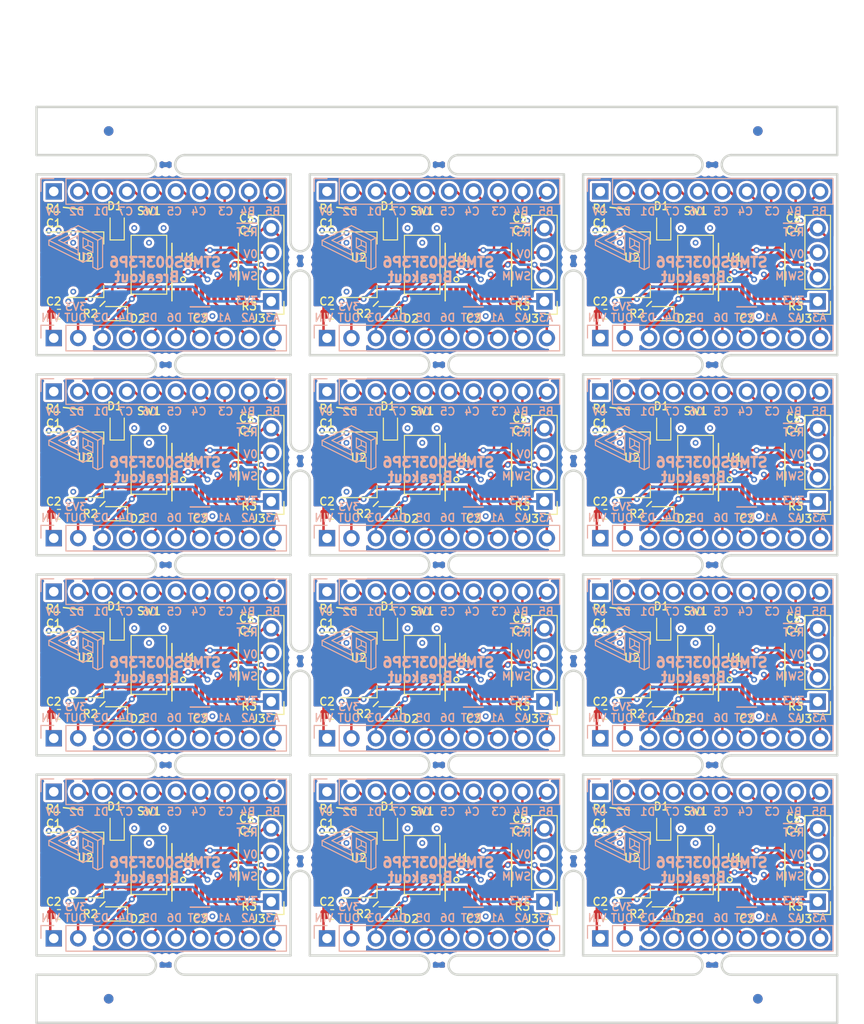
<source format=kicad_pcb>
(kicad_pcb (version 20171130) (host pcbnew "(5.1.5)-2")
  (layers (0 F.Cu signal) (31 B.Cu signal) (34 B.Paste user) (35 F.Paste user) (36 B.SilkS user hide) (37 F.SilkS user hide) (38 B.Mask user) (39 F.Mask user hide) (44 Edge.Cuts user))
  (net 0 "")
  (module Fiducial:Fiducial_1mm_Mask3mm (layer B.Cu) (at 187.5136 137.7521)
    (fp_text reference REF** hide)
    (fp_text value Fiducial_1mm_Mask3mm hide)
    (pad "" smd circle (at 0 0) (size 1 1) (layers B.Cu B.Mask) (clearance 1))
  )
  (module Fiducial:Fiducial_1mm_Mask3mm (layer B.Cu) (at 120.0136 137.7521)
    (fp_text reference REF** hide)
    (fp_text value Fiducial_1mm_Mask3mm hide)
    (pad "" smd circle (at 0 0) (size 1 1) (layers B.Cu B.Mask) (clearance 1))
  )
  (module Fiducial:Fiducial_1mm_Mask3mm (layer B.Cu) (at 187.5136 47.5681)
    (fp_text reference REF** hide)
    (fp_text value Fiducial_1mm_Mask3mm hide)
    (pad "" smd circle (at 0 0) (size 1 1) (layers B.Cu B.Mask) (clearance 1))
  )
  (module Fiducial:Fiducial_1mm_Mask3mm (layer F.Cu) (at 120.0136 137.7521)
    (fp_text reference REF** hide)
    (fp_text value Fiducial_1mm_Mask3mm hide)
    (pad "" smd circle (at 0 0) (size 1 1) (layers F.Cu F.Mask) (clearance 1))
  )
  (module Fiducial:Fiducial_1mm_Mask3mm (layer F.Cu) (at 187.5136 137.7521)
    (fp_text reference REF** hide)
    (fp_text value Fiducial_1mm_Mask3mm hide)
    (pad "" smd circle (at 0 0) (size 1 1) (layers F.Cu F.Mask) (clearance 1))
  )
  (module Fiducial:Fiducial_1mm_Mask3mm (layer F.Cu) (at 187.5136 47.5681)
    (fp_text reference REF** hide)
    (fp_text value Fiducial_1mm_Mask3mm hide)
    (pad "" smd circle (at 0 0) (size 1 1) (layers F.Cu F.Mask) (clearance 1))
  )
  (module Fiducial:Fiducial_1mm_Mask3mm (layer B.Cu) (at 192.5136 137.7521)
    (fp_text reference REF** hide)
    (fp_text value Fiducial_1mm_Mask3mm hide)
    (pad "" smd circle (at 0 0) (size 1 1) (layers B.Cu B.Mask) (clearance 1))
  )
  (module Fiducial:Fiducial_1mm_Mask3mm (layer B.Cu) (at 115.0136 137.7521)
    (fp_text reference REF** hide)
    (fp_text value Fiducial_1mm_Mask3mm hide)
    (pad "" smd circle (at 0 0) (size 1 1) (layers B.Cu B.Mask) (clearance 1))
  )
  (module Fiducial:Fiducial_1mm_Mask3mm (layer B.Cu) (at 192.5136 47.5681)
    (fp_text reference REF** hide)
    (fp_text value Fiducial_1mm_Mask3mm hide)
    (pad "" smd circle (at 0 0) (size 1 1) (layers B.Cu B.Mask) (clearance 1))
  )
  (module Fiducial:Fiducial_1mm_Mask3mm (layer B.Cu) (at 120.0136 47.5681)
    (fp_text reference REF** hide)
    (fp_text value Fiducial_1mm_Mask3mm hide)
    (pad "" smd circle (at 0 0) (size 1 1) (layers B.Cu B.Mask) (clearance 1))
  )
  (module Fiducial:Fiducial_1mm_Mask3mm (layer F.Cu) (at 120.0136 47.5681)
    (fp_text reference REF** hide)
    (fp_text value Fiducial_1mm_Mask3mm hide)
    (pad "" smd circle (at 0 0) (size 1 1) (layers F.Cu F.Mask) (clearance 1))
  )
  (module Panelization:mouse-bite-2mm-slot (layer F.Cu) (at 125.9296 71.8641)
    (fp_text reference mouse-bite-2mm-slot hide)
    (fp_text value VAL** hide)
    (pad "" np_thru_hole circle (at 0 -0.75) (size 0.5 0.5) (drill 0.5) (layers *.Cu *.Mask))
    (pad "" np_thru_hole circle (at 0 0.75) (size 0.5 0.5) (drill 0.5) (layers *.Cu *.Mask))
    (pad "" np_thru_hole circle (at 0.75 -0.75) (size 0.5 0.5) (drill 0.5) (layers *.Cu *.Mask))
    (pad "" np_thru_hole circle (at -0.75 -0.75) (size 0.5 0.5) (drill 0.5) (layers *.Cu *.Mask))
    (pad "" np_thru_hole circle (at -0.75 0.75) (size 0.5 0.5) (drill 0.5) (layers *.Cu *.Mask))
    (pad "" np_thru_hole circle (at 0.75 0.75) (size 0.5 0.5) (drill 0.5) (layers *.Cu *.Mask))
  )
  (module Panelization:mouse-bite-2mm-slot (layer F.Cu) (at 125.9296 113.4561)
    (fp_text reference mouse-bite-2mm-slot hide)
    (fp_text value VAL** hide)
    (pad "" np_thru_hole circle (at 0.75 0.75) (size 0.5 0.5) (drill 0.5) (layers *.Cu *.Mask))
    (pad "" np_thru_hole circle (at -0.75 0.75) (size 0.5 0.5) (drill 0.5) (layers *.Cu *.Mask))
    (pad "" np_thru_hole circle (at -0.75 -0.75) (size 0.5 0.5) (drill 0.5) (layers *.Cu *.Mask))
    (pad "" np_thru_hole circle (at 0.75 -0.75) (size 0.5 0.5) (drill 0.5) (layers *.Cu *.Mask))
    (pad "" np_thru_hole circle (at 0 0.75) (size 0.5 0.5) (drill 0.5) (layers *.Cu *.Mask))
    (pad "" np_thru_hole circle (at 0 -0.75) (size 0.5 0.5) (drill 0.5) (layers *.Cu *.Mask))
  )
  (module Panelization:mouse-bite-2mm-slot (layer F.Cu) (at 154.3456 113.4561)
    (fp_text reference mouse-bite-2mm-slot hide)
    (fp_text value VAL** hide)
    (pad "" np_thru_hole circle (at 0.75 0.75) (size 0.5 0.5) (drill 0.5) (layers *.Cu *.Mask))
    (pad "" np_thru_hole circle (at -0.75 0.75) (size 0.5 0.5) (drill 0.5) (layers *.Cu *.Mask))
    (pad "" np_thru_hole circle (at -0.75 -0.75) (size 0.5 0.5) (drill 0.5) (layers *.Cu *.Mask))
    (pad "" np_thru_hole circle (at 0.75 -0.75) (size 0.5 0.5) (drill 0.5) (layers *.Cu *.Mask))
    (pad "" np_thru_hole circle (at 0 0.75) (size 0.5 0.5) (drill 0.5) (layers *.Cu *.Mask))
    (pad "" np_thru_hole circle (at 0 -0.75) (size 0.5 0.5) (drill 0.5) (layers *.Cu *.Mask))
  )
  (module Panelization:mouse-bite-2mm-slot (layer F.Cu) (at 182.7616 113.4561)
    (fp_text reference mouse-bite-2mm-slot hide)
    (fp_text value VAL** hide)
    (pad "" np_thru_hole circle (at 0.75 0.75) (size 0.5 0.5) (drill 0.5) (layers *.Cu *.Mask))
    (pad "" np_thru_hole circle (at -0.75 0.75) (size 0.5 0.5) (drill 0.5) (layers *.Cu *.Mask))
    (pad "" np_thru_hole circle (at -0.75 -0.75) (size 0.5 0.5) (drill 0.5) (layers *.Cu *.Mask))
    (pad "" np_thru_hole circle (at 0.75 -0.75) (size 0.5 0.5) (drill 0.5) (layers *.Cu *.Mask))
    (pad "" np_thru_hole circle (at 0 0.75) (size 0.5 0.5) (drill 0.5) (layers *.Cu *.Mask))
    (pad "" np_thru_hole circle (at 0 -0.75) (size 0.5 0.5) (drill 0.5) (layers *.Cu *.Mask))
  )
  (module Capacitor_SMD:C_0402_1005Metric (layer F.Cu) (at 191.4436 121.8221 270)
    (fp_text reference C5 (at -2.7921 0.2456 180) (layer F.SilkS) (effects (font (size 0.8128 0.8128))))
    (fp_text value 100n)
    (pad 1 smd roundrect (at -0.485 0 270) (size 0.59 0.64) (layers F.Cu F.Paste F.Mask))
    (pad 2 smd roundrect (at 0.485 0 270) (size 0.59 0.64) (layers F.Cu F.Paste F.Mask))
  )
  (module Capacitor_SMD:C_0402_1005Metric (layer F.Cu) (at 163.0276 121.8221 270)
    (fp_text reference C5 (at -2.7921 0.2456 180) (layer F.SilkS) (effects (font (size 0.8128 0.8128))))
    (fp_text value 100n)
    (pad 1 smd roundrect (at -0.485 0 270) (size 0.59 0.64) (layers F.Cu F.Paste F.Mask))
    (pad 2 smd roundrect (at 0.485 0 270) (size 0.59 0.64) (layers F.Cu F.Paste F.Mask))
  )
  (module Capacitor_SMD:C_0402_1005Metric (layer F.Cu) (at 134.6116 121.8221 270)
    (fp_text reference C5 (at -2.7921 0.2456 180) (layer F.SilkS) (effects (font (size 0.8128 0.8128))))
    (fp_text value 100n)
    (pad 1 smd roundrect (at -0.485 0 270) (size 0.59 0.64) (layers F.Cu F.Paste F.Mask))
    (pad 2 smd roundrect (at 0.485 0 270) (size 0.59 0.64) (layers F.Cu F.Paste F.Mask))
  )
  (module Capacitor_SMD:C_0402_1005Metric (layer F.Cu) (at 191.4436 101.0261 270)
    (fp_text reference C5 (at -2.7921 0.2456 180) (layer F.SilkS) (effects (font (size 0.8128 0.8128))))
    (fp_text value 100n)
    (pad 1 smd roundrect (at -0.485 0 270) (size 0.59 0.64) (layers F.Cu F.Paste F.Mask))
    (pad 2 smd roundrect (at 0.485 0 270) (size 0.59 0.64) (layers F.Cu F.Paste F.Mask))
  )
  (module Capacitor_SMD:C_0402_1005Metric (layer F.Cu) (at 163.0276 101.0261 270)
    (fp_text reference C5 (at -2.7921 0.2456 180) (layer F.SilkS) (effects (font (size 0.8128 0.8128))))
    (fp_text value 100n)
    (pad 1 smd roundrect (at -0.485 0 270) (size 0.59 0.64) (layers F.Cu F.Paste F.Mask))
    (pad 2 smd roundrect (at 0.485 0 270) (size 0.59 0.64) (layers F.Cu F.Paste F.Mask))
  )
  (module Capacitor_SMD:C_0402_1005Metric (layer F.Cu) (at 134.6116 101.0261 270)
    (fp_text reference C5 (at -2.7921 0.2456 180) (layer F.SilkS) (effects (font (size 0.8128 0.8128))))
    (fp_text value 100n)
    (pad 1 smd roundrect (at -0.485 0 270) (size 0.59 0.64) (layers F.Cu F.Paste F.Mask))
    (pad 2 smd roundrect (at 0.485 0 270) (size 0.59 0.64) (layers F.Cu F.Paste F.Mask))
  )
  (module Capacitor_SMD:C_0402_1005Metric (layer F.Cu) (at 191.4436 80.2301 270)
    (fp_text reference C5 (at -2.7921 0.2456 180) (layer F.SilkS) (effects (font (size 0.8128 0.8128))))
    (fp_text value 100n)
    (pad 1 smd roundrect (at -0.485 0 270) (size 0.59 0.64) (layers F.Cu F.Paste F.Mask))
    (pad 2 smd roundrect (at 0.485 0 270) (size 0.59 0.64) (layers F.Cu F.Paste F.Mask))
  )
  (module Capacitor_SMD:C_0402_1005Metric (layer F.Cu) (at 163.0276 80.2301 270)
    (fp_text reference C5 (at -2.7921 0.2456 180) (layer F.SilkS) (effects (font (size 0.8128 0.8128))))
    (fp_text value 100n)
    (pad 1 smd roundrect (at -0.485 0 270) (size 0.59 0.64) (layers F.Cu F.Paste F.Mask))
    (pad 2 smd roundrect (at 0.485 0 270) (size 0.59 0.64) (layers F.Cu F.Paste F.Mask))
  )
  (module Capacitor_SMD:C_0402_1005Metric (layer F.Cu) (at 134.6116 80.2301 270)
    (fp_text reference C5 (at -2.7921 0.2456 180) (layer F.SilkS) (effects (font (size 0.8128 0.8128))))
    (fp_text value 100n)
    (pad 1 smd roundrect (at -0.485 0 270) (size 0.59 0.64) (layers F.Cu F.Paste F.Mask))
    (pad 2 smd roundrect (at 0.485 0 270) (size 0.59 0.64) (layers F.Cu F.Paste F.Mask))
  )
  (module Capacitor_SMD:C_0402_1005Metric (layer F.Cu) (at 191.4436 59.4341 270)
    (fp_text reference C5 (at -2.7921 0.2456 180) (layer F.SilkS) (effects (font (size 0.8128 0.8128))))
    (fp_text value 100n)
    (pad 1 smd roundrect (at -0.485 0 270) (size 0.59 0.64) (layers F.Cu F.Paste F.Mask))
    (pad 2 smd roundrect (at 0.485 0 270) (size 0.59 0.64) (layers F.Cu F.Paste F.Mask))
  )
  (module Capacitor_SMD:C_0402_1005Metric (layer F.Cu) (at 163.0276 59.4341 270)
    (fp_text reference C5 (at -2.7921 0.2456 180) (layer F.SilkS) (effects (font (size 0.8128 0.8128))))
    (fp_text value 100n)
    (pad 1 smd roundrect (at -0.485 0 270) (size 0.59 0.64) (layers F.Cu F.Paste F.Mask))
    (pad 2 smd roundrect (at 0.485 0 270) (size 0.59 0.64) (layers F.Cu F.Paste F.Mask))
  )
  (module Package_TO_SOT_SMD:SOT-223-3_TabPin2 (layer F.Cu) (at 174.4256 123.8541)
    (fp_text reference U2 (at 0 -0.7601) (layer F.SilkS) (effects (font (size 0.8128 0.8128))))
    (fp_text value AMS1117-3.3)
    (pad 1 smd rect (at -3.15 -2.3) (size 2 1.5) (layers F.Cu F.Paste F.Mask))
    (pad 3 smd rect (at -3.15 2.3) (size 2 1.5) (layers F.Cu F.Paste F.Mask))
    (pad 2 smd rect (at -3.15 0) (size 2 1.5) (layers F.Cu F.Paste F.Mask))
    (pad 2 smd rect (at 3.15 0) (size 2 3.8) (layers F.Cu F.Paste F.Mask))
  )
  (module Package_TO_SOT_SMD:SOT-223-3_TabPin2 (layer F.Cu) (at 146.0096 123.8541)
    (fp_text reference U2 (at 0 -0.7601) (layer F.SilkS) (effects (font (size 0.8128 0.8128))))
    (fp_text value AMS1117-3.3)
    (pad 1 smd rect (at -3.15 -2.3) (size 2 1.5) (layers F.Cu F.Paste F.Mask))
    (pad 3 smd rect (at -3.15 2.3) (size 2 1.5) (layers F.Cu F.Paste F.Mask))
    (pad 2 smd rect (at -3.15 0) (size 2 1.5) (layers F.Cu F.Paste F.Mask))
    (pad 2 smd rect (at 3.15 0) (size 2 3.8) (layers F.Cu F.Paste F.Mask))
  )
  (module Package_TO_SOT_SMD:SOT-223-3_TabPin2 (layer F.Cu) (at 117.5936 123.8541)
    (fp_text reference U2 (at 0 -0.7601) (layer F.SilkS) (effects (font (size 0.8128 0.8128))))
    (fp_text value AMS1117-3.3)
    (pad 1 smd rect (at -3.15 -2.3) (size 2 1.5) (layers F.Cu F.Paste F.Mask))
    (pad 3 smd rect (at -3.15 2.3) (size 2 1.5) (layers F.Cu F.Paste F.Mask))
    (pad 2 smd rect (at -3.15 0) (size 2 1.5) (layers F.Cu F.Paste F.Mask))
    (pad 2 smd rect (at 3.15 0) (size 2 3.8) (layers F.Cu F.Paste F.Mask))
  )
  (module Package_TO_SOT_SMD:SOT-223-3_TabPin2 (layer F.Cu) (at 174.4256 103.0581)
    (fp_text reference U2 (at 0 -0.7601) (layer F.SilkS) (effects (font (size 0.8128 0.8128))))
    (fp_text value AMS1117-3.3)
    (pad 1 smd rect (at -3.15 -2.3) (size 2 1.5) (layers F.Cu F.Paste F.Mask))
    (pad 3 smd rect (at -3.15 2.3) (size 2 1.5) (layers F.Cu F.Paste F.Mask))
    (pad 2 smd rect (at -3.15 0) (size 2 1.5) (layers F.Cu F.Paste F.Mask))
    (pad 2 smd rect (at 3.15 0) (size 2 3.8) (layers F.Cu F.Paste F.Mask))
  )
  (module Package_TO_SOT_SMD:SOT-223-3_TabPin2 (layer F.Cu) (at 146.0096 103.0581)
    (fp_text reference U2 (at 0 -0.7601) (layer F.SilkS) (effects (font (size 0.8128 0.8128))))
    (fp_text value AMS1117-3.3)
    (pad 1 smd rect (at -3.15 -2.3) (size 2 1.5) (layers F.Cu F.Paste F.Mask))
    (pad 3 smd rect (at -3.15 2.3) (size 2 1.5) (layers F.Cu F.Paste F.Mask))
    (pad 2 smd rect (at -3.15 0) (size 2 1.5) (layers F.Cu F.Paste F.Mask))
    (pad 2 smd rect (at 3.15 0) (size 2 3.8) (layers F.Cu F.Paste F.Mask))
  )
  (module Package_TO_SOT_SMD:SOT-223-3_TabPin2 (layer F.Cu) (at 117.5936 103.0581)
    (fp_text reference U2 (at 0 -0.7601) (layer F.SilkS) (effects (font (size 0.8128 0.8128))))
    (fp_text value AMS1117-3.3)
    (pad 1 smd rect (at -3.15 -2.3) (size 2 1.5) (layers F.Cu F.Paste F.Mask))
    (pad 3 smd rect (at -3.15 2.3) (size 2 1.5) (layers F.Cu F.Paste F.Mask))
    (pad 2 smd rect (at -3.15 0) (size 2 1.5) (layers F.Cu F.Paste F.Mask))
    (pad 2 smd rect (at 3.15 0) (size 2 3.8) (layers F.Cu F.Paste F.Mask))
  )
  (module Package_TO_SOT_SMD:SOT-223-3_TabPin2 (layer F.Cu) (at 174.4256 82.2621)
    (fp_text reference U2 (at 0 -0.7601) (layer F.SilkS) (effects (font (size 0.8128 0.8128))))
    (fp_text value AMS1117-3.3)
    (pad 1 smd rect (at -3.15 -2.3) (size 2 1.5) (layers F.Cu F.Paste F.Mask))
    (pad 3 smd rect (at -3.15 2.3) (size 2 1.5) (layers F.Cu F.Paste F.Mask))
    (pad 2 smd rect (at -3.15 0) (size 2 1.5) (layers F.Cu F.Paste F.Mask))
    (pad 2 smd rect (at 3.15 0) (size 2 3.8) (layers F.Cu F.Paste F.Mask))
  )
  (module Package_TO_SOT_SMD:SOT-223-3_TabPin2 (layer F.Cu) (at 146.0096 82.2621)
    (fp_text reference U2 (at 0 -0.7601) (layer F.SilkS) (effects (font (size 0.8128 0.8128))))
    (fp_text value AMS1117-3.3)
    (pad 1 smd rect (at -3.15 -2.3) (size 2 1.5) (layers F.Cu F.Paste F.Mask))
    (pad 3 smd rect (at -3.15 2.3) (size 2 1.5) (layers F.Cu F.Paste F.Mask))
    (pad 2 smd rect (at -3.15 0) (size 2 1.5) (layers F.Cu F.Paste F.Mask))
    (pad 2 smd rect (at 3.15 0) (size 2 3.8) (layers F.Cu F.Paste F.Mask))
  )
  (module Package_TO_SOT_SMD:SOT-223-3_TabPin2 (layer F.Cu) (at 117.5936 82.2621)
    (fp_text reference U2 (at 0 -0.7601) (layer F.SilkS) (effects (font (size 0.8128 0.8128))))
    (fp_text value AMS1117-3.3)
    (pad 1 smd rect (at -3.15 -2.3) (size 2 1.5) (layers F.Cu F.Paste F.Mask))
    (pad 3 smd rect (at -3.15 2.3) (size 2 1.5) (layers F.Cu F.Paste F.Mask))
    (pad 2 smd rect (at -3.15 0) (size 2 1.5) (layers F.Cu F.Paste F.Mask))
    (pad 2 smd rect (at 3.15 0) (size 2 3.8) (layers F.Cu F.Paste F.Mask))
  )
  (module Package_TO_SOT_SMD:SOT-223-3_TabPin2 (layer F.Cu) (at 174.4256 61.4661)
    (fp_text reference U2 (at 0 -0.7601) (layer F.SilkS) (effects (font (size 0.8128 0.8128))))
    (fp_text value AMS1117-3.3)
    (pad 1 smd rect (at -3.15 -2.3) (size 2 1.5) (layers F.Cu F.Paste F.Mask))
    (pad 3 smd rect (at -3.15 2.3) (size 2 1.5) (layers F.Cu F.Paste F.Mask))
    (pad 2 smd rect (at -3.15 0) (size 2 1.5) (layers F.Cu F.Paste F.Mask))
    (pad 2 smd rect (at 3.15 0) (size 2 3.8) (layers F.Cu F.Paste F.Mask))
  )
  (module Package_TO_SOT_SMD:SOT-223-3_TabPin2 (layer F.Cu) (at 146.0096 61.4661)
    (fp_text reference U2 (at 0 -0.7601) (layer F.SilkS) (effects (font (size 0.8128 0.8128))))
    (fp_text value AMS1117-3.3)
    (pad 1 smd rect (at -3.15 -2.3) (size 2 1.5) (layers F.Cu F.Paste F.Mask))
    (pad 3 smd rect (at -3.15 2.3) (size 2 1.5) (layers F.Cu F.Paste F.Mask))
    (pad 2 smd rect (at -3.15 0) (size 2 1.5) (layers F.Cu F.Paste F.Mask))
    (pad 2 smd rect (at 3.15 0) (size 2 3.8) (layers F.Cu F.Paste F.Mask))
  )
  (module LED_SMD:LED_0603_1608Metric (layer F.Cu) (at 177.3295 128.936 180)
    (fp_text reference D2 (at -2.5484 -0.5099) (layer F.SilkS) (effects (font (size 0.8128 0.8128))))
    (fp_text value LED)
    (pad 1 smd roundrect (at -0.7875 0 180) (size 0.875 0.95) (layers F.Cu F.Paste F.Mask))
    (pad 2 smd roundrect (at 0.7875 0 180) (size 0.875 0.95) (layers F.Cu F.Paste F.Mask))
  )
  (module LED_SMD:LED_0603_1608Metric (layer F.Cu) (at 148.9135 128.936 180)
    (fp_text reference D2 (at -2.5484 -0.5099) (layer F.SilkS) (effects (font (size 0.8128 0.8128))))
    (fp_text value LED)
    (pad 1 smd roundrect (at -0.7875 0 180) (size 0.875 0.95) (layers F.Cu F.Paste F.Mask))
    (pad 2 smd roundrect (at 0.7875 0 180) (size 0.875 0.95) (layers F.Cu F.Paste F.Mask))
  )
  (module LED_SMD:LED_0603_1608Metric (layer F.Cu) (at 120.4975 128.936 180)
    (fp_text reference D2 (at -2.5484 -0.5099) (layer F.SilkS) (effects (font (size 0.8128 0.8128))))
    (fp_text value LED)
    (pad 1 smd roundrect (at -0.7875 0 180) (size 0.875 0.95) (layers F.Cu F.Paste F.Mask))
    (pad 2 smd roundrect (at 0.7875 0 180) (size 0.875 0.95) (layers F.Cu F.Paste F.Mask))
  )
  (module LED_SMD:LED_0603_1608Metric (layer F.Cu) (at 177.3295 108.14 180)
    (fp_text reference D2 (at -2.5484 -0.5099) (layer F.SilkS) (effects (font (size 0.8128 0.8128))))
    (fp_text value LED)
    (pad 1 smd roundrect (at -0.7875 0 180) (size 0.875 0.95) (layers F.Cu F.Paste F.Mask))
    (pad 2 smd roundrect (at 0.7875 0 180) (size 0.875 0.95) (layers F.Cu F.Paste F.Mask))
  )
  (module LED_SMD:LED_0603_1608Metric (layer F.Cu) (at 148.9135 108.14 180)
    (fp_text reference D2 (at -2.5484 -0.5099) (layer F.SilkS) (effects (font (size 0.8128 0.8128))))
    (fp_text value LED)
    (pad 1 smd roundrect (at -0.7875 0 180) (size 0.875 0.95) (layers F.Cu F.Paste F.Mask))
    (pad 2 smd roundrect (at 0.7875 0 180) (size 0.875 0.95) (layers F.Cu F.Paste F.Mask))
  )
  (module LED_SMD:LED_0603_1608Metric (layer F.Cu) (at 120.4975 108.14 180)
    (fp_text reference D2 (at -2.5484 -0.5099) (layer F.SilkS) (effects (font (size 0.8128 0.8128))))
    (fp_text value LED)
    (pad 1 smd roundrect (at -0.7875 0 180) (size 0.875 0.95) (layers F.Cu F.Paste F.Mask))
    (pad 2 smd roundrect (at 0.7875 0 180) (size 0.875 0.95) (layers F.Cu F.Paste F.Mask))
  )
  (module LED_SMD:LED_0603_1608Metric (layer F.Cu) (at 177.3295 87.344 180)
    (fp_text reference D2 (at -2.5484 -0.5099) (layer F.SilkS) (effects (font (size 0.8128 0.8128))))
    (fp_text value LED)
    (pad 1 smd roundrect (at -0.7875 0 180) (size 0.875 0.95) (layers F.Cu F.Paste F.Mask))
    (pad 2 smd roundrect (at 0.7875 0 180) (size 0.875 0.95) (layers F.Cu F.Paste F.Mask))
  )
  (module LED_SMD:LED_0603_1608Metric (layer F.Cu) (at 148.9135 87.344 180)
    (fp_text reference D2 (at -2.5484 -0.5099) (layer F.SilkS) (effects (font (size 0.8128 0.8128))))
    (fp_text value LED)
    (pad 1 smd roundrect (at -0.7875 0 180) (size 0.875 0.95) (layers F.Cu F.Paste F.Mask))
    (pad 2 smd roundrect (at 0.7875 0 180) (size 0.875 0.95) (layers F.Cu F.Paste F.Mask))
  )
  (module LED_SMD:LED_0603_1608Metric (layer F.Cu) (at 120.4975 87.344 180)
    (fp_text reference D2 (at -2.5484 -0.5099) (layer F.SilkS) (effects (font (size 0.8128 0.8128))))
    (fp_text value LED)
    (pad 1 smd roundrect (at -0.7875 0 180) (size 0.875 0.95) (layers F.Cu F.Paste F.Mask))
    (pad 2 smd roundrect (at 0.7875 0 180) (size 0.875 0.95) (layers F.Cu F.Paste F.Mask))
  )
  (module LED_SMD:LED_0603_1608Metric (layer F.Cu) (at 177.3295 66.548 180)
    (fp_text reference D2 (at -2.5484 -0.5099) (layer F.SilkS) (effects (font (size 0.8128 0.8128))))
    (fp_text value LED)
    (pad 1 smd roundrect (at -0.7875 0 180) (size 0.875 0.95) (layers F.Cu F.Paste F.Mask))
    (pad 2 smd roundrect (at 0.7875 0 180) (size 0.875 0.95) (layers F.Cu F.Paste F.Mask))
  )
  (module LED_SMD:LED_0603_1608Metric (layer F.Cu) (at 148.9135 66.548 180)
    (fp_text reference D2 (at -2.5484 -0.5099) (layer F.SilkS) (effects (font (size 0.8128 0.8128))))
    (fp_text value LED)
    (pad 1 smd roundrect (at -0.7875 0 180) (size 0.875 0.95) (layers F.Cu F.Paste F.Mask))
    (pad 2 smd roundrect (at 0.7875 0 180) (size 0.875 0.95) (layers F.Cu F.Paste F.Mask))
  )
  (module Capacitor_SMD:C_0402_1005Metric (layer F.Cu) (at 189.0306 129.1881 180)
    (fp_text reference C3 (at 2.6586 -0.2559) (layer F.SilkS) (effects (font (size 0.8128 0.8128))))
    (fp_text value 100n)
    (pad 2 smd roundrect (at 0.485 0 180) (size 0.59 0.64) (layers F.Cu F.Paste F.Mask))
    (pad 1 smd roundrect (at -0.485 0 180) (size 0.59 0.64) (layers F.Cu F.Paste F.Mask))
  )
  (module Capacitor_SMD:C_0402_1005Metric (layer F.Cu) (at 160.6146 129.1881 180)
    (fp_text reference C3 (at 2.6586 -0.2559) (layer F.SilkS) (effects (font (size 0.8128 0.8128))))
    (fp_text value 100n)
    (pad 2 smd roundrect (at 0.485 0 180) (size 0.59 0.64) (layers F.Cu F.Paste F.Mask))
    (pad 1 smd roundrect (at -0.485 0 180) (size 0.59 0.64) (layers F.Cu F.Paste F.Mask))
  )
  (module Capacitor_SMD:C_0402_1005Metric (layer F.Cu) (at 132.1986 129.1881 180)
    (fp_text reference C3 (at 2.6586 -0.2559) (layer F.SilkS) (effects (font (size 0.8128 0.8128))))
    (fp_text value 100n)
    (pad 2 smd roundrect (at 0.485 0 180) (size 0.59 0.64) (layers F.Cu F.Paste F.Mask))
    (pad 1 smd roundrect (at -0.485 0 180) (size 0.59 0.64) (layers F.Cu F.Paste F.Mask))
  )
  (module Capacitor_SMD:C_0402_1005Metric (layer F.Cu) (at 189.0306 108.3921 180)
    (fp_text reference C3 (at 2.6586 -0.2559) (layer F.SilkS) (effects (font (size 0.8128 0.8128))))
    (fp_text value 100n)
    (pad 2 smd roundrect (at 0.485 0 180) (size 0.59 0.64) (layers F.Cu F.Paste F.Mask))
    (pad 1 smd roundrect (at -0.485 0 180) (size 0.59 0.64) (layers F.Cu F.Paste F.Mask))
  )
  (module Capacitor_SMD:C_0402_1005Metric (layer F.Cu) (at 160.6146 108.3921 180)
    (fp_text reference C3 (at 2.6586 -0.2559) (layer F.SilkS) (effects (font (size 0.8128 0.8128))))
    (fp_text value 100n)
    (pad 2 smd roundrect (at 0.485 0 180) (size 0.59 0.64) (layers F.Cu F.Paste F.Mask))
    (pad 1 smd roundrect (at -0.485 0 180) (size 0.59 0.64) (layers F.Cu F.Paste F.Mask))
  )
  (module Capacitor_SMD:C_0402_1005Metric (layer F.Cu) (at 132.1986 108.3921 180)
    (fp_text reference C3 (at 2.6586 -0.2559) (layer F.SilkS) (effects (font (size 0.8128 0.8128))))
    (fp_text value 100n)
    (pad 2 smd roundrect (at 0.485 0 180) (size 0.59 0.64) (layers F.Cu F.Paste F.Mask))
    (pad 1 smd roundrect (at -0.485 0 180) (size 0.59 0.64) (layers F.Cu F.Paste F.Mask))
  )
  (module Capacitor_SMD:C_0402_1005Metric (layer F.Cu) (at 189.0306 87.5961 180)
    (fp_text reference C3 (at 2.6586 -0.2559) (layer F.SilkS) (effects (font (size 0.8128 0.8128))))
    (fp_text value 100n)
    (pad 2 smd roundrect (at 0.485 0 180) (size 0.59 0.64) (layers F.Cu F.Paste F.Mask))
    (pad 1 smd roundrect (at -0.485 0 180) (size 0.59 0.64) (layers F.Cu F.Paste F.Mask))
  )
  (module Capacitor_SMD:C_0402_1005Metric (layer F.Cu) (at 160.6146 87.5961 180)
    (fp_text reference C3 (at 2.6586 -0.2559) (layer F.SilkS) (effects (font (size 0.8128 0.8128))))
    (fp_text value 100n)
    (pad 2 smd roundrect (at 0.485 0 180) (size 0.59 0.64) (layers F.Cu F.Paste F.Mask))
    (pad 1 smd roundrect (at -0.485 0 180) (size 0.59 0.64) (layers F.Cu F.Paste F.Mask))
  )
  (module Capacitor_SMD:C_0402_1005Metric (layer F.Cu) (at 132.1986 87.5961 180)
    (fp_text reference C3 (at 2.6586 -0.2559) (layer F.SilkS) (effects (font (size 0.8128 0.8128))))
    (fp_text value 100n)
    (pad 2 smd roundrect (at 0.485 0 180) (size 0.59 0.64) (layers F.Cu F.Paste F.Mask))
    (pad 1 smd roundrect (at -0.485 0 180) (size 0.59 0.64) (layers F.Cu F.Paste F.Mask))
  )
  (module Capacitor_SMD:C_0402_1005Metric (layer F.Cu) (at 189.0306 66.8001 180)
    (fp_text reference C3 (at 2.6586 -0.2559) (layer F.SilkS) (effects (font (size 0.8128 0.8128))))
    (fp_text value 100n)
    (pad 2 smd roundrect (at 0.485 0 180) (size 0.59 0.64) (layers F.Cu F.Paste F.Mask))
    (pad 1 smd roundrect (at -0.485 0 180) (size 0.59 0.64) (layers F.Cu F.Paste F.Mask))
  )
  (module Capacitor_SMD:C_0402_1005Metric (layer F.Cu) (at 160.6146 66.8001 180)
    (fp_text reference C3 (at 2.6586 -0.2559) (layer F.SilkS) (effects (font (size 0.8128 0.8128))))
    (fp_text value 100n)
    (pad 2 smd roundrect (at 0.485 0 180) (size 0.59 0.64) (layers F.Cu F.Paste F.Mask))
    (pad 1 smd roundrect (at -0.485 0 180) (size 0.59 0.64) (layers F.Cu F.Paste F.Mask))
  )
  (module Capacitor_SMD:C_0402_1005Metric (layer F.Cu) (at 191.4436 124.1081 90)
    (fp_text reference C4 (at 3.8081 -0.2456 180) (layer F.SilkS) (effects (font (size 0.8128 0.8128))))
    (fp_text value 1u)
    (pad 2 smd roundrect (at 0.485 0 90) (size 0.59 0.64) (layers F.Cu F.Paste F.Mask))
    (pad 1 smd roundrect (at -0.485 0 90) (size 0.59 0.64) (layers F.Cu F.Paste F.Mask))
  )
  (module Capacitor_SMD:C_0402_1005Metric (layer F.Cu) (at 163.0276 124.1081 90)
    (fp_text reference C4 (at 3.8081 -0.2456 180) (layer F.SilkS) (effects (font (size 0.8128 0.8128))))
    (fp_text value 1u)
    (pad 2 smd roundrect (at 0.485 0 90) (size 0.59 0.64) (layers F.Cu F.Paste F.Mask))
    (pad 1 smd roundrect (at -0.485 0 90) (size 0.59 0.64) (layers F.Cu F.Paste F.Mask))
  )
  (module Capacitor_SMD:C_0402_1005Metric (layer F.Cu) (at 134.6116 124.1081 90)
    (fp_text reference C4 (at 3.8081 -0.2456 180) (layer F.SilkS) (effects (font (size 0.8128 0.8128))))
    (fp_text value 1u)
    (pad 2 smd roundrect (at 0.485 0 90) (size 0.59 0.64) (layers F.Cu F.Paste F.Mask))
    (pad 1 smd roundrect (at -0.485 0 90) (size 0.59 0.64) (layers F.Cu F.Paste F.Mask))
  )
  (module Capacitor_SMD:C_0402_1005Metric (layer F.Cu) (at 191.4436 103.3121 90)
    (fp_text reference C4 (at 3.8081 -0.2456 180) (layer F.SilkS) (effects (font (size 0.8128 0.8128))))
    (fp_text value 1u)
    (pad 2 smd roundrect (at 0.485 0 90) (size 0.59 0.64) (layers F.Cu F.Paste F.Mask))
    (pad 1 smd roundrect (at -0.485 0 90) (size 0.59 0.64) (layers F.Cu F.Paste F.Mask))
  )
  (module Capacitor_SMD:C_0402_1005Metric (layer F.Cu) (at 163.0276 103.3121 90)
    (fp_text reference C4 (at 3.8081 -0.2456 180) (layer F.SilkS) (effects (font (size 0.8128 0.8128))))
    (fp_text value 1u)
    (pad 2 smd roundrect (at 0.485 0 90) (size 0.59 0.64) (layers F.Cu F.Paste F.Mask))
    (pad 1 smd roundrect (at -0.485 0 90) (size 0.59 0.64) (layers F.Cu F.Paste F.Mask))
  )
  (module Capacitor_SMD:C_0402_1005Metric (layer F.Cu) (at 134.6116 103.3121 90)
    (fp_text reference C4 (at 3.8081 -0.2456 180) (layer F.SilkS) (effects (font (size 0.8128 0.8128))))
    (fp_text value 1u)
    (pad 2 smd roundrect (at 0.485 0 90) (size 0.59 0.64) (layers F.Cu F.Paste F.Mask))
    (pad 1 smd roundrect (at -0.485 0 90) (size 0.59 0.64) (layers F.Cu F.Paste F.Mask))
  )
  (module Capacitor_SMD:C_0402_1005Metric (layer F.Cu) (at 191.4436 82.5161 90)
    (fp_text reference C4 (at 3.8081 -0.2456 180) (layer F.SilkS) (effects (font (size 0.8128 0.8128))))
    (fp_text value 1u)
    (pad 2 smd roundrect (at 0.485 0 90) (size 0.59 0.64) (layers F.Cu F.Paste F.Mask))
    (pad 1 smd roundrect (at -0.485 0 90) (size 0.59 0.64) (layers F.Cu F.Paste F.Mask))
  )
  (module Capacitor_SMD:C_0402_1005Metric (layer F.Cu) (at 163.0276 82.5161 90)
    (fp_text reference C4 (at 3.8081 -0.2456 180) (layer F.SilkS) (effects (font (size 0.8128 0.8128))))
    (fp_text value 1u)
    (pad 2 smd roundrect (at 0.485 0 90) (size 0.59 0.64) (layers F.Cu F.Paste F.Mask))
    (pad 1 smd roundrect (at -0.485 0 90) (size 0.59 0.64) (layers F.Cu F.Paste F.Mask))
  )
  (module Capacitor_SMD:C_0402_1005Metric (layer F.Cu) (at 134.6116 82.5161 90)
    (fp_text reference C4 (at 3.8081 -0.2456 180) (layer F.SilkS) (effects (font (size 0.8128 0.8128))))
    (fp_text value 1u)
    (pad 2 smd roundrect (at 0.485 0 90) (size 0.59 0.64) (layers F.Cu F.Paste F.Mask))
    (pad 1 smd roundrect (at -0.485 0 90) (size 0.59 0.64) (layers F.Cu F.Paste F.Mask))
  )
  (module Capacitor_SMD:C_0402_1005Metric (layer F.Cu) (at 191.4436 61.7201 90)
    (fp_text reference C4 (at 3.8081 -0.2456 180) (layer F.SilkS) (effects (font (size 0.8128 0.8128))))
    (fp_text value 1u)
    (pad 2 smd roundrect (at 0.485 0 90) (size 0.59 0.64) (layers F.Cu F.Paste F.Mask))
    (pad 1 smd roundrect (at -0.485 0 90) (size 0.59 0.64) (layers F.Cu F.Paste F.Mask))
  )
  (module Capacitor_SMD:C_0402_1005Metric (layer F.Cu) (at 163.0276 61.7201 90)
    (fp_text reference C4 (at 3.8081 -0.2456 180) (layer F.SilkS) (effects (font (size 0.8128 0.8128))))
    (fp_text value 1u)
    (pad 2 smd roundrect (at 0.485 0 90) (size 0.59 0.64) (layers F.Cu F.Paste F.Mask))
    (pad 1 smd roundrect (at -0.485 0 90) (size 0.59 0.64) (layers F.Cu F.Paste F.Mask))
  )
  (module Package_SO:TSSOP-20_4.4x6.5mm_P0.65mm (layer F.Cu) (at 186.8716 123.8541 90)
    (fp_text reference U1 (at 0.7601 -1.7696 180) (layer F.SilkS) (effects (font (size 0.8128 0.8128))))
    (fp_text value STM8S003F3P)
    (pad 20 smd rect (at 2.95 -2.925 90) (size 1.45 0.45) (layers F.Cu F.Paste F.Mask))
    (pad 19 smd rect (at 2.95 -2.275 90) (size 1.45 0.45) (layers F.Cu F.Paste F.Mask))
    (pad 18 smd rect (at 2.95 -1.625 90) (size 1.45 0.45) (layers F.Cu F.Paste F.Mask))
    (pad 17 smd rect (at 2.95 -0.975 90) (size 1.45 0.45) (layers F.Cu F.Paste F.Mask))
    (pad 16 smd rect (at 2.95 -0.325 90) (size 1.45 0.45) (layers F.Cu F.Paste F.Mask))
    (pad 15 smd rect (at 2.95 0.325 90) (size 1.45 0.45) (layers F.Cu F.Paste F.Mask))
    (pad 14 smd rect (at 2.95 0.975 90) (size 1.45 0.45) (layers F.Cu F.Paste F.Mask))
    (pad 13 smd rect (at 2.95 1.625 90) (size 1.45 0.45) (layers F.Cu F.Paste F.Mask))
    (pad 12 smd rect (at 2.95 2.275 90) (size 1.45 0.45) (layers F.Cu F.Paste F.Mask))
    (pad 11 smd rect (at 2.95 2.925 90) (size 1.45 0.45) (layers F.Cu F.Paste F.Mask))
    (pad 10 smd rect (at -2.95 2.925 90) (size 1.45 0.45) (layers F.Cu F.Paste F.Mask))
    (pad 9 smd rect (at -2.95 2.275 90) (size 1.45 0.45) (layers F.Cu F.Paste F.Mask))
    (pad 8 smd rect (at -2.95 1.625 90) (size 1.45 0.45) (layers F.Cu F.Paste F.Mask))
    (pad 7 smd rect (at -2.95 0.975 90) (size 1.45 0.45) (layers F.Cu F.Paste F.Mask))
    (pad 6 smd rect (at -2.95 0.325 90) (size 1.45 0.45) (layers F.Cu F.Paste F.Mask))
    (pad 5 smd rect (at -2.95 -0.325 90) (size 1.45 0.45) (layers F.Cu F.Paste F.Mask))
    (pad 4 smd rect (at -2.95 -0.975 90) (size 1.45 0.45) (layers F.Cu F.Paste F.Mask))
    (pad 3 smd rect (at -2.95 -1.625 90) (size 1.45 0.45) (layers F.Cu F.Paste F.Mask))
    (pad 2 smd rect (at -2.95 -2.275 90) (size 1.45 0.45) (layers F.Cu F.Paste F.Mask))
    (pad 1 smd rect (at -2.95 -2.925 90) (size 1.45 0.45) (layers F.Cu F.Paste F.Mask))
  )
  (module Package_SO:TSSOP-20_4.4x6.5mm_P0.65mm (layer F.Cu) (at 158.4556 123.8541 90)
    (fp_text reference U1 (at 0.7601 -1.7696 180) (layer F.SilkS) (effects (font (size 0.8128 0.8128))))
    (fp_text value STM8S003F3P)
    (pad 20 smd rect (at 2.95 -2.925 90) (size 1.45 0.45) (layers F.Cu F.Paste F.Mask))
    (pad 19 smd rect (at 2.95 -2.275 90) (size 1.45 0.45) (layers F.Cu F.Paste F.Mask))
    (pad 18 smd rect (at 2.95 -1.625 90) (size 1.45 0.45) (layers F.Cu F.Paste F.Mask))
    (pad 17 smd rect (at 2.95 -0.975 90) (size 1.45 0.45) (layers F.Cu F.Paste F.Mask))
    (pad 16 smd rect (at 2.95 -0.325 90) (size 1.45 0.45) (layers F.Cu F.Paste F.Mask))
    (pad 15 smd rect (at 2.95 0.325 90) (size 1.45 0.45) (layers F.Cu F.Paste F.Mask))
    (pad 14 smd rect (at 2.95 0.975 90) (size 1.45 0.45) (layers F.Cu F.Paste F.Mask))
    (pad 13 smd rect (at 2.95 1.625 90) (size 1.45 0.45) (layers F.Cu F.Paste F.Mask))
    (pad 12 smd rect (at 2.95 2.275 90) (size 1.45 0.45) (layers F.Cu F.Paste F.Mask))
    (pad 11 smd rect (at 2.95 2.925 90) (size 1.45 0.45) (layers F.Cu F.Paste F.Mask))
    (pad 10 smd rect (at -2.95 2.925 90) (size 1.45 0.45) (layers F.Cu F.Paste F.Mask))
    (pad 9 smd rect (at -2.95 2.275 90) (size 1.45 0.45) (layers F.Cu F.Paste F.Mask))
    (pad 8 smd rect (at -2.95 1.625 90) (size 1.45 0.45) (layers F.Cu F.Paste F.Mask))
    (pad 7 smd rect (at -2.95 0.975 90) (size 1.45 0.45) (layers F.Cu F.Paste F.Mask))
    (pad 6 smd rect (at -2.95 0.325 90) (size 1.45 0.45) (layers F.Cu F.Paste F.Mask))
    (pad 5 smd rect (at -2.95 -0.325 90) (size 1.45 0.45) (layers F.Cu F.Paste F.Mask))
    (pad 4 smd rect (at -2.95 -0.975 90) (size 1.45 0.45) (layers F.Cu F.Paste F.Mask))
    (pad 3 smd rect (at -2.95 -1.625 90) (size 1.45 0.45) (layers F.Cu F.Paste F.Mask))
    (pad 2 smd rect (at -2.95 -2.275 90) (size 1.45 0.45) (layers F.Cu F.Paste F.Mask))
    (pad 1 smd rect (at -2.95 -2.925 90) (size 1.45 0.45) (layers F.Cu F.Paste F.Mask))
  )
  (module Package_SO:TSSOP-20_4.4x6.5mm_P0.65mm (layer F.Cu) (at 130.0396 123.8541 90)
    (fp_text reference U1 (at 0.7601 -1.7696 180) (layer F.SilkS) (effects (font (size 0.8128 0.8128))))
    (fp_text value STM8S003F3P)
    (pad 20 smd rect (at 2.95 -2.925 90) (size 1.45 0.45) (layers F.Cu F.Paste F.Mask))
    (pad 19 smd rect (at 2.95 -2.275 90) (size 1.45 0.45) (layers F.Cu F.Paste F.Mask))
    (pad 18 smd rect (at 2.95 -1.625 90) (size 1.45 0.45) (layers F.Cu F.Paste F.Mask))
    (pad 17 smd rect (at 2.95 -0.975 90) (size 1.45 0.45) (layers F.Cu F.Paste F.Mask))
    (pad 16 smd rect (at 2.95 -0.325 90) (size 1.45 0.45) (layers F.Cu F.Paste F.Mask))
    (pad 15 smd rect (at 2.95 0.325 90) (size 1.45 0.45) (layers F.Cu F.Paste F.Mask))
    (pad 14 smd rect (at 2.95 0.975 90) (size 1.45 0.45) (layers F.Cu F.Paste F.Mask))
    (pad 13 smd rect (at 2.95 1.625 90) (size 1.45 0.45) (layers F.Cu F.Paste F.Mask))
    (pad 12 smd rect (at 2.95 2.275 90) (size 1.45 0.45) (layers F.Cu F.Paste F.Mask))
    (pad 11 smd rect (at 2.95 2.925 90) (size 1.45 0.45) (layers F.Cu F.Paste F.Mask))
    (pad 10 smd rect (at -2.95 2.925 90) (size 1.45 0.45) (layers F.Cu F.Paste F.Mask))
    (pad 9 smd rect (at -2.95 2.275 90) (size 1.45 0.45) (layers F.Cu F.Paste F.Mask))
    (pad 8 smd rect (at -2.95 1.625 90) (size 1.45 0.45) (layers F.Cu F.Paste F.Mask))
    (pad 7 smd rect (at -2.95 0.975 90) (size 1.45 0.45) (layers F.Cu F.Paste F.Mask))
    (pad 6 smd rect (at -2.95 0.325 90) (size 1.45 0.45) (layers F.Cu F.Paste F.Mask))
    (pad 5 smd rect (at -2.95 -0.325 90) (size 1.45 0.45) (layers F.Cu F.Paste F.Mask))
    (pad 4 smd rect (at -2.95 -0.975 90) (size 1.45 0.45) (layers F.Cu F.Paste F.Mask))
    (pad 3 smd rect (at -2.95 -1.625 90) (size 1.45 0.45) (layers F.Cu F.Paste F.Mask))
    (pad 2 smd rect (at -2.95 -2.275 90) (size 1.45 0.45) (layers F.Cu F.Paste F.Mask))
    (pad 1 smd rect (at -2.95 -2.925 90) (size 1.45 0.45) (layers F.Cu F.Paste F.Mask))
  )
  (module Package_SO:TSSOP-20_4.4x6.5mm_P0.65mm (layer F.Cu) (at 186.8716 103.0581 90)
    (fp_text reference U1 (at 0.7601 -1.7696 180) (layer F.SilkS) (effects (font (size 0.8128 0.8128))))
    (fp_text value STM8S003F3P)
    (pad 20 smd rect (at 2.95 -2.925 90) (size 1.45 0.45) (layers F.Cu F.Paste F.Mask))
    (pad 19 smd rect (at 2.95 -2.275 90) (size 1.45 0.45) (layers F.Cu F.Paste F.Mask))
    (pad 18 smd rect (at 2.95 -1.625 90) (size 1.45 0.45) (layers F.Cu F.Paste F.Mask))
    (pad 17 smd rect (at 2.95 -0.975 90) (size 1.45 0.45) (layers F.Cu F.Paste F.Mask))
    (pad 16 smd rect (at 2.95 -0.325 90) (size 1.45 0.45) (layers F.Cu F.Paste F.Mask))
    (pad 15 smd rect (at 2.95 0.325 90) (size 1.45 0.45) (layers F.Cu F.Paste F.Mask))
    (pad 14 smd rect (at 2.95 0.975 90) (size 1.45 0.45) (layers F.Cu F.Paste F.Mask))
    (pad 13 smd rect (at 2.95 1.625 90) (size 1.45 0.45) (layers F.Cu F.Paste F.Mask))
    (pad 12 smd rect (at 2.95 2.275 90) (size 1.45 0.45) (layers F.Cu F.Paste F.Mask))
    (pad 11 smd rect (at 2.95 2.925 90) (size 1.45 0.45) (layers F.Cu F.Paste F.Mask))
    (pad 10 smd rect (at -2.95 2.925 90) (size 1.45 0.45) (layers F.Cu F.Paste F.Mask))
    (pad 9 smd rect (at -2.95 2.275 90) (size 1.45 0.45) (layers F.Cu F.Paste F.Mask))
    (pad 8 smd rect (at -2.95 1.625 90) (size 1.45 0.45) (layers F.Cu F.Paste F.Mask))
    (pad 7 smd rect (at -2.95 0.975 90) (size 1.45 0.45) (layers F.Cu F.Paste F.Mask))
    (pad 6 smd rect (at -2.95 0.325 90) (size 1.45 0.45) (layers F.Cu F.Paste F.Mask))
    (pad 5 smd rect (at -2.95 -0.325 90) (size 1.45 0.45) (layers F.Cu F.Paste F.Mask))
    (pad 4 smd rect (at -2.95 -0.975 90) (size 1.45 0.45) (layers F.Cu F.Paste F.Mask))
    (pad 3 smd rect (at -2.95 -1.625 90) (size 1.45 0.45) (layers F.Cu F.Paste F.Mask))
    (pad 2 smd rect (at -2.95 -2.275 90) (size 1.45 0.45) (layers F.Cu F.Paste F.Mask))
    (pad 1 smd rect (at -2.95 -2.925 90) (size 1.45 0.45) (layers F.Cu F.Paste F.Mask))
  )
  (module Package_SO:TSSOP-20_4.4x6.5mm_P0.65mm (layer F.Cu) (at 158.4556 103.0581 90)
    (fp_text reference U1 (at 0.7601 -1.7696 180) (layer F.SilkS) (effects (font (size 0.8128 0.8128))))
    (fp_text value STM8S003F3P)
    (pad 20 smd rect (at 2.95 -2.925 90) (size 1.45 0.45) (layers F.Cu F.Paste F.Mask))
    (pad 19 smd rect (at 2.95 -2.275 90) (size 1.45 0.45) (layers F.Cu F.Paste F.Mask))
    (pad 18 smd rect (at 2.95 -1.625 90) (size 1.45 0.45) (layers F.Cu F.Paste F.Mask))
    (pad 17 smd rect (at 2.95 -0.975 90) (size 1.45 0.45) (layers F.Cu F.Paste F.Mask))
    (pad 16 smd rect (at 2.95 -0.325 90) (size 1.45 0.45) (layers F.Cu F.Paste F.Mask))
    (pad 15 smd rect (at 2.95 0.325 90) (size 1.45 0.45) (layers F.Cu F.Paste F.Mask))
    (pad 14 smd rect (at 2.95 0.975 90) (size 1.45 0.45) (layers F.Cu F.Paste F.Mask))
    (pad 13 smd rect (at 2.95 1.625 90) (size 1.45 0.45) (layers F.Cu F.Paste F.Mask))
    (pad 12 smd rect (at 2.95 2.275 90) (size 1.45 0.45) (layers F.Cu F.Paste F.Mask))
    (pad 11 smd rect (at 2.95 2.925 90) (size 1.45 0.45) (layers F.Cu F.Paste F.Mask))
    (pad 10 smd rect (at -2.95 2.925 90) (size 1.45 0.45) (layers F.Cu F.Paste F.Mask))
    (pad 9 smd rect (at -2.95 2.275 90) (size 1.45 0.45) (layers F.Cu F.Paste F.Mask))
    (pad 8 smd rect (at -2.95 1.625 90) (size 1.45 0.45) (layers F.Cu F.Paste F.Mask))
    (pad 7 smd rect (at -2.95 0.975 90) (size 1.45 0.45) (layers F.Cu F.Paste F.Mask))
    (pad 6 smd rect (at -2.95 0.325 90) (size 1.45 0.45) (layers F.Cu F.Paste F.Mask))
    (pad 5 smd rect (at -2.95 -0.325 90) (size 1.45 0.45) (layers F.Cu F.Paste F.Mask))
    (pad 4 smd rect (at -2.95 -0.975 90) (size 1.45 0.45) (layers F.Cu F.Paste F.Mask))
    (pad 3 smd rect (at -2.95 -1.625 90) (size 1.45 0.45) (layers F.Cu F.Paste F.Mask))
    (pad 2 smd rect (at -2.95 -2.275 90) (size 1.45 0.45) (layers F.Cu F.Paste F.Mask))
    (pad 1 smd rect (at -2.95 -2.925 90) (size 1.45 0.45) (layers F.Cu F.Paste F.Mask))
  )
  (module Package_SO:TSSOP-20_4.4x6.5mm_P0.65mm (layer F.Cu) (at 130.0396 103.0581 90)
    (fp_text reference U1 (at 0.7601 -1.7696 180) (layer F.SilkS) (effects (font (size 0.8128 0.8128))))
    (fp_text value STM8S003F3P)
    (pad 20 smd rect (at 2.95 -2.925 90) (size 1.45 0.45) (layers F.Cu F.Paste F.Mask))
    (pad 19 smd rect (at 2.95 -2.275 90) (size 1.45 0.45) (layers F.Cu F.Paste F.Mask))
    (pad 18 smd rect (at 2.95 -1.625 90) (size 1.45 0.45) (layers F.Cu F.Paste F.Mask))
    (pad 17 smd rect (at 2.95 -0.975 90) (size 1.45 0.45) (layers F.Cu F.Paste F.Mask))
    (pad 16 smd rect (at 2.95 -0.325 90) (size 1.45 0.45) (layers F.Cu F.Paste F.Mask))
    (pad 15 smd rect (at 2.95 0.325 90) (size 1.45 0.45) (layers F.Cu F.Paste F.Mask))
    (pad 14 smd rect (at 2.95 0.975 90) (size 1.45 0.45) (layers F.Cu F.Paste F.Mask))
    (pad 13 smd rect (at 2.95 1.625 90) (size 1.45 0.45) (layers F.Cu F.Paste F.Mask))
    (pad 12 smd rect (at 2.95 2.275 90) (size 1.45 0.45) (layers F.Cu F.Paste F.Mask))
    (pad 11 smd rect (at 2.95 2.925 90) (size 1.45 0.45) (layers F.Cu F.Paste F.Mask))
    (pad 10 smd rect (at -2.95 2.925 90) (size 1.45 0.45) (layers F.Cu F.Paste F.Mask))
    (pad 9 smd rect (at -2.95 2.275 90) (size 1.45 0.45) (layers F.Cu F.Paste F.Mask))
    (pad 8 smd rect (at -2.95 1.625 90) (size 1.45 0.45) (layers F.Cu F.Paste F.Mask))
    (pad 7 smd rect (at -2.95 0.975 90) (size 1.45 0.45) (layers F.Cu F.Paste F.Mask))
    (pad 6 smd rect (at -2.95 0.325 90) (size 1.45 0.45) (layers F.Cu F.Paste F.Mask))
    (pad 5 smd rect (at -2.95 -0.325 90) (size 1.45 0.45) (layers F.Cu F.Paste F.Mask))
    (pad 4 smd rect (at -2.95 -0.975 90) (size 1.45 0.45) (layers F.Cu F.Paste F.Mask))
    (pad 3 smd rect (at -2.95 -1.625 90) (size 1.45 0.45) (layers F.Cu F.Paste F.Mask))
    (pad 2 smd rect (at -2.95 -2.275 90) (size 1.45 0.45) (layers F.Cu F.Paste F.Mask))
    (pad 1 smd rect (at -2.95 -2.925 90) (size 1.45 0.45) (layers F.Cu F.Paste F.Mask))
  )
  (module Package_SO:TSSOP-20_4.4x6.5mm_P0.65mm (layer F.Cu) (at 186.8716 82.2621 90)
    (fp_text reference U1 (at 0.7601 -1.7696 180) (layer F.SilkS) (effects (font (size 0.8128 0.8128))))
    (fp_text value STM8S003F3P)
    (pad 20 smd rect (at 2.95 -2.925 90) (size 1.45 0.45) (layers F.Cu F.Paste F.Mask))
    (pad 19 smd rect (at 2.95 -2.275 90) (size 1.45 0.45) (layers F.Cu F.Paste F.Mask))
    (pad 18 smd rect (at 2.95 -1.625 90) (size 1.45 0.45) (layers F.Cu F.Paste F.Mask))
    (pad 17 smd rect (at 2.95 -0.975 90) (size 1.45 0.45) (layers F.Cu F.Paste F.Mask))
    (pad 16 smd rect (at 2.95 -0.325 90) (size 1.45 0.45) (layers F.Cu F.Paste F.Mask))
    (pad 15 smd rect (at 2.95 0.325 90) (size 1.45 0.45) (layers F.Cu F.Paste F.Mask))
    (pad 14 smd rect (at 2.95 0.975 90) (size 1.45 0.45) (layers F.Cu F.Paste F.Mask))
    (pad 13 smd rect (at 2.95 1.625 90) (size 1.45 0.45) (layers F.Cu F.Paste F.Mask))
    (pad 12 smd rect (at 2.95 2.275 90) (size 1.45 0.45) (layers F.Cu F.Paste F.Mask))
    (pad 11 smd rect (at 2.95 2.925 90) (size 1.45 0.45) (layers F.Cu F.Paste F.Mask))
    (pad 10 smd rect (at -2.95 2.925 90) (size 1.45 0.45) (layers F.Cu F.Paste F.Mask))
    (pad 9 smd rect (at -2.95 2.275 90) (size 1.45 0.45) (layers F.Cu F.Paste F.Mask))
    (pad 8 smd rect (at -2.95 1.625 90) (size 1.45 0.45) (layers F.Cu F.Paste F.Mask))
    (pad 7 smd rect (at -2.95 0.975 90) (size 1.45 0.45) (layers F.Cu F.Paste F.Mask))
    (pad 6 smd rect (at -2.95 0.325 90) (size 1.45 0.45) (layers F.Cu F.Paste F.Mask))
    (pad 5 smd rect (at -2.95 -0.325 90) (size 1.45 0.45) (layers F.Cu F.Paste F.Mask))
    (pad 4 smd rect (at -2.95 -0.975 90) (size 1.45 0.45) (layers F.Cu F.Paste F.Mask))
    (pad 3 smd rect (at -2.95 -1.625 90) (size 1.45 0.45) (layers F.Cu F.Paste F.Mask))
    (pad 2 smd rect (at -2.95 -2.275 90) (size 1.45 0.45) (layers F.Cu F.Paste F.Mask))
    (pad 1 smd rect (at -2.95 -2.925 90) (size 1.45 0.45) (layers F.Cu F.Paste F.Mask))
  )
  (module Package_SO:TSSOP-20_4.4x6.5mm_P0.65mm (layer F.Cu) (at 158.4556 82.2621 90)
    (fp_text reference U1 (at 0.7601 -1.7696 180) (layer F.SilkS) (effects (font (size 0.8128 0.8128))))
    (fp_text value STM8S003F3P)
    (pad 20 smd rect (at 2.95 -2.925 90) (size 1.45 0.45) (layers F.Cu F.Paste F.Mask))
    (pad 19 smd rect (at 2.95 -2.275 90) (size 1.45 0.45) (layers F.Cu F.Paste F.Mask))
    (pad 18 smd rect (at 2.95 -1.625 90) (size 1.45 0.45) (layers F.Cu F.Paste F.Mask))
    (pad 17 smd rect (at 2.95 -0.975 90) (size 1.45 0.45) (layers F.Cu F.Paste F.Mask))
    (pad 16 smd rect (at 2.95 -0.325 90) (size 1.45 0.45) (layers F.Cu F.Paste F.Mask))
    (pad 15 smd rect (at 2.95 0.325 90) (size 1.45 0.45) (layers F.Cu F.Paste F.Mask))
    (pad 14 smd rect (at 2.95 0.975 90) (size 1.45 0.45) (layers F.Cu F.Paste F.Mask))
    (pad 13 smd rect (at 2.95 1.625 90) (size 1.45 0.45) (layers F.Cu F.Paste F.Mask))
    (pad 12 smd rect (at 2.95 2.275 90) (size 1.45 0.45) (layers F.Cu F.Paste F.Mask))
    (pad 11 smd rect (at 2.95 2.925 90) (size 1.45 0.45) (layers F.Cu F.Paste F.Mask))
    (pad 10 smd rect (at -2.95 2.925 90) (size 1.45 0.45) (layers F.Cu F.Paste F.Mask))
    (pad 9 smd rect (at -2.95 2.275 90) (size 1.45 0.45) (layers F.Cu F.Paste F.Mask))
    (pad 8 smd rect (at -2.95 1.625 90) (size 1.45 0.45) (layers F.Cu F.Paste F.Mask))
    (pad 7 smd rect (at -2.95 0.975 90) (size 1.45 0.45) (layers F.Cu F.Paste F.Mask))
    (pad 6 smd rect (at -2.95 0.325 90) (size 1.45 0.45) (layers F.Cu F.Paste F.Mask))
    (pad 5 smd rect (at -2.95 -0.325 90) (size 1.45 0.45) (layers F.Cu F.Paste F.Mask))
    (pad 4 smd rect (at -2.95 -0.975 90) (size 1.45 0.45) (layers F.Cu F.Paste F.Mask))
    (pad 3 smd rect (at -2.95 -1.625 90) (size 1.45 0.45) (layers F.Cu F.Paste F.Mask))
    (pad 2 smd rect (at -2.95 -2.275 90) (size 1.45 0.45) (layers F.Cu F.Paste F.Mask))
    (pad 1 smd rect (at -2.95 -2.925 90) (size 1.45 0.45) (layers F.Cu F.Paste F.Mask))
  )
  (module Package_SO:TSSOP-20_4.4x6.5mm_P0.65mm (layer F.Cu) (at 130.0396 82.2621 90)
    (fp_text reference U1 (at 0.7601 -1.7696 180) (layer F.SilkS) (effects (font (size 0.8128 0.8128))))
    (fp_text value STM8S003F3P)
    (pad 20 smd rect (at 2.95 -2.925 90) (size 1.45 0.45) (layers F.Cu F.Paste F.Mask))
    (pad 19 smd rect (at 2.95 -2.275 90) (size 1.45 0.45) (layers F.Cu F.Paste F.Mask))
    (pad 18 smd rect (at 2.95 -1.625 90) (size 1.45 0.45) (layers F.Cu F.Paste F.Mask))
    (pad 17 smd rect (at 2.95 -0.975 90) (size 1.45 0.45) (layers F.Cu F.Paste F.Mask))
    (pad 16 smd rect (at 2.95 -0.325 90) (size 1.45 0.45) (layers F.Cu F.Paste F.Mask))
    (pad 15 smd rect (at 2.95 0.325 90) (size 1.45 0.45) (layers F.Cu F.Paste F.Mask))
    (pad 14 smd rect (at 2.95 0.975 90) (size 1.45 0.45) (layers F.Cu F.Paste F.Mask))
    (pad 13 smd rect (at 2.95 1.625 90) (size 1.45 0.45) (layers F.Cu F.Paste F.Mask))
    (pad 12 smd rect (at 2.95 2.275 90) (size 1.45 0.45) (layers F.Cu F.Paste F.Mask))
    (pad 11 smd rect (at 2.95 2.925 90) (size 1.45 0.45) (layers F.Cu F.Paste F.Mask))
    (pad 10 smd rect (at -2.95 2.925 90) (size 1.45 0.45) (layers F.Cu F.Paste F.Mask))
    (pad 9 smd rect (at -2.95 2.275 90) (size 1.45 0.45) (layers F.Cu F.Paste F.Mask))
    (pad 8 smd rect (at -2.95 1.625 90) (size 1.45 0.45) (layers F.Cu F.Paste F.Mask))
    (pad 7 smd rect (at -2.95 0.975 90) (size 1.45 0.45) (layers F.Cu F.Paste F.Mask))
    (pad 6 smd rect (at -2.95 0.325 90) (size 1.45 0.45) (layers F.Cu F.Paste F.Mask))
    (pad 5 smd rect (at -2.95 -0.325 90) (size 1.45 0.45) (layers F.Cu F.Paste F.Mask))
    (pad 4 smd rect (at -2.95 -0.975 90) (size 1.45 0.45) (layers F.Cu F.Paste F.Mask))
    (pad 3 smd rect (at -2.95 -1.625 90) (size 1.45 0.45) (layers F.Cu F.Paste F.Mask))
    (pad 2 smd rect (at -2.95 -2.275 90) (size 1.45 0.45) (layers F.Cu F.Paste F.Mask))
    (pad 1 smd rect (at -2.95 -2.925 90) (size 1.45 0.45) (layers F.Cu F.Paste F.Mask))
  )
  (module Package_SO:TSSOP-20_4.4x6.5mm_P0.65mm (layer F.Cu) (at 186.8716 61.4661 90)
    (fp_text reference U1 (at 0.7601 -1.7696 180) (layer F.SilkS) (effects (font (size 0.8128 0.8128))))
    (fp_text value STM8S003F3P)
    (pad 20 smd rect (at 2.95 -2.925 90) (size 1.45 0.45) (layers F.Cu F.Paste F.Mask))
    (pad 19 smd rect (at 2.95 -2.275 90) (size 1.45 0.45) (layers F.Cu F.Paste F.Mask))
    (pad 18 smd rect (at 2.95 -1.625 90) (size 1.45 0.45) (layers F.Cu F.Paste F.Mask))
    (pad 17 smd rect (at 2.95 -0.975 90) (size 1.45 0.45) (layers F.Cu F.Paste F.Mask))
    (pad 16 smd rect (at 2.95 -0.325 90) (size 1.45 0.45) (layers F.Cu F.Paste F.Mask))
    (pad 15 smd rect (at 2.95 0.325 90) (size 1.45 0.45) (layers F.Cu F.Paste F.Mask))
    (pad 14 smd rect (at 2.95 0.975 90) (size 1.45 0.45) (layers F.Cu F.Paste F.Mask))
    (pad 13 smd rect (at 2.95 1.625 90) (size 1.45 0.45) (layers F.Cu F.Paste F.Mask))
    (pad 12 smd rect (at 2.95 2.275 90) (size 1.45 0.45) (layers F.Cu F.Paste F.Mask))
    (pad 11 smd rect (at 2.95 2.925 90) (size 1.45 0.45) (layers F.Cu F.Paste F.Mask))
    (pad 10 smd rect (at -2.95 2.925 90) (size 1.45 0.45) (layers F.Cu F.Paste F.Mask))
    (pad 9 smd rect (at -2.95 2.275 90) (size 1.45 0.45) (layers F.Cu F.Paste F.Mask))
    (pad 8 smd rect (at -2.95 1.625 90) (size 1.45 0.45) (layers F.Cu F.Paste F.Mask))
    (pad 7 smd rect (at -2.95 0.975 90) (size 1.45 0.45) (layers F.Cu F.Paste F.Mask))
    (pad 6 smd rect (at -2.95 0.325 90) (size 1.45 0.45) (layers F.Cu F.Paste F.Mask))
    (pad 5 smd rect (at -2.95 -0.325 90) (size 1.45 0.45) (layers F.Cu F.Paste F.Mask))
    (pad 4 smd rect (at -2.95 -0.975 90) (size 1.45 0.45) (layers F.Cu F.Paste F.Mask))
    (pad 3 smd rect (at -2.95 -1.625 90) (size 1.45 0.45) (layers F.Cu F.Paste F.Mask))
    (pad 2 smd rect (at -2.95 -2.275 90) (size 1.45 0.45) (layers F.Cu F.Paste F.Mask))
    (pad 1 smd rect (at -2.95 -2.925 90) (size 1.45 0.45) (layers F.Cu F.Paste F.Mask))
  )
  (module Package_SO:TSSOP-20_4.4x6.5mm_P0.65mm (layer F.Cu) (at 158.4556 61.4661 90)
    (fp_text reference U1 (at 0.7601 -1.7696 180) (layer F.SilkS) (effects (font (size 0.8128 0.8128))))
    (fp_text value STM8S003F3P)
    (pad 20 smd rect (at 2.95 -2.925 90) (size 1.45 0.45) (layers F.Cu F.Paste F.Mask))
    (pad 19 smd rect (at 2.95 -2.275 90) (size 1.45 0.45) (layers F.Cu F.Paste F.Mask))
    (pad 18 smd rect (at 2.95 -1.625 90) (size 1.45 0.45) (layers F.Cu F.Paste F.Mask))
    (pad 17 smd rect (at 2.95 -0.975 90) (size 1.45 0.45) (layers F.Cu F.Paste F.Mask))
    (pad 16 smd rect (at 2.95 -0.325 90) (size 1.45 0.45) (layers F.Cu F.Paste F.Mask))
    (pad 15 smd rect (at 2.95 0.325 90) (size 1.45 0.45) (layers F.Cu F.Paste F.Mask))
    (pad 14 smd rect (at 2.95 0.975 90) (size 1.45 0.45) (layers F.Cu F.Paste F.Mask))
    (pad 13 smd rect (at 2.95 1.625 90) (size 1.45 0.45) (layers F.Cu F.Paste F.Mask))
    (pad 12 smd rect (at 2.95 2.275 90) (size 1.45 0.45) (layers F.Cu F.Paste F.Mask))
    (pad 11 smd rect (at 2.95 2.925 90) (size 1.45 0.45) (layers F.Cu F.Paste F.Mask))
    (pad 10 smd rect (at -2.95 2.925 90) (size 1.45 0.45) (layers F.Cu F.Paste F.Mask))
    (pad 9 smd rect (at -2.95 2.275 90) (size 1.45 0.45) (layers F.Cu F.Paste F.Mask))
    (pad 8 smd rect (at -2.95 1.625 90) (size 1.45 0.45) (layers F.Cu F.Paste F.Mask))
    (pad 7 smd rect (at -2.95 0.975 90) (size 1.45 0.45) (layers F.Cu F.Paste F.Mask))
    (pad 6 smd rect (at -2.95 0.325 90) (size 1.45 0.45) (layers F.Cu F.Paste F.Mask))
    (pad 5 smd rect (at -2.95 -0.325 90) (size 1.45 0.45) (layers F.Cu F.Paste F.Mask))
    (pad 4 smd rect (at -2.95 -0.975 90) (size 1.45 0.45) (layers F.Cu F.Paste F.Mask))
    (pad 3 smd rect (at -2.95 -1.625 90) (size 1.45 0.45) (layers F.Cu F.Paste F.Mask))
    (pad 2 smd rect (at -2.95 -2.275 90) (size 1.45 0.45) (layers F.Cu F.Paste F.Mask))
    (pad 1 smd rect (at -2.95 -2.925 90) (size 1.45 0.45) (layers F.Cu F.Paste F.Mask))
  )
  (module Capacitor_SMD:C_0402_1005Metric (layer F.Cu) (at 172.9016 119.0281 180)
    (fp_text reference C1 (at 1.7696 -0.5099) (layer F.SilkS) (effects (font (size 0.8128 0.8128))))
    (fp_text value 100n)
    (pad 1 smd roundrect (at -0.485 0 180) (size 0.59 0.64) (layers F.Cu F.Paste F.Mask))
    (pad 2 smd roundrect (at 0.485 0 180) (size 0.59 0.64) (layers F.Cu F.Paste F.Mask))
  )
  (module Capacitor_SMD:C_0402_1005Metric (layer F.Cu) (at 144.4856 119.0281 180)
    (fp_text reference C1 (at 1.7696 -0.5099) (layer F.SilkS) (effects (font (size 0.8128 0.8128))))
    (fp_text value 100n)
    (pad 1 smd roundrect (at -0.485 0 180) (size 0.59 0.64) (layers F.Cu F.Paste F.Mask))
    (pad 2 smd roundrect (at 0.485 0 180) (size 0.59 0.64) (layers F.Cu F.Paste F.Mask))
  )
  (module Capacitor_SMD:C_0402_1005Metric (layer F.Cu) (at 116.0696 119.0281 180)
    (fp_text reference C1 (at 1.7696 -0.5099) (layer F.SilkS) (effects (font (size 0.8128 0.8128))))
    (fp_text value 100n)
    (pad 1 smd roundrect (at -0.485 0 180) (size 0.59 0.64) (layers F.Cu F.Paste F.Mask))
    (pad 2 smd roundrect (at 0.485 0 180) (size 0.59 0.64) (layers F.Cu F.Paste F.Mask))
  )
  (module Capacitor_SMD:C_0402_1005Metric (layer F.Cu) (at 172.9016 98.2321 180)
    (fp_text reference C1 (at 1.7696 -0.5099) (layer F.SilkS) (effects (font (size 0.8128 0.8128))))
    (fp_text value 100n)
    (pad 1 smd roundrect (at -0.485 0 180) (size 0.59 0.64) (layers F.Cu F.Paste F.Mask))
    (pad 2 smd roundrect (at 0.485 0 180) (size 0.59 0.64) (layers F.Cu F.Paste F.Mask))
  )
  (module Capacitor_SMD:C_0402_1005Metric (layer F.Cu) (at 144.4856 98.2321 180)
    (fp_text reference C1 (at 1.7696 -0.5099) (layer F.SilkS) (effects (font (size 0.8128 0.8128))))
    (fp_text value 100n)
    (pad 1 smd roundrect (at -0.485 0 180) (size 0.59 0.64) (layers F.Cu F.Paste F.Mask))
    (pad 2 smd roundrect (at 0.485 0 180) (size 0.59 0.64) (layers F.Cu F.Paste F.Mask))
  )
  (module Capacitor_SMD:C_0402_1005Metric (layer F.Cu) (at 116.0696 98.2321 180)
    (fp_text reference C1 (at 1.7696 -0.5099) (layer F.SilkS) (effects (font (size 0.8128 0.8128))))
    (fp_text value 100n)
    (pad 1 smd roundrect (at -0.485 0 180) (size 0.59 0.64) (layers F.Cu F.Paste F.Mask))
    (pad 2 smd roundrect (at 0.485 0 180) (size 0.59 0.64) (layers F.Cu F.Paste F.Mask))
  )
  (module Capacitor_SMD:C_0402_1005Metric (layer F.Cu) (at 172.9016 77.4361 180)
    (fp_text reference C1 (at 1.7696 -0.5099) (layer F.SilkS) (effects (font (size 0.8128 0.8128))))
    (fp_text value 100n)
    (pad 1 smd roundrect (at -0.485 0 180) (size 0.59 0.64) (layers F.Cu F.Paste F.Mask))
    (pad 2 smd roundrect (at 0.485 0 180) (size 0.59 0.64) (layers F.Cu F.Paste F.Mask))
  )
  (module Capacitor_SMD:C_0402_1005Metric (layer F.Cu) (at 144.4856 77.4361 180)
    (fp_text reference C1 (at 1.7696 -0.5099) (layer F.SilkS) (effects (font (size 0.8128 0.8128))))
    (fp_text value 100n)
    (pad 1 smd roundrect (at -0.485 0 180) (size 0.59 0.64) (layers F.Cu F.Paste F.Mask))
    (pad 2 smd roundrect (at 0.485 0 180) (size 0.59 0.64) (layers F.Cu F.Paste F.Mask))
  )
  (module Capacitor_SMD:C_0402_1005Metric (layer F.Cu) (at 116.0696 77.4361 180)
    (fp_text reference C1 (at 1.7696 -0.5099) (layer F.SilkS) (effects (font (size 0.8128 0.8128))))
    (fp_text value 100n)
    (pad 1 smd roundrect (at -0.485 0 180) (size 0.59 0.64) (layers F.Cu F.Paste F.Mask))
    (pad 2 smd roundrect (at 0.485 0 180) (size 0.59 0.64) (layers F.Cu F.Paste F.Mask))
  )
  (module Capacitor_SMD:C_0402_1005Metric (layer F.Cu) (at 172.9016 56.6401 180)
    (fp_text reference C1 (at 1.7696 -0.5099) (layer F.SilkS) (effects (font (size 0.8128 0.8128))))
    (fp_text value 100n)
    (pad 1 smd roundrect (at -0.485 0 180) (size 0.59 0.64) (layers F.Cu F.Paste F.Mask))
    (pad 2 smd roundrect (at 0.485 0 180) (size 0.59 0.64) (layers F.Cu F.Paste F.Mask))
  )
  (module Capacitor_SMD:C_0402_1005Metric (layer F.Cu) (at 144.4856 56.6401 180)
    (fp_text reference C1 (at 1.7696 -0.5099) (layer F.SilkS) (effects (font (size 0.8128 0.8128))))
    (fp_text value 100n)
    (pad 1 smd roundrect (at -0.485 0 180) (size 0.59 0.64) (layers F.Cu F.Paste F.Mask))
    (pad 2 smd roundrect (at 0.485 0 180) (size 0.59 0.64) (layers F.Cu F.Paste F.Mask))
  )
  (module LED_SMD:LED_0603_1608Metric (layer F.Cu) (at 177.7276 119.7901 90)
    (fp_text reference D1 (at 2.0301 -0.2456 180) (layer F.SilkS) (effects (font (size 0.8128 0.8128))))
    (fp_text value LED)
    (pad 2 smd roundrect (at 0.7875 0 90) (size 0.875 0.95) (layers F.Cu F.Paste F.Mask))
    (pad 1 smd roundrect (at -0.7875 0 90) (size 0.875 0.95) (layers F.Cu F.Paste F.Mask))
  )
  (module LED_SMD:LED_0603_1608Metric (layer F.Cu) (at 149.3116 119.7901 90)
    (fp_text reference D1 (at 2.0301 -0.2456 180) (layer F.SilkS) (effects (font (size 0.8128 0.8128))))
    (fp_text value LED)
    (pad 2 smd roundrect (at 0.7875 0 90) (size 0.875 0.95) (layers F.Cu F.Paste F.Mask))
    (pad 1 smd roundrect (at -0.7875 0 90) (size 0.875 0.95) (layers F.Cu F.Paste F.Mask))
  )
  (module LED_SMD:LED_0603_1608Metric (layer F.Cu) (at 120.8956 119.7901 90)
    (fp_text reference D1 (at 2.0301 -0.2456 180) (layer F.SilkS) (effects (font (size 0.8128 0.8128))))
    (fp_text value LED)
    (pad 2 smd roundrect (at 0.7875 0 90) (size 0.875 0.95) (layers F.Cu F.Paste F.Mask))
    (pad 1 smd roundrect (at -0.7875 0 90) (size 0.875 0.95) (layers F.Cu F.Paste F.Mask))
  )
  (module LED_SMD:LED_0603_1608Metric (layer F.Cu) (at 177.7276 98.9941 90)
    (fp_text reference D1 (at 2.0301 -0.2456 180) (layer F.SilkS) (effects (font (size 0.8128 0.8128))))
    (fp_text value LED)
    (pad 2 smd roundrect (at 0.7875 0 90) (size 0.875 0.95) (layers F.Cu F.Paste F.Mask))
    (pad 1 smd roundrect (at -0.7875 0 90) (size 0.875 0.95) (layers F.Cu F.Paste F.Mask))
  )
  (module LED_SMD:LED_0603_1608Metric (layer F.Cu) (at 149.3116 98.9941 90)
    (fp_text reference D1 (at 2.0301 -0.2456 180) (layer F.SilkS) (effects (font (size 0.8128 0.8128))))
    (fp_text value LED)
    (pad 2 smd roundrect (at 0.7875 0 90) (size 0.875 0.95) (layers F.Cu F.Paste F.Mask))
    (pad 1 smd roundrect (at -0.7875 0 90) (size 0.875 0.95) (layers F.Cu F.Paste F.Mask))
  )
  (module LED_SMD:LED_0603_1608Metric (layer F.Cu) (at 120.8956 98.9941 90)
    (fp_text reference D1 (at 2.0301 -0.2456 180) (layer F.SilkS) (effects (font (size 0.8128 0.8128))))
    (fp_text value LED)
    (pad 2 smd roundrect (at 0.7875 0 90) (size 0.875 0.95) (layers F.Cu F.Paste F.Mask))
    (pad 1 smd roundrect (at -0.7875 0 90) (size 0.875 0.95) (layers F.Cu F.Paste F.Mask))
  )
  (module LED_SMD:LED_0603_1608Metric (layer F.Cu) (at 177.7276 78.1981 90)
    (fp_text reference D1 (at 2.0301 -0.2456 180) (layer F.SilkS) (effects (font (size 0.8128 0.8128))))
    (fp_text value LED)
    (pad 2 smd roundrect (at 0.7875 0 90) (size 0.875 0.95) (layers F.Cu F.Paste F.Mask))
    (pad 1 smd roundrect (at -0.7875 0 90) (size 0.875 0.95) (layers F.Cu F.Paste F.Mask))
  )
  (module LED_SMD:LED_0603_1608Metric (layer F.Cu) (at 149.3116 78.1981 90)
    (fp_text reference D1 (at 2.0301 -0.2456 180) (layer F.SilkS) (effects (font (size 0.8128 0.8128))))
    (fp_text value LED)
    (pad 2 smd roundrect (at 0.7875 0 90) (size 0.875 0.95) (layers F.Cu F.Paste F.Mask))
    (pad 1 smd roundrect (at -0.7875 0 90) (size 0.875 0.95) (layers F.Cu F.Paste F.Mask))
  )
  (module LED_SMD:LED_0603_1608Metric (layer F.Cu) (at 120.8956 78.1981 90)
    (fp_text reference D1 (at 2.0301 -0.2456 180) (layer F.SilkS) (effects (font (size 0.8128 0.8128))))
    (fp_text value LED)
    (pad 2 smd roundrect (at 0.7875 0 90) (size 0.875 0.95) (layers F.Cu F.Paste F.Mask))
    (pad 1 smd roundrect (at -0.7875 0 90) (size 0.875 0.95) (layers F.Cu F.Paste F.Mask))
  )
  (module LED_SMD:LED_0603_1608Metric (layer F.Cu) (at 177.7276 57.4021 90)
    (fp_text reference D1 (at 2.0301 -0.2456 180) (layer F.SilkS) (effects (font (size 0.8128 0.8128))))
    (fp_text value LED)
    (pad 2 smd roundrect (at 0.7875 0 90) (size 0.875 0.95) (layers F.Cu F.Paste F.Mask))
    (pad 1 smd roundrect (at -0.7875 0 90) (size 0.875 0.95) (layers F.Cu F.Paste F.Mask))
  )
  (module LED_SMD:LED_0603_1608Metric (layer F.Cu) (at 149.3116 57.4021 90)
    (fp_text reference D1 (at 2.0301 -0.2456 180) (layer F.SilkS) (effects (font (size 0.8128 0.8128))))
    (fp_text value LED)
    (pad 2 smd roundrect (at 0.7875 0 90) (size 0.875 0.95) (layers F.Cu F.Paste F.Mask))
    (pad 1 smd roundrect (at -0.7875 0 90) (size 0.875 0.95) (layers F.Cu F.Paste F.Mask))
  )
  (module Resistor_SMD:R_0402_1005Metric (layer F.Cu) (at 191.452 126.396 90)
    (fp_text reference R3 (at -1.778 0 180) (layer F.SilkS) (effects (font (size 0.8128 0.8128))))
    (fp_text value 10k)
    (pad 2 smd roundrect (at 0.485 0 90) (size 0.59 0.64) (layers F.Cu F.Paste F.Mask))
    (pad 1 smd roundrect (at -0.485 0 90) (size 0.59 0.64) (layers F.Cu F.Paste F.Mask))
  )
  (module Resistor_SMD:R_0402_1005Metric (layer F.Cu) (at 163.036 126.396 90)
    (fp_text reference R3 (at -1.778 0 180) (layer F.SilkS) (effects (font (size 0.8128 0.8128))))
    (fp_text value 10k)
    (pad 2 smd roundrect (at 0.485 0 90) (size 0.59 0.64) (layers F.Cu F.Paste F.Mask))
    (pad 1 smd roundrect (at -0.485 0 90) (size 0.59 0.64) (layers F.Cu F.Paste F.Mask))
  )
  (module Resistor_SMD:R_0402_1005Metric (layer F.Cu) (at 134.62 126.396 90)
    (fp_text reference R3 (at -1.778 0 180) (layer F.SilkS) (effects (font (size 0.8128 0.8128))))
    (fp_text value 10k)
    (pad 2 smd roundrect (at 0.485 0 90) (size 0.59 0.64) (layers F.Cu F.Paste F.Mask))
    (pad 1 smd roundrect (at -0.485 0 90) (size 0.59 0.64) (layers F.Cu F.Paste F.Mask))
  )
  (module Resistor_SMD:R_0402_1005Metric (layer F.Cu) (at 191.452 105.6 90)
    (fp_text reference R3 (at -1.778 0 180) (layer F.SilkS) (effects (font (size 0.8128 0.8128))))
    (fp_text value 10k)
    (pad 2 smd roundrect (at 0.485 0 90) (size 0.59 0.64) (layers F.Cu F.Paste F.Mask))
    (pad 1 smd roundrect (at -0.485 0 90) (size 0.59 0.64) (layers F.Cu F.Paste F.Mask))
  )
  (module Resistor_SMD:R_0402_1005Metric (layer F.Cu) (at 163.036 105.6 90)
    (fp_text reference R3 (at -1.778 0 180) (layer F.SilkS) (effects (font (size 0.8128 0.8128))))
    (fp_text value 10k)
    (pad 2 smd roundrect (at 0.485 0 90) (size 0.59 0.64) (layers F.Cu F.Paste F.Mask))
    (pad 1 smd roundrect (at -0.485 0 90) (size 0.59 0.64) (layers F.Cu F.Paste F.Mask))
  )
  (module Resistor_SMD:R_0402_1005Metric (layer F.Cu) (at 134.62 105.6 90)
    (fp_text reference R3 (at -1.778 0 180) (layer F.SilkS) (effects (font (size 0.8128 0.8128))))
    (fp_text value 10k)
    (pad 2 smd roundrect (at 0.485 0 90) (size 0.59 0.64) (layers F.Cu F.Paste F.Mask))
    (pad 1 smd roundrect (at -0.485 0 90) (size 0.59 0.64) (layers F.Cu F.Paste F.Mask))
  )
  (module Resistor_SMD:R_0402_1005Metric (layer F.Cu) (at 191.452 84.804 90)
    (fp_text reference R3 (at -1.778 0 180) (layer F.SilkS) (effects (font (size 0.8128 0.8128))))
    (fp_text value 10k)
    (pad 2 smd roundrect (at 0.485 0 90) (size 0.59 0.64) (layers F.Cu F.Paste F.Mask))
    (pad 1 smd roundrect (at -0.485 0 90) (size 0.59 0.64) (layers F.Cu F.Paste F.Mask))
  )
  (module Resistor_SMD:R_0402_1005Metric (layer F.Cu) (at 163.036 84.804 90)
    (fp_text reference R3 (at -1.778 0 180) (layer F.SilkS) (effects (font (size 0.8128 0.8128))))
    (fp_text value 10k)
    (pad 2 smd roundrect (at 0.485 0 90) (size 0.59 0.64) (layers F.Cu F.Paste F.Mask))
    (pad 1 smd roundrect (at -0.485 0 90) (size 0.59 0.64) (layers F.Cu F.Paste F.Mask))
  )
  (module Resistor_SMD:R_0402_1005Metric (layer F.Cu) (at 134.62 84.804 90)
    (fp_text reference R3 (at -1.778 0 180) (layer F.SilkS) (effects (font (size 0.8128 0.8128))))
    (fp_text value 10k)
    (pad 2 smd roundrect (at 0.485 0 90) (size 0.59 0.64) (layers F.Cu F.Paste F.Mask))
    (pad 1 smd roundrect (at -0.485 0 90) (size 0.59 0.64) (layers F.Cu F.Paste F.Mask))
  )
  (module Resistor_SMD:R_0402_1005Metric (layer F.Cu) (at 191.452 64.008 90)
    (fp_text reference R3 (at -1.778 0 180) (layer F.SilkS) (effects (font (size 0.8128 0.8128))))
    (fp_text value 10k)
    (pad 2 smd roundrect (at 0.485 0 90) (size 0.59 0.64) (layers F.Cu F.Paste F.Mask))
    (pad 1 smd roundrect (at -0.485 0 90) (size 0.59 0.64) (layers F.Cu F.Paste F.Mask))
  )
  (module Resistor_SMD:R_0402_1005Metric (layer F.Cu) (at 163.036 64.008 90)
    (fp_text reference R3 (at -1.778 0 180) (layer F.SilkS) (effects (font (size 0.8128 0.8128))))
    (fp_text value 10k)
    (pad 2 smd roundrect (at 0.485 0 90) (size 0.59 0.64) (layers F.Cu F.Paste F.Mask))
    (pad 1 smd roundrect (at -0.485 0 90) (size 0.59 0.64) (layers F.Cu F.Paste F.Mask))
  )
  (module Resistor_SMD:R_0402_1005Metric (layer F.Cu) (at 175.1876 119.0281)
    (fp_text reference R1 (at -4.0556 -1.0141) (layer F.SilkS) (effects (font (size 0.8128 0.8128))))
    (fp_text value 1k)
    (pad 2 smd roundrect (at 0.485 0) (size 0.59 0.64) (layers F.Cu F.Paste F.Mask))
    (pad 1 smd roundrect (at -0.485 0) (size 0.59 0.64) (layers F.Cu F.Paste F.Mask))
  )
  (module Resistor_SMD:R_0402_1005Metric (layer F.Cu) (at 146.7716 119.0281)
    (fp_text reference R1 (at -4.0556 -1.0141) (layer F.SilkS) (effects (font (size 0.8128 0.8128))))
    (fp_text value 1k)
    (pad 2 smd roundrect (at 0.485 0) (size 0.59 0.64) (layers F.Cu F.Paste F.Mask))
    (pad 1 smd roundrect (at -0.485 0) (size 0.59 0.64) (layers F.Cu F.Paste F.Mask))
  )
  (module Resistor_SMD:R_0402_1005Metric (layer F.Cu) (at 118.3556 119.0281)
    (fp_text reference R1 (at -4.0556 -1.0141) (layer F.SilkS) (effects (font (size 0.8128 0.8128))))
    (fp_text value 1k)
    (pad 2 smd roundrect (at 0.485 0) (size 0.59 0.64) (layers F.Cu F.Paste F.Mask))
    (pad 1 smd roundrect (at -0.485 0) (size 0.59 0.64) (layers F.Cu F.Paste F.Mask))
  )
  (module Resistor_SMD:R_0402_1005Metric (layer F.Cu) (at 175.1876 98.2321)
    (fp_text reference R1 (at -4.0556 -1.0141) (layer F.SilkS) (effects (font (size 0.8128 0.8128))))
    (fp_text value 1k)
    (pad 2 smd roundrect (at 0.485 0) (size 0.59 0.64) (layers F.Cu F.Paste F.Mask))
    (pad 1 smd roundrect (at -0.485 0) (size 0.59 0.64) (layers F.Cu F.Paste F.Mask))
  )
  (module Resistor_SMD:R_0402_1005Metric (layer F.Cu) (at 146.7716 98.2321)
    (fp_text reference R1 (at -4.0556 -1.0141) (layer F.SilkS) (effects (font (size 0.8128 0.8128))))
    (fp_text value 1k)
    (pad 2 smd roundrect (at 0.485 0) (size 0.59 0.64) (layers F.Cu F.Paste F.Mask))
    (pad 1 smd roundrect (at -0.485 0) (size 0.59 0.64) (layers F.Cu F.Paste F.Mask))
  )
  (module Resistor_SMD:R_0402_1005Metric (layer F.Cu) (at 118.3556 98.2321)
    (fp_text reference R1 (at -4.0556 -1.0141) (layer F.SilkS) (effects (font (size 0.8128 0.8128))))
    (fp_text value 1k)
    (pad 2 smd roundrect (at 0.485 0) (size 0.59 0.64) (layers F.Cu F.Paste F.Mask))
    (pad 1 smd roundrect (at -0.485 0) (size 0.59 0.64) (layers F.Cu F.Paste F.Mask))
  )
  (module Resistor_SMD:R_0402_1005Metric (layer F.Cu) (at 175.1876 77.4361)
    (fp_text reference R1 (at -4.0556 -1.0141) (layer F.SilkS) (effects (font (size 0.8128 0.8128))))
    (fp_text value 1k)
    (pad 2 smd roundrect (at 0.485 0) (size 0.59 0.64) (layers F.Cu F.Paste F.Mask))
    (pad 1 smd roundrect (at -0.485 0) (size 0.59 0.64) (layers F.Cu F.Paste F.Mask))
  )
  (module Resistor_SMD:R_0402_1005Metric (layer F.Cu) (at 146.7716 77.4361)
    (fp_text reference R1 (at -4.0556 -1.0141) (layer F.SilkS) (effects (font (size 0.8128 0.8128))))
    (fp_text value 1k)
    (pad 2 smd roundrect (at 0.485 0) (size 0.59 0.64) (layers F.Cu F.Paste F.Mask))
    (pad 1 smd roundrect (at -0.485 0) (size 0.59 0.64) (layers F.Cu F.Paste F.Mask))
  )
  (module Resistor_SMD:R_0402_1005Metric (layer F.Cu) (at 118.3556 77.4361)
    (fp_text reference R1 (at -4.0556 -1.0141) (layer F.SilkS) (effects (font (size 0.8128 0.8128))))
    (fp_text value 1k)
    (pad 2 smd roundrect (at 0.485 0) (size 0.59 0.64) (layers F.Cu F.Paste F.Mask))
    (pad 1 smd roundrect (at -0.485 0) (size 0.59 0.64) (layers F.Cu F.Paste F.Mask))
  )
  (module Resistor_SMD:R_0402_1005Metric (layer F.Cu) (at 175.1876 56.6401)
    (fp_text reference R1 (at -4.0556 -1.0141) (layer F.SilkS) (effects (font (size 0.8128 0.8128))))
    (fp_text value 1k)
    (pad 2 smd roundrect (at 0.485 0) (size 0.59 0.64) (layers F.Cu F.Paste F.Mask))
    (pad 1 smd roundrect (at -0.485 0) (size 0.59 0.64) (layers F.Cu F.Paste F.Mask))
  )
  (module Resistor_SMD:R_0402_1005Metric (layer F.Cu) (at 146.7716 56.6401)
    (fp_text reference R1 (at -4.0556 -1.0141) (layer F.SilkS) (effects (font (size 0.8128 0.8128))))
    (fp_text value 1k)
    (pad 2 smd roundrect (at 0.485 0) (size 0.59 0.64) (layers F.Cu F.Paste F.Mask))
    (pad 1 smd roundrect (at -0.485 0) (size 0.59 0.64) (layers F.Cu F.Paste F.Mask))
  )
  (module Connector_PinHeader_2.54mm:PinHeader_1x10_P2.54mm_Vertical (layer B.Cu) (at 171.132 116.236 270)
    (fp_text reference J2 hide)
    (fp_text value Conn_01x10)
    (pad 1 thru_hole rect (at 0 0 270) (size 1.7 1.7) (drill 1) (layers *.Cu *.Mask))
    (pad 2 thru_hole oval (at 0 -2.54 270) (size 1.7 1.7) (drill 1) (layers *.Cu *.Mask))
    (pad 3 thru_hole oval (at 0 -5.08 270) (size 1.7 1.7) (drill 1) (layers *.Cu *.Mask))
    (pad 4 thru_hole oval (at 0 -7.62 270) (size 1.7 1.7) (drill 1) (layers *.Cu *.Mask))
    (pad 5 thru_hole oval (at 0 -10.16 270) (size 1.7 1.7) (drill 1) (layers *.Cu *.Mask))
    (pad 6 thru_hole oval (at 0 -12.7 270) (size 1.7 1.7) (drill 1) (layers *.Cu *.Mask))
    (pad 7 thru_hole oval (at 0 -15.24 270) (size 1.7 1.7) (drill 1) (layers *.Cu *.Mask))
    (pad 8 thru_hole oval (at 0 -17.78 270) (size 1.7 1.7) (drill 1) (layers *.Cu *.Mask))
    (pad 9 thru_hole oval (at 0 -20.32 270) (size 1.7 1.7) (drill 1) (layers *.Cu *.Mask))
    (pad 10 thru_hole oval (at 0 -22.86 270) (size 1.7 1.7) (drill 1) (layers *.Cu *.Mask))
  )
  (module Connector_PinHeader_2.54mm:PinHeader_1x10_P2.54mm_Vertical (layer B.Cu) (at 142.716 116.236 270)
    (fp_text reference J2 hide)
    (fp_text value Conn_01x10)
    (pad 1 thru_hole rect (at 0 0 270) (size 1.7 1.7) (drill 1) (layers *.Cu *.Mask))
    (pad 2 thru_hole oval (at 0 -2.54 270) (size 1.7 1.7) (drill 1) (layers *.Cu *.Mask))
    (pad 3 thru_hole oval (at 0 -5.08 270) (size 1.7 1.7) (drill 1) (layers *.Cu *.Mask))
    (pad 4 thru_hole oval (at 0 -7.62 270) (size 1.7 1.7) (drill 1) (layers *.Cu *.Mask))
    (pad 5 thru_hole oval (at 0 -10.16 270) (size 1.7 1.7) (drill 1) (layers *.Cu *.Mask))
    (pad 6 thru_hole oval (at 0 -12.7 270) (size 1.7 1.7) (drill 1) (layers *.Cu *.Mask))
    (pad 7 thru_hole oval (at 0 -15.24 270) (size 1.7 1.7) (drill 1) (layers *.Cu *.Mask))
    (pad 8 thru_hole oval (at 0 -17.78 270) (size 1.7 1.7) (drill 1) (layers *.Cu *.Mask))
    (pad 9 thru_hole oval (at 0 -20.32 270) (size 1.7 1.7) (drill 1) (layers *.Cu *.Mask))
    (pad 10 thru_hole oval (at 0 -22.86 270) (size 1.7 1.7) (drill 1) (layers *.Cu *.Mask))
  )
  (module Connector_PinHeader_2.54mm:PinHeader_1x10_P2.54mm_Vertical (layer B.Cu) (at 114.3 116.236 270)
    (fp_text reference J2 hide)
    (fp_text value Conn_01x10)
    (pad 1 thru_hole rect (at 0 0 270) (size 1.7 1.7) (drill 1) (layers *.Cu *.Mask))
    (pad 2 thru_hole oval (at 0 -2.54 270) (size 1.7 1.7) (drill 1) (layers *.Cu *.Mask))
    (pad 3 thru_hole oval (at 0 -5.08 270) (size 1.7 1.7) (drill 1) (layers *.Cu *.Mask))
    (pad 4 thru_hole oval (at 0 -7.62 270) (size 1.7 1.7) (drill 1) (layers *.Cu *.Mask))
    (pad 5 thru_hole oval (at 0 -10.16 270) (size 1.7 1.7) (drill 1) (layers *.Cu *.Mask))
    (pad 6 thru_hole oval (at 0 -12.7 270) (size 1.7 1.7) (drill 1) (layers *.Cu *.Mask))
    (pad 7 thru_hole oval (at 0 -15.24 270) (size 1.7 1.7) (drill 1) (layers *.Cu *.Mask))
    (pad 8 thru_hole oval (at 0 -17.78 270) (size 1.7 1.7) (drill 1) (layers *.Cu *.Mask))
    (pad 9 thru_hole oval (at 0 -20.32 270) (size 1.7 1.7) (drill 1) (layers *.Cu *.Mask))
    (pad 10 thru_hole oval (at 0 -22.86 270) (size 1.7 1.7) (drill 1) (layers *.Cu *.Mask))
  )
  (module Connector_PinHeader_2.54mm:PinHeader_1x10_P2.54mm_Vertical (layer B.Cu) (at 171.132 95.44 270)
    (fp_text reference J2 hide)
    (fp_text value Conn_01x10)
    (pad 1 thru_hole rect (at 0 0 270) (size 1.7 1.7) (drill 1) (layers *.Cu *.Mask))
    (pad 2 thru_hole oval (at 0 -2.54 270) (size 1.7 1.7) (drill 1) (layers *.Cu *.Mask))
    (pad 3 thru_hole oval (at 0 -5.08 270) (size 1.7 1.7) (drill 1) (layers *.Cu *.Mask))
    (pad 4 thru_hole oval (at 0 -7.62 270) (size 1.7 1.7) (drill 1) (layers *.Cu *.Mask))
    (pad 5 thru_hole oval (at 0 -10.16 270) (size 1.7 1.7) (drill 1) (layers *.Cu *.Mask))
    (pad 6 thru_hole oval (at 0 -12.7 270) (size 1.7 1.7) (drill 1) (layers *.Cu *.Mask))
    (pad 7 thru_hole oval (at 0 -15.24 270) (size 1.7 1.7) (drill 1) (layers *.Cu *.Mask))
    (pad 8 thru_hole oval (at 0 -17.78 270) (size 1.7 1.7) (drill 1) (layers *.Cu *.Mask))
    (pad 9 thru_hole oval (at 0 -20.32 270) (size 1.7 1.7) (drill 1) (layers *.Cu *.Mask))
    (pad 10 thru_hole oval (at 0 -22.86 270) (size 1.7 1.7) (drill 1) (layers *.Cu *.Mask))
  )
  (module Connector_PinHeader_2.54mm:PinHeader_1x10_P2.54mm_Vertical (layer B.Cu) (at 142.716 95.44 270)
    (fp_text reference J2 hide)
    (fp_text value Conn_01x10)
    (pad 1 thru_hole rect (at 0 0 270) (size 1.7 1.7) (drill 1) (layers *.Cu *.Mask))
    (pad 2 thru_hole oval (at 0 -2.54 270) (size 1.7 1.7) (drill 1) (layers *.Cu *.Mask))
    (pad 3 thru_hole oval (at 0 -5.08 270) (size 1.7 1.7) (drill 1) (layers *.Cu *.Mask))
    (pad 4 thru_hole oval (at 0 -7.62 270) (size 1.7 1.7) (drill 1) (layers *.Cu *.Mask))
    (pad 5 thru_hole oval (at 0 -10.16 270) (size 1.7 1.7) (drill 1) (layers *.Cu *.Mask))
    (pad 6 thru_hole oval (at 0 -12.7 270) (size 1.7 1.7) (drill 1) (layers *.Cu *.Mask))
    (pad 7 thru_hole oval (at 0 -15.24 270) (size 1.7 1.7) (drill 1) (layers *.Cu *.Mask))
    (pad 8 thru_hole oval (at 0 -17.78 270) (size 1.7 1.7) (drill 1) (layers *.Cu *.Mask))
    (pad 9 thru_hole oval (at 0 -20.32 270) (size 1.7 1.7) (drill 1) (layers *.Cu *.Mask))
    (pad 10 thru_hole oval (at 0 -22.86 270) (size 1.7 1.7) (drill 1) (layers *.Cu *.Mask))
  )
  (module Connector_PinHeader_2.54mm:PinHeader_1x10_P2.54mm_Vertical (layer B.Cu) (at 114.3 95.44 270)
    (fp_text reference J2 hide)
    (fp_text value Conn_01x10)
    (pad 1 thru_hole rect (at 0 0 270) (size 1.7 1.7) (drill 1) (layers *.Cu *.Mask))
    (pad 2 thru_hole oval (at 0 -2.54 270) (size 1.7 1.7) (drill 1) (layers *.Cu *.Mask))
    (pad 3 thru_hole oval (at 0 -5.08 270) (size 1.7 1.7) (drill 1) (layers *.Cu *.Mask))
    (pad 4 thru_hole oval (at 0 -7.62 270) (size 1.7 1.7) (drill 1) (layers *.Cu *.Mask))
    (pad 5 thru_hole oval (at 0 -10.16 270) (size 1.7 1.7) (drill 1) (layers *.Cu *.Mask))
    (pad 6 thru_hole oval (at 0 -12.7 270) (size 1.7 1.7) (drill 1) (layers *.Cu *.Mask))
    (pad 7 thru_hole oval (at 0 -15.24 270) (size 1.7 1.7) (drill 1) (layers *.Cu *.Mask))
    (pad 8 thru_hole oval (at 0 -17.78 270) (size 1.7 1.7) (drill 1) (layers *.Cu *.Mask))
    (pad 9 thru_hole oval (at 0 -20.32 270) (size 1.7 1.7) (drill 1) (layers *.Cu *.Mask))
    (pad 10 thru_hole oval (at 0 -22.86 270) (size 1.7 1.7) (drill 1) (layers *.Cu *.Mask))
  )
  (module Connector_PinHeader_2.54mm:PinHeader_1x10_P2.54mm_Vertical (layer B.Cu) (at 171.132 74.644 270)
    (fp_text reference J2 hide)
    (fp_text value Conn_01x10)
    (pad 1 thru_hole rect (at 0 0 270) (size 1.7 1.7) (drill 1) (layers *.Cu *.Mask))
    (pad 2 thru_hole oval (at 0 -2.54 270) (size 1.7 1.7) (drill 1) (layers *.Cu *.Mask))
    (pad 3 thru_hole oval (at 0 -5.08 270) (size 1.7 1.7) (drill 1) (layers *.Cu *.Mask))
    (pad 4 thru_hole oval (at 0 -7.62 270) (size 1.7 1.7) (drill 1) (layers *.Cu *.Mask))
    (pad 5 thru_hole oval (at 0 -10.16 270) (size 1.7 1.7) (drill 1) (layers *.Cu *.Mask))
    (pad 6 thru_hole oval (at 0 -12.7 270) (size 1.7 1.7) (drill 1) (layers *.Cu *.Mask))
    (pad 7 thru_hole oval (at 0 -15.24 270) (size 1.7 1.7) (drill 1) (layers *.Cu *.Mask))
    (pad 8 thru_hole oval (at 0 -17.78 270) (size 1.7 1.7) (drill 1) (layers *.Cu *.Mask))
    (pad 9 thru_hole oval (at 0 -20.32 270) (size 1.7 1.7) (drill 1) (layers *.Cu *.Mask))
    (pad 10 thru_hole oval (at 0 -22.86 270) (size 1.7 1.7) (drill 1) (layers *.Cu *.Mask))
  )
  (module Connector_PinHeader_2.54mm:PinHeader_1x10_P2.54mm_Vertical (layer B.Cu) (at 142.716 74.644 270)
    (fp_text reference J2 hide)
    (fp_text value Conn_01x10)
    (pad 1 thru_hole rect (at 0 0 270) (size 1.7 1.7) (drill 1) (layers *.Cu *.Mask))
    (pad 2 thru_hole oval (at 0 -2.54 270) (size 1.7 1.7) (drill 1) (layers *.Cu *.Mask))
    (pad 3 thru_hole oval (at 0 -5.08 270) (size 1.7 1.7) (drill 1) (layers *.Cu *.Mask))
    (pad 4 thru_hole oval (at 0 -7.62 270) (size 1.7 1.7) (drill 1) (layers *.Cu *.Mask))
    (pad 5 thru_hole oval (at 0 -10.16 270) (size 1.7 1.7) (drill 1) (layers *.Cu *.Mask))
    (pad 6 thru_hole oval (at 0 -12.7 270) (size 1.7 1.7) (drill 1) (layers *.Cu *.Mask))
    (pad 7 thru_hole oval (at 0 -15.24 270) (size 1.7 1.7) (drill 1) (layers *.Cu *.Mask))
    (pad 8 thru_hole oval (at 0 -17.78 270) (size 1.7 1.7) (drill 1) (layers *.Cu *.Mask))
    (pad 9 thru_hole oval (at 0 -20.32 270) (size 1.7 1.7) (drill 1) (layers *.Cu *.Mask))
    (pad 10 thru_hole oval (at 0 -22.86 270) (size 1.7 1.7) (drill 1) (layers *.Cu *.Mask))
  )
  (module Connector_PinHeader_2.54mm:PinHeader_1x10_P2.54mm_Vertical (layer B.Cu) (at 114.3 74.644 270)
    (fp_text reference J2 hide)
    (fp_text value Conn_01x10)
    (pad 1 thru_hole rect (at 0 0 270) (size 1.7 1.7) (drill 1) (layers *.Cu *.Mask))
    (pad 2 thru_hole oval (at 0 -2.54 270) (size 1.7 1.7) (drill 1) (layers *.Cu *.Mask))
    (pad 3 thru_hole oval (at 0 -5.08 270) (size 1.7 1.7) (drill 1) (layers *.Cu *.Mask))
    (pad 4 thru_hole oval (at 0 -7.62 270) (size 1.7 1.7) (drill 1) (layers *.Cu *.Mask))
    (pad 5 thru_hole oval (at 0 -10.16 270) (size 1.7 1.7) (drill 1) (layers *.Cu *.Mask))
    (pad 6 thru_hole oval (at 0 -12.7 270) (size 1.7 1.7) (drill 1) (layers *.Cu *.Mask))
    (pad 7 thru_hole oval (at 0 -15.24 270) (size 1.7 1.7) (drill 1) (layers *.Cu *.Mask))
    (pad 8 thru_hole oval (at 0 -17.78 270) (size 1.7 1.7) (drill 1) (layers *.Cu *.Mask))
    (pad 9 thru_hole oval (at 0 -20.32 270) (size 1.7 1.7) (drill 1) (layers *.Cu *.Mask))
    (pad 10 thru_hole oval (at 0 -22.86 270) (size 1.7 1.7) (drill 1) (layers *.Cu *.Mask))
  )
  (module Connector_PinHeader_2.54mm:PinHeader_1x10_P2.54mm_Vertical (layer B.Cu) (at 171.132 53.848 270)
    (fp_text reference J2 hide)
    (fp_text value Conn_01x10)
    (pad 1 thru_hole rect (at 0 0 270) (size 1.7 1.7) (drill 1) (layers *.Cu *.Mask))
    (pad 2 thru_hole oval (at 0 -2.54 270) (size 1.7 1.7) (drill 1) (layers *.Cu *.Mask))
    (pad 3 thru_hole oval (at 0 -5.08 270) (size 1.7 1.7) (drill 1) (layers *.Cu *.Mask))
    (pad 4 thru_hole oval (at 0 -7.62 270) (size 1.7 1.7) (drill 1) (layers *.Cu *.Mask))
    (pad 5 thru_hole oval (at 0 -10.16 270) (size 1.7 1.7) (drill 1) (layers *.Cu *.Mask))
    (pad 6 thru_hole oval (at 0 -12.7 270) (size 1.7 1.7) (drill 1) (layers *.Cu *.Mask))
    (pad 7 thru_hole oval (at 0 -15.24 270) (size 1.7 1.7) (drill 1) (layers *.Cu *.Mask))
    (pad 8 thru_hole oval (at 0 -17.78 270) (size 1.7 1.7) (drill 1) (layers *.Cu *.Mask))
    (pad 9 thru_hole oval (at 0 -20.32 270) (size 1.7 1.7) (drill 1) (layers *.Cu *.Mask))
    (pad 10 thru_hole oval (at 0 -22.86 270) (size 1.7 1.7) (drill 1) (layers *.Cu *.Mask))
  )
  (module Connector_PinHeader_2.54mm:PinHeader_1x10_P2.54mm_Vertical (layer B.Cu) (at 142.716 53.848 270)
    (fp_text reference J2 hide)
    (fp_text value Conn_01x10)
    (pad 1 thru_hole rect (at 0 0 270) (size 1.7 1.7) (drill 1) (layers *.Cu *.Mask))
    (pad 2 thru_hole oval (at 0 -2.54 270) (size 1.7 1.7) (drill 1) (layers *.Cu *.Mask))
    (pad 3 thru_hole oval (at 0 -5.08 270) (size 1.7 1.7) (drill 1) (layers *.Cu *.Mask))
    (pad 4 thru_hole oval (at 0 -7.62 270) (size 1.7 1.7) (drill 1) (layers *.Cu *.Mask))
    (pad 5 thru_hole oval (at 0 -10.16 270) (size 1.7 1.7) (drill 1) (layers *.Cu *.Mask))
    (pad 6 thru_hole oval (at 0 -12.7 270) (size 1.7 1.7) (drill 1) (layers *.Cu *.Mask))
    (pad 7 thru_hole oval (at 0 -15.24 270) (size 1.7 1.7) (drill 1) (layers *.Cu *.Mask))
    (pad 8 thru_hole oval (at 0 -17.78 270) (size 1.7 1.7) (drill 1) (layers *.Cu *.Mask))
    (pad 9 thru_hole oval (at 0 -20.32 270) (size 1.7 1.7) (drill 1) (layers *.Cu *.Mask))
    (pad 10 thru_hole oval (at 0 -22.86 270) (size 1.7 1.7) (drill 1) (layers *.Cu *.Mask))
  )
  (module Connector_PinHeader_2.54mm:PinHeader_1x04_P2.54mm_Vertical (layer F.Cu) (at 193.738 127.666 180)
    (fp_text reference J3 (at 1.27 -1.778) (layer F.SilkS) (effects (font (size 0.8128 0.8128) (thickness 0.1524))))
    (fp_text value Conn_01x04)
    (pad 1 thru_hole rect (at 0 0 180) (size 1.7 1.7) (drill 1) (layers *.Cu *.Mask))
    (pad 2 thru_hole oval (at 0 2.54 180) (size 1.7 1.7) (drill 1) (layers *.Cu *.Mask))
    (pad 3 thru_hole oval (at 0 5.08 180) (size 1.7 1.7) (drill 1) (layers *.Cu *.Mask))
    (pad 4 thru_hole oval (at 0 7.62 180) (size 1.7 1.7) (drill 1) (layers *.Cu *.Mask))
  )
  (module Connector_PinHeader_2.54mm:PinHeader_1x04_P2.54mm_Vertical (layer F.Cu) (at 165.322 127.666 180)
    (fp_text reference J3 (at 1.27 -1.778) (layer F.SilkS) (effects (font (size 0.8128 0.8128) (thickness 0.1524))))
    (fp_text value Conn_01x04)
    (pad 1 thru_hole rect (at 0 0 180) (size 1.7 1.7) (drill 1) (layers *.Cu *.Mask))
    (pad 2 thru_hole oval (at 0 2.54 180) (size 1.7 1.7) (drill 1) (layers *.Cu *.Mask))
    (pad 3 thru_hole oval (at 0 5.08 180) (size 1.7 1.7) (drill 1) (layers *.Cu *.Mask))
    (pad 4 thru_hole oval (at 0 7.62 180) (size 1.7 1.7) (drill 1) (layers *.Cu *.Mask))
  )
  (module Connector_PinHeader_2.54mm:PinHeader_1x04_P2.54mm_Vertical (layer F.Cu) (at 136.906 127.666 180)
    (fp_text reference J3 (at 1.27 -1.778) (layer F.SilkS) (effects (font (size 0.8128 0.8128) (thickness 0.1524))))
    (fp_text value Conn_01x04)
    (pad 1 thru_hole rect (at 0 0 180) (size 1.7 1.7) (drill 1) (layers *.Cu *.Mask))
    (pad 2 thru_hole oval (at 0 2.54 180) (size 1.7 1.7) (drill 1) (layers *.Cu *.Mask))
    (pad 3 thru_hole oval (at 0 5.08 180) (size 1.7 1.7) (drill 1) (layers *.Cu *.Mask))
    (pad 4 thru_hole oval (at 0 7.62 180) (size 1.7 1.7) (drill 1) (layers *.Cu *.Mask))
  )
  (module Connector_PinHeader_2.54mm:PinHeader_1x04_P2.54mm_Vertical (layer F.Cu) (at 193.738 106.87 180)
    (fp_text reference J3 (at 1.27 -1.778) (layer F.SilkS) (effects (font (size 0.8128 0.8128) (thickness 0.1524))))
    (fp_text value Conn_01x04)
    (pad 1 thru_hole rect (at 0 0 180) (size 1.7 1.7) (drill 1) (layers *.Cu *.Mask))
    (pad 2 thru_hole oval (at 0 2.54 180) (size 1.7 1.7) (drill 1) (layers *.Cu *.Mask))
    (pad 3 thru_hole oval (at 0 5.08 180) (size 1.7 1.7) (drill 1) (layers *.Cu *.Mask))
    (pad 4 thru_hole oval (at 0 7.62 180) (size 1.7 1.7) (drill 1) (layers *.Cu *.Mask))
  )
  (module Connector_PinHeader_2.54mm:PinHeader_1x04_P2.54mm_Vertical (layer F.Cu) (at 165.322 106.87 180)
    (fp_text reference J3 (at 1.27 -1.778) (layer F.SilkS) (effects (font (size 0.8128 0.8128) (thickness 0.1524))))
    (fp_text value Conn_01x04)
    (pad 1 thru_hole rect (at 0 0 180) (size 1.7 1.7) (drill 1) (layers *.Cu *.Mask))
    (pad 2 thru_hole oval (at 0 2.54 180) (size 1.7 1.7) (drill 1) (layers *.Cu *.Mask))
    (pad 3 thru_hole oval (at 0 5.08 180) (size 1.7 1.7) (drill 1) (layers *.Cu *.Mask))
    (pad 4 thru_hole oval (at 0 7.62 180) (size 1.7 1.7) (drill 1) (layers *.Cu *.Mask))
  )
  (module Connector_PinHeader_2.54mm:PinHeader_1x04_P2.54mm_Vertical (layer F.Cu) (at 136.906 106.87 180)
    (fp_text reference J3 (at 1.27 -1.778) (layer F.SilkS) (effects (font (size 0.8128 0.8128) (thickness 0.1524))))
    (fp_text value Conn_01x04)
    (pad 1 thru_hole rect (at 0 0 180) (size 1.7 1.7) (drill 1) (layers *.Cu *.Mask))
    (pad 2 thru_hole oval (at 0 2.54 180) (size 1.7 1.7) (drill 1) (layers *.Cu *.Mask))
    (pad 3 thru_hole oval (at 0 5.08 180) (size 1.7 1.7) (drill 1) (layers *.Cu *.Mask))
    (pad 4 thru_hole oval (at 0 7.62 180) (size 1.7 1.7) (drill 1) (layers *.Cu *.Mask))
  )
  (module Connector_PinHeader_2.54mm:PinHeader_1x04_P2.54mm_Vertical (layer F.Cu) (at 193.738 86.074 180)
    (fp_text reference J3 (at 1.27 -1.778) (layer F.SilkS) (effects (font (size 0.8128 0.8128) (thickness 0.1524))))
    (fp_text value Conn_01x04)
    (pad 1 thru_hole rect (at 0 0 180) (size 1.7 1.7) (drill 1) (layers *.Cu *.Mask))
    (pad 2 thru_hole oval (at 0 2.54 180) (size 1.7 1.7) (drill 1) (layers *.Cu *.Mask))
    (pad 3 thru_hole oval (at 0 5.08 180) (size 1.7 1.7) (drill 1) (layers *.Cu *.Mask))
    (pad 4 thru_hole oval (at 0 7.62 180) (size 1.7 1.7) (drill 1) (layers *.Cu *.Mask))
  )
  (module Connector_PinHeader_2.54mm:PinHeader_1x04_P2.54mm_Vertical (layer F.Cu) (at 165.322 86.074 180)
    (fp_text reference J3 (at 1.27 -1.778) (layer F.SilkS) (effects (font (size 0.8128 0.8128) (thickness 0.1524))))
    (fp_text value Conn_01x04)
    (pad 1 thru_hole rect (at 0 0 180) (size 1.7 1.7) (drill 1) (layers *.Cu *.Mask))
    (pad 2 thru_hole oval (at 0 2.54 180) (size 1.7 1.7) (drill 1) (layers *.Cu *.Mask))
    (pad 3 thru_hole oval (at 0 5.08 180) (size 1.7 1.7) (drill 1) (layers *.Cu *.Mask))
    (pad 4 thru_hole oval (at 0 7.62 180) (size 1.7 1.7) (drill 1) (layers *.Cu *.Mask))
  )
  (module Connector_PinHeader_2.54mm:PinHeader_1x04_P2.54mm_Vertical (layer F.Cu) (at 136.906 86.074 180)
    (fp_text reference J3 (at 1.27 -1.778) (layer F.SilkS) (effects (font (size 0.8128 0.8128) (thickness 0.1524))))
    (fp_text value Conn_01x04)
    (pad 1 thru_hole rect (at 0 0 180) (size 1.7 1.7) (drill 1) (layers *.Cu *.Mask))
    (pad 2 thru_hole oval (at 0 2.54 180) (size 1.7 1.7) (drill 1) (layers *.Cu *.Mask))
    (pad 3 thru_hole oval (at 0 5.08 180) (size 1.7 1.7) (drill 1) (layers *.Cu *.Mask))
    (pad 4 thru_hole oval (at 0 7.62 180) (size 1.7 1.7) (drill 1) (layers *.Cu *.Mask))
  )
  (module Connector_PinHeader_2.54mm:PinHeader_1x04_P2.54mm_Vertical (layer F.Cu) (at 193.738 65.278 180)
    (fp_text reference J3 (at 1.27 -1.778) (layer F.SilkS) (effects (font (size 0.8128 0.8128) (thickness 0.1524))))
    (fp_text value Conn_01x04)
    (pad 1 thru_hole rect (at 0 0 180) (size 1.7 1.7) (drill 1) (layers *.Cu *.Mask))
    (pad 2 thru_hole oval (at 0 2.54 180) (size 1.7 1.7) (drill 1) (layers *.Cu *.Mask))
    (pad 3 thru_hole oval (at 0 5.08 180) (size 1.7 1.7) (drill 1) (layers *.Cu *.Mask))
    (pad 4 thru_hole oval (at 0 7.62 180) (size 1.7 1.7) (drill 1) (layers *.Cu *.Mask))
  )
  (module Connector_PinHeader_2.54mm:PinHeader_1x04_P2.54mm_Vertical (layer F.Cu) (at 165.322 65.278 180)
    (fp_text reference J3 (at 1.27 -1.778) (layer F.SilkS) (effects (font (size 0.8128 0.8128) (thickness 0.1524))))
    (fp_text value Conn_01x04)
    (pad 1 thru_hole rect (at 0 0 180) (size 1.7 1.7) (drill 1) (layers *.Cu *.Mask))
    (pad 2 thru_hole oval (at 0 2.54 180) (size 1.7 1.7) (drill 1) (layers *.Cu *.Mask))
    (pad 3 thru_hole oval (at 0 5.08 180) (size 1.7 1.7) (drill 1) (layers *.Cu *.Mask))
    (pad 4 thru_hole oval (at 0 7.62 180) (size 1.7 1.7) (drill 1) (layers *.Cu *.Mask))
  )
  (module Capacitor_SMD:C_0603_1608Metric (layer F.Cu) (at 171.6696 128.9981)
    (fp_text reference C2 (at -0.5376 -1.3321) (layer F.SilkS) (effects (font (size 0.8128 0.8128))))
    (fp_text value 100n)
    (pad 2 smd roundrect (at 0.7875 0) (size 0.875 0.95) (layers F.Cu F.Paste F.Mask))
    (pad 1 smd roundrect (at -0.7875 0) (size 0.875 0.95) (layers F.Cu F.Paste F.Mask))
  )
  (module Capacitor_SMD:C_0603_1608Metric (layer F.Cu) (at 143.2536 128.9981)
    (fp_text reference C2 (at -0.5376 -1.3321) (layer F.SilkS) (effects (font (size 0.8128 0.8128))))
    (fp_text value 100n)
    (pad 2 smd roundrect (at 0.7875 0) (size 0.875 0.95) (layers F.Cu F.Paste F.Mask))
    (pad 1 smd roundrect (at -0.7875 0) (size 0.875 0.95) (layers F.Cu F.Paste F.Mask))
  )
  (module Capacitor_SMD:C_0603_1608Metric (layer F.Cu) (at 114.8376 128.9981)
    (fp_text reference C2 (at -0.5376 -1.3321) (layer F.SilkS) (effects (font (size 0.8128 0.8128))))
    (fp_text value 100n)
    (pad 2 smd roundrect (at 0.7875 0) (size 0.875 0.95) (layers F.Cu F.Paste F.Mask))
    (pad 1 smd roundrect (at -0.7875 0) (size 0.875 0.95) (layers F.Cu F.Paste F.Mask))
  )
  (module Capacitor_SMD:C_0603_1608Metric (layer F.Cu) (at 171.6696 108.2021)
    (fp_text reference C2 (at -0.5376 -1.3321) (layer F.SilkS) (effects (font (size 0.8128 0.8128))))
    (fp_text value 100n)
    (pad 2 smd roundrect (at 0.7875 0) (size 0.875 0.95) (layers F.Cu F.Paste F.Mask))
    (pad 1 smd roundrect (at -0.7875 0) (size 0.875 0.95) (layers F.Cu F.Paste F.Mask))
  )
  (module Capacitor_SMD:C_0603_1608Metric (layer F.Cu) (at 143.2536 108.2021)
    (fp_text reference C2 (at -0.5376 -1.3321) (layer F.SilkS) (effects (font (size 0.8128 0.8128))))
    (fp_text value 100n)
    (pad 2 smd roundrect (at 0.7875 0) (size 0.875 0.95) (layers F.Cu F.Paste F.Mask))
    (pad 1 smd roundrect (at -0.7875 0) (size 0.875 0.95) (layers F.Cu F.Paste F.Mask))
  )
  (module Capacitor_SMD:C_0603_1608Metric (layer F.Cu) (at 114.8376 108.2021)
    (fp_text reference C2 (at -0.5376 -1.3321) (layer F.SilkS) (effects (font (size 0.8128 0.8128))))
    (fp_text value 100n)
    (pad 2 smd roundrect (at 0.7875 0) (size 0.875 0.95) (layers F.Cu F.Paste F.Mask))
    (pad 1 smd roundrect (at -0.7875 0) (size 0.875 0.95) (layers F.Cu F.Paste F.Mask))
  )
  (module Capacitor_SMD:C_0603_1608Metric (layer F.Cu) (at 171.6696 87.4061)
    (fp_text reference C2 (at -0.5376 -1.3321) (layer F.SilkS) (effects (font (size 0.8128 0.8128))))
    (fp_text value 100n)
    (pad 2 smd roundrect (at 0.7875 0) (size 0.875 0.95) (layers F.Cu F.Paste F.Mask))
    (pad 1 smd roundrect (at -0.7875 0) (size 0.875 0.95) (layers F.Cu F.Paste F.Mask))
  )
  (module Capacitor_SMD:C_0603_1608Metric (layer F.Cu) (at 143.2536 87.4061)
    (fp_text reference C2 (at -0.5376 -1.3321) (layer F.SilkS) (effects (font (size 0.8128 0.8128))))
    (fp_text value 100n)
    (pad 2 smd roundrect (at 0.7875 0) (size 0.875 0.95) (layers F.Cu F.Paste F.Mask))
    (pad 1 smd roundrect (at -0.7875 0) (size 0.875 0.95) (layers F.Cu F.Paste F.Mask))
  )
  (module Capacitor_SMD:C_0603_1608Metric (layer F.Cu) (at 114.8376 87.4061)
    (fp_text reference C2 (at -0.5376 -1.3321) (layer F.SilkS) (effects (font (size 0.8128 0.8128))))
    (fp_text value 100n)
    (pad 2 smd roundrect (at 0.7875 0) (size 0.875 0.95) (layers F.Cu F.Paste F.Mask))
    (pad 1 smd roundrect (at -0.7875 0) (size 0.875 0.95) (layers F.Cu F.Paste F.Mask))
  )
  (module Capacitor_SMD:C_0603_1608Metric (layer F.Cu) (at 171.6696 66.6101)
    (fp_text reference C2 (at -0.5376 -1.3321) (layer F.SilkS) (effects (font (size 0.8128 0.8128))))
    (fp_text value 100n)
    (pad 2 smd roundrect (at 0.7875 0) (size 0.875 0.95) (layers F.Cu F.Paste F.Mask))
    (pad 1 smd roundrect (at -0.7875 0) (size 0.875 0.95) (layers F.Cu F.Paste F.Mask))
  )
  (module Capacitor_SMD:C_0603_1608Metric (layer F.Cu) (at 143.2536 66.6101)
    (fp_text reference C2 (at -0.5376 -1.3321) (layer F.SilkS) (effects (font (size 0.8128 0.8128))))
    (fp_text value 100n)
    (pad 2 smd roundrect (at 0.7875 0) (size 0.875 0.95) (layers F.Cu F.Paste F.Mask))
    (pad 1 smd roundrect (at -0.7875 0) (size 0.875 0.95) (layers F.Cu F.Paste F.Mask))
  )
  (module Resistor_SMD:R_0402_1005Metric (layer F.Cu) (at 177.7276 126.9021)
    (fp_text reference R2 (at -2.7856 2.0339) (layer F.SilkS) (effects (font (size 0.8128 0.8128))))
    (fp_text value 1k)
    (pad 1 smd roundrect (at -0.485 0) (size 0.59 0.64) (layers F.Cu F.Paste F.Mask))
    (pad 2 smd roundrect (at 0.485 0) (size 0.59 0.64) (layers F.Cu F.Paste F.Mask))
  )
  (module Resistor_SMD:R_0402_1005Metric (layer F.Cu) (at 149.3116 126.9021)
    (fp_text reference R2 (at -2.7856 2.0339) (layer F.SilkS) (effects (font (size 0.8128 0.8128))))
    (fp_text value 1k)
    (pad 1 smd roundrect (at -0.485 0) (size 0.59 0.64) (layers F.Cu F.Paste F.Mask))
    (pad 2 smd roundrect (at 0.485 0) (size 0.59 0.64) (layers F.Cu F.Paste F.Mask))
  )
  (module Resistor_SMD:R_0402_1005Metric (layer F.Cu) (at 120.8956 126.9021)
    (fp_text reference R2 (at -2.7856 2.0339) (layer F.SilkS) (effects (font (size 0.8128 0.8128))))
    (fp_text value 1k)
    (pad 1 smd roundrect (at -0.485 0) (size 0.59 0.64) (layers F.Cu F.Paste F.Mask))
    (pad 2 smd roundrect (at 0.485 0) (size 0.59 0.64) (layers F.Cu F.Paste F.Mask))
  )
  (module Resistor_SMD:R_0402_1005Metric (layer F.Cu) (at 177.7276 106.1061)
    (fp_text reference R2 (at -2.7856 2.0339) (layer F.SilkS) (effects (font (size 0.8128 0.8128))))
    (fp_text value 1k)
    (pad 1 smd roundrect (at -0.485 0) (size 0.59 0.64) (layers F.Cu F.Paste F.Mask))
    (pad 2 smd roundrect (at 0.485 0) (size 0.59 0.64) (layers F.Cu F.Paste F.Mask))
  )
  (module Resistor_SMD:R_0402_1005Metric (layer F.Cu) (at 149.3116 106.1061)
    (fp_text reference R2 (at -2.7856 2.0339) (layer F.SilkS) (effects (font (size 0.8128 0.8128))))
    (fp_text value 1k)
    (pad 1 smd roundrect (at -0.485 0) (size 0.59 0.64) (layers F.Cu F.Paste F.Mask))
    (pad 2 smd roundrect (at 0.485 0) (size 0.59 0.64) (layers F.Cu F.Paste F.Mask))
  )
  (module Resistor_SMD:R_0402_1005Metric (layer F.Cu) (at 120.8956 106.1061)
    (fp_text reference R2 (at -2.7856 2.0339) (layer F.SilkS) (effects (font (size 0.8128 0.8128))))
    (fp_text value 1k)
    (pad 1 smd roundrect (at -0.485 0) (size 0.59 0.64) (layers F.Cu F.Paste F.Mask))
    (pad 2 smd roundrect (at 0.485 0) (size 0.59 0.64) (layers F.Cu F.Paste F.Mask))
  )
  (module Resistor_SMD:R_0402_1005Metric (layer F.Cu) (at 177.7276 85.3101)
    (fp_text reference R2 (at -2.7856 2.0339) (layer F.SilkS) (effects (font (size 0.8128 0.8128))))
    (fp_text value 1k)
    (pad 1 smd roundrect (at -0.485 0) (size 0.59 0.64) (layers F.Cu F.Paste F.Mask))
    (pad 2 smd roundrect (at 0.485 0) (size 0.59 0.64) (layers F.Cu F.Paste F.Mask))
  )
  (module Resistor_SMD:R_0402_1005Metric (layer F.Cu) (at 149.3116 85.3101)
    (fp_text reference R2 (at -2.7856 2.0339) (layer F.SilkS) (effects (font (size 0.8128 0.8128))))
    (fp_text value 1k)
    (pad 1 smd roundrect (at -0.485 0) (size 0.59 0.64) (layers F.Cu F.Paste F.Mask))
    (pad 2 smd roundrect (at 0.485 0) (size 0.59 0.64) (layers F.Cu F.Paste F.Mask))
  )
  (module Resistor_SMD:R_0402_1005Metric (layer F.Cu) (at 120.8956 85.3101)
    (fp_text reference R2 (at -2.7856 2.0339) (layer F.SilkS) (effects (font (size 0.8128 0.8128))))
    (fp_text value 1k)
    (pad 1 smd roundrect (at -0.485 0) (size 0.59 0.64) (layers F.Cu F.Paste F.Mask))
    (pad 2 smd roundrect (at 0.485 0) (size 0.59 0.64) (layers F.Cu F.Paste F.Mask))
  )
  (module Resistor_SMD:R_0402_1005Metric (layer F.Cu) (at 177.7276 64.5141)
    (fp_text reference R2 (at -2.7856 2.0339) (layer F.SilkS) (effects (font (size 0.8128 0.8128))))
    (fp_text value 1k)
    (pad 1 smd roundrect (at -0.485 0) (size 0.59 0.64) (layers F.Cu F.Paste F.Mask))
    (pad 2 smd roundrect (at 0.485 0) (size 0.59 0.64) (layers F.Cu F.Paste F.Mask))
  )
  (module Resistor_SMD:R_0402_1005Metric (layer F.Cu) (at 149.3116 64.5141)
    (fp_text reference R2 (at -2.7856 2.0339) (layer F.SilkS) (effects (font (size 0.8128 0.8128))))
    (fp_text value 1k)
    (pad 1 smd roundrect (at -0.485 0) (size 0.59 0.64) (layers F.Cu F.Paste F.Mask))
    (pad 2 smd roundrect (at 0.485 0) (size 0.59 0.64) (layers F.Cu F.Paste F.Mask))
  )
  (module Button_Switch_SMD:SW_SPST_CK_RS282G05A3 (layer F.Cu) (at 181.0296 123.8541 90)
    (fp_text reference SW1 (at 5.5861 0.0084 180) (layer F.SilkS) (effects (font (size 0.8128 0.8128))))
    (fp_text value SW_Push)
    (pad 1 smd rect (at -3.9 0 90) (size 1.5 1.5) (layers F.Cu F.Paste F.Mask))
    (pad 2 smd rect (at 3.9 0 90) (size 1.5 1.5) (layers F.Cu F.Paste F.Mask))
  )
  (module Button_Switch_SMD:SW_SPST_CK_RS282G05A3 (layer F.Cu) (at 152.6136 123.8541 90)
    (fp_text reference SW1 (at 5.5861 0.0084 180) (layer F.SilkS) (effects (font (size 0.8128 0.8128))))
    (fp_text value SW_Push)
    (pad 1 smd rect (at -3.9 0 90) (size 1.5 1.5) (layers F.Cu F.Paste F.Mask))
    (pad 2 smd rect (at 3.9 0 90) (size 1.5 1.5) (layers F.Cu F.Paste F.Mask))
  )
  (module Button_Switch_SMD:SW_SPST_CK_RS282G05A3 (layer F.Cu) (at 124.1976 123.8541 90)
    (fp_text reference SW1 (at 5.5861 0.0084 180) (layer F.SilkS) (effects (font (size 0.8128 0.8128))))
    (fp_text value SW_Push)
    (pad 1 smd rect (at -3.9 0 90) (size 1.5 1.5) (layers F.Cu F.Paste F.Mask))
    (pad 2 smd rect (at 3.9 0 90) (size 1.5 1.5) (layers F.Cu F.Paste F.Mask))
  )
  (module Button_Switch_SMD:SW_SPST_CK_RS282G05A3 (layer F.Cu) (at 181.0296 103.0581 90)
    (fp_text reference SW1 (at 5.5861 0.0084 180) (layer F.SilkS) (effects (font (size 0.8128 0.8128))))
    (fp_text value SW_Push)
    (pad 1 smd rect (at -3.9 0 90) (size 1.5 1.5) (layers F.Cu F.Paste F.Mask))
    (pad 2 smd rect (at 3.9 0 90) (size 1.5 1.5) (layers F.Cu F.Paste F.Mask))
  )
  (module Button_Switch_SMD:SW_SPST_CK_RS282G05A3 (layer F.Cu) (at 152.6136 103.0581 90)
    (fp_text reference SW1 (at 5.5861 0.0084 180) (layer F.SilkS) (effects (font (size 0.8128 0.8128))))
    (fp_text value SW_Push)
    (pad 1 smd rect (at -3.9 0 90) (size 1.5 1.5) (layers F.Cu F.Paste F.Mask))
    (pad 2 smd rect (at 3.9 0 90) (size 1.5 1.5) (layers F.Cu F.Paste F.Mask))
  )
  (module Button_Switch_SMD:SW_SPST_CK_RS282G05A3 (layer F.Cu) (at 124.1976 103.0581 90)
    (fp_text reference SW1 (at 5.5861 0.0084 180) (layer F.SilkS) (effects (font (size 0.8128 0.8128))))
    (fp_text value SW_Push)
    (pad 1 smd rect (at -3.9 0 90) (size 1.5 1.5) (layers F.Cu F.Paste F.Mask))
    (pad 2 smd rect (at 3.9 0 90) (size 1.5 1.5) (layers F.Cu F.Paste F.Mask))
  )
  (module Button_Switch_SMD:SW_SPST_CK_RS282G05A3 (layer F.Cu) (at 181.0296 82.2621 90)
    (fp_text reference SW1 (at 5.5861 0.0084 180) (layer F.SilkS) (effects (font (size 0.8128 0.8128))))
    (fp_text value SW_Push)
    (pad 1 smd rect (at -3.9 0 90) (size 1.5 1.5) (layers F.Cu F.Paste F.Mask))
    (pad 2 smd rect (at 3.9 0 90) (size 1.5 1.5) (layers F.Cu F.Paste F.Mask))
  )
  (module Button_Switch_SMD:SW_SPST_CK_RS282G05A3 (layer F.Cu) (at 152.6136 82.2621 90)
    (fp_text reference SW1 (at 5.5861 0.0084 180) (layer F.SilkS) (effects (font (size 0.8128 0.8128))))
    (fp_text value SW_Push)
    (pad 1 smd rect (at -3.9 0 90) (size 1.5 1.5) (layers F.Cu F.Paste F.Mask))
    (pad 2 smd rect (at 3.9 0 90) (size 1.5 1.5) (layers F.Cu F.Paste F.Mask))
  )
  (module Button_Switch_SMD:SW_SPST_CK_RS282G05A3 (layer F.Cu) (at 124.1976 82.2621 90)
    (fp_text reference SW1 (at 5.5861 0.0084 180) (layer F.SilkS) (effects (font (size 0.8128 0.8128))))
    (fp_text value SW_Push)
    (pad 1 smd rect (at -3.9 0 90) (size 1.5 1.5) (layers F.Cu F.Paste F.Mask))
    (pad 2 smd rect (at 3.9 0 90) (size 1.5 1.5) (layers F.Cu F.Paste F.Mask))
  )
  (module Button_Switch_SMD:SW_SPST_CK_RS282G05A3 (layer F.Cu) (at 181.0296 61.4661 90)
    (fp_text reference SW1 (at 5.5861 0.0084 180) (layer F.SilkS) (effects (font (size 0.8128 0.8128))))
    (fp_text value SW_Push)
    (pad 1 smd rect (at -3.9 0 90) (size 1.5 1.5) (layers F.Cu F.Paste F.Mask))
    (pad 2 smd rect (at 3.9 0 90) (size 1.5 1.5) (layers F.Cu F.Paste F.Mask))
  )
  (module Button_Switch_SMD:SW_SPST_CK_RS282G05A3 (layer F.Cu) (at 152.6136 61.4661 90)
    (fp_text reference SW1 (at 5.5861 0.0084 180) (layer F.SilkS) (effects (font (size 0.8128 0.8128))))
    (fp_text value SW_Push)
    (pad 1 smd rect (at -3.9 0 90) (size 1.5 1.5) (layers F.Cu F.Paste F.Mask))
    (pad 2 smd rect (at 3.9 0 90) (size 1.5 1.5) (layers F.Cu F.Paste F.Mask))
  )
  (module Connector_PinHeader_2.54mm:PinHeader_1x10_P2.54mm_Vertical (layer B.Cu) (at 171.132 131.476 270)
    (fp_text reference J1 hide)
    (fp_text value Conn_01x10)
    (pad 10 thru_hole oval (at 0 -22.86 270) (size 1.7 1.7) (drill 1) (layers *.Cu *.Mask))
    (pad 9 thru_hole oval (at 0 -20.32 270) (size 1.7 1.7) (drill 1) (layers *.Cu *.Mask))
    (pad 8 thru_hole oval (at 0 -17.78 270) (size 1.7 1.7) (drill 1) (layers *.Cu *.Mask))
    (pad 7 thru_hole oval (at 0 -15.24 270) (size 1.7 1.7) (drill 1) (layers *.Cu *.Mask))
    (pad 6 thru_hole oval (at 0 -12.7 270) (size 1.7 1.7) (drill 1) (layers *.Cu *.Mask))
    (pad 5 thru_hole oval (at 0 -10.16 270) (size 1.7 1.7) (drill 1) (layers *.Cu *.Mask))
    (pad 4 thru_hole oval (at 0 -7.62 270) (size 1.7 1.7) (drill 1) (layers *.Cu *.Mask))
    (pad 3 thru_hole oval (at 0 -5.08 270) (size 1.7 1.7) (drill 1) (layers *.Cu *.Mask))
    (pad 2 thru_hole oval (at 0 -2.54 270) (size 1.7 1.7) (drill 1) (layers *.Cu *.Mask))
    (pad 1 thru_hole rect (at 0 0 270) (size 1.7 1.7) (drill 1) (layers *.Cu *.Mask))
  )
  (module Connector_PinHeader_2.54mm:PinHeader_1x10_P2.54mm_Vertical (layer B.Cu) (at 142.716 131.476 270)
    (fp_text reference J1 hide)
    (fp_text value Conn_01x10)
    (pad 10 thru_hole oval (at 0 -22.86 270) (size 1.7 1.7) (drill 1) (layers *.Cu *.Mask))
    (pad 9 thru_hole oval (at 0 -20.32 270) (size 1.7 1.7) (drill 1) (layers *.Cu *.Mask))
    (pad 8 thru_hole oval (at 0 -17.78 270) (size 1.7 1.7) (drill 1) (layers *.Cu *.Mask))
    (pad 7 thru_hole oval (at 0 -15.24 270) (size 1.7 1.7) (drill 1) (layers *.Cu *.Mask))
    (pad 6 thru_hole oval (at 0 -12.7 270) (size 1.7 1.7) (drill 1) (layers *.Cu *.Mask))
    (pad 5 thru_hole oval (at 0 -10.16 270) (size 1.7 1.7) (drill 1) (layers *.Cu *.Mask))
    (pad 4 thru_hole oval (at 0 -7.62 270) (size 1.7 1.7) (drill 1) (layers *.Cu *.Mask))
    (pad 3 thru_hole oval (at 0 -5.08 270) (size 1.7 1.7) (drill 1) (layers *.Cu *.Mask))
    (pad 2 thru_hole oval (at 0 -2.54 270) (size 1.7 1.7) (drill 1) (layers *.Cu *.Mask))
    (pad 1 thru_hole rect (at 0 0 270) (size 1.7 1.7) (drill 1) (layers *.Cu *.Mask))
  )
  (module Connector_PinHeader_2.54mm:PinHeader_1x10_P2.54mm_Vertical (layer B.Cu) (at 114.3 131.476 270)
    (fp_text reference J1 hide)
    (fp_text value Conn_01x10)
    (pad 10 thru_hole oval (at 0 -22.86 270) (size 1.7 1.7) (drill 1) (layers *.Cu *.Mask))
    (pad 9 thru_hole oval (at 0 -20.32 270) (size 1.7 1.7) (drill 1) (layers *.Cu *.Mask))
    (pad 8 thru_hole oval (at 0 -17.78 270) (size 1.7 1.7) (drill 1) (layers *.Cu *.Mask))
    (pad 7 thru_hole oval (at 0 -15.24 270) (size 1.7 1.7) (drill 1) (layers *.Cu *.Mask))
    (pad 6 thru_hole oval (at 0 -12.7 270) (size 1.7 1.7) (drill 1) (layers *.Cu *.Mask))
    (pad 5 thru_hole oval (at 0 -10.16 270) (size 1.7 1.7) (drill 1) (layers *.Cu *.Mask))
    (pad 4 thru_hole oval (at 0 -7.62 270) (size 1.7 1.7) (drill 1) (layers *.Cu *.Mask))
    (pad 3 thru_hole oval (at 0 -5.08 270) (size 1.7 1.7) (drill 1) (layers *.Cu *.Mask))
    (pad 2 thru_hole oval (at 0 -2.54 270) (size 1.7 1.7) (drill 1) (layers *.Cu *.Mask))
    (pad 1 thru_hole rect (at 0 0 270) (size 1.7 1.7) (drill 1) (layers *.Cu *.Mask))
  )
  (module Connector_PinHeader_2.54mm:PinHeader_1x10_P2.54mm_Vertical (layer B.Cu) (at 171.132 110.68 270)
    (fp_text reference J1 hide)
    (fp_text value Conn_01x10)
    (pad 10 thru_hole oval (at 0 -22.86 270) (size 1.7 1.7) (drill 1) (layers *.Cu *.Mask))
    (pad 9 thru_hole oval (at 0 -20.32 270) (size 1.7 1.7) (drill 1) (layers *.Cu *.Mask))
    (pad 8 thru_hole oval (at 0 -17.78 270) (size 1.7 1.7) (drill 1) (layers *.Cu *.Mask))
    (pad 7 thru_hole oval (at 0 -15.24 270) (size 1.7 1.7) (drill 1) (layers *.Cu *.Mask))
    (pad 6 thru_hole oval (at 0 -12.7 270) (size 1.7 1.7) (drill 1) (layers *.Cu *.Mask))
    (pad 5 thru_hole oval (at 0 -10.16 270) (size 1.7 1.7) (drill 1) (layers *.Cu *.Mask))
    (pad 4 thru_hole oval (at 0 -7.62 270) (size 1.7 1.7) (drill 1) (layers *.Cu *.Mask))
    (pad 3 thru_hole oval (at 0 -5.08 270) (size 1.7 1.7) (drill 1) (layers *.Cu *.Mask))
    (pad 2 thru_hole oval (at 0 -2.54 270) (size 1.7 1.7) (drill 1) (layers *.Cu *.Mask))
    (pad 1 thru_hole rect (at 0 0 270) (size 1.7 1.7) (drill 1) (layers *.Cu *.Mask))
  )
  (module Connector_PinHeader_2.54mm:PinHeader_1x10_P2.54mm_Vertical (layer B.Cu) (at 142.716 110.68 270)
    (fp_text reference J1 hide)
    (fp_text value Conn_01x10)
    (pad 10 thru_hole oval (at 0 -22.86 270) (size 1.7 1.7) (drill 1) (layers *.Cu *.Mask))
    (pad 9 thru_hole oval (at 0 -20.32 270) (size 1.7 1.7) (drill 1) (layers *.Cu *.Mask))
    (pad 8 thru_hole oval (at 0 -17.78 270) (size 1.7 1.7) (drill 1) (layers *.Cu *.Mask))
    (pad 7 thru_hole oval (at 0 -15.24 270) (size 1.7 1.7) (drill 1) (layers *.Cu *.Mask))
    (pad 6 thru_hole oval (at 0 -12.7 270) (size 1.7 1.7) (drill 1) (layers *.Cu *.Mask))
    (pad 5 thru_hole oval (at 0 -10.16 270) (size 1.7 1.7) (drill 1) (layers *.Cu *.Mask))
    (pad 4 thru_hole oval (at 0 -7.62 270) (size 1.7 1.7) (drill 1) (layers *.Cu *.Mask))
    (pad 3 thru_hole oval (at 0 -5.08 270) (size 1.7 1.7) (drill 1) (layers *.Cu *.Mask))
    (pad 2 thru_hole oval (at 0 -2.54 270) (size 1.7 1.7) (drill 1) (layers *.Cu *.Mask))
    (pad 1 thru_hole rect (at 0 0 270) (size 1.7 1.7) (drill 1) (layers *.Cu *.Mask))
  )
  (module Connector_PinHeader_2.54mm:PinHeader_1x10_P2.54mm_Vertical (layer B.Cu) (at 114.3 110.68 270)
    (fp_text reference J1 hide)
    (fp_text value Conn_01x10)
    (pad 10 thru_hole oval (at 0 -22.86 270) (size 1.7 1.7) (drill 1) (layers *.Cu *.Mask))
    (pad 9 thru_hole oval (at 0 -20.32 270) (size 1.7 1.7) (drill 1) (layers *.Cu *.Mask))
    (pad 8 thru_hole oval (at 0 -17.78 270) (size 1.7 1.7) (drill 1) (layers *.Cu *.Mask))
    (pad 7 thru_hole oval (at 0 -15.24 270) (size 1.7 1.7) (drill 1) (layers *.Cu *.Mask))
    (pad 6 thru_hole oval (at 0 -12.7 270) (size 1.7 1.7) (drill 1) (layers *.Cu *.Mask))
    (pad 5 thru_hole oval (at 0 -10.16 270) (size 1.7 1.7) (drill 1) (layers *.Cu *.Mask))
    (pad 4 thru_hole oval (at 0 -7.62 270) (size 1.7 1.7) (drill 1) (layers *.Cu *.Mask))
    (pad 3 thru_hole oval (at 0 -5.08 270) (size 1.7 1.7) (drill 1) (layers *.Cu *.Mask))
    (pad 2 thru_hole oval (at 0 -2.54 270) (size 1.7 1.7) (drill 1) (layers *.Cu *.Mask))
    (pad 1 thru_hole rect (at 0 0 270) (size 1.7 1.7) (drill 1) (layers *.Cu *.Mask))
  )
  (module Connector_PinHeader_2.54mm:PinHeader_1x10_P2.54mm_Vertical (layer B.Cu) (at 171.132 89.884 270)
    (fp_text reference J1 hide)
    (fp_text value Conn_01x10)
    (pad 10 thru_hole oval (at 0 -22.86 270) (size 1.7 1.7) (drill 1) (layers *.Cu *.Mask))
    (pad 9 thru_hole oval (at 0 -20.32 270) (size 1.7 1.7) (drill 1) (layers *.Cu *.Mask))
    (pad 8 thru_hole oval (at 0 -17.78 270) (size 1.7 1.7) (drill 1) (layers *.Cu *.Mask))
    (pad 7 thru_hole oval (at 0 -15.24 270) (size 1.7 1.7) (drill 1) (layers *.Cu *.Mask))
    (pad 6 thru_hole oval (at 0 -12.7 270) (size 1.7 1.7) (drill 1) (layers *.Cu *.Mask))
    (pad 5 thru_hole oval (at 0 -10.16 270) (size 1.7 1.7) (drill 1) (layers *.Cu *.Mask))
    (pad 4 thru_hole oval (at 0 -7.62 270) (size 1.7 1.7) (drill 1) (layers *.Cu *.Mask))
    (pad 3 thru_hole oval (at 0 -5.08 270) (size 1.7 1.7) (drill 1) (layers *.Cu *.Mask))
    (pad 2 thru_hole oval (at 0 -2.54 270) (size 1.7 1.7) (drill 1) (layers *.Cu *.Mask))
    (pad 1 thru_hole rect (at 0 0 270) (size 1.7 1.7) (drill 1) (layers *.Cu *.Mask))
  )
  (module Connector_PinHeader_2.54mm:PinHeader_1x10_P2.54mm_Vertical (layer B.Cu) (at 142.716 89.884 270)
    (fp_text reference J1 hide)
    (fp_text value Conn_01x10)
    (pad 10 thru_hole oval (at 0 -22.86 270) (size 1.7 1.7) (drill 1) (layers *.Cu *.Mask))
    (pad 9 thru_hole oval (at 0 -20.32 270) (size 1.7 1.7) (drill 1) (layers *.Cu *.Mask))
    (pad 8 thru_hole oval (at 0 -17.78 270) (size 1.7 1.7) (drill 1) (layers *.Cu *.Mask))
    (pad 7 thru_hole oval (at 0 -15.24 270) (size 1.7 1.7) (drill 1) (layers *.Cu *.Mask))
    (pad 6 thru_hole oval (at 0 -12.7 270) (size 1.7 1.7) (drill 1) (layers *.Cu *.Mask))
    (pad 5 thru_hole oval (at 0 -10.16 270) (size 1.7 1.7) (drill 1) (layers *.Cu *.Mask))
    (pad 4 thru_hole oval (at 0 -7.62 270) (size 1.7 1.7) (drill 1) (layers *.Cu *.Mask))
    (pad 3 thru_hole oval (at 0 -5.08 270) (size 1.7 1.7) (drill 1) (layers *.Cu *.Mask))
    (pad 2 thru_hole oval (at 0 -2.54 270) (size 1.7 1.7) (drill 1) (layers *.Cu *.Mask))
    (pad 1 thru_hole rect (at 0 0 270) (size 1.7 1.7) (drill 1) (layers *.Cu *.Mask))
  )
  (module Connector_PinHeader_2.54mm:PinHeader_1x10_P2.54mm_Vertical (layer B.Cu) (at 114.3 89.884 270)
    (fp_text reference J1 hide)
    (fp_text value Conn_01x10)
    (pad 10 thru_hole oval (at 0 -22.86 270) (size 1.7 1.7) (drill 1) (layers *.Cu *.Mask))
    (pad 9 thru_hole oval (at 0 -20.32 270) (size 1.7 1.7) (drill 1) (layers *.Cu *.Mask))
    (pad 8 thru_hole oval (at 0 -17.78 270) (size 1.7 1.7) (drill 1) (layers *.Cu *.Mask))
    (pad 7 thru_hole oval (at 0 -15.24 270) (size 1.7 1.7) (drill 1) (layers *.Cu *.Mask))
    (pad 6 thru_hole oval (at 0 -12.7 270) (size 1.7 1.7) (drill 1) (layers *.Cu *.Mask))
    (pad 5 thru_hole oval (at 0 -10.16 270) (size 1.7 1.7) (drill 1) (layers *.Cu *.Mask))
    (pad 4 thru_hole oval (at 0 -7.62 270) (size 1.7 1.7) (drill 1) (layers *.Cu *.Mask))
    (pad 3 thru_hole oval (at 0 -5.08 270) (size 1.7 1.7) (drill 1) (layers *.Cu *.Mask))
    (pad 2 thru_hole oval (at 0 -2.54 270) (size 1.7 1.7) (drill 1) (layers *.Cu *.Mask))
    (pad 1 thru_hole rect (at 0 0 270) (size 1.7 1.7) (drill 1) (layers *.Cu *.Mask))
  )
  (module Connector_PinHeader_2.54mm:PinHeader_1x10_P2.54mm_Vertical (layer B.Cu) (at 171.132 69.088 270)
    (fp_text reference J1 hide)
    (fp_text value Conn_01x10)
    (pad 10 thru_hole oval (at 0 -22.86 270) (size 1.7 1.7) (drill 1) (layers *.Cu *.Mask))
    (pad 9 thru_hole oval (at 0 -20.32 270) (size 1.7 1.7) (drill 1) (layers *.Cu *.Mask))
    (pad 8 thru_hole oval (at 0 -17.78 270) (size 1.7 1.7) (drill 1) (layers *.Cu *.Mask))
    (pad 7 thru_hole oval (at 0 -15.24 270) (size 1.7 1.7) (drill 1) (layers *.Cu *.Mask))
    (pad 6 thru_hole oval (at 0 -12.7 270) (size 1.7 1.7) (drill 1) (layers *.Cu *.Mask))
    (pad 5 thru_hole oval (at 0 -10.16 270) (size 1.7 1.7) (drill 1) (layers *.Cu *.Mask))
    (pad 4 thru_hole oval (at 0 -7.62 270) (size 1.7 1.7) (drill 1) (layers *.Cu *.Mask))
    (pad 3 thru_hole oval (at 0 -5.08 270) (size 1.7 1.7) (drill 1) (layers *.Cu *.Mask))
    (pad 2 thru_hole oval (at 0 -2.54 270) (size 1.7 1.7) (drill 1) (layers *.Cu *.Mask))
    (pad 1 thru_hole rect (at 0 0 270) (size 1.7 1.7) (drill 1) (layers *.Cu *.Mask))
  )
  (module Connector_PinHeader_2.54mm:PinHeader_1x10_P2.54mm_Vertical (layer B.Cu) (at 142.716 69.088 270)
    (fp_text reference J1 hide)
    (fp_text value Conn_01x10)
    (pad 10 thru_hole oval (at 0 -22.86 270) (size 1.7 1.7) (drill 1) (layers *.Cu *.Mask))
    (pad 9 thru_hole oval (at 0 -20.32 270) (size 1.7 1.7) (drill 1) (layers *.Cu *.Mask))
    (pad 8 thru_hole oval (at 0 -17.78 270) (size 1.7 1.7) (drill 1) (layers *.Cu *.Mask))
    (pad 7 thru_hole oval (at 0 -15.24 270) (size 1.7 1.7) (drill 1) (layers *.Cu *.Mask))
    (pad 6 thru_hole oval (at 0 -12.7 270) (size 1.7 1.7) (drill 1) (layers *.Cu *.Mask))
    (pad 5 thru_hole oval (at 0 -10.16 270) (size 1.7 1.7) (drill 1) (layers *.Cu *.Mask))
    (pad 4 thru_hole oval (at 0 -7.62 270) (size 1.7 1.7) (drill 1) (layers *.Cu *.Mask))
    (pad 3 thru_hole oval (at 0 -5.08 270) (size 1.7 1.7) (drill 1) (layers *.Cu *.Mask))
    (pad 2 thru_hole oval (at 0 -2.54 270) (size 1.7 1.7) (drill 1) (layers *.Cu *.Mask))
    (pad 1 thru_hole rect (at 0 0 270) (size 1.7 1.7) (drill 1) (layers *.Cu *.Mask))
  )
  (module Connector_PinHeader_2.54mm:PinHeader_1x10_P2.54mm_Vertical (layer B.Cu) (at 114.3 69.088 270)
    (fp_text reference J1 hide)
    (fp_text value Conn_01x10)
    (pad 1 thru_hole rect (at 0 0 270) (size 1.7 1.7) (drill 1) (layers *.Cu *.Mask))
    (pad 2 thru_hole oval (at 0 -2.54 270) (size 1.7 1.7) (drill 1) (layers *.Cu *.Mask))
    (pad 3 thru_hole oval (at 0 -5.08 270) (size 1.7 1.7) (drill 1) (layers *.Cu *.Mask))
    (pad 4 thru_hole oval (at 0 -7.62 270) (size 1.7 1.7) (drill 1) (layers *.Cu *.Mask))
    (pad 5 thru_hole oval (at 0 -10.16 270) (size 1.7 1.7) (drill 1) (layers *.Cu *.Mask))
    (pad 6 thru_hole oval (at 0 -12.7 270) (size 1.7 1.7) (drill 1) (layers *.Cu *.Mask))
    (pad 7 thru_hole oval (at 0 -15.24 270) (size 1.7 1.7) (drill 1) (layers *.Cu *.Mask))
    (pad 8 thru_hole oval (at 0 -17.78 270) (size 1.7 1.7) (drill 1) (layers *.Cu *.Mask))
    (pad 9 thru_hole oval (at 0 -20.32 270) (size 1.7 1.7) (drill 1) (layers *.Cu *.Mask))
    (pad 10 thru_hole oval (at 0 -22.86 270) (size 1.7 1.7) (drill 1) (layers *.Cu *.Mask))
  )
  (module Button_Switch_SMD:SW_SPST_CK_RS282G05A3 (layer F.Cu) (at 124.1976 61.4661 90)
    (fp_text reference SW1 (at 5.5861 0.0084 180) (layer F.SilkS) (effects (font (size 0.8128 0.8128))))
    (fp_text value SW_Push)
    (pad 2 smd rect (at 3.9 0 90) (size 1.5 1.5) (layers F.Cu F.Paste F.Mask))
    (pad 1 smd rect (at -3.9 0 90) (size 1.5 1.5) (layers F.Cu F.Paste F.Mask))
  )
  (module Resistor_SMD:R_0402_1005Metric (layer F.Cu) (at 120.8956 64.5141)
    (fp_text reference R2 (at -2.7856 2.0339) (layer F.SilkS) (effects (font (size 0.8128 0.8128))))
    (fp_text value 1k)
    (pad 2 smd roundrect (at 0.485 0) (size 0.59 0.64) (layers F.Cu F.Paste F.Mask))
    (pad 1 smd roundrect (at -0.485 0) (size 0.59 0.64) (layers F.Cu F.Paste F.Mask))
  )
  (module Capacitor_SMD:C_0603_1608Metric (layer F.Cu) (at 114.8376 66.6101)
    (fp_text reference C2 (at -0.5376 -1.3321) (layer F.SilkS) (effects (font (size 0.8128 0.8128))))
    (fp_text value 100n)
    (pad 1 smd roundrect (at -0.7875 0) (size 0.875 0.95) (layers F.Cu F.Paste F.Mask))
    (pad 2 smd roundrect (at 0.7875 0) (size 0.875 0.95) (layers F.Cu F.Paste F.Mask))
  )
  (module Connector_PinHeader_2.54mm:PinHeader_1x04_P2.54mm_Vertical (layer F.Cu) (at 136.906 65.278 180)
    (fp_text reference J3 (at 1.27 -1.778) (layer F.SilkS) (effects (font (size 0.8128 0.8128) (thickness 0.1524))))
    (fp_text value Conn_01x04)
    (pad 4 thru_hole oval (at 0 7.62 180) (size 1.7 1.7) (drill 1) (layers *.Cu *.Mask))
    (pad 3 thru_hole oval (at 0 5.08 180) (size 1.7 1.7) (drill 1) (layers *.Cu *.Mask))
    (pad 2 thru_hole oval (at 0 2.54 180) (size 1.7 1.7) (drill 1) (layers *.Cu *.Mask))
    (pad 1 thru_hole rect (at 0 0 180) (size 1.7 1.7) (drill 1) (layers *.Cu *.Mask))
  )
  (module Connector_PinHeader_2.54mm:PinHeader_1x10_P2.54mm_Vertical (layer B.Cu) (at 114.3 53.848 270)
    (fp_text reference J2 hide)
    (fp_text value Conn_01x10)
    (pad 10 thru_hole oval (at 0 -22.86 270) (size 1.7 1.7) (drill 1) (layers *.Cu *.Mask))
    (pad 9 thru_hole oval (at 0 -20.32 270) (size 1.7 1.7) (drill 1) (layers *.Cu *.Mask))
    (pad 8 thru_hole oval (at 0 -17.78 270) (size 1.7 1.7) (drill 1) (layers *.Cu *.Mask))
    (pad 7 thru_hole oval (at 0 -15.24 270) (size 1.7 1.7) (drill 1) (layers *.Cu *.Mask))
    (pad 6 thru_hole oval (at 0 -12.7 270) (size 1.7 1.7) (drill 1) (layers *.Cu *.Mask))
    (pad 5 thru_hole oval (at 0 -10.16 270) (size 1.7 1.7) (drill 1) (layers *.Cu *.Mask))
    (pad 4 thru_hole oval (at 0 -7.62 270) (size 1.7 1.7) (drill 1) (layers *.Cu *.Mask))
    (pad 3 thru_hole oval (at 0 -5.08 270) (size 1.7 1.7) (drill 1) (layers *.Cu *.Mask))
    (pad 2 thru_hole oval (at 0 -2.54 270) (size 1.7 1.7) (drill 1) (layers *.Cu *.Mask))
    (pad 1 thru_hole rect (at 0 0 270) (size 1.7 1.7) (drill 1) (layers *.Cu *.Mask))
  )
  (module Resistor_SMD:R_0402_1005Metric (layer F.Cu) (at 118.3556 56.6401)
    (fp_text reference R1 (at -4.0556 -1.0141) (layer F.SilkS) (effects (font (size 0.8128 0.8128))))
    (fp_text value 1k)
    (pad 1 smd roundrect (at -0.485 0) (size 0.59 0.64) (layers F.Cu F.Paste F.Mask))
    (pad 2 smd roundrect (at 0.485 0) (size 0.59 0.64) (layers F.Cu F.Paste F.Mask))
  )
  (module Resistor_SMD:R_0402_1005Metric (layer F.Cu) (at 134.62 64.008 90)
    (fp_text reference R3 (at -1.778 0 180) (layer F.SilkS) (effects (font (size 0.8128 0.8128))))
    (fp_text value 10k)
    (pad 1 smd roundrect (at -0.485 0 90) (size 0.59 0.64) (layers F.Cu F.Paste F.Mask))
    (pad 2 smd roundrect (at 0.485 0 90) (size 0.59 0.64) (layers F.Cu F.Paste F.Mask))
  )
  (module LED_SMD:LED_0603_1608Metric (layer F.Cu) (at 120.8956 57.4021 90)
    (fp_text reference D1 (at 2.0301 -0.2456 180) (layer F.SilkS) (effects (font (size 0.8128 0.8128))))
    (fp_text value LED)
    (pad 1 smd roundrect (at -0.7875 0 90) (size 0.875 0.95) (layers F.Cu F.Paste F.Mask))
    (pad 2 smd roundrect (at 0.7875 0 90) (size 0.875 0.95) (layers F.Cu F.Paste F.Mask))
  )
  (module Capacitor_SMD:C_0402_1005Metric (layer F.Cu) (at 116.0696 56.6401 180)
    (fp_text reference C1 (at 1.7696 -0.5099) (layer F.SilkS) (effects (font (size 0.8128 0.8128))))
    (fp_text value 100n)
    (pad 2 smd roundrect (at 0.485 0 180) (size 0.59 0.64) (layers F.Cu F.Paste F.Mask))
    (pad 1 smd roundrect (at -0.485 0 180) (size 0.59 0.64) (layers F.Cu F.Paste F.Mask))
  )
  (module Package_SO:TSSOP-20_4.4x6.5mm_P0.65mm (layer F.Cu) (at 130.0396 61.4661 90)
    (fp_text reference U1 (at 0.7601 -1.7696 180) (layer F.SilkS) (effects (font (size 0.8128 0.8128))))
    (fp_text value STM8S003F3P)
    (pad 1 smd rect (at -2.95 -2.925 90) (size 1.45 0.45) (layers F.Cu F.Paste F.Mask))
    (pad 2 smd rect (at -2.95 -2.275 90) (size 1.45 0.45) (layers F.Cu F.Paste F.Mask))
    (pad 3 smd rect (at -2.95 -1.625 90) (size 1.45 0.45) (layers F.Cu F.Paste F.Mask))
    (pad 4 smd rect (at -2.95 -0.975 90) (size 1.45 0.45) (layers F.Cu F.Paste F.Mask))
    (pad 5 smd rect (at -2.95 -0.325 90) (size 1.45 0.45) (layers F.Cu F.Paste F.Mask))
    (pad 6 smd rect (at -2.95 0.325 90) (size 1.45 0.45) (layers F.Cu F.Paste F.Mask))
    (pad 7 smd rect (at -2.95 0.975 90) (size 1.45 0.45) (layers F.Cu F.Paste F.Mask))
    (pad 8 smd rect (at -2.95 1.625 90) (size 1.45 0.45) (layers F.Cu F.Paste F.Mask))
    (pad 9 smd rect (at -2.95 2.275 90) (size 1.45 0.45) (layers F.Cu F.Paste F.Mask))
    (pad 10 smd rect (at -2.95 2.925 90) (size 1.45 0.45) (layers F.Cu F.Paste F.Mask))
    (pad 11 smd rect (at 2.95 2.925 90) (size 1.45 0.45) (layers F.Cu F.Paste F.Mask))
    (pad 12 smd rect (at 2.95 2.275 90) (size 1.45 0.45) (layers F.Cu F.Paste F.Mask))
    (pad 13 smd rect (at 2.95 1.625 90) (size 1.45 0.45) (layers F.Cu F.Paste F.Mask))
    (pad 14 smd rect (at 2.95 0.975 90) (size 1.45 0.45) (layers F.Cu F.Paste F.Mask))
    (pad 15 smd rect (at 2.95 0.325 90) (size 1.45 0.45) (layers F.Cu F.Paste F.Mask))
    (pad 16 smd rect (at 2.95 -0.325 90) (size 1.45 0.45) (layers F.Cu F.Paste F.Mask))
    (pad 17 smd rect (at 2.95 -0.975 90) (size 1.45 0.45) (layers F.Cu F.Paste F.Mask))
    (pad 18 smd rect (at 2.95 -1.625 90) (size 1.45 0.45) (layers F.Cu F.Paste F.Mask))
    (pad 19 smd rect (at 2.95 -2.275 90) (size 1.45 0.45) (layers F.Cu F.Paste F.Mask))
    (pad 20 smd rect (at 2.95 -2.925 90) (size 1.45 0.45) (layers F.Cu F.Paste F.Mask))
  )
  (module Capacitor_SMD:C_0402_1005Metric (layer F.Cu) (at 134.6116 61.7201 90)
    (fp_text reference C4 (at 3.8081 -0.2456 180) (layer F.SilkS) (effects (font (size 0.8128 0.8128))))
    (fp_text value 1u)
    (pad 1 smd roundrect (at -0.485 0 90) (size 0.59 0.64) (layers F.Cu F.Paste F.Mask))
    (pad 2 smd roundrect (at 0.485 0 90) (size 0.59 0.64) (layers F.Cu F.Paste F.Mask))
  )
  (module Capacitor_SMD:C_0402_1005Metric (layer F.Cu) (at 132.1986 66.8001 180)
    (fp_text reference C3 (at 2.6586 -0.2559) (layer F.SilkS) (effects (font (size 0.8128 0.8128))))
    (fp_text value 100n)
    (pad 1 smd roundrect (at -0.485 0 180) (size 0.59 0.64) (layers F.Cu F.Paste F.Mask))
    (pad 2 smd roundrect (at 0.485 0 180) (size 0.59 0.64) (layers F.Cu F.Paste F.Mask))
  )
  (module LED_SMD:LED_0603_1608Metric (layer F.Cu) (at 120.4975 66.548 180)
    (fp_text reference D2 (at -2.5484 -0.5099) (layer F.SilkS) (effects (font (size 0.8128 0.8128))))
    (fp_text value LED)
    (pad 2 smd roundrect (at 0.7875 0 180) (size 0.875 0.95) (layers F.Cu F.Paste F.Mask))
    (pad 1 smd roundrect (at -0.7875 0 180) (size 0.875 0.95) (layers F.Cu F.Paste F.Mask))
  )
  (module Package_TO_SOT_SMD:SOT-223-3_TabPin2 (layer F.Cu) (at 117.5936 61.4661)
    (fp_text reference U2 (at 0 -0.7601) (layer F.SilkS) (effects (font (size 0.8128 0.8128))))
    (fp_text value AMS1117-3.3)
    (pad 2 smd rect (at 3.15 0) (size 2 3.8) (layers F.Cu F.Paste F.Mask))
    (pad 2 smd rect (at -3.15 0) (size 2 1.5) (layers F.Cu F.Paste F.Mask))
    (pad 3 smd rect (at -3.15 2.3) (size 2 1.5) (layers F.Cu F.Paste F.Mask))
    (pad 1 smd rect (at -3.15 -2.3) (size 2 1.5) (layers F.Cu F.Paste F.Mask))
  )
  (module Capacitor_SMD:C_0402_1005Metric (layer F.Cu) (at 134.6116 59.4341 270)
    (fp_text reference C5 (at -2.7921 0.2456 180) (layer F.SilkS) (effects (font (size 0.8128 0.8128))))
    (fp_text value 100n)
    (pad 2 smd roundrect (at 0.485 0 270) (size 0.59 0.64) (layers F.Cu F.Paste F.Mask))
    (pad 1 smd roundrect (at -0.485 0 270) (size 0.59 0.64) (layers F.Cu F.Paste F.Mask))
  )
  (module Panelization:mouse-bite-2mm-slot (layer F.Cu) (at 125.9296 134.2521)
    (fp_text reference mouse-bite-2mm-slot hide)
    (fp_text value VAL** hide)
    (pad "" np_thru_hole circle (at 0.75 0.75) (size 0.5 0.5) (drill 0.5) (layers *.Cu *.Mask))
    (pad "" np_thru_hole circle (at -0.75 0.75) (size 0.5 0.5) (drill 0.5) (layers *.Cu *.Mask))
    (pad "" np_thru_hole circle (at -0.75 -0.75) (size 0.5 0.5) (drill 0.5) (layers *.Cu *.Mask))
    (pad "" np_thru_hole circle (at 0.75 -0.75) (size 0.5 0.5) (drill 0.5) (layers *.Cu *.Mask))
    (pad "" np_thru_hole circle (at 0 0.75) (size 0.5 0.5) (drill 0.5) (layers *.Cu *.Mask))
    (pad "" np_thru_hole circle (at 0 -0.75) (size 0.5 0.5) (drill 0.5) (layers *.Cu *.Mask))
  )
  (module Panelization:mouse-bite-2mm-slot (layer F.Cu) (at 154.3456 134.2521)
    (fp_text reference mouse-bite-2mm-slot hide)
    (fp_text value VAL** hide)
    (pad "" np_thru_hole circle (at 0.75 0.75) (size 0.5 0.5) (drill 0.5) (layers *.Cu *.Mask))
    (pad "" np_thru_hole circle (at -0.75 0.75) (size 0.5 0.5) (drill 0.5) (layers *.Cu *.Mask))
    (pad "" np_thru_hole circle (at -0.75 -0.75) (size 0.5 0.5) (drill 0.5) (layers *.Cu *.Mask))
    (pad "" np_thru_hole circle (at 0.75 -0.75) (size 0.5 0.5) (drill 0.5) (layers *.Cu *.Mask))
    (pad "" np_thru_hole circle (at 0 0.75) (size 0.5 0.5) (drill 0.5) (layers *.Cu *.Mask))
    (pad "" np_thru_hole circle (at 0 -0.75) (size 0.5 0.5) (drill 0.5) (layers *.Cu *.Mask))
  )
  (module Panelization:mouse-bite-2mm-slot (layer F.Cu) (at 182.7616 134.2521)
    (fp_text reference mouse-bite-2mm-slot hide)
    (fp_text value VAL** hide)
    (pad "" np_thru_hole circle (at 0.75 0.75) (size 0.5 0.5) (drill 0.5) (layers *.Cu *.Mask))
    (pad "" np_thru_hole circle (at -0.75 0.75) (size 0.5 0.5) (drill 0.5) (layers *.Cu *.Mask))
    (pad "" np_thru_hole circle (at -0.75 -0.75) (size 0.5 0.5) (drill 0.5) (layers *.Cu *.Mask))
    (pad "" np_thru_hole circle (at 0.75 -0.75) (size 0.5 0.5) (drill 0.5) (layers *.Cu *.Mask))
    (pad "" np_thru_hole circle (at 0 0.75) (size 0.5 0.5) (drill 0.5) (layers *.Cu *.Mask))
    (pad "" np_thru_hole circle (at 0 -0.75) (size 0.5 0.5) (drill 0.5) (layers *.Cu *.Mask))
  )
  (module Panelization:mouse-bite-2mm-slot (layer F.Cu) (at 139.9296 102.6601 90)
    (fp_text reference mouse-bite-2mm-slot hide)
    (fp_text value VAL** hide)
    (pad "" np_thru_hole circle (at 0 -0.75 90) (size 0.5 0.5) (drill 0.5) (layers *.Cu *.Mask))
    (pad "" np_thru_hole circle (at 0 0.75 90) (size 0.5 0.5) (drill 0.5) (layers *.Cu *.Mask))
    (pad "" np_thru_hole circle (at 0.75 -0.75 90) (size 0.5 0.5) (drill 0.5) (layers *.Cu *.Mask))
    (pad "" np_thru_hole circle (at -0.75 -0.75 90) (size 0.5 0.5) (drill 0.5) (layers *.Cu *.Mask))
    (pad "" np_thru_hole circle (at -0.75 0.75 90) (size 0.5 0.5) (drill 0.5) (layers *.Cu *.Mask))
    (pad "" np_thru_hole circle (at 0.75 0.75 90) (size 0.5 0.5) (drill 0.5) (layers *.Cu *.Mask))
  )
  (module Panelization:mouse-bite-2mm-slot (layer F.Cu) (at 182.7616 92.6601)
    (fp_text reference mouse-bite-2mm-slot hide)
    (fp_text value VAL** hide)
    (pad "" np_thru_hole circle (at 0.75 0.75) (size 0.5 0.5) (drill 0.5) (layers *.Cu *.Mask))
    (pad "" np_thru_hole circle (at -0.75 0.75) (size 0.5 0.5) (drill 0.5) (layers *.Cu *.Mask))
    (pad "" np_thru_hole circle (at -0.75 -0.75) (size 0.5 0.5) (drill 0.5) (layers *.Cu *.Mask))
    (pad "" np_thru_hole circle (at 0.75 -0.75) (size 0.5 0.5) (drill 0.5) (layers *.Cu *.Mask))
    (pad "" np_thru_hole circle (at 0 0.75) (size 0.5 0.5) (drill 0.5) (layers *.Cu *.Mask))
    (pad "" np_thru_hole circle (at 0 -0.75) (size 0.5 0.5) (drill 0.5) (layers *.Cu *.Mask))
  )
  (module Panelization:mouse-bite-2mm-slot (layer F.Cu) (at 182.7616 71.8641)
    (fp_text reference mouse-bite-2mm-slot hide)
    (fp_text value VAL** hide)
    (pad "" np_thru_hole circle (at 0.75 0.75) (size 0.5 0.5) (drill 0.5) (layers *.Cu *.Mask))
    (pad "" np_thru_hole circle (at -0.75 0.75) (size 0.5 0.5) (drill 0.5) (layers *.Cu *.Mask))
    (pad "" np_thru_hole circle (at -0.75 -0.75) (size 0.5 0.5) (drill 0.5) (layers *.Cu *.Mask))
    (pad "" np_thru_hole circle (at 0.75 -0.75) (size 0.5 0.5) (drill 0.5) (layers *.Cu *.Mask))
    (pad "" np_thru_hole circle (at 0 0.75) (size 0.5 0.5) (drill 0.5) (layers *.Cu *.Mask))
    (pad "" np_thru_hole circle (at 0 -0.75) (size 0.5 0.5) (drill 0.5) (layers *.Cu *.Mask))
  )
  (module MountingHole:MountingHole_2mm (layer F.Cu) (at 192.5136 137.7521)
    (fp_text reference REF** hide)
    (fp_text value MountingHole_2mm hide)
    (pad "" np_thru_hole circle (at 0 0) (size 2 2) (drill 2) (layers *.Cu *.Mask))
  )
  (module MountingHole:MountingHole_2mm (layer F.Cu) (at 115.0136 137.7521)
    (fp_text reference REF** hide)
    (fp_text value MountingHole_2mm hide)
    (pad "" np_thru_hole circle (at 0 0) (size 2 2) (drill 2) (layers *.Cu *.Mask))
  )
  (module MountingHole:MountingHole_2mm (layer F.Cu) (at 192.5136 47.5681)
    (fp_text reference REF** hide)
    (fp_text value MountingHole_2mm hide)
    (pad "" np_thru_hole circle (at 0 0) (size 2 2) (drill 2) (layers *.Cu *.Mask))
  )
  (module MountingHole:MountingHole_2mm (layer F.Cu) (at 115.0136 47.5681)
    (fp_text reference REF** hide)
    (fp_text value MountingHole_2mm hide)
    (pad "" np_thru_hole circle (at 0 0) (size 2 2) (drill 2) (layers *.Cu *.Mask))
  )
  (module Panelization:mouse-bite-2mm-slot (layer F.Cu) (at 154.3456 92.6601)
    (fp_text reference mouse-bite-2mm-slot hide)
    (fp_text value VAL** hide)
    (pad "" np_thru_hole circle (at 0.75 0.75) (size 0.5 0.5) (drill 0.5) (layers *.Cu *.Mask))
    (pad "" np_thru_hole circle (at -0.75 0.75) (size 0.5 0.5) (drill 0.5) (layers *.Cu *.Mask))
    (pad "" np_thru_hole circle (at -0.75 -0.75) (size 0.5 0.5) (drill 0.5) (layers *.Cu *.Mask))
    (pad "" np_thru_hole circle (at 0.75 -0.75) (size 0.5 0.5) (drill 0.5) (layers *.Cu *.Mask))
    (pad "" np_thru_hole circle (at 0 0.75) (size 0.5 0.5) (drill 0.5) (layers *.Cu *.Mask))
    (pad "" np_thru_hole circle (at 0 -0.75) (size 0.5 0.5) (drill 0.5) (layers *.Cu *.Mask))
  )
  (module Panelization:mouse-bite-2mm-slot (layer F.Cu) (at 125.9296 92.6601)
    (fp_text reference mouse-bite-2mm-slot hide)
    (fp_text value VAL** hide)
    (pad "" np_thru_hole circle (at 0.75 0.75) (size 0.5 0.5) (drill 0.5) (layers *.Cu *.Mask))
    (pad "" np_thru_hole circle (at -0.75 0.75) (size 0.5 0.5) (drill 0.5) (layers *.Cu *.Mask))
    (pad "" np_thru_hole circle (at -0.75 -0.75) (size 0.5 0.5) (drill 0.5) (layers *.Cu *.Mask))
    (pad "" np_thru_hole circle (at 0.75 -0.75) (size 0.5 0.5) (drill 0.5) (layers *.Cu *.Mask))
    (pad "" np_thru_hole circle (at 0 0.75) (size 0.5 0.5) (drill 0.5) (layers *.Cu *.Mask))
    (pad "" np_thru_hole circle (at 0 -0.75) (size 0.5 0.5) (drill 0.5) (layers *.Cu *.Mask))
  )
  (module Panelization:mouse-bite-2mm-slot (layer F.Cu) (at 154.3456 71.8641)
    (fp_text reference mouse-bite-2mm-slot hide)
    (fp_text value VAL** hide)
    (pad "" np_thru_hole circle (at 0.75 0.75) (size 0.5 0.5) (drill 0.5) (layers *.Cu *.Mask))
    (pad "" np_thru_hole circle (at -0.75 0.75) (size 0.5 0.5) (drill 0.5) (layers *.Cu *.Mask))
    (pad "" np_thru_hole circle (at -0.75 -0.75) (size 0.5 0.5) (drill 0.5) (layers *.Cu *.Mask))
    (pad "" np_thru_hole circle (at 0.75 -0.75) (size 0.5 0.5) (drill 0.5) (layers *.Cu *.Mask))
    (pad "" np_thru_hole circle (at 0 0.75) (size 0.5 0.5) (drill 0.5) (layers *.Cu *.Mask))
    (pad "" np_thru_hole circle (at 0 -0.75) (size 0.5 0.5) (drill 0.5) (layers *.Cu *.Mask))
  )
  (module Panelization:mouse-bite-2mm-slot (layer F.Cu) (at 168.3456 123.4561 90)
    (fp_text reference mouse-bite-2mm-slot hide)
    (fp_text value VAL** hide)
    (pad "" np_thru_hole circle (at 0 -0.75 90) (size 0.5 0.5) (drill 0.5) (layers *.Cu *.Mask))
    (pad "" np_thru_hole circle (at 0 0.75 90) (size 0.5 0.5) (drill 0.5) (layers *.Cu *.Mask))
    (pad "" np_thru_hole circle (at 0.75 -0.75 90) (size 0.5 0.5) (drill 0.5) (layers *.Cu *.Mask))
    (pad "" np_thru_hole circle (at -0.75 -0.75 90) (size 0.5 0.5) (drill 0.5) (layers *.Cu *.Mask))
    (pad "" np_thru_hole circle (at -0.75 0.75 90) (size 0.5 0.5) (drill 0.5) (layers *.Cu *.Mask))
    (pad "" np_thru_hole circle (at 0.75 0.75 90) (size 0.5 0.5) (drill 0.5) (layers *.Cu *.Mask))
  )
  (module Panelization:mouse-bite-2mm-slot (layer F.Cu) (at 139.9296 123.4561 90)
    (fp_text reference mouse-bite-2mm-slot hide)
    (fp_text value VAL** hide)
    (pad "" np_thru_hole circle (at 0 -0.75 90) (size 0.5 0.5) (drill 0.5) (layers *.Cu *.Mask))
    (pad "" np_thru_hole circle (at 0 0.75 90) (size 0.5 0.5) (drill 0.5) (layers *.Cu *.Mask))
    (pad "" np_thru_hole circle (at 0.75 -0.75 90) (size 0.5 0.5) (drill 0.5) (layers *.Cu *.Mask))
    (pad "" np_thru_hole circle (at -0.75 -0.75 90) (size 0.5 0.5) (drill 0.5) (layers *.Cu *.Mask))
    (pad "" np_thru_hole circle (at -0.75 0.75 90) (size 0.5 0.5) (drill 0.5) (layers *.Cu *.Mask))
    (pad "" np_thru_hole circle (at 0.75 0.75 90) (size 0.5 0.5) (drill 0.5) (layers *.Cu *.Mask))
  )
  (module Panelization:mouse-bite-2mm-slot (layer F.Cu) (at 168.3456 102.6601 90)
    (fp_text reference mouse-bite-2mm-slot hide)
    (fp_text value VAL** hide)
    (pad "" np_thru_hole circle (at 0 -0.75 90) (size 0.5 0.5) (drill 0.5) (layers *.Cu *.Mask))
    (pad "" np_thru_hole circle (at 0 0.75 90) (size 0.5 0.5) (drill 0.5) (layers *.Cu *.Mask))
    (pad "" np_thru_hole circle (at 0.75 -0.75 90) (size 0.5 0.5) (drill 0.5) (layers *.Cu *.Mask))
    (pad "" np_thru_hole circle (at -0.75 -0.75 90) (size 0.5 0.5) (drill 0.5) (layers *.Cu *.Mask))
    (pad "" np_thru_hole circle (at -0.75 0.75 90) (size 0.5 0.5) (drill 0.5) (layers *.Cu *.Mask))
    (pad "" np_thru_hole circle (at 0.75 0.75 90) (size 0.5 0.5) (drill 0.5) (layers *.Cu *.Mask))
  )
  (module Panelization:mouse-bite-2mm-slot (layer F.Cu) (at 168.3456 81.8641 90)
    (fp_text reference mouse-bite-2mm-slot hide)
    (fp_text value VAL** hide)
    (pad "" np_thru_hole circle (at 0 -0.75 90) (size 0.5 0.5) (drill 0.5) (layers *.Cu *.Mask))
    (pad "" np_thru_hole circle (at 0 0.75 90) (size 0.5 0.5) (drill 0.5) (layers *.Cu *.Mask))
    (pad "" np_thru_hole circle (at 0.75 -0.75 90) (size 0.5 0.5) (drill 0.5) (layers *.Cu *.Mask))
    (pad "" np_thru_hole circle (at -0.75 -0.75 90) (size 0.5 0.5) (drill 0.5) (layers *.Cu *.Mask))
    (pad "" np_thru_hole circle (at -0.75 0.75 90) (size 0.5 0.5) (drill 0.5) (layers *.Cu *.Mask))
    (pad "" np_thru_hole circle (at 0.75 0.75 90) (size 0.5 0.5) (drill 0.5) (layers *.Cu *.Mask))
  )
  (module Panelization:mouse-bite-2mm-slot (layer F.Cu) (at 139.9296 81.8641 90)
    (fp_text reference mouse-bite-2mm-slot hide)
    (fp_text value VAL** hide)
    (pad "" np_thru_hole circle (at 0 -0.75 90) (size 0.5 0.5) (drill 0.5) (layers *.Cu *.Mask))
    (pad "" np_thru_hole circle (at 0 0.75 90) (size 0.5 0.5) (drill 0.5) (layers *.Cu *.Mask))
    (pad "" np_thru_hole circle (at 0.75 -0.75 90) (size 0.5 0.5) (drill 0.5) (layers *.Cu *.Mask))
    (pad "" np_thru_hole circle (at -0.75 -0.75 90) (size 0.5 0.5) (drill 0.5) (layers *.Cu *.Mask))
    (pad "" np_thru_hole circle (at -0.75 0.75 90) (size 0.5 0.5) (drill 0.5) (layers *.Cu *.Mask))
    (pad "" np_thru_hole circle (at 0.75 0.75 90) (size 0.5 0.5) (drill 0.5) (layers *.Cu *.Mask))
  )
  (module Panelization:mouse-bite-2mm-slot (layer F.Cu) (at 168.3456 61.0681 90)
    (fp_text reference mouse-bite-2mm-slot hide)
    (fp_text value VAL** hide)
    (pad "" np_thru_hole circle (at 0 -0.75 90) (size 0.5 0.5) (drill 0.5) (layers *.Cu *.Mask))
    (pad "" np_thru_hole circle (at 0 0.75 90) (size 0.5 0.5) (drill 0.5) (layers *.Cu *.Mask))
    (pad "" np_thru_hole circle (at 0.75 -0.75 90) (size 0.5 0.5) (drill 0.5) (layers *.Cu *.Mask))
    (pad "" np_thru_hole circle (at -0.75 -0.75 90) (size 0.5 0.5) (drill 0.5) (layers *.Cu *.Mask))
    (pad "" np_thru_hole circle (at -0.75 0.75 90) (size 0.5 0.5) (drill 0.5) (layers *.Cu *.Mask))
    (pad "" np_thru_hole circle (at 0.75 0.75 90) (size 0.5 0.5) (drill 0.5) (layers *.Cu *.Mask))
  )
  (module Panelization:mouse-bite-2mm-slot (layer F.Cu) (at 182.7616 51.0681)
    (fp_text reference mouse-bite-2mm-slot hide)
    (fp_text value VAL** hide)
    (pad "" np_thru_hole circle (at 0 -0.75) (size 0.5 0.5) (drill 0.5) (layers *.Cu *.Mask))
    (pad "" np_thru_hole circle (at 0 0.75) (size 0.5 0.5) (drill 0.5) (layers *.Cu *.Mask))
    (pad "" np_thru_hole circle (at 0.75 -0.75) (size 0.5 0.5) (drill 0.5) (layers *.Cu *.Mask))
    (pad "" np_thru_hole circle (at -0.75 -0.75) (size 0.5 0.5) (drill 0.5) (layers *.Cu *.Mask))
    (pad "" np_thru_hole circle (at -0.75 0.75) (size 0.5 0.5) (drill 0.5) (layers *.Cu *.Mask))
    (pad "" np_thru_hole circle (at 0.75 0.75) (size 0.5 0.5) (drill 0.5) (layers *.Cu *.Mask))
  )
  (module Panelization:mouse-bite-2mm-slot (layer F.Cu) (at 154.3456 51.0681)
    (fp_text reference mouse-bite-2mm-slot hide)
    (fp_text value VAL** hide)
    (pad "" np_thru_hole circle (at 0 -0.75) (size 0.5 0.5) (drill 0.5) (layers *.Cu *.Mask))
    (pad "" np_thru_hole circle (at 0 0.75) (size 0.5 0.5) (drill 0.5) (layers *.Cu *.Mask))
    (pad "" np_thru_hole circle (at 0.75 -0.75) (size 0.5 0.5) (drill 0.5) (layers *.Cu *.Mask))
    (pad "" np_thru_hole circle (at -0.75 -0.75) (size 0.5 0.5) (drill 0.5) (layers *.Cu *.Mask))
    (pad "" np_thru_hole circle (at -0.75 0.75) (size 0.5 0.5) (drill 0.5) (layers *.Cu *.Mask))
    (pad "" np_thru_hole circle (at 0.75 0.75) (size 0.5 0.5) (drill 0.5) (layers *.Cu *.Mask))
  )
  (module Panelization:mouse-bite-2mm-slot (layer F.Cu) (at 139.9296 61.0681 90)
    (fp_text reference mouse-bite-2mm-slot hide)
    (fp_text value VAL** hide)
    (pad "" np_thru_hole circle (at 0.75 0.75 90) (size 0.5 0.5) (drill 0.5) (layers *.Cu *.Mask))
    (pad "" np_thru_hole circle (at -0.75 0.75 90) (size 0.5 0.5) (drill 0.5) (layers *.Cu *.Mask))
    (pad "" np_thru_hole circle (at -0.75 -0.75 90) (size 0.5 0.5) (drill 0.5) (layers *.Cu *.Mask))
    (pad "" np_thru_hole circle (at 0.75 -0.75 90) (size 0.5 0.5) (drill 0.5) (layers *.Cu *.Mask))
    (pad "" np_thru_hole circle (at 0 0.75 90) (size 0.5 0.5) (drill 0.5) (layers *.Cu *.Mask))
    (pad "" np_thru_hole circle (at 0 -0.75 90) (size 0.5 0.5) (drill 0.5) (layers *.Cu *.Mask))
  )
  (module Panelization:mouse-bite-2mm-slot (layer F.Cu) (at 125.9296 51.0681)
    (fp_text reference mouse-bite-2mm-slot hide)
    (fp_text value VAL** hide)
    (pad "" np_thru_hole circle (at 0.75 0.75) (size 0.5 0.5) (drill 0.5) (layers *.Cu *.Mask))
    (pad "" np_thru_hole circle (at -0.75 0.75) (size 0.5 0.5) (drill 0.5) (layers *.Cu *.Mask))
    (pad "" np_thru_hole circle (at -0.75 -0.75) (size 0.5 0.5) (drill 0.5) (layers *.Cu *.Mask))
    (pad "" np_thru_hole circle (at 0.75 -0.75) (size 0.5 0.5) (drill 0.5) (layers *.Cu *.Mask))
    (pad "" np_thru_hole circle (at 0 0.75) (size 0.5 0.5) (drill 0.5) (layers *.Cu *.Mask))
    (pad "" np_thru_hole circle (at 0 -0.75) (size 0.5 0.5) (drill 0.5) (layers *.Cu *.Mask))
  )
  (gr_arc (start 152.3456 92.6601) (end 152.3456 93.6601) (angle -180) (layer Edge.Cuts) (width 0.254))
  (gr_arc (start 127.9296 134.2521) (end 127.9296 133.2521) (angle -180) (layer Edge.Cuts) (width 0.254))
  (gr_line (start 184.7616 114.4561) (end 195.7616 114.4561) (layer Edge.Cuts) (width 0.254))
  (gr_line (start 195.7616 114.4561) (end 195.7616 133.2521) (layer Edge.Cuts) (width 0.254))
  (gr_line (start 195.7616 93.6601) (end 195.7616 112.4561) (layer Edge.Cuts) (width 0.254))
  (gr_line (start 195.7616 72.8641) (end 195.7616 91.6601) (layer Edge.Cuts) (width 0.254))
  (gr_line (start 195.7616 52.0681) (end 195.7616 70.8641) (layer Edge.Cuts) (width 0.254))
  (gr_line (start 112.5136 70.8641) (end 112.5136 52.0681) (layer Edge.Cuts) (width 0.254))
  (gr_line (start 112.5136 91.6601) (end 112.5136 72.8641) (layer Edge.Cuts) (width 0.254))
  (gr_line (start 112.5136 112.4561) (end 112.5136 93.6601) (layer Edge.Cuts) (width 0.254))
  (gr_line (start 112.5136 133.2521) (end 112.5136 114.4561) (layer Edge.Cuts) (width 0.254))
  (gr_line (start 123.9296 114.4561) (end 112.5136 114.4561) (layer Edge.Cuts) (width 0.254))
  (gr_line (start 123.9296 135.2521) (end 112.5136 135.2521) (layer Edge.Cuts) (width 0.254))
  (gr_line (start 184.7616 135.2521) (end 195.7616 135.2521) (layer Edge.Cuts) (width 0.254))
  (gr_text RST (at 187.3626 129.3551) (layer B.SilkS) (effects (font (size 0.813 0.813) (thickness 0.152)) (justify left mirror)))
  (gr_text RST (at 158.9466 129.3551) (layer B.SilkS) (effects (font (size 0.813 0.813) (thickness 0.152)) (justify left mirror)))
  (gr_text RST (at 130.5306 129.3551) (layer B.SilkS) (effects (font (size 0.813 0.813) (thickness 0.152)) (justify left mirror)))
  (gr_text RST (at 187.3626 108.5591) (layer B.SilkS) (effects (font (size 0.813 0.813) (thickness 0.152)) (justify left mirror)))
  (gr_text RST (at 158.9466 108.5591) (layer B.SilkS) (effects (font (size 0.813 0.813) (thickness 0.152)) (justify left mirror)))
  (gr_text RST (at 130.5306 108.5591) (layer B.SilkS) (effects (font (size 0.813 0.813) (thickness 0.152)) (justify left mirror)))
  (gr_text RST (at 187.3626 87.7631) (layer B.SilkS) (effects (font (size 0.813 0.813) (thickness 0.152)) (justify left mirror)))
  (gr_text RST (at 158.9466 87.7631) (layer B.SilkS) (effects (font (size 0.813 0.813) (thickness 0.152)) (justify left mirror)))
  (gr_text RST (at 130.5306 87.7631) (layer B.SilkS) (effects (font (size 0.813 0.813) (thickness 0.152)) (justify left mirror)))
  (gr_text RST (at 187.3626 66.9671) (layer B.SilkS) (effects (font (size 0.813 0.813) (thickness 0.152)) (justify left mirror)))
  (gr_text RST (at 158.9466 66.9671) (layer B.SilkS) (effects (font (size 0.813 0.813) (thickness 0.152)) (justify left mirror)))
  (gr_text B4 (at 192.1886 118.3061) (layer B.SilkS) (effects (font (size 0.813 0.813) (thickness 0.152)) (justify left mirror)))
  (gr_text B4 (at 163.7726 118.3061) (layer B.SilkS) (effects (font (size 0.813 0.813) (thickness 0.152)) (justify left mirror)))
  (gr_text B4 (at 135.3566 118.3061) (layer B.SilkS) (effects (font (size 0.813 0.813) (thickness 0.152)) (justify left mirror)))
  (gr_text B4 (at 192.1886 97.5101) (layer B.SilkS) (effects (font (size 0.813 0.813) (thickness 0.152)) (justify left mirror)))
  (gr_text B4 (at 163.7726 97.5101) (layer B.SilkS) (effects (font (size 0.813 0.813) (thickness 0.152)) (justify left mirror)))
  (gr_text B4 (at 135.3566 97.5101) (layer B.SilkS) (effects (font (size 0.813 0.813) (thickness 0.152)) (justify left mirror)))
  (gr_text B4 (at 192.1886 76.7141) (layer B.SilkS) (effects (font (size 0.813 0.813) (thickness 0.152)) (justify left mirror)))
  (gr_text B4 (at 163.7726 76.7141) (layer B.SilkS) (effects (font (size 0.813 0.813) (thickness 0.152)) (justify left mirror)))
  (gr_text B4 (at 135.3566 76.7141) (layer B.SilkS) (effects (font (size 0.813 0.813) (thickness 0.152)) (justify left mirror)))
  (gr_text B4 (at 192.1886 55.9181) (layer B.SilkS) (effects (font (size 0.813 0.813) (thickness 0.152)) (justify left mirror)))
  (gr_text B4 (at 163.7726 55.9181) (layer B.SilkS) (effects (font (size 0.813 0.813) (thickness 0.152)) (justify left mirror)))
  (gr_text A1 (at 189.6486 129.3551) (layer B.SilkS) (effects (font (size 0.813 0.813) (thickness 0.152)) (justify left mirror)))
  (gr_text A1 (at 161.2326 129.3551) (layer B.SilkS) (effects (font (size 0.813 0.813) (thickness 0.152)) (justify left mirror)))
  (gr_text A1 (at 132.8166 129.3551) (layer B.SilkS) (effects (font (size 0.813 0.813) (thickness 0.152)) (justify left mirror)))
  (gr_text A1 (at 189.6486 108.5591) (layer B.SilkS) (effects (font (size 0.813 0.813) (thickness 0.152)) (justify left mirror)))
  (gr_text A1 (at 161.2326 108.5591) (layer B.SilkS) (effects (font (size 0.813 0.813) (thickness 0.152)) (justify left mirror)))
  (gr_text A1 (at 132.8166 108.5591) (layer B.SilkS) (effects (font (size 0.813 0.813) (thickness 0.152)) (justify left mirror)))
  (gr_text A1 (at 189.6486 87.7631) (layer B.SilkS) (effects (font (size 0.813 0.813) (thickness 0.152)) (justify left mirror)))
  (gr_text A1 (at 161.2326 87.7631) (layer B.SilkS) (effects (font (size 0.813 0.813) (thickness 0.152)) (justify left mirror)))
  (gr_text A1 (at 132.8166 87.7631) (layer B.SilkS) (effects (font (size 0.813 0.813) (thickness 0.152)) (justify left mirror)))
  (gr_text A1 (at 189.6486 66.9671) (layer B.SilkS) (effects (font (size 0.813 0.813) (thickness 0.152)) (justify left mirror)))
  (gr_text A1 (at 161.2326 66.9671) (layer B.SilkS) (effects (font (size 0.813 0.813) (thickness 0.152)) (justify left mirror)))
  (gr_text D2 (at 174.4086 118.3061) (layer B.SilkS) (effects (font (size 0.813 0.813) (thickness 0.152)) (justify left mirror)))
  (gr_text D2 (at 145.9926 118.3061) (layer B.SilkS) (effects (font (size 0.813 0.813) (thickness 0.152)) (justify left mirror)))
  (gr_text D2 (at 117.5766 118.3061) (layer B.SilkS) (effects (font (size 0.813 0.813) (thickness 0.152)) (justify left mirror)))
  (gr_text D2 (at 174.4086 97.5101) (layer B.SilkS) (effects (font (size 0.813 0.813) (thickness 0.152)) (justify left mirror)))
  (gr_text D2 (at 145.9926 97.5101) (layer B.SilkS) (effects (font (size 0.813 0.813) (thickness 0.152)) (justify left mirror)))
  (gr_text D2 (at 117.5766 97.5101) (layer B.SilkS) (effects (font (size 0.813 0.813) (thickness 0.152)) (justify left mirror)))
  (gr_text D2 (at 174.4086 76.7141) (layer B.SilkS) (effects (font (size 0.813 0.813) (thickness 0.152)) (justify left mirror)))
  (gr_text D2 (at 145.9926 76.7141) (layer B.SilkS) (effects (font (size 0.813 0.813) (thickness 0.152)) (justify left mirror)))
  (gr_text D2 (at 117.5766 76.7141) (layer B.SilkS) (effects (font (size 0.813 0.813) (thickness 0.152)) (justify left mirror)))
  (gr_text D2 (at 174.4086 55.9181) (layer B.SilkS) (effects (font (size 0.813 0.813) (thickness 0.152)) (justify left mirror)))
  (gr_text D2 (at 145.9926 55.9181) (layer B.SilkS) (effects (font (size 0.813 0.813) (thickness 0.152)) (justify left mirror)))
  (gr_text D5 (at 182.0286 129.3551) (layer B.SilkS) (effects (font (size 0.813 0.813) (thickness 0.152)) (justify left mirror)))
  (gr_text D5 (at 153.6126 129.3551) (layer B.SilkS) (effects (font (size 0.813 0.813) (thickness 0.152)) (justify left mirror)))
  (gr_text D5 (at 125.1966 129.3551) (layer B.SilkS) (effects (font (size 0.813 0.813) (thickness 0.152)) (justify left mirror)))
  (gr_text D5 (at 182.0286 108.5591) (layer B.SilkS) (effects (font (size 0.813 0.813) (thickness 0.152)) (justify left mirror)))
  (gr_text D5 (at 153.6126 108.5591) (layer B.SilkS) (effects (font (size 0.813 0.813) (thickness 0.152)) (justify left mirror)))
  (gr_text D5 (at 125.1966 108.5591) (layer B.SilkS) (effects (font (size 0.813 0.813) (thickness 0.152)) (justify left mirror)))
  (gr_text D5 (at 182.0286 87.7631) (layer B.SilkS) (effects (font (size 0.813 0.813) (thickness 0.152)) (justify left mirror)))
  (gr_text D5 (at 153.6126 87.7631) (layer B.SilkS) (effects (font (size 0.813 0.813) (thickness 0.152)) (justify left mirror)))
  (gr_text D5 (at 125.1966 87.7631) (layer B.SilkS) (effects (font (size 0.813 0.813) (thickness 0.152)) (justify left mirror)))
  (gr_text D5 (at 182.0286 66.9671) (layer B.SilkS) (effects (font (size 0.813 0.813) (thickness 0.152)) (justify left mirror)))
  (gr_text D5 (at 153.6126 66.9671) (layer B.SilkS) (effects (font (size 0.813 0.813) (thickness 0.152)) (justify left mirror)))
  (gr_text SWIM (at 192.4426 125.0371) (layer B.SilkS) (effects (font (size 0.813 0.813) (thickness 0.152)) (justify left mirror)))
  (gr_text SWIM (at 164.0266 125.0371) (layer B.SilkS) (effects (font (size 0.813 0.813) (thickness 0.152)) (justify left mirror)))
  (gr_text SWIM (at 135.6106 125.0371) (layer B.SilkS) (effects (font (size 0.813 0.813) (thickness 0.152)) (justify left mirror)))
  (gr_text SWIM (at 192.4426 104.2411) (layer B.SilkS) (effects (font (size 0.813 0.813) (thickness 0.152)) (justify left mirror)))
  (gr_text SWIM (at 164.0266 104.2411) (layer B.SilkS) (effects (font (size 0.813 0.813) (thickness 0.152)) (justify left mirror)))
  (gr_text SWIM (at 135.6106 104.2411) (layer B.SilkS) (effects (font (size 0.813 0.813) (thickness 0.152)) (justify left mirror)))
  (gr_text SWIM (at 192.4426 83.4451) (layer B.SilkS) (effects (font (size 0.813 0.813) (thickness 0.152)) (justify left mirror)))
  (gr_text SWIM (at 164.0266 83.4451) (layer B.SilkS) (effects (font (size 0.813 0.813) (thickness 0.152)) (justify left mirror)))
  (gr_text SWIM (at 135.6106 83.4451) (layer B.SilkS) (effects (font (size 0.813 0.813) (thickness 0.152)) (justify left mirror)))
  (gr_text SWIM (at 192.4426 62.6491) (layer B.SilkS) (effects (font (size 0.813 0.813) (thickness 0.152)) (justify left mirror)))
  (gr_text SWIM (at 164.0266 62.6491) (layer B.SilkS) (effects (font (size 0.813 0.813) (thickness 0.152)) (justify left mirror)))
  (gr_text D4 (at 179.4886 129.3551) (layer B.SilkS) (effects (font (size 0.813 0.813) (thickness 0.152)) (justify left mirror)))
  (gr_text D4 (at 151.0726 129.3551) (layer B.SilkS) (effects (font (size 0.813 0.813) (thickness 0.152)) (justify left mirror)))
  (gr_text D4 (at 122.6566 129.3551) (layer B.SilkS) (effects (font (size 0.813 0.813) (thickness 0.152)) (justify left mirror)))
  (gr_text D4 (at 179.4886 108.5591) (layer B.SilkS) (effects (font (size 0.813 0.813) (thickness 0.152)) (justify left mirror)))
  (gr_text D4 (at 151.0726 108.5591) (layer B.SilkS) (effects (font (size 0.813 0.813) (thickness 0.152)) (justify left mirror)))
  (gr_text D4 (at 122.6566 108.5591) (layer B.SilkS) (effects (font (size 0.813 0.813) (thickness 0.152)) (justify left mirror)))
  (gr_text D4 (at 179.4886 87.7631) (layer B.SilkS) (effects (font (size 0.813 0.813) (thickness 0.152)) (justify left mirror)))
  (gr_text D4 (at 151.0726 87.7631) (layer B.SilkS) (effects (font (size 0.813 0.813) (thickness 0.152)) (justify left mirror)))
  (gr_text D4 (at 122.6566 87.7631) (layer B.SilkS) (effects (font (size 0.813 0.813) (thickness 0.152)) (justify left mirror)))
  (gr_text D4 (at 179.4886 66.9671) (layer B.SilkS) (effects (font (size 0.813 0.813) (thickness 0.152)) (justify left mirror)))
  (gr_text D4 (at 151.0726 66.9671) (layer B.SilkS) (effects (font (size 0.813 0.813) (thickness 0.152)) (justify left mirror)))
  (gr_text 3V3 (at 174.6626 128.2121) (layer B.SilkS) (effects (font (size 0.813 0.813) (thickness 0.152)) (justify left mirror)))
  (gr_text 3V3 (at 146.2466 128.2121) (layer B.SilkS) (effects (font (size 0.813 0.813) (thickness 0.152)) (justify left mirror)))
  (gr_text 3V3 (at 117.8306 128.2121) (layer B.SilkS) (effects (font (size 0.813 0.813) (thickness 0.152)) (justify left mirror)))
  (gr_text 3V3 (at 174.6626 107.4161) (layer B.SilkS) (effects (font (size 0.813 0.813) (thickness 0.152)) (justify left mirror)))
  (gr_text 3V3 (at 146.2466 107.4161) (layer B.SilkS) (effects (font (size 0.813 0.813) (thickness 0.152)) (justify left mirror)))
  (gr_text 3V3 (at 117.8306 107.4161) (layer B.SilkS) (effects (font (size 0.813 0.813) (thickness 0.152)) (justify left mirror)))
  (gr_text 3V3 (at 174.6626 86.6201) (layer B.SilkS) (effects (font (size 0.813 0.813) (thickness 0.152)) (justify left mirror)))
  (gr_text 3V3 (at 146.2466 86.6201) (layer B.SilkS) (effects (font (size 0.813 0.813) (thickness 0.152)) (justify left mirror)))
  (gr_text 3V3 (at 117.8306 86.6201) (layer B.SilkS) (effects (font (size 0.813 0.813) (thickness 0.152)) (justify left mirror)))
  (gr_text 3V3 (at 174.6626 65.8241) (layer B.SilkS) (effects (font (size 0.813 0.813) (thickness 0.152)) (justify left mirror)))
  (gr_text 3V3 (at 146.2466 65.8241) (layer B.SilkS) (effects (font (size 0.813 0.813) (thickness 0.152)) (justify left mirror)))
  (gr_text B5 (at 194.7946 118.3061) (layer B.SilkS) (effects (font (size 0.813 0.813) (thickness 0.152)) (justify left mirror)))
  (gr_text B5 (at 166.3786 118.3061) (layer B.SilkS) (effects (font (size 0.813 0.813) (thickness 0.152)) (justify left mirror)))
  (gr_text B5 (at 137.9626 118.3061) (layer B.SilkS) (effects (font (size 0.813 0.813) (thickness 0.152)) (justify left mirror)))
  (gr_text B5 (at 194.7946 97.5101) (layer B.SilkS) (effects (font (size 0.813 0.813) (thickness 0.152)) (justify left mirror)))
  (gr_text B5 (at 166.3786 97.5101) (layer B.SilkS) (effects (font (size 0.813 0.813) (thickness 0.152)) (justify left mirror)))
  (gr_text B5 (at 137.9626 97.5101) (layer B.SilkS) (effects (font (size 0.813 0.813) (thickness 0.152)) (justify left mirror)))
  (gr_text B5 (at 194.7946 76.7141) (layer B.SilkS) (effects (font (size 0.813 0.813) (thickness 0.152)) (justify left mirror)))
  (gr_text B5 (at 166.3786 76.7141) (layer B.SilkS) (effects (font (size 0.813 0.813) (thickness 0.152)) (justify left mirror)))
  (gr_text B5 (at 137.9626 76.7141) (layer B.SilkS) (effects (font (size 0.813 0.813) (thickness 0.152)) (justify left mirror)))
  (gr_text B5 (at 194.7946 55.9181) (layer B.SilkS) (effects (font (size 0.813 0.813) (thickness 0.152)) (justify left mirror)))
  (gr_text B5 (at 166.3786 55.9181) (layer B.SilkS) (effects (font (size 0.813 0.813) (thickness 0.152)) (justify left mirror)))
  (gr_text OUT (at 174.6626 129.3551) (layer B.SilkS) (effects (font (size 0.813 0.813) (thickness 0.152)) (justify left mirror)))
  (gr_text OUT (at 146.2466 129.3551) (layer B.SilkS) (effects (font (size 0.813 0.813) (thickness 0.152)) (justify left mirror)))
  (gr_text OUT (at 117.8306 129.3551) (layer B.SilkS) (effects (font (size 0.813 0.813) (thickness 0.152)) (justify left mirror)))
  (gr_text OUT (at 174.6626 108.5591) (layer B.SilkS) (effects (font (size 0.813 0.813) (thickness 0.152)) (justify left mirror)))
  (gr_text OUT (at 146.2466 108.5591) (layer B.SilkS) (effects (font (size 0.813 0.813) (thickness 0.152)) (justify left mirror)))
  (gr_text OUT (at 117.8306 108.5591) (layer B.SilkS) (effects (font (size 0.813 0.813) (thickness 0.152)) (justify left mirror)))
  (gr_text OUT (at 174.6626 87.7631) (layer B.SilkS) (effects (font (size 0.813 0.813) (thickness 0.152)) (justify left mirror)))
  (gr_text OUT (at 146.2466 87.7631) (layer B.SilkS) (effects (font (size 0.813 0.813) (thickness 0.152)) (justify left mirror)))
  (gr_text OUT (at 117.8306 87.7631) (layer B.SilkS) (effects (font (size 0.813 0.813) (thickness 0.152)) (justify left mirror)))
  (gr_text OUT (at 174.6626 66.9671) (layer B.SilkS) (effects (font (size 0.813 0.813) (thickness 0.152)) (justify left mirror)))
  (gr_text OUT (at 146.2466 66.9671) (layer B.SilkS) (effects (font (size 0.813 0.813) (thickness 0.152)) (justify left mirror)))
  (gr_text D3 (at 176.9486 129.3551) (layer B.SilkS) (effects (font (size 0.813 0.813) (thickness 0.152)) (justify left mirror)))
  (gr_text D3 (at 148.5326 129.3551) (layer B.SilkS) (effects (font (size 0.813 0.813) (thickness 0.152)) (justify left mirror)))
  (gr_text D3 (at 120.1166 129.3551) (layer B.SilkS) (effects (font (size 0.813 0.813) (thickness 0.152)) (justify left mirror)))
  (gr_text D3 (at 176.9486 108.5591) (layer B.SilkS) (effects (font (size 0.813 0.813) (thickness 0.152)) (justify left mirror)))
  (gr_text D3 (at 148.5326 108.5591) (layer B.SilkS) (effects (font (size 0.813 0.813) (thickness 0.152)) (justify left mirror)))
  (gr_text D3 (at 120.1166 108.5591) (layer B.SilkS) (effects (font (size 0.813 0.813) (thickness 0.152)) (justify left mirror)))
  (gr_text D3 (at 176.9486 87.7631) (layer B.SilkS) (effects (font (size 0.813 0.813) (thickness 0.152)) (justify left mirror)))
  (gr_text D3 (at 148.5326 87.7631) (layer B.SilkS) (effects (font (size 0.813 0.813) (thickness 0.152)) (justify left mirror)))
  (gr_text D3 (at 120.1166 87.7631) (layer B.SilkS) (effects (font (size 0.813 0.813) (thickness 0.152)) (justify left mirror)))
  (gr_text D3 (at 176.9486 66.9671) (layer B.SilkS) (effects (font (size 0.813 0.813) (thickness 0.152)) (justify left mirror)))
  (gr_text D3 (at 148.5326 66.9671) (layer B.SilkS) (effects (font (size 0.813 0.813) (thickness 0.152)) (justify left mirror)))
  (gr_text STM8S003F3P6 (at 188.658 123.602) (layer B.SilkS) (effects (font (size 1.016 1.016) (thickness 0.254)) (justify left mirror)))
  (gr_text STM8S003F3P6 (at 160.242 123.602) (layer B.SilkS) (effects (font (size 1.016 1.016) (thickness 0.254)) (justify left mirror)))
  (gr_text STM8S003F3P6 (at 131.826 123.602) (layer B.SilkS) (effects (font (size 1.016 1.016) (thickness 0.254)) (justify left mirror)))
  (gr_text STM8S003F3P6 (at 188.658 102.806) (layer B.SilkS) (effects (font (size 1.016 1.016) (thickness 0.254)) (justify left mirror)))
  (gr_text STM8S003F3P6 (at 160.242 102.806) (layer B.SilkS) (effects (font (size 1.016 1.016) (thickness 0.254)) (justify left mirror)))
  (gr_text STM8S003F3P6 (at 131.826 102.806) (layer B.SilkS) (effects (font (size 1.016 1.016) (thickness 0.254)) (justify left mirror)))
  (gr_text STM8S003F3P6 (at 188.658 82.01) (layer B.SilkS) (effects (font (size 1.016 1.016) (thickness 0.254)) (justify left mirror)))
  (gr_text STM8S003F3P6 (at 160.242 82.01) (layer B.SilkS) (effects (font (size 1.016 1.016) (thickness 0.254)) (justify left mirror)))
  (gr_text STM8S003F3P6 (at 131.826 82.01) (layer B.SilkS) (effects (font (size 1.016 1.016) (thickness 0.254)) (justify left mirror)))
  (gr_text STM8S003F3P6 (at 188.658 61.214) (layer B.SilkS) (effects (font (size 1.016 1.016) (thickness 0.254)) (justify left mirror)))
  (gr_text STM8S003F3P6 (at 160.242 61.214) (layer B.SilkS) (effects (font (size 1.016 1.016) (thickness 0.254)) (justify left mirror)))
  (gr_text C7 (at 179.4886 118.3061) (layer B.SilkS) (effects (font (size 0.813 0.813) (thickness 0.152)) (justify left mirror)))
  (gr_text C7 (at 151.0726 118.3061) (layer B.SilkS) (effects (font (size 0.813 0.813) (thickness 0.152)) (justify left mirror)))
  (gr_text C7 (at 122.6566 118.3061) (layer B.SilkS) (effects (font (size 0.813 0.813) (thickness 0.152)) (justify left mirror)))
  (gr_text C7 (at 179.4886 97.5101) (layer B.SilkS) (effects (font (size 0.813 0.813) (thickness 0.152)) (justify left mirror)))
  (gr_text C7 (at 151.0726 97.5101) (layer B.SilkS) (effects (font (size 0.813 0.813) (thickness 0.152)) (justify left mirror)))
  (gr_text C7 (at 122.6566 97.5101) (layer B.SilkS) (effects (font (size 0.813 0.813) (thickness 0.152)) (justify left mirror)))
  (gr_text C7 (at 179.4886 76.7141) (layer B.SilkS) (effects (font (size 0.813 0.813) (thickness 0.152)) (justify left mirror)))
  (gr_text C7 (at 151.0726 76.7141) (layer B.SilkS) (effects (font (size 0.813 0.813) (thickness 0.152)) (justify left mirror)))
  (gr_text C7 (at 122.6566 76.7141) (layer B.SilkS) (effects (font (size 0.813 0.813) (thickness 0.152)) (justify left mirror)))
  (gr_text C7 (at 179.4886 55.9181) (layer B.SilkS) (effects (font (size 0.813 0.813) (thickness 0.152)) (justify left mirror)))
  (gr_text C7 (at 151.0726 55.9181) (layer B.SilkS) (effects (font (size 0.813 0.813) (thickness 0.152)) (justify left mirror)))
  (gr_text D1 (at 176.9486 118.3061) (layer B.SilkS) (effects (font (size 0.813 0.813) (thickness 0.152)) (justify left mirror)))
  (gr_text D1 (at 148.5326 118.3061) (layer B.SilkS) (effects (font (size 0.813 0.813) (thickness 0.152)) (justify left mirror)))
  (gr_text D1 (at 120.1166 118.3061) (layer B.SilkS) (effects (font (size 0.813 0.813) (thickness 0.152)) (justify left mirror)))
  (gr_text D1 (at 176.9486 97.5101) (layer B.SilkS) (effects (font (size 0.813 0.813) (thickness 0.152)) (justify left mirror)))
  (gr_text D1 (at 148.5326 97.5101) (layer B.SilkS) (effects (font (size 0.813 0.813) (thickness 0.152)) (justify left mirror)))
  (gr_text D1 (at 120.1166 97.5101) (layer B.SilkS) (effects (font (size 0.813 0.813) (thickness 0.152)) (justify left mirror)))
  (gr_text D1 (at 176.9486 76.7141) (layer B.SilkS) (effects (font (size 0.813 0.813) (thickness 0.152)) (justify left mirror)))
  (gr_text D1 (at 148.5326 76.7141) (layer B.SilkS) (effects (font (size 0.813 0.813) (thickness 0.152)) (justify left mirror)))
  (gr_text D1 (at 120.1166 76.7141) (layer B.SilkS) (effects (font (size 0.813 0.813) (thickness 0.152)) (justify left mirror)))
  (gr_text D1 (at 176.9486 55.9181) (layer B.SilkS) (effects (font (size 0.813 0.813) (thickness 0.152)) (justify left mirror)))
  (gr_text D1 (at 148.5326 55.9181) (layer B.SilkS) (effects (font (size 0.813 0.813) (thickness 0.152)) (justify left mirror)))
  (gr_text VIN (at 171.8686 129.3551) (layer B.SilkS) (effects (font (size 0.813 0.813) (thickness 0.152)) (justify left mirror)))
  (gr_text VIN (at 143.4526 129.3551) (layer B.SilkS) (effects (font (size 0.813 0.813) (thickness 0.152)) (justify left mirror)))
  (gr_text VIN (at 115.0366 129.3551) (layer B.SilkS) (effects (font (size 0.813 0.813) (thickness 0.152)) (justify left mirror)))
  (gr_text VIN (at 171.8686 108.5591) (layer B.SilkS) (effects (font (size 0.813 0.813) (thickness 0.152)) (justify left mirror)))
  (gr_text VIN (at 143.4526 108.5591) (layer B.SilkS) (effects (font (size 0.813 0.813) (thickness 0.152)) (justify left mirror)))
  (gr_text VIN (at 115.0366 108.5591) (layer B.SilkS) (effects (font (size 0.813 0.813) (thickness 0.152)) (justify left mirror)))
  (gr_text VIN (at 171.8686 87.7631) (layer B.SilkS) (effects (font (size 0.813 0.813) (thickness 0.152)) (justify left mirror)))
  (gr_text VIN (at 143.4526 87.7631) (layer B.SilkS) (effects (font (size 0.813 0.813) (thickness 0.152)) (justify left mirror)))
  (gr_text VIN (at 115.0366 87.7631) (layer B.SilkS) (effects (font (size 0.813 0.813) (thickness 0.152)) (justify left mirror)))
  (gr_text VIN (at 171.8686 66.9671) (layer B.SilkS) (effects (font (size 0.813 0.813) (thickness 0.152)) (justify left mirror)))
  (gr_text VIN (at 143.4526 66.9671) (layer B.SilkS) (effects (font (size 0.813 0.813) (thickness 0.152)) (justify left mirror)))
  (gr_text Breakout (at 184.34 125.126) (layer B.SilkS) (effects (font (size 1.016 1.016) (thickness 0.254)) (justify left mirror)))
  (gr_text Breakout (at 155.924 125.126) (layer B.SilkS) (effects (font (size 1.016 1.016) (thickness 0.254)) (justify left mirror)))
  (gr_text Breakout (at 127.508 125.126) (layer B.SilkS) (effects (font (size 1.016 1.016) (thickness 0.254)) (justify left mirror)))
  (gr_text Breakout (at 184.34 104.33) (layer B.SilkS) (effects (font (size 1.016 1.016) (thickness 0.254)) (justify left mirror)))
  (gr_text Breakout (at 155.924 104.33) (layer B.SilkS) (effects (font (size 1.016 1.016) (thickness 0.254)) (justify left mirror)))
  (gr_text Breakout (at 127.508 104.33) (layer B.SilkS) (effects (font (size 1.016 1.016) (thickness 0.254)) (justify left mirror)))
  (gr_text Breakout (at 184.34 83.534) (layer B.SilkS) (effects (font (size 1.016 1.016) (thickness 0.254)) (justify left mirror)))
  (gr_text Breakout (at 155.924 83.534) (layer B.SilkS) (effects (font (size 1.016 1.016) (thickness 0.254)) (justify left mirror)))
  (gr_text Breakout (at 127.508 83.534) (layer B.SilkS) (effects (font (size 1.016 1.016) (thickness 0.254)) (justify left mirror)))
  (gr_text Breakout (at 184.34 62.738) (layer B.SilkS) (effects (font (size 1.016 1.016) (thickness 0.254)) (justify left mirror)))
  (gr_text Breakout (at 155.924 62.738) (layer B.SilkS) (effects (font (size 1.016 1.016) (thickness 0.254)) (justify left mirror)))
  (gr_text C4 (at 187.1086 118.3061) (layer B.SilkS) (effects (font (size 0.813 0.813) (thickness 0.152)) (justify left mirror)))
  (gr_text C4 (at 158.6926 118.3061) (layer B.SilkS) (effects (font (size 0.813 0.813) (thickness 0.152)) (justify left mirror)))
  (gr_text C4 (at 130.2766 118.3061) (layer B.SilkS) (effects (font (size 0.813 0.813) (thickness 0.152)) (justify left mirror)))
  (gr_text C4 (at 187.1086 97.5101) (layer B.SilkS) (effects (font (size 0.813 0.813) (thickness 0.152)) (justify left mirror)))
  (gr_text C4 (at 158.6926 97.5101) (layer B.SilkS) (effects (font (size 0.813 0.813) (thickness 0.152)) (justify left mirror)))
  (gr_text C4 (at 130.2766 97.5101) (layer B.SilkS) (effects (font (size 0.813 0.813) (thickness 0.152)) (justify left mirror)))
  (gr_text C4 (at 187.1086 76.7141) (layer B.SilkS) (effects (font (size 0.813 0.813) (thickness 0.152)) (justify left mirror)))
  (gr_text C4 (at 158.6926 76.7141) (layer B.SilkS) (effects (font (size 0.813 0.813) (thickness 0.152)) (justify left mirror)))
  (gr_text C4 (at 130.2766 76.7141) (layer B.SilkS) (effects (font (size 0.813 0.813) (thickness 0.152)) (justify left mirror)))
  (gr_text C4 (at 187.1086 55.9181) (layer B.SilkS) (effects (font (size 0.813 0.813) (thickness 0.152)) (justify left mirror)))
  (gr_text C4 (at 158.6926 55.9181) (layer B.SilkS) (effects (font (size 0.813 0.813) (thickness 0.152)) (justify left mirror)))
  (gr_text 0V (at 171.8686 118.3061) (layer B.SilkS) (effects (font (size 0.813 0.813) (thickness 0.152)) (justify left mirror)))
  (gr_text 0V (at 143.4526 118.3061) (layer B.SilkS) (effects (font (size 0.813 0.813) (thickness 0.152)) (justify left mirror)))
  (gr_text 0V (at 115.0366 118.3061) (layer B.SilkS) (effects (font (size 0.813 0.813) (thickness 0.152)) (justify left mirror)))
  (gr_text 0V (at 171.8686 97.5101) (layer B.SilkS) (effects (font (size 0.813 0.813) (thickness 0.152)) (justify left mirror)))
  (gr_text 0V (at 143.4526 97.5101) (layer B.SilkS) (effects (font (size 0.813 0.813) (thickness 0.152)) (justify left mirror)))
  (gr_text 0V (at 115.0366 97.5101) (layer B.SilkS) (effects (font (size 0.813 0.813) (thickness 0.152)) (justify left mirror)))
  (gr_text 0V (at 171.8686 76.7141) (layer B.SilkS) (effects (font (size 0.813 0.813) (thickness 0.152)) (justify left mirror)))
  (gr_text 0V (at 143.4526 76.7141) (layer B.SilkS) (effects (font (size 0.813 0.813) (thickness 0.152)) (justify left mirror)))
  (gr_text 0V (at 115.0366 76.7141) (layer B.SilkS) (effects (font (size 0.813 0.813) (thickness 0.152)) (justify left mirror)))
  (gr_text 0V (at 171.8686 55.9181) (layer B.SilkS) (effects (font (size 0.813 0.813) (thickness 0.152)) (justify left mirror)))
  (gr_text 0V (at 143.4526 55.9181) (layer B.SilkS) (effects (font (size 0.813 0.813) (thickness 0.152)) (justify left mirror)))
  (gr_text C6 (at 182.0286 118.3061) (layer B.SilkS) (effects (font (size 0.813 0.813) (thickness 0.152)) (justify left mirror)))
  (gr_text C6 (at 153.6126 118.3061) (layer B.SilkS) (effects (font (size 0.813 0.813) (thickness 0.152)) (justify left mirror)))
  (gr_text C6 (at 125.1966 118.3061) (layer B.SilkS) (effects (font (size 0.813 0.813) (thickness 0.152)) (justify left mirror)))
  (gr_text C6 (at 182.0286 97.5101) (layer B.SilkS) (effects (font (size 0.813 0.813) (thickness 0.152)) (justify left mirror)))
  (gr_text C6 (at 153.6126 97.5101) (layer B.SilkS) (effects (font (size 0.813 0.813) (thickness 0.152)) (justify left mirror)))
  (gr_text C6 (at 125.1966 97.5101) (layer B.SilkS) (effects (font (size 0.813 0.813) (thickness 0.152)) (justify left mirror)))
  (gr_text C6 (at 182.0286 76.7141) (layer B.SilkS) (effects (font (size 0.813 0.813) (thickness 0.152)) (justify left mirror)))
  (gr_text C6 (at 153.6126 76.7141) (layer B.SilkS) (effects (font (size 0.813 0.813) (thickness 0.152)) (justify left mirror)))
  (gr_text C6 (at 125.1966 76.7141) (layer B.SilkS) (effects (font (size 0.813 0.813) (thickness 0.152)) (justify left mirror)))
  (gr_text C6 (at 182.0286 55.9181) (layer B.SilkS) (effects (font (size 0.813 0.813) (thickness 0.152)) (justify left mirror)))
  (gr_text C6 (at 153.6126 55.9181) (layer B.SilkS) (effects (font (size 0.813 0.813) (thickness 0.152)) (justify left mirror)))
  (gr_text C5 (at 184.5686 118.3061) (layer B.SilkS) (effects (font (size 0.813 0.813) (thickness 0.152)) (justify left mirror)))
  (gr_text C5 (at 156.1526 118.3061) (layer B.SilkS) (effects (font (size 0.813 0.813) (thickness 0.152)) (justify left mirror)))
  (gr_text C5 (at 127.7366 118.3061) (layer B.SilkS) (effects (font (size 0.813 0.813) (thickness 0.152)) (justify left mirror)))
  (gr_text C5 (at 184.5686 97.5101) (layer B.SilkS) (effects (font (size 0.813 0.813) (thickness 0.152)) (justify left mirror)))
  (gr_text C5 (at 156.1526 97.5101) (layer B.SilkS) (effects (font (size 0.813 0.813) (thickness 0.152)) (justify left mirror)))
  (gr_text C5 (at 127.7366 97.5101) (layer B.SilkS) (effects (font (size 0.813 0.813) (thickness 0.152)) (justify left mirror)))
  (gr_text C5 (at 184.5686 76.7141) (layer B.SilkS) (effects (font (size 0.813 0.813) (thickness 0.152)) (justify left mirror)))
  (gr_text C5 (at 156.1526 76.7141) (layer B.SilkS) (effects (font (size 0.813 0.813) (thickness 0.152)) (justify left mirror)))
  (gr_text C5 (at 127.7366 76.7141) (layer B.SilkS) (effects (font (size 0.813 0.813) (thickness 0.152)) (justify left mirror)))
  (gr_text C5 (at 184.5686 55.9181) (layer B.SilkS) (effects (font (size 0.813 0.813) (thickness 0.152)) (justify left mirror)))
  (gr_text C5 (at 156.1526 55.9181) (layer B.SilkS) (effects (font (size 0.813 0.813) (thickness 0.152)) (justify left mirror)))
  (gr_text A3 (at 194.7286 129.3551) (layer B.SilkS) (effects (font (size 0.813 0.813) (thickness 0.152)) (justify left mirror)))
  (gr_text A3 (at 166.3126 129.3551) (layer B.SilkS) (effects (font (size 0.813 0.813) (thickness 0.152)) (justify left mirror)))
  (gr_text A3 (at 137.8966 129.3551) (layer B.SilkS) (effects (font (size 0.813 0.813) (thickness 0.152)) (justify left mirror)))
  (gr_text A3 (at 194.7286 108.5591) (layer B.SilkS) (effects (font (size 0.813 0.813) (thickness 0.152)) (justify left mirror)))
  (gr_text A3 (at 166.3126 108.5591) (layer B.SilkS) (effects (font (size 0.813 0.813) (thickness 0.152)) (justify left mirror)))
  (gr_text A3 (at 137.8966 108.5591) (layer B.SilkS) (effects (font (size 0.813 0.813) (thickness 0.152)) (justify left mirror)))
  (gr_text A3 (at 194.7286 87.7631) (layer B.SilkS) (effects (font (size 0.813 0.813) (thickness 0.152)) (justify left mirror)))
  (gr_text A3 (at 166.3126 87.7631) (layer B.SilkS) (effects (font (size 0.813 0.813) (thickness 0.152)) (justify left mirror)))
  (gr_text A3 (at 137.8966 87.7631) (layer B.SilkS) (effects (font (size 0.813 0.813) (thickness 0.152)) (justify left mirror)))
  (gr_text A3 (at 194.7286 66.9671) (layer B.SilkS) (effects (font (size 0.813 0.813) (thickness 0.152)) (justify left mirror)))
  (gr_text A3 (at 166.3126 66.9671) (layer B.SilkS) (effects (font (size 0.813 0.813) (thickness 0.152)) (justify left mirror)))
  (gr_text C3 (at 189.9026 118.3061) (layer B.SilkS) (effects (font (size 0.813 0.813) (thickness 0.152)) (justify left mirror)))
  (gr_text C3 (at 161.4866 118.3061) (layer B.SilkS) (effects (font (size 0.813 0.813) (thickness 0.152)) (justify left mirror)))
  (gr_text C3 (at 133.0706 118.3061) (layer B.SilkS) (effects (font (size 0.813 0.813) (thickness 0.152)) (justify left mirror)))
  (gr_text C3 (at 189.9026 97.5101) (layer B.SilkS) (effects (font (size 0.813 0.813) (thickness 0.152)) (justify left mirror)))
  (gr_text C3 (at 161.4866 97.5101) (layer B.SilkS) (effects (font (size 0.813 0.813) (thickness 0.152)) (justify left mirror)))
  (gr_text C3 (at 133.0706 97.5101) (layer B.SilkS) (effects (font (size 0.813 0.813) (thickness 0.152)) (justify left mirror)))
  (gr_text C3 (at 189.9026 76.7141) (layer B.SilkS) (effects (font (size 0.813 0.813) (thickness 0.152)) (justify left mirror)))
  (gr_text C3 (at 161.4866 76.7141) (layer B.SilkS) (effects (font (size 0.813 0.813) (thickness 0.152)) (justify left mirror)))
  (gr_text C3 (at 133.0706 76.7141) (layer B.SilkS) (effects (font (size 0.813 0.813) (thickness 0.152)) (justify left mirror)))
  (gr_text C3 (at 189.9026 55.9181) (layer B.SilkS) (effects (font (size 0.813 0.813) (thickness 0.152)) (justify left mirror)))
  (gr_text C3 (at 161.4866 55.9181) (layer B.SilkS) (effects (font (size 0.813 0.813) (thickness 0.152)) (justify left mirror)))
  (gr_text 0V (at 192.4426 122.7511) (layer B.SilkS) (effects (font (size 0.813 0.813) (thickness 0.152)) (justify left mirror)))
  (gr_text 0V (at 164.0266 122.7511) (layer B.SilkS) (effects (font (size 0.813 0.813) (thickness 0.152)) (justify left mirror)))
  (gr_text 0V (at 135.6106 122.7511) (layer B.SilkS) (effects (font (size 0.813 0.813) (thickness 0.152)) (justify left mirror)))
  (gr_text 0V (at 192.4426 101.9551) (layer B.SilkS) (effects (font (size 0.813 0.813) (thickness 0.152)) (justify left mirror)))
  (gr_text 0V (at 164.0266 101.9551) (layer B.SilkS) (effects (font (size 0.813 0.813) (thickness 0.152)) (justify left mirror)))
  (gr_text 0V (at 135.6106 101.9551) (layer B.SilkS) (effects (font (size 0.813 0.813) (thickness 0.152)) (justify left mirror)))
  (gr_text 0V (at 192.4426 81.1591) (layer B.SilkS) (effects (font (size 0.813 0.813) (thickness 0.152)) (justify left mirror)))
  (gr_text 0V (at 164.0266 81.1591) (layer B.SilkS) (effects (font (size 0.813 0.813) (thickness 0.152)) (justify left mirror)))
  (gr_text 0V (at 135.6106 81.1591) (layer B.SilkS) (effects (font (size 0.813 0.813) (thickness 0.152)) (justify left mirror)))
  (gr_text 0V (at 192.4426 60.3631) (layer B.SilkS) (effects (font (size 0.813 0.813) (thickness 0.152)) (justify left mirror)))
  (gr_text 0V (at 164.0266 60.3631) (layer B.SilkS) (effects (font (size 0.813 0.813) (thickness 0.152)) (justify left mirror)))
  (gr_text 3V3 (at 192.4426 127.5771) (layer B.SilkS) (effects (font (size 0.813 0.813) (thickness 0.152)) (justify left mirror)))
  (gr_text 3V3 (at 164.0266 127.5771) (layer B.SilkS) (effects (font (size 0.813 0.813) (thickness 0.152)) (justify left mirror)))
  (gr_text 3V3 (at 135.6106 127.5771) (layer B.SilkS) (effects (font (size 0.813 0.813) (thickness 0.152)) (justify left mirror)))
  (gr_text 3V3 (at 192.4426 106.7811) (layer B.SilkS) (effects (font (size 0.813 0.813) (thickness 0.152)) (justify left mirror)))
  (gr_text 3V3 (at 164.0266 106.7811) (layer B.SilkS) (effects (font (size 0.813 0.813) (thickness 0.152)) (justify left mirror)))
  (gr_text 3V3 (at 135.6106 106.7811) (layer B.SilkS) (effects (font (size 0.813 0.813) (thickness 0.152)) (justify left mirror)))
  (gr_text 3V3 (at 192.4426 85.9851) (layer B.SilkS) (effects (font (size 0.813 0.813) (thickness 0.152)) (justify left mirror)))
  (gr_text 3V3 (at 164.0266 85.9851) (layer B.SilkS) (effects (font (size 0.813 0.813) (thickness 0.152)) (justify left mirror)))
  (gr_text 3V3 (at 135.6106 85.9851) (layer B.SilkS) (effects (font (size 0.813 0.813) (thickness 0.152)) (justify left mirror)))
  (gr_text 3V3 (at 192.4426 65.1891) (layer B.SilkS) (effects (font (size 0.813 0.813) (thickness 0.152)) (justify left mirror)))
  (gr_text 3V3 (at 164.0266 65.1891) (layer B.SilkS) (effects (font (size 0.813 0.813) (thickness 0.152)) (justify left mirror)))
  (gr_text RST (at 192.4426 120.4651) (layer B.SilkS) (effects (font (size 0.813 0.813) (thickness 0.152)) (justify left mirror)))
  (gr_text RST (at 164.0266 120.4651) (layer B.SilkS) (effects (font (size 0.813 0.813) (thickness 0.152)) (justify left mirror)))
  (gr_text RST (at 135.6106 120.4651) (layer B.SilkS) (effects (font (size 0.813 0.813) (thickness 0.152)) (justify left mirror)))
  (gr_text RST (at 192.4426 99.6691) (layer B.SilkS) (effects (font (size 0.813 0.813) (thickness 0.152)) (justify left mirror)))
  (gr_text RST (at 164.0266 99.6691) (layer B.SilkS) (effects (font (size 0.813 0.813) (thickness 0.152)) (justify left mirror)))
  (gr_text RST (at 135.6106 99.6691) (layer B.SilkS) (effects (font (size 0.813 0.813) (thickness 0.152)) (justify left mirror)))
  (gr_text RST (at 192.4426 78.8731) (layer B.SilkS) (effects (font (size 0.813 0.813) (thickness 0.152)) (justify left mirror)))
  (gr_text RST (at 164.0266 78.8731) (layer B.SilkS) (effects (font (size 0.813 0.813) (thickness 0.152)) (justify left mirror)))
  (gr_text RST (at 135.6106 78.8731) (layer B.SilkS) (effects (font (size 0.813 0.813) (thickness 0.152)) (justify left mirror)))
  (gr_text RST (at 192.4426 58.0771) (layer B.SilkS) (effects (font (size 0.813 0.813) (thickness 0.152)) (justify left mirror)))
  (gr_text RST (at 164.0266 58.0771) (layer B.SilkS) (effects (font (size 0.813 0.813) (thickness 0.152)) (justify left mirror)))
  (gr_text D6 (at 184.5686 129.3551) (layer B.SilkS) (effects (font (size 0.813 0.813) (thickness 0.152)) (justify left mirror)))
  (gr_text D6 (at 156.1526 129.3551) (layer B.SilkS) (effects (font (size 0.813 0.813) (thickness 0.152)) (justify left mirror)))
  (gr_text D6 (at 127.7366 129.3551) (layer B.SilkS) (effects (font (size 0.813 0.813) (thickness 0.152)) (justify left mirror)))
  (gr_text D6 (at 184.5686 108.5591) (layer B.SilkS) (effects (font (size 0.813 0.813) (thickness 0.152)) (justify left mirror)))
  (gr_text D6 (at 156.1526 108.5591) (layer B.SilkS) (effects (font (size 0.813 0.813) (thickness 0.152)) (justify left mirror)))
  (gr_text D6 (at 127.7366 108.5591) (layer B.SilkS) (effects (font (size 0.813 0.813) (thickness 0.152)) (justify left mirror)))
  (gr_text D6 (at 184.5686 87.7631) (layer B.SilkS) (effects (font (size 0.813 0.813) (thickness 0.152)) (justify left mirror)))
  (gr_text D6 (at 156.1526 87.7631) (layer B.SilkS) (effects (font (size 0.813 0.813) (thickness 0.152)) (justify left mirror)))
  (gr_text D6 (at 127.7366 87.7631) (layer B.SilkS) (effects (font (size 0.813 0.813) (thickness 0.152)) (justify left mirror)))
  (gr_text D6 (at 184.5686 66.9671) (layer B.SilkS) (effects (font (size 0.813 0.813) (thickness 0.152)) (justify left mirror)))
  (gr_text D6 (at 156.1526 66.9671) (layer B.SilkS) (effects (font (size 0.813 0.813) (thickness 0.152)) (justify left mirror)))
  (gr_text A2 (at 192.1886 129.3551) (layer B.SilkS) (effects (font (size 0.813 0.813) (thickness 0.152)) (justify left mirror)))
  (gr_text A2 (at 163.7726 129.3551) (layer B.SilkS) (effects (font (size 0.813 0.813) (thickness 0.152)) (justify left mirror)))
  (gr_text A2 (at 135.3566 129.3551) (layer B.SilkS) (effects (font (size 0.813 0.813) (thickness 0.152)) (justify left mirror)))
  (gr_text A2 (at 192.1886 108.5591) (layer B.SilkS) (effects (font (size 0.813 0.813) (thickness 0.152)) (justify left mirror)))
  (gr_text A2 (at 163.7726 108.5591) (layer B.SilkS) (effects (font (size 0.813 0.813) (thickness 0.152)) (justify left mirror)))
  (gr_text A2 (at 135.3566 108.5591) (layer B.SilkS) (effects (font (size 0.813 0.813) (thickness 0.152)) (justify left mirror)))
  (gr_text A2 (at 192.1886 87.7631) (layer B.SilkS) (effects (font (size 0.813 0.813) (thickness 0.152)) (justify left mirror)))
  (gr_text A2 (at 163.7726 87.7631) (layer B.SilkS) (effects (font (size 0.813 0.813) (thickness 0.152)) (justify left mirror)))
  (gr_text A2 (at 135.3566 87.7631) (layer B.SilkS) (effects (font (size 0.813 0.813) (thickness 0.152)) (justify left mirror)))
  (gr_text A2 (at 192.1886 66.9671) (layer B.SilkS) (effects (font (size 0.813 0.813) (thickness 0.152)) (justify left mirror)))
  (gr_text A2 (at 163.7726 66.9671) (layer B.SilkS) (effects (font (size 0.813 0.813) (thickness 0.152)) (justify left mirror)))
  (gr_line (start 175.704 121.316) (end 173.672 120.3) (layer B.SilkS) (width 0.12))
  (gr_line (start 147.288 121.316) (end 145.256 120.3) (layer B.SilkS) (width 0.12))
  (gr_line (start 118.872 121.316) (end 116.84 120.3) (layer B.SilkS) (width 0.12))
  (gr_line (start 175.704 100.52) (end 173.672 99.504) (layer B.SilkS) (width 0.12))
  (gr_line (start 147.288 100.52) (end 145.256 99.504) (layer B.SilkS) (width 0.12))
  (gr_line (start 118.872 100.52) (end 116.84 99.504) (layer B.SilkS) (width 0.12))
  (gr_line (start 175.704 79.724) (end 173.672 78.708) (layer B.SilkS) (width 0.12))
  (gr_line (start 147.288 79.724) (end 145.256 78.708) (layer B.SilkS) (width 0.12))
  (gr_line (start 118.872 79.724) (end 116.84 78.708) (layer B.SilkS) (width 0.12))
  (gr_line (start 175.704 58.928) (end 173.672 57.912) (layer B.SilkS) (width 0.12))
  (gr_line (start 147.288 58.928) (end 145.256 57.912) (layer B.SilkS) (width 0.12))
  (gr_line (start 173.672 120.3) (end 171.64 121.316) (layer B.SilkS) (width 0.12))
  (gr_line (start 145.256 120.3) (end 143.224 121.316) (layer B.SilkS) (width 0.12))
  (gr_line (start 116.84 120.3) (end 114.808 121.316) (layer B.SilkS) (width 0.12))
  (gr_line (start 173.672 99.504) (end 171.64 100.52) (layer B.SilkS) (width 0.12))
  (gr_line (start 145.256 99.504) (end 143.224 100.52) (layer B.SilkS) (width 0.12))
  (gr_line (start 116.84 99.504) (end 114.808 100.52) (layer B.SilkS) (width 0.12))
  (gr_line (start 173.672 78.708) (end 171.64 79.724) (layer B.SilkS) (width 0.12))
  (gr_line (start 145.256 78.708) (end 143.224 79.724) (layer B.SilkS) (width 0.12))
  (gr_line (start 116.84 78.708) (end 114.808 79.724) (layer B.SilkS) (width 0.12))
  (gr_line (start 173.672 57.912) (end 171.64 58.928) (layer B.SilkS) (width 0.12))
  (gr_line (start 145.256 57.912) (end 143.224 58.928) (layer B.SilkS) (width 0.12))
  (gr_line (start 173.672 120.808) (end 172.148 121.57) (layer B.SilkS) (width 0.12))
  (gr_line (start 145.256 120.808) (end 143.732 121.57) (layer B.SilkS) (width 0.12))
  (gr_line (start 116.84 120.808) (end 115.316 121.57) (layer B.SilkS) (width 0.12))
  (gr_line (start 173.672 100.012) (end 172.148 100.774) (layer B.SilkS) (width 0.12))
  (gr_line (start 145.256 100.012) (end 143.732 100.774) (layer B.SilkS) (width 0.12))
  (gr_line (start 116.84 100.012) (end 115.316 100.774) (layer B.SilkS) (width 0.12))
  (gr_line (start 173.672 79.216) (end 172.148 79.978) (layer B.SilkS) (width 0.12))
  (gr_line (start 145.256 79.216) (end 143.732 79.978) (layer B.SilkS) (width 0.12))
  (gr_line (start 116.84 79.216) (end 115.316 79.978) (layer B.SilkS) (width 0.12))
  (gr_line (start 173.672 58.42) (end 172.148 59.182) (layer B.SilkS) (width 0.12))
  (gr_line (start 145.256 58.42) (end 143.732 59.182) (layer B.SilkS) (width 0.12))
  (gr_line (start 174.18 122.586) (end 175.196 123.094) (layer B.SilkS) (width 0.12))
  (gr_line (start 145.764 122.586) (end 146.78 123.094) (layer B.SilkS) (width 0.12))
  (gr_line (start 117.348 122.586) (end 118.364 123.094) (layer B.SilkS) (width 0.12))
  (gr_line (start 174.18 101.79) (end 175.196 102.298) (layer B.SilkS) (width 0.12))
  (gr_line (start 145.764 101.79) (end 146.78 102.298) (layer B.SilkS) (width 0.12))
  (gr_line (start 117.348 101.79) (end 118.364 102.298) (layer B.SilkS) (width 0.12))
  (gr_line (start 174.18 80.994) (end 175.196 81.502) (layer B.SilkS) (width 0.12))
  (gr_line (start 145.764 80.994) (end 146.78 81.502) (layer B.SilkS) (width 0.12))
  (gr_line (start 117.348 80.994) (end 118.364 81.502) (layer B.SilkS) (width 0.12))
  (gr_line (start 174.18 60.198) (end 175.196 60.706) (layer B.SilkS) (width 0.12))
  (gr_line (start 145.764 60.198) (end 146.78 60.706) (layer B.SilkS) (width 0.12))
  (gr_line (start 174.688 121.824) (end 174.688 121.316) (layer B.SilkS) (width 0.12))
  (gr_line (start 146.272 121.824) (end 146.272 121.316) (layer B.SilkS) (width 0.12))
  (gr_line (start 117.856 121.824) (end 117.856 121.316) (layer B.SilkS) (width 0.12))
  (gr_line (start 174.688 101.028) (end 174.688 100.52) (layer B.SilkS) (width 0.12))
  (gr_line (start 146.272 101.028) (end 146.272 100.52) (layer B.SilkS) (width 0.12))
  (gr_line (start 117.856 101.028) (end 117.856 100.52) (layer B.SilkS) (width 0.12))
  (gr_line (start 174.688 80.232) (end 174.688 79.724) (layer B.SilkS) (width 0.12))
  (gr_line (start 146.272 80.232) (end 146.272 79.724) (layer B.SilkS) (width 0.12))
  (gr_line (start 117.856 80.232) (end 117.856 79.724) (layer B.SilkS) (width 0.12))
  (gr_line (start 174.688 59.436) (end 174.688 58.928) (layer B.SilkS) (width 0.12))
  (gr_line (start 146.272 59.436) (end 146.272 58.928) (layer B.SilkS) (width 0.12))
  (gr_line (start 173.672 119.792) (end 176.212 121.062) (layer B.SilkS) (width 0.12))
  (gr_line (start 145.256 119.792) (end 147.796 121.062) (layer B.SilkS) (width 0.12))
  (gr_line (start 116.84 119.792) (end 119.38 121.062) (layer B.SilkS) (width 0.12))
  (gr_line (start 173.672 98.996) (end 176.212 100.266) (layer B.SilkS) (width 0.12))
  (gr_line (start 145.256 98.996) (end 147.796 100.266) (layer B.SilkS) (width 0.12))
  (gr_line (start 116.84 98.996) (end 119.38 100.266) (layer B.SilkS) (width 0.12))
  (gr_line (start 173.672 78.2) (end 176.212 79.47) (layer B.SilkS) (width 0.12))
  (gr_line (start 145.256 78.2) (end 147.796 79.47) (layer B.SilkS) (width 0.12))
  (gr_line (start 116.84 78.2) (end 119.38 79.47) (layer B.SilkS) (width 0.12))
  (gr_line (start 173.672 57.404) (end 176.212 58.674) (layer B.SilkS) (width 0.12))
  (gr_line (start 145.256 57.404) (end 147.796 58.674) (layer B.SilkS) (width 0.12))
  (gr_line (start 174.688 121.824) (end 175.196 122.078) (layer B.SilkS) (width 0.12))
  (gr_line (start 146.272 121.824) (end 146.78 122.078) (layer B.SilkS) (width 0.12))
  (gr_line (start 117.856 121.824) (end 118.364 122.078) (layer B.SilkS) (width 0.12))
  (gr_line (start 174.688 101.028) (end 175.196 101.282) (layer B.SilkS) (width 0.12))
  (gr_line (start 146.272 101.028) (end 146.78 101.282) (layer B.SilkS) (width 0.12))
  (gr_line (start 117.856 101.028) (end 118.364 101.282) (layer B.SilkS) (width 0.12))
  (gr_line (start 174.688 80.232) (end 175.196 80.486) (layer B.SilkS) (width 0.12))
  (gr_line (start 146.272 80.232) (end 146.78 80.486) (layer B.SilkS) (width 0.12))
  (gr_line (start 117.856 80.232) (end 118.364 80.486) (layer B.SilkS) (width 0.12))
  (gr_line (start 174.688 59.436) (end 175.196 59.69) (layer B.SilkS) (width 0.12))
  (gr_line (start 146.272 59.436) (end 146.78 59.69) (layer B.SilkS) (width 0.12))
  (gr_line (start 173.672 122.332) (end 173.672 120.808) (layer B.SilkS) (width 0.12))
  (gr_line (start 145.256 122.332) (end 145.256 120.808) (layer B.SilkS) (width 0.12))
  (gr_line (start 116.84 122.332) (end 116.84 120.808) (layer B.SilkS) (width 0.12))
  (gr_line (start 173.672 101.536) (end 173.672 100.012) (layer B.SilkS) (width 0.12))
  (gr_line (start 145.256 101.536) (end 145.256 100.012) (layer B.SilkS) (width 0.12))
  (gr_line (start 116.84 101.536) (end 116.84 100.012) (layer B.SilkS) (width 0.12))
  (gr_line (start 173.672 80.74) (end 173.672 79.216) (layer B.SilkS) (width 0.12))
  (gr_line (start 145.256 80.74) (end 145.256 79.216) (layer B.SilkS) (width 0.12))
  (gr_line (start 116.84 80.74) (end 116.84 79.216) (layer B.SilkS) (width 0.12))
  (gr_line (start 173.672 59.944) (end 173.672 58.42) (layer B.SilkS) (width 0.12))
  (gr_line (start 145.256 59.944) (end 145.256 58.42) (layer B.SilkS) (width 0.12))
  (gr_line (start 170.624 121.316) (end 170.624 121.824) (layer B.SilkS) (width 0.12))
  (gr_line (start 142.208 121.316) (end 142.208 121.824) (layer B.SilkS) (width 0.12))
  (gr_line (start 113.792 121.316) (end 113.792 121.824) (layer B.SilkS) (width 0.12))
  (gr_line (start 170.624 100.52) (end 170.624 101.028) (layer B.SilkS) (width 0.12))
  (gr_line (start 142.208 100.52) (end 142.208 101.028) (layer B.SilkS) (width 0.12))
  (gr_line (start 113.792 100.52) (end 113.792 101.028) (layer B.SilkS) (width 0.12))
  (gr_line (start 170.624 79.724) (end 170.624 80.232) (layer B.SilkS) (width 0.12))
  (gr_line (start 142.208 79.724) (end 142.208 80.232) (layer B.SilkS) (width 0.12))
  (gr_line (start 113.792 79.724) (end 113.792 80.232) (layer B.SilkS) (width 0.12))
  (gr_line (start 170.624 58.928) (end 170.624 59.436) (layer B.SilkS) (width 0.12))
  (gr_line (start 142.208 58.928) (end 142.208 59.436) (layer B.SilkS) (width 0.12))
  (gr_line (start 176.212 121.062) (end 175.704 121.316) (layer B.SilkS) (width 0.12))
  (gr_line (start 147.796 121.062) (end 147.288 121.316) (layer B.SilkS) (width 0.12))
  (gr_line (start 119.38 121.062) (end 118.872 121.316) (layer B.SilkS) (width 0.12))
  (gr_line (start 176.212 100.266) (end 175.704 100.52) (layer B.SilkS) (width 0.12))
  (gr_line (start 147.796 100.266) (end 147.288 100.52) (layer B.SilkS) (width 0.12))
  (gr_line (start 119.38 100.266) (end 118.872 100.52) (layer B.SilkS) (width 0.12))
  (gr_line (start 176.212 79.47) (end 175.704 79.724) (layer B.SilkS) (width 0.12))
  (gr_line (start 147.796 79.47) (end 147.288 79.724) (layer B.SilkS) (width 0.12))
  (gr_line (start 119.38 79.47) (end 118.872 79.724) (layer B.SilkS) (width 0.12))
  (gr_line (start 176.212 58.674) (end 175.704 58.928) (layer B.SilkS) (width 0.12))
  (gr_line (start 147.796 58.674) (end 147.288 58.928) (layer B.SilkS) (width 0.12))
  (gr_line (start 171.64 121.316) (end 173.672 122.332) (layer B.SilkS) (width 0.12))
  (gr_line (start 143.224 121.316) (end 145.256 122.332) (layer B.SilkS) (width 0.12))
  (gr_line (start 114.808 121.316) (end 116.84 122.332) (layer B.SilkS) (width 0.12))
  (gr_line (start 171.64 100.52) (end 173.672 101.536) (layer B.SilkS) (width 0.12))
  (gr_line (start 143.224 100.52) (end 145.256 101.536) (layer B.SilkS) (width 0.12))
  (gr_line (start 114.808 100.52) (end 116.84 101.536) (layer B.SilkS) (width 0.12))
  (gr_line (start 171.64 79.724) (end 173.672 80.74) (layer B.SilkS) (width 0.12))
  (gr_line (start 143.224 79.724) (end 145.256 80.74) (layer B.SilkS) (width 0.12))
  (gr_line (start 114.808 79.724) (end 116.84 80.74) (layer B.SilkS) (width 0.12))
  (gr_line (start 171.64 58.928) (end 173.672 59.944) (layer B.SilkS) (width 0.12))
  (gr_line (start 143.224 58.928) (end 145.256 59.944) (layer B.SilkS) (width 0.12))
  (gr_line (start 170.624 121.824) (end 174.18 123.602) (layer B.SilkS) (width 0.12))
  (gr_line (start 142.208 121.824) (end 145.764 123.602) (layer B.SilkS) (width 0.12))
  (gr_line (start 113.792 121.824) (end 117.348 123.602) (layer B.SilkS) (width 0.12))
  (gr_line (start 170.624 101.028) (end 174.18 102.806) (layer B.SilkS) (width 0.12))
  (gr_line (start 142.208 101.028) (end 145.764 102.806) (layer B.SilkS) (width 0.12))
  (gr_line (start 113.792 101.028) (end 117.348 102.806) (layer B.SilkS) (width 0.12))
  (gr_line (start 170.624 80.232) (end 174.18 82.01) (layer B.SilkS) (width 0.12))
  (gr_line (start 142.208 80.232) (end 145.764 82.01) (layer B.SilkS) (width 0.12))
  (gr_line (start 113.792 80.232) (end 117.348 82.01) (layer B.SilkS) (width 0.12))
  (gr_line (start 170.624 59.436) (end 174.18 61.214) (layer B.SilkS) (width 0.12))
  (gr_line (start 142.208 59.436) (end 145.764 61.214) (layer B.SilkS) (width 0.12))
  (gr_line (start 174.688 123.348) (end 174.688 122.84) (layer B.SilkS) (width 0.12))
  (gr_line (start 146.272 123.348) (end 146.272 122.84) (layer B.SilkS) (width 0.12))
  (gr_line (start 117.856 123.348) (end 117.856 122.84) (layer B.SilkS) (width 0.12))
  (gr_line (start 174.688 102.552) (end 174.688 102.044) (layer B.SilkS) (width 0.12))
  (gr_line (start 146.272 102.552) (end 146.272 102.044) (layer B.SilkS) (width 0.12))
  (gr_line (start 117.856 102.552) (end 117.856 102.044) (layer B.SilkS) (width 0.12))
  (gr_line (start 174.688 81.756) (end 174.688 81.248) (layer B.SilkS) (width 0.12))
  (gr_line (start 146.272 81.756) (end 146.272 81.248) (layer B.SilkS) (width 0.12))
  (gr_line (start 117.856 81.756) (end 117.856 81.248) (layer B.SilkS) (width 0.12))
  (gr_line (start 174.688 60.96) (end 174.688 60.452) (layer B.SilkS) (width 0.12))
  (gr_line (start 146.272 60.96) (end 146.272 60.452) (layer B.SilkS) (width 0.12))
  (gr_line (start 175.196 122.586) (end 174.18 122.078) (layer B.SilkS) (width 0.12))
  (gr_line (start 146.78 122.586) (end 145.764 122.078) (layer B.SilkS) (width 0.12))
  (gr_line (start 118.364 122.586) (end 117.348 122.078) (layer B.SilkS) (width 0.12))
  (gr_line (start 175.196 101.79) (end 174.18 101.282) (layer B.SilkS) (width 0.12))
  (gr_line (start 146.78 101.79) (end 145.764 101.282) (layer B.SilkS) (width 0.12))
  (gr_line (start 118.364 101.79) (end 117.348 101.282) (layer B.SilkS) (width 0.12))
  (gr_line (start 175.196 80.994) (end 174.18 80.486) (layer B.SilkS) (width 0.12))
  (gr_line (start 146.78 80.994) (end 145.764 80.486) (layer B.SilkS) (width 0.12))
  (gr_line (start 118.364 80.994) (end 117.348 80.486) (layer B.SilkS) (width 0.12))
  (gr_line (start 175.196 60.198) (end 174.18 59.69) (layer B.SilkS) (width 0.12))
  (gr_line (start 146.78 60.198) (end 145.764 59.69) (layer B.SilkS) (width 0.12))
  (gr_line (start 175.704 124.364) (end 176.212 124.11) (layer B.SilkS) (width 0.12))
  (gr_line (start 147.288 124.364) (end 147.796 124.11) (layer B.SilkS) (width 0.12))
  (gr_line (start 118.872 124.364) (end 119.38 124.11) (layer B.SilkS) (width 0.12))
  (gr_line (start 175.704 103.568) (end 176.212 103.314) (layer B.SilkS) (width 0.12))
  (gr_line (start 147.288 103.568) (end 147.796 103.314) (layer B.SilkS) (width 0.12))
  (gr_line (start 118.872 103.568) (end 119.38 103.314) (layer B.SilkS) (width 0.12))
  (gr_line (start 175.704 82.772) (end 176.212 82.518) (layer B.SilkS) (width 0.12))
  (gr_line (start 147.288 82.772) (end 147.796 82.518) (layer B.SilkS) (width 0.12))
  (gr_line (start 118.872 82.772) (end 119.38 82.518) (layer B.SilkS) (width 0.12))
  (gr_line (start 175.704 61.976) (end 176.212 61.722) (layer B.SilkS) (width 0.12))
  (gr_line (start 147.288 61.976) (end 147.796 61.722) (layer B.SilkS) (width 0.12))
  (gr_line (start 175.196 123.094) (end 175.196 124.11) (layer B.SilkS) (width 0.12))
  (gr_line (start 146.78 123.094) (end 146.78 124.11) (layer B.SilkS) (width 0.12))
  (gr_line (start 118.364 123.094) (end 118.364 124.11) (layer B.SilkS) (width 0.12))
  (gr_line (start 175.196 102.298) (end 175.196 103.314) (layer B.SilkS) (width 0.12))
  (gr_line (start 146.78 102.298) (end 146.78 103.314) (layer B.SilkS) (width 0.12))
  (gr_line (start 118.364 102.298) (end 118.364 103.314) (layer B.SilkS) (width 0.12))
  (gr_line (start 175.196 81.502) (end 175.196 82.518) (layer B.SilkS) (width 0.12))
  (gr_line (start 146.78 81.502) (end 146.78 82.518) (layer B.SilkS) (width 0.12))
  (gr_line (start 118.364 81.502) (end 118.364 82.518) (layer B.SilkS) (width 0.12))
  (gr_line (start 175.196 60.706) (end 175.196 61.722) (layer B.SilkS) (width 0.12))
  (gr_line (start 146.78 60.706) (end 146.78 61.722) (layer B.SilkS) (width 0.12))
  (gr_line (start 174.18 121.062) (end 175.196 121.57) (layer B.SilkS) (width 0.12))
  (gr_line (start 145.764 121.062) (end 146.78 121.57) (layer B.SilkS) (width 0.12))
  (gr_line (start 117.348 121.062) (end 118.364 121.57) (layer B.SilkS) (width 0.12))
  (gr_line (start 174.18 100.266) (end 175.196 100.774) (layer B.SilkS) (width 0.12))
  (gr_line (start 145.764 100.266) (end 146.78 100.774) (layer B.SilkS) (width 0.12))
  (gr_line (start 117.348 100.266) (end 118.364 100.774) (layer B.SilkS) (width 0.12))
  (gr_line (start 174.18 79.47) (end 175.196 79.978) (layer B.SilkS) (width 0.12))
  (gr_line (start 145.764 79.47) (end 146.78 79.978) (layer B.SilkS) (width 0.12))
  (gr_line (start 117.348 79.47) (end 118.364 79.978) (layer B.SilkS) (width 0.12))
  (gr_line (start 174.18 58.674) (end 175.196 59.182) (layer B.SilkS) (width 0.12))
  (gr_line (start 145.764 58.674) (end 146.78 59.182) (layer B.SilkS) (width 0.12))
  (gr_line (start 174.18 123.602) (end 174.688 123.348) (layer B.SilkS) (width 0.12))
  (gr_line (start 145.764 123.602) (end 146.272 123.348) (layer B.SilkS) (width 0.12))
  (gr_line (start 117.348 123.602) (end 117.856 123.348) (layer B.SilkS) (width 0.12))
  (gr_line (start 174.18 102.806) (end 174.688 102.552) (layer B.SilkS) (width 0.12))
  (gr_line (start 145.764 102.806) (end 146.272 102.552) (layer B.SilkS) (width 0.12))
  (gr_line (start 117.348 102.806) (end 117.856 102.552) (layer B.SilkS) (width 0.12))
  (gr_line (start 174.18 82.01) (end 174.688 81.756) (layer B.SilkS) (width 0.12))
  (gr_line (start 145.764 82.01) (end 146.272 81.756) (layer B.SilkS) (width 0.12))
  (gr_line (start 117.348 82.01) (end 117.856 81.756) (layer B.SilkS) (width 0.12))
  (gr_line (start 174.18 61.214) (end 174.688 60.96) (layer B.SilkS) (width 0.12))
  (gr_line (start 145.764 61.214) (end 146.272 60.96) (layer B.SilkS) (width 0.12))
  (gr_line (start 175.196 121.57) (end 175.196 122.586) (layer B.SilkS) (width 0.12))
  (gr_line (start 146.78 121.57) (end 146.78 122.586) (layer B.SilkS) (width 0.12))
  (gr_line (start 118.364 121.57) (end 118.364 122.586) (layer B.SilkS) (width 0.12))
  (gr_line (start 175.196 100.774) (end 175.196 101.79) (layer B.SilkS) (width 0.12))
  (gr_line (start 146.78 100.774) (end 146.78 101.79) (layer B.SilkS) (width 0.12))
  (gr_line (start 118.364 100.774) (end 118.364 101.79) (layer B.SilkS) (width 0.12))
  (gr_line (start 175.196 79.978) (end 175.196 80.994) (layer B.SilkS) (width 0.12))
  (gr_line (start 146.78 79.978) (end 146.78 80.994) (layer B.SilkS) (width 0.12))
  (gr_line (start 118.364 79.978) (end 118.364 80.994) (layer B.SilkS) (width 0.12))
  (gr_line (start 175.196 59.182) (end 175.196 60.198) (layer B.SilkS) (width 0.12))
  (gr_line (start 146.78 59.182) (end 146.78 60.198) (layer B.SilkS) (width 0.12))
  (gr_line (start 174.18 123.602) (end 174.18 122.586) (layer B.SilkS) (width 0.12))
  (gr_line (start 145.764 123.602) (end 145.764 122.586) (layer B.SilkS) (width 0.12))
  (gr_line (start 117.348 123.602) (end 117.348 122.586) (layer B.SilkS) (width 0.12))
  (gr_line (start 174.18 102.806) (end 174.18 101.79) (layer B.SilkS) (width 0.12))
  (gr_line (start 145.764 102.806) (end 145.764 101.79) (layer B.SilkS) (width 0.12))
  (gr_line (start 117.348 102.806) (end 117.348 101.79) (layer B.SilkS) (width 0.12))
  (gr_line (start 174.18 82.01) (end 174.18 80.994) (layer B.SilkS) (width 0.12))
  (gr_line (start 145.764 82.01) (end 145.764 80.994) (layer B.SilkS) (width 0.12))
  (gr_line (start 117.348 82.01) (end 117.348 80.994) (layer B.SilkS) (width 0.12))
  (gr_line (start 174.18 61.214) (end 174.18 60.198) (layer B.SilkS) (width 0.12))
  (gr_line (start 145.764 61.214) (end 145.764 60.198) (layer B.SilkS) (width 0.12))
  (gr_line (start 176.212 124.11) (end 176.212 121.062) (layer B.SilkS) (width 0.12))
  (gr_line (start 147.796 124.11) (end 147.796 121.062) (layer B.SilkS) (width 0.12))
  (gr_line (start 119.38 124.11) (end 119.38 121.062) (layer B.SilkS) (width 0.12))
  (gr_line (start 176.212 103.314) (end 176.212 100.266) (layer B.SilkS) (width 0.12))
  (gr_line (start 147.796 103.314) (end 147.796 100.266) (layer B.SilkS) (width 0.12))
  (gr_line (start 119.38 103.314) (end 119.38 100.266) (layer B.SilkS) (width 0.12))
  (gr_line (start 176.212 82.518) (end 176.212 79.47) (layer B.SilkS) (width 0.12))
  (gr_line (start 147.796 82.518) (end 147.796 79.47) (layer B.SilkS) (width 0.12))
  (gr_line (start 119.38 82.518) (end 119.38 79.47) (layer B.SilkS) (width 0.12))
  (gr_line (start 176.212 61.722) (end 176.212 58.674) (layer B.SilkS) (width 0.12))
  (gr_line (start 147.796 61.722) (end 147.796 58.674) (layer B.SilkS) (width 0.12))
  (gr_line (start 175.704 121.316) (end 175.704 124.364) (layer B.SilkS) (width 0.12))
  (gr_line (start 147.288 121.316) (end 147.288 124.364) (layer B.SilkS) (width 0.12))
  (gr_line (start 118.872 121.316) (end 118.872 124.364) (layer B.SilkS) (width 0.12))
  (gr_line (start 175.704 100.52) (end 175.704 103.568) (layer B.SilkS) (width 0.12))
  (gr_line (start 147.288 100.52) (end 147.288 103.568) (layer B.SilkS) (width 0.12))
  (gr_line (start 118.872 100.52) (end 118.872 103.568) (layer B.SilkS) (width 0.12))
  (gr_line (start 175.704 79.724) (end 175.704 82.772) (layer B.SilkS) (width 0.12))
  (gr_line (start 147.288 79.724) (end 147.288 82.772) (layer B.SilkS) (width 0.12))
  (gr_line (start 118.872 79.724) (end 118.872 82.772) (layer B.SilkS) (width 0.12))
  (gr_line (start 175.704 58.928) (end 175.704 61.976) (layer B.SilkS) (width 0.12))
  (gr_line (start 147.288 58.928) (end 147.288 61.976) (layer B.SilkS) (width 0.12))
  (gr_line (start 175.9496 128.1721) (end 176.4576 127.6641) (layer F.SilkS) (width 0.152))
  (gr_line (start 147.5336 128.1721) (end 148.0416 127.6641) (layer F.SilkS) (width 0.152))
  (gr_line (start 119.1176 128.1721) (end 119.6256 127.6641) (layer F.SilkS) (width 0.152))
  (gr_line (start 175.9496 107.3761) (end 176.4576 106.8681) (layer F.SilkS) (width 0.152))
  (gr_line (start 147.5336 107.3761) (end 148.0416 106.8681) (layer F.SilkS) (width 0.152))
  (gr_line (start 119.1176 107.3761) (end 119.6256 106.8681) (layer F.SilkS) (width 0.152))
  (gr_line (start 175.9496 86.5801) (end 176.4576 86.0721) (layer F.SilkS) (width 0.152))
  (gr_line (start 147.5336 86.5801) (end 148.0416 86.0721) (layer F.SilkS) (width 0.152))
  (gr_line (start 119.1176 86.5801) (end 119.6256 86.0721) (layer F.SilkS) (width 0.152))
  (gr_line (start 175.9496 65.7841) (end 176.4576 65.2761) (layer F.SilkS) (width 0.152))
  (gr_line (start 147.5336 65.7841) (end 148.0416 65.2761) (layer F.SilkS) (width 0.152))
  (gr_line (start 173.672 122.332) (end 173.672 122.84) (layer B.SilkS) (width 0.12))
  (gr_line (start 145.256 122.332) (end 145.256 122.84) (layer B.SilkS) (width 0.12))
  (gr_line (start 116.84 122.332) (end 116.84 122.84) (layer B.SilkS) (width 0.12))
  (gr_line (start 173.672 101.536) (end 173.672 102.044) (layer B.SilkS) (width 0.12))
  (gr_line (start 145.256 101.536) (end 145.256 102.044) (layer B.SilkS) (width 0.12))
  (gr_line (start 116.84 101.536) (end 116.84 102.044) (layer B.SilkS) (width 0.12))
  (gr_line (start 173.672 80.74) (end 173.672 81.248) (layer B.SilkS) (width 0.12))
  (gr_line (start 145.256 80.74) (end 145.256 81.248) (layer B.SilkS) (width 0.12))
  (gr_line (start 116.84 80.74) (end 116.84 81.248) (layer B.SilkS) (width 0.12))
  (gr_line (start 173.672 59.944) (end 173.672 60.452) (layer B.SilkS) (width 0.12))
  (gr_line (start 145.256 59.944) (end 145.256 60.452) (layer B.SilkS) (width 0.12))
  (gr_line (start 174.18 122.078) (end 174.18 121.062) (layer B.SilkS) (width 0.12))
  (gr_line (start 145.764 122.078) (end 145.764 121.062) (layer B.SilkS) (width 0.12))
  (gr_line (start 117.348 122.078) (end 117.348 121.062) (layer B.SilkS) (width 0.12))
  (gr_line (start 174.18 101.282) (end 174.18 100.266) (layer B.SilkS) (width 0.12))
  (gr_line (start 145.764 101.282) (end 145.764 100.266) (layer B.SilkS) (width 0.12))
  (gr_line (start 117.348 101.282) (end 117.348 100.266) (layer B.SilkS) (width 0.12))
  (gr_line (start 174.18 80.486) (end 174.18 79.47) (layer B.SilkS) (width 0.12))
  (gr_line (start 145.764 80.486) (end 145.764 79.47) (layer B.SilkS) (width 0.12))
  (gr_line (start 117.348 80.486) (end 117.348 79.47) (layer B.SilkS) (width 0.12))
  (gr_line (start 174.18 59.69) (end 174.18 58.674) (layer B.SilkS) (width 0.12))
  (gr_line (start 145.764 59.69) (end 145.764 58.674) (layer B.SilkS) (width 0.12))
  (gr_line (start 175.196 124.11) (end 175.704 124.364) (layer B.SilkS) (width 0.12))
  (gr_line (start 146.78 124.11) (end 147.288 124.364) (layer B.SilkS) (width 0.12))
  (gr_line (start 118.364 124.11) (end 118.872 124.364) (layer B.SilkS) (width 0.12))
  (gr_line (start 175.196 103.314) (end 175.704 103.568) (layer B.SilkS) (width 0.12))
  (gr_line (start 146.78 103.314) (end 147.288 103.568) (layer B.SilkS) (width 0.12))
  (gr_line (start 118.364 103.314) (end 118.872 103.568) (layer B.SilkS) (width 0.12))
  (gr_line (start 175.196 82.518) (end 175.704 82.772) (layer B.SilkS) (width 0.12))
  (gr_line (start 146.78 82.518) (end 147.288 82.772) (layer B.SilkS) (width 0.12))
  (gr_line (start 118.364 82.518) (end 118.872 82.772) (layer B.SilkS) (width 0.12))
  (gr_line (start 175.196 61.722) (end 175.704 61.976) (layer B.SilkS) (width 0.12))
  (gr_line (start 146.78 61.722) (end 147.288 61.976) (layer B.SilkS) (width 0.12))
  (gr_line (start 173.672 122.84) (end 170.624 121.316) (layer B.SilkS) (width 0.12))
  (gr_line (start 145.256 122.84) (end 142.208 121.316) (layer B.SilkS) (width 0.12))
  (gr_line (start 116.84 122.84) (end 113.792 121.316) (layer B.SilkS) (width 0.12))
  (gr_line (start 173.672 102.044) (end 170.624 100.52) (layer B.SilkS) (width 0.12))
  (gr_line (start 145.256 102.044) (end 142.208 100.52) (layer B.SilkS) (width 0.12))
  (gr_line (start 116.84 102.044) (end 113.792 100.52) (layer B.SilkS) (width 0.12))
  (gr_line (start 173.672 81.248) (end 170.624 79.724) (layer B.SilkS) (width 0.12))
  (gr_line (start 145.256 81.248) (end 142.208 79.724) (layer B.SilkS) (width 0.12))
  (gr_line (start 116.84 81.248) (end 113.792 79.724) (layer B.SilkS) (width 0.12))
  (gr_line (start 173.672 60.452) (end 170.624 58.928) (layer B.SilkS) (width 0.12))
  (gr_line (start 145.256 60.452) (end 142.208 58.928) (layer B.SilkS) (width 0.12))
  (gr_line (start 174.18 122.078) (end 174.688 121.824) (layer B.SilkS) (width 0.12))
  (gr_line (start 145.764 122.078) (end 146.272 121.824) (layer B.SilkS) (width 0.12))
  (gr_line (start 117.348 122.078) (end 117.856 121.824) (layer B.SilkS) (width 0.12))
  (gr_line (start 174.18 101.282) (end 174.688 101.028) (layer B.SilkS) (width 0.12))
  (gr_line (start 145.764 101.282) (end 146.272 101.028) (layer B.SilkS) (width 0.12))
  (gr_line (start 117.348 101.282) (end 117.856 101.028) (layer B.SilkS) (width 0.12))
  (gr_line (start 174.18 80.486) (end 174.688 80.232) (layer B.SilkS) (width 0.12))
  (gr_line (start 145.764 80.486) (end 146.272 80.232) (layer B.SilkS) (width 0.12))
  (gr_line (start 117.348 80.486) (end 117.856 80.232) (layer B.SilkS) (width 0.12))
  (gr_line (start 174.18 59.69) (end 174.688 59.436) (layer B.SilkS) (width 0.12))
  (gr_line (start 145.764 59.69) (end 146.272 59.436) (layer B.SilkS) (width 0.12))
  (gr_line (start 190.182 119.538) (end 192.214 119.538) (layer B.SilkS) (width 0.152))
  (gr_line (start 161.766 119.538) (end 163.798 119.538) (layer B.SilkS) (width 0.152))
  (gr_line (start 133.35 119.538) (end 135.382 119.538) (layer B.SilkS) (width 0.152))
  (gr_line (start 190.182 98.742) (end 192.214 98.742) (layer B.SilkS) (width 0.152))
  (gr_line (start 161.766 98.742) (end 163.798 98.742) (layer B.SilkS) (width 0.152))
  (gr_line (start 133.35 98.742) (end 135.382 98.742) (layer B.SilkS) (width 0.152))
  (gr_line (start 190.182 77.946) (end 192.214 77.946) (layer B.SilkS) (width 0.152))
  (gr_line (start 161.766 77.946) (end 163.798 77.946) (layer B.SilkS) (width 0.152))
  (gr_line (start 133.35 77.946) (end 135.382 77.946) (layer B.SilkS) (width 0.152))
  (gr_line (start 190.182 57.15) (end 192.214 57.15) (layer B.SilkS) (width 0.152))
  (gr_line (start 161.766 57.15) (end 163.798 57.15) (layer B.SilkS) (width 0.152))
  (gr_line (start 172.1396 117.8851) (end 174.1716 118.1391) (layer F.SilkS) (width 0.152))
  (gr_line (start 143.7236 117.8851) (end 145.7556 118.1391) (layer F.SilkS) (width 0.152))
  (gr_line (start 115.3076 117.8851) (end 117.3396 118.1391) (layer F.SilkS) (width 0.152))
  (gr_line (start 172.1396 97.0891) (end 174.1716 97.3431) (layer F.SilkS) (width 0.152))
  (gr_line (start 143.7236 97.0891) (end 145.7556 97.3431) (layer F.SilkS) (width 0.152))
  (gr_line (start 115.3076 97.0891) (end 117.3396 97.3431) (layer F.SilkS) (width 0.152))
  (gr_line (start 172.1396 76.2931) (end 174.1716 76.5471) (layer F.SilkS) (width 0.152))
  (gr_line (start 143.7236 76.2931) (end 145.7556 76.5471) (layer F.SilkS) (width 0.152))
  (gr_line (start 115.3076 76.2931) (end 117.3396 76.5471) (layer F.SilkS) (width 0.152))
  (gr_line (start 172.1396 55.4971) (end 174.1716 55.7511) (layer F.SilkS) (width 0.152))
  (gr_line (start 143.7236 55.4971) (end 145.7556 55.7511) (layer F.SilkS) (width 0.152))
  (gr_line (start 185.3306 128.2321) (end 187.3626 128.2321) (layer B.SilkS) (width 0.152))
  (gr_line (start 156.9146 128.2321) (end 158.9466 128.2321) (layer B.SilkS) (width 0.152))
  (gr_line (start 128.4986 128.2321) (end 130.5306 128.2321) (layer B.SilkS) (width 0.152))
  (gr_line (start 185.3306 107.4361) (end 187.3626 107.4361) (layer B.SilkS) (width 0.152))
  (gr_line (start 156.9146 107.4361) (end 158.9466 107.4361) (layer B.SilkS) (width 0.152))
  (gr_line (start 128.4986 107.4361) (end 130.5306 107.4361) (layer B.SilkS) (width 0.152))
  (gr_line (start 185.3306 86.6401) (end 187.3626 86.6401) (layer B.SilkS) (width 0.152))
  (gr_line (start 156.9146 86.6401) (end 158.9466 86.6401) (layer B.SilkS) (width 0.152))
  (gr_line (start 128.4986 86.6401) (end 130.5306 86.6401) (layer B.SilkS) (width 0.152))
  (gr_line (start 185.3306 65.8441) (end 187.3626 65.8441) (layer B.SilkS) (width 0.152))
  (gr_line (start 156.9146 65.8441) (end 158.9466 65.8441) (layer B.SilkS) (width 0.152))
  (gr_line (start 170.624 121.316) (end 173.672 119.792) (layer B.SilkS) (width 0.12))
  (gr_line (start 142.208 121.316) (end 145.256 119.792) (layer B.SilkS) (width 0.12))
  (gr_line (start 113.792 121.316) (end 116.84 119.792) (layer B.SilkS) (width 0.12))
  (gr_line (start 170.624 100.52) (end 173.672 98.996) (layer B.SilkS) (width 0.12))
  (gr_line (start 142.208 100.52) (end 145.256 98.996) (layer B.SilkS) (width 0.12))
  (gr_line (start 113.792 100.52) (end 116.84 98.996) (layer B.SilkS) (width 0.12))
  (gr_line (start 170.624 79.724) (end 173.672 78.2) (layer B.SilkS) (width 0.12))
  (gr_line (start 142.208 79.724) (end 145.256 78.2) (layer B.SilkS) (width 0.12))
  (gr_line (start 113.792 79.724) (end 116.84 78.2) (layer B.SilkS) (width 0.12))
  (gr_line (start 170.624 58.928) (end 173.672 57.404) (layer B.SilkS) (width 0.12))
  (gr_line (start 142.208 58.928) (end 145.256 57.404) (layer B.SilkS) (width 0.12))
  (gr_circle (center 184.5856 125.3781) (end 184.8396 125.3781) (layer F.SilkS) (width 0.152))
  (gr_circle (center 156.1696 125.3781) (end 156.4236 125.3781) (layer F.SilkS) (width 0.152))
  (gr_circle (center 127.7536 125.3781) (end 128.0076 125.3781) (layer F.SilkS) (width 0.152))
  (gr_circle (center 184.5856 104.5821) (end 184.8396 104.5821) (layer F.SilkS) (width 0.152))
  (gr_circle (center 156.1696 104.5821) (end 156.4236 104.5821) (layer F.SilkS) (width 0.152))
  (gr_circle (center 127.7536 104.5821) (end 128.0076 104.5821) (layer F.SilkS) (width 0.152))
  (gr_circle (center 184.5856 83.7861) (end 184.8396 83.7861) (layer F.SilkS) (width 0.152))
  (gr_circle (center 156.1696 83.7861) (end 156.4236 83.7861) (layer F.SilkS) (width 0.152))
  (gr_circle (center 127.7536 83.7861) (end 128.0076 83.7861) (layer F.SilkS) (width 0.152))
  (gr_circle (center 184.5856 62.9901) (end 184.8396 62.9901) (layer F.SilkS) (width 0.152))
  (gr_circle (center 156.1696 62.9901) (end 156.4236 62.9901) (layer F.SilkS) (width 0.152))
  (gr_circle (center 127.7536 62.9901) (end 128.0076 62.9901) (layer F.SilkS) (width 0.152))
  (gr_line (start 113.792 58.928) (end 116.84 57.404) (layer B.SilkS) (width 0.12))
  (gr_line (start 128.4986 65.8441) (end 130.5306 65.8441) (layer B.SilkS) (width 0.152))
  (gr_line (start 115.3076 55.4971) (end 117.3396 55.7511) (layer F.SilkS) (width 0.152))
  (gr_line (start 133.35 57.15) (end 135.382 57.15) (layer B.SilkS) (width 0.152))
  (gr_line (start 117.348 59.69) (end 117.856 59.436) (layer B.SilkS) (width 0.12))
  (gr_line (start 116.84 60.452) (end 113.792 58.928) (layer B.SilkS) (width 0.12))
  (gr_line (start 118.364 61.722) (end 118.872 61.976) (layer B.SilkS) (width 0.12))
  (gr_line (start 117.348 59.69) (end 117.348 58.674) (layer B.SilkS) (width 0.12))
  (gr_line (start 116.84 59.944) (end 116.84 60.452) (layer B.SilkS) (width 0.12))
  (gr_line (start 119.1176 65.7841) (end 119.6256 65.2761) (layer F.SilkS) (width 0.152))
  (gr_line (start 118.872 58.928) (end 118.872 61.976) (layer B.SilkS) (width 0.12))
  (gr_line (start 119.38 61.722) (end 119.38 58.674) (layer B.SilkS) (width 0.12))
  (gr_line (start 117.348 61.214) (end 117.348 60.198) (layer B.SilkS) (width 0.12))
  (gr_line (start 118.364 59.182) (end 118.364 60.198) (layer B.SilkS) (width 0.12))
  (gr_line (start 117.348 61.214) (end 117.856 60.96) (layer B.SilkS) (width 0.12))
  (gr_line (start 117.348 58.674) (end 118.364 59.182) (layer B.SilkS) (width 0.12))
  (gr_line (start 118.364 60.706) (end 118.364 61.722) (layer B.SilkS) (width 0.12))
  (gr_line (start 118.872 61.976) (end 119.38 61.722) (layer B.SilkS) (width 0.12))
  (gr_line (start 118.364 60.198) (end 117.348 59.69) (layer B.SilkS) (width 0.12))
  (gr_line (start 117.856 60.96) (end 117.856 60.452) (layer B.SilkS) (width 0.12))
  (gr_line (start 113.792 59.436) (end 117.348 61.214) (layer B.SilkS) (width 0.12))
  (gr_line (start 114.808 58.928) (end 116.84 59.944) (layer B.SilkS) (width 0.12))
  (gr_line (start 119.38 58.674) (end 118.872 58.928) (layer B.SilkS) (width 0.12))
  (gr_line (start 113.792 58.928) (end 113.792 59.436) (layer B.SilkS) (width 0.12))
  (gr_line (start 116.84 59.944) (end 116.84 58.42) (layer B.SilkS) (width 0.12))
  (gr_line (start 117.856 59.436) (end 118.364 59.69) (layer B.SilkS) (width 0.12))
  (gr_line (start 116.84 57.404) (end 119.38 58.674) (layer B.SilkS) (width 0.12))
  (gr_line (start 117.856 59.436) (end 117.856 58.928) (layer B.SilkS) (width 0.12))
  (gr_line (start 117.348 60.198) (end 118.364 60.706) (layer B.SilkS) (width 0.12))
  (gr_line (start 116.84 58.42) (end 115.316 59.182) (layer B.SilkS) (width 0.12))
  (gr_line (start 116.84 57.912) (end 114.808 58.928) (layer B.SilkS) (width 0.12))
  (gr_line (start 118.872 58.928) (end 116.84 57.912) (layer B.SilkS) (width 0.12))
  (gr_text A2 (at 135.3566 66.9671) (layer B.SilkS) (effects (font (size 0.813 0.813) (thickness 0.152)) (justify left mirror)))
  (gr_text D6 (at 127.7366 66.9671) (layer B.SilkS) (effects (font (size 0.813 0.813) (thickness 0.152)) (justify left mirror)))
  (gr_text RST (at 135.6106 58.0771) (layer B.SilkS) (effects (font (size 0.813 0.813) (thickness 0.152)) (justify left mirror)))
  (gr_text 3V3 (at 135.6106 65.1891) (layer B.SilkS) (effects (font (size 0.813 0.813) (thickness 0.152)) (justify left mirror)))
  (gr_text 0V (at 135.6106 60.3631) (layer B.SilkS) (effects (font (size 0.813 0.813) (thickness 0.152)) (justify left mirror)))
  (gr_text C3 (at 133.0706 55.9181) (layer B.SilkS) (effects (font (size 0.813 0.813) (thickness 0.152)) (justify left mirror)))
  (gr_text A3 (at 137.8966 66.9671) (layer B.SilkS) (effects (font (size 0.813 0.813) (thickness 0.152)) (justify left mirror)))
  (gr_text C5 (at 127.7366 55.9181) (layer B.SilkS) (effects (font (size 0.813 0.813) (thickness 0.152)) (justify left mirror)))
  (gr_text C6 (at 125.1966 55.9181) (layer B.SilkS) (effects (font (size 0.813 0.813) (thickness 0.152)) (justify left mirror)))
  (gr_text 0V (at 115.0366 55.9181) (layer B.SilkS) (effects (font (size 0.813 0.813) (thickness 0.152)) (justify left mirror)))
  (gr_text C4 (at 130.2766 55.9181) (layer B.SilkS) (effects (font (size 0.813 0.813) (thickness 0.152)) (justify left mirror)))
  (gr_text Breakout (at 127.508 62.738) (layer B.SilkS) (effects (font (size 1.016 1.016) (thickness 0.254)) (justify left mirror)))
  (gr_text VIN (at 115.0366 66.9671) (layer B.SilkS) (effects (font (size 0.813 0.813) (thickness 0.152)) (justify left mirror)))
  (gr_text D1 (at 120.1166 55.9181) (layer B.SilkS) (effects (font (size 0.813 0.813) (thickness 0.152)) (justify left mirror)))
  (gr_text C7 (at 122.6566 55.9181) (layer B.SilkS) (effects (font (size 0.813 0.813) (thickness 0.152)) (justify left mirror)))
  (gr_text STM8S003F3P6 (at 131.826 61.214) (layer B.SilkS) (effects (font (size 1.016 1.016) (thickness 0.254)) (justify left mirror)))
  (gr_text D3 (at 120.1166 66.9671) (layer B.SilkS) (effects (font (size 0.813 0.813) (thickness 0.152)) (justify left mirror)))
  (gr_text OUT (at 117.8306 66.9671) (layer B.SilkS) (effects (font (size 0.813 0.813) (thickness 0.152)) (justify left mirror)))
  (gr_text B5 (at 137.9626 55.9181) (layer B.SilkS) (effects (font (size 0.813 0.813) (thickness 0.152)) (justify left mirror)))
  (gr_text 3V3 (at 117.8306 65.8241) (layer B.SilkS) (effects (font (size 0.813 0.813) (thickness 0.152)) (justify left mirror)))
  (gr_text D4 (at 122.6566 66.9671) (layer B.SilkS) (effects (font (size 0.813 0.813) (thickness 0.152)) (justify left mirror)))
  (gr_text SWIM (at 135.6106 62.6491) (layer B.SilkS) (effects (font (size 0.813 0.813) (thickness 0.152)) (justify left mirror)))
  (gr_text D5 (at 125.1966 66.9671) (layer B.SilkS) (effects (font (size 0.813 0.813) (thickness 0.152)) (justify left mirror)))
  (gr_text D2 (at 117.5766 55.9181) (layer B.SilkS) (effects (font (size 0.813 0.813) (thickness 0.152)) (justify left mirror)))
  (gr_text A1 (at 132.8166 66.9671) (layer B.SilkS) (effects (font (size 0.813 0.813) (thickness 0.152)) (justify left mirror)))
  (gr_text B4 (at 135.3566 55.9181) (layer B.SilkS) (effects (font (size 0.813 0.813) (thickness 0.152)) (justify left mirror)))
  (gr_text RST (at 130.5306 66.9671) (layer B.SilkS) (effects (font (size 0.813 0.813) (thickness 0.152)) (justify left mirror)))
  (gr_line (start 156.3456 135.2521) (end 180.7616 135.2521) (layer Edge.Cuts) (width 0.254))
  (gr_line (start 127.9296 135.2521) (end 152.3456 135.2521) (layer Edge.Cuts) (width 0.254))
  (gr_line (start 184.7616 50.0681) (end 195.7616 50.0681) (layer Edge.Cuts) (width 0.254))
  (gr_line (start 156.3456 50.0681) (end 180.7616 50.0681) (layer Edge.Cuts) (width 0.254))
  (gr_line (start 127.9296 50.0681) (end 152.3456 50.0681) (layer Edge.Cuts) (width 0.254))
  (gr_line (start 112.5136 50.0681) (end 123.9296 50.0681) (layer Edge.Cuts) (width 0.254))
  (gr_line (start 169.3456 114.4561) (end 169.3456 121.4561) (layer Edge.Cuts) (width 0.254))
  (gr_line (start 140.9296 114.4561) (end 140.9296 121.4561) (layer Edge.Cuts) (width 0.254))
  (gr_line (start 169.3456 93.6601) (end 169.3456 100.6601) (layer Edge.Cuts) (width 0.254))
  (gr_line (start 140.9296 93.6601) (end 140.9296 100.6601) (layer Edge.Cuts) (width 0.254))
  (gr_line (start 169.3456 72.8641) (end 169.3456 79.8641) (layer Edge.Cuts) (width 0.254))
  (gr_line (start 140.9296 72.8641) (end 140.9296 79.8641) (layer Edge.Cuts) (width 0.254))
  (gr_line (start 169.3456 52.0681) (end 169.3456 59.0681) (layer Edge.Cuts) (width 0.254))
  (gr_line (start 140.9296 52.0681) (end 140.9296 59.0681) (layer Edge.Cuts) (width 0.254))
  (gr_arc (start 184.7616 51.0681) (end 184.7616 50.0681) (angle -180) (layer Edge.Cuts) (width 0.254))
  (gr_arc (start 156.3456 51.0681) (end 156.3456 50.0681) (angle -180) (layer Edge.Cuts) (width 0.254))
  (gr_line (start 167.3456 114.4561) (end 156.3456 114.4561) (layer Edge.Cuts) (width 0.254))
  (gr_line (start 138.9296 114.4561) (end 127.9296 114.4561) (layer Edge.Cuts) (width 0.254))
  (gr_line (start 195.7616 93.6601) (end 184.7616 93.6601) (layer Edge.Cuts) (width 0.254))
  (gr_line (start 167.3456 93.6601) (end 156.3456 93.6601) (layer Edge.Cuts) (width 0.254))
  (gr_line (start 138.9296 93.6601) (end 127.9296 93.6601) (layer Edge.Cuts) (width 0.254))
  (gr_line (start 195.7616 72.8641) (end 184.7616 72.8641) (layer Edge.Cuts) (width 0.254))
  (gr_line (start 167.3456 72.8641) (end 156.3456 72.8641) (layer Edge.Cuts) (width 0.254))
  (gr_line (start 138.9296 72.8641) (end 127.9296 72.8641) (layer Edge.Cuts) (width 0.254))
  (gr_line (start 195.7616 52.0681) (end 184.7616 52.0681) (layer Edge.Cuts) (width 0.254))
  (gr_line (start 167.3456 52.0681) (end 156.3456 52.0681) (layer Edge.Cuts) (width 0.254))
  (gr_arc (start 180.7616 51.0681) (end 180.7616 52.0681) (angle -180) (layer Edge.Cuts) (width 0.254))
  (gr_arc (start 152.3456 51.0681) (end 152.3456 52.0681) (angle -180) (layer Edge.Cuts) (width 0.254))
  (gr_line (start 180.7616 114.4561) (end 169.3456 114.4561) (layer Edge.Cuts) (width 0.254))
  (gr_line (start 152.3456 114.4561) (end 140.9296 114.4561) (layer Edge.Cuts) (width 0.254))
  (gr_line (start 180.7616 93.6601) (end 169.3456 93.6601) (layer Edge.Cuts) (width 0.254))
  (gr_line (start 152.3456 93.6601) (end 140.9296 93.6601) (layer Edge.Cuts) (width 0.254))
  (gr_line (start 123.9296 93.6601) (end 112.5136 93.6601) (layer Edge.Cuts) (width 0.254))
  (gr_line (start 180.7616 72.8641) (end 169.3456 72.8641) (layer Edge.Cuts) (width 0.254))
  (gr_line (start 152.3456 72.8641) (end 140.9296 72.8641) (layer Edge.Cuts) (width 0.254))
  (gr_line (start 123.9296 72.8641) (end 112.5136 72.8641) (layer Edge.Cuts) (width 0.254))
  (gr_line (start 180.7616 52.0681) (end 169.3456 52.0681) (layer Edge.Cuts) (width 0.254))
  (gr_line (start 152.3456 52.0681) (end 140.9296 52.0681) (layer Edge.Cuts) (width 0.254))
  (gr_arc (start 184.7616 134.2521) (end 184.7616 133.2521) (angle -180) (layer Edge.Cuts) (width 0.254))
  (gr_arc (start 156.3456 134.2521) (end 156.3456 133.2521) (angle -180) (layer Edge.Cuts) (width 0.254))
  (gr_arc (start 184.7616 113.4561) (end 184.7616 112.4561) (angle -180) (layer Edge.Cuts) (width 0.254))
  (gr_arc (start 156.3456 113.4561) (end 156.3456 112.4561) (angle -180) (layer Edge.Cuts) (width 0.254))
  (gr_arc (start 127.9296 113.4561) (end 127.9296 112.4561) (angle -180) (layer Edge.Cuts) (width 0.254))
  (gr_arc (start 184.7616 92.6601) (end 184.7616 91.6601) (angle -180) (layer Edge.Cuts) (width 0.254))
  (gr_arc (start 156.3456 92.6601) (end 156.3456 91.6601) (angle -180) (layer Edge.Cuts) (width 0.254))
  (gr_arc (start 127.9296 92.6601) (end 127.9296 91.6601) (angle -180) (layer Edge.Cuts) (width 0.254))
  (gr_arc (start 184.7616 71.8641) (end 184.7616 70.8641) (angle -180) (layer Edge.Cuts) (width 0.254))
  (gr_arc (start 156.3456 71.8641) (end 156.3456 70.8641) (angle -180) (layer Edge.Cuts) (width 0.254))
  (gr_line (start 195.7616 133.2521) (end 184.7616 133.2521) (layer Edge.Cuts) (width 0.254))
  (gr_line (start 167.3456 133.2521) (end 156.3456 133.2521) (layer Edge.Cuts) (width 0.254))
  (gr_line (start 138.9296 133.2521) (end 127.9296 133.2521) (layer Edge.Cuts) (width 0.254))
  (gr_line (start 195.7616 112.4561) (end 184.7616 112.4561) (layer Edge.Cuts) (width 0.254))
  (gr_line (start 167.3456 112.4561) (end 156.3456 112.4561) (layer Edge.Cuts) (width 0.254))
  (gr_line (start 138.9296 112.4561) (end 127.9296 112.4561) (layer Edge.Cuts) (width 0.254))
  (gr_line (start 195.7616 91.6601) (end 184.7616 91.6601) (layer Edge.Cuts) (width 0.254))
  (gr_line (start 167.3456 91.6601) (end 156.3456 91.6601) (layer Edge.Cuts) (width 0.254))
  (gr_line (start 138.9296 91.6601) (end 127.9296 91.6601) (layer Edge.Cuts) (width 0.254))
  (gr_line (start 195.7616 70.8641) (end 184.7616 70.8641) (layer Edge.Cuts) (width 0.254))
  (gr_line (start 167.3456 70.8641) (end 156.3456 70.8641) (layer Edge.Cuts) (width 0.254))
  (gr_arc (start 168.3456 121.4561) (end 167.3456 121.4561) (angle -180) (layer Edge.Cuts) (width 0.254))
  (gr_arc (start 139.9296 121.4561) (end 138.9296 121.4561) (angle -180) (layer Edge.Cuts) (width 0.254))
  (gr_arc (start 168.3456 100.6601) (end 167.3456 100.6601) (angle -180) (layer Edge.Cuts) (width 0.254))
  (gr_arc (start 139.9296 100.6601) (end 138.9296 100.6601) (angle -180) (layer Edge.Cuts) (width 0.254))
  (gr_arc (start 168.3456 79.8641) (end 167.3456 79.8641) (angle -180) (layer Edge.Cuts) (width 0.254))
  (gr_arc (start 139.9296 79.8641) (end 138.9296 79.8641) (angle -180) (layer Edge.Cuts) (width 0.254))
  (gr_arc (start 168.3456 59.0681) (end 167.3456 59.0681) (angle -180) (layer Edge.Cuts) (width 0.254))
  (gr_line (start 169.3456 125.4561) (end 169.3456 133.2521) (layer Edge.Cuts) (width 0.254))
  (gr_line (start 140.9296 125.4561) (end 140.9296 133.2521) (layer Edge.Cuts) (width 0.254))
  (gr_line (start 169.3456 104.6601) (end 169.3456 112.4561) (layer Edge.Cuts) (width 0.254))
  (gr_line (start 140.9296 104.6601) (end 140.9296 112.4561) (layer Edge.Cuts) (width 0.254))
  (gr_line (start 169.3456 83.8641) (end 169.3456 91.6601) (layer Edge.Cuts) (width 0.254))
  (gr_line (start 140.9296 83.8641) (end 140.9296 91.6601) (layer Edge.Cuts) (width 0.254))
  (gr_line (start 169.3456 63.0681) (end 169.3456 70.8641) (layer Edge.Cuts) (width 0.254))
  (gr_line (start 140.9296 63.0681) (end 140.9296 70.8641) (layer Edge.Cuts) (width 0.254))
  (gr_arc (start 180.7616 134.2521) (end 180.7616 135.2521) (angle -180) (layer Edge.Cuts) (width 0.254))
  (gr_arc (start 152.3456 134.2521) (end 152.3456 135.2521) (angle -180) (layer Edge.Cuts) (width 0.254))
  (gr_arc (start 123.9296 134.2521) (end 123.9296 135.2521) (angle -180) (layer Edge.Cuts) (width 0.254))
  (gr_arc (start 180.7616 113.4561) (end 180.7616 114.4561) (angle -180) (layer Edge.Cuts) (width 0.254))
  (gr_arc (start 152.3456 113.4561) (end 152.3456 114.4561) (angle -180) (layer Edge.Cuts) (width 0.254))
  (gr_arc (start 123.9296 113.4561) (end 123.9296 114.4561) (angle -180) (layer Edge.Cuts) (width 0.254))
  (gr_arc (start 180.7616 92.6601) (end 180.7616 93.6601) (angle -180) (layer Edge.Cuts) (width 0.254))
  (gr_arc (start 123.9296 92.6601) (end 123.9296 93.6601) (angle -180) (layer Edge.Cuts) (width 0.254))
  (gr_arc (start 180.7616 71.8641) (end 180.7616 72.8641) (angle -180) (layer Edge.Cuts) (width 0.254))
  (gr_arc (start 152.3456 71.8641) (end 152.3456 72.8641) (angle -180) (layer Edge.Cuts) (width 0.254))
  (gr_line (start 167.3456 114.4561) (end 167.3456 121.4561) (layer Edge.Cuts) (width 0.254))
  (gr_line (start 138.9296 114.4561) (end 138.9296 121.4561) (layer Edge.Cuts) (width 0.254))
  (gr_line (start 167.3456 93.6601) (end 167.3456 100.6601) (layer Edge.Cuts) (width 0.254))
  (gr_line (start 138.9296 93.6601) (end 138.9296 100.6601) (layer Edge.Cuts) (width 0.254))
  (gr_line (start 167.3456 72.8641) (end 167.3456 79.8641) (layer Edge.Cuts) (width 0.254))
  (gr_line (start 138.9296 72.8641) (end 138.9296 79.8641) (layer Edge.Cuts) (width 0.254))
  (gr_line (start 167.3456 52.0681) (end 167.3456 59.0681) (layer Edge.Cuts) (width 0.254))
  (gr_line (start 180.7616 133.2521) (end 169.3456 133.2521) (layer Edge.Cuts) (width 0.254))
  (gr_line (start 152.3456 133.2521) (end 140.9296 133.2521) (layer Edge.Cuts) (width 0.254))
  (gr_line (start 123.9296 133.2521) (end 112.5136 133.2521) (layer Edge.Cuts) (width 0.254))
  (gr_line (start 180.7616 112.4561) (end 169.3456 112.4561) (layer Edge.Cuts) (width 0.254))
  (gr_line (start 152.3456 112.4561) (end 140.9296 112.4561) (layer Edge.Cuts) (width 0.254))
  (gr_line (start 123.9296 112.4561) (end 112.5136 112.4561) (layer Edge.Cuts) (width 0.254))
  (gr_line (start 180.7616 91.6601) (end 169.3456 91.6601) (layer Edge.Cuts) (width 0.254))
  (gr_line (start 152.3456 91.6601) (end 140.9296 91.6601) (layer Edge.Cuts) (width 0.254))
  (gr_line (start 123.9296 91.6601) (end 112.5136 91.6601) (layer Edge.Cuts) (width 0.254))
  (gr_line (start 180.7616 70.8641) (end 169.3456 70.8641) (layer Edge.Cuts) (width 0.254))
  (gr_line (start 152.3456 70.8641) (end 140.9296 70.8641) (layer Edge.Cuts) (width 0.254))
  (gr_arc (start 168.3456 125.4561) (end 169.3456 125.4561) (angle -180) (layer Edge.Cuts) (width 0.254))
  (gr_arc (start 139.9296 125.4561) (end 140.9296 125.4561) (angle -180) (layer Edge.Cuts) (width 0.254))
  (gr_arc (start 168.3456 104.6601) (end 169.3456 104.6601) (angle -180) (layer Edge.Cuts) (width 0.254))
  (gr_arc (start 139.9296 104.6601) (end 140.9296 104.6601) (angle -180) (layer Edge.Cuts) (width 0.254))
  (gr_arc (start 168.3456 83.8641) (end 169.3456 83.8641) (angle -180) (layer Edge.Cuts) (width 0.254))
  (gr_arc (start 139.9296 83.8641) (end 140.9296 83.8641) (angle -180) (layer Edge.Cuts) (width 0.254))
  (gr_arc (start 168.3456 63.0681) (end 169.3456 63.0681) (angle -180) (layer Edge.Cuts) (width 0.254))
  (gr_line (start 167.3456 125.4561) (end 167.3456 133.2521) (layer Edge.Cuts) (width 0.254))
  (gr_line (start 138.9296 125.4561) (end 138.9296 133.2521) (layer Edge.Cuts) (width 0.254))
  (gr_line (start 167.3456 104.6601) (end 167.3456 112.4561) (layer Edge.Cuts) (width 0.254))
  (gr_line (start 138.9296 104.6601) (end 138.9296 112.4561) (layer Edge.Cuts) (width 0.254))
  (gr_line (start 167.3456 83.8641) (end 167.3456 91.6601) (layer Edge.Cuts) (width 0.254))
  (gr_line (start 138.9296 83.8641) (end 138.9296 91.6601) (layer Edge.Cuts) (width 0.254))
  (gr_line (start 167.3456 63.0681) (end 167.3456 70.8641) (layer Edge.Cuts) (width 0.254))
  (gr_arc (start 123.9296 71.8641) (end 123.9296 72.8641) (angle -180) (layer Edge.Cuts) (width 0.254))
  (gr_arc (start 127.9296 71.8641) (end 127.9296 70.8641) (angle -180) (layer Edge.Cuts) (width 0.254))
  (gr_line (start 123.9296 70.8641) (end 112.5136 70.8641) (layer Edge.Cuts) (width 0.254))
  (gr_line (start 138.9296 70.8641) (end 127.9296 70.8641) (layer Edge.Cuts) (width 0.254))
  (gr_arc (start 139.9296 63.0681) (end 140.9296 63.0681) (angle -180) (layer Edge.Cuts) (width 0.254))
  (gr_arc (start 139.9296 59.0681) (end 138.9296 59.0681) (angle -180) (layer Edge.Cuts) (width 0.254))
  (gr_line (start 138.9296 63.0681) (end 138.9296 70.8641) (layer Edge.Cuts) (width 0.254))
  (gr_line (start 138.9296 52.0681) (end 138.9296 59.0681) (layer Edge.Cuts) (width 0.254))
  (gr_line (start 123.9296 52.0681) (end 112.5136 52.0681) (layer Edge.Cuts) (width 0.254))
  (gr_arc (start 123.9296 51.0681) (end 123.9296 52.0681) (angle -180) (layer Edge.Cuts) (width 0.254))
  (gr_arc (start 127.9296 51.0681) (end 127.9296 50.0681) (angle -180) (layer Edge.Cuts) (width 0.254))
  (gr_line (start 138.9296 52.0681) (end 127.9296 52.0681) (layer Edge.Cuts) (width 0.254))
  (gr_line (start 112.5136 140.2521) (end 112.5136 135.2521) (layer Edge.Cuts) (width 0.254))
  (gr_line (start 195.7616 140.2521) (end 112.5136 140.2521) (layer Edge.Cuts) (width 0.254))
  (gr_line (start 195.7616 135.2521) (end 195.7616 140.2521) (layer Edge.Cuts) (width 0.254))
  (gr_line (start 195.7616 45.0681) (end 195.7616 50.0681) (layer Edge.Cuts) (width 0.254))
  (gr_line (start 112.5136 45.0681) (end 195.7616 45.0681) (layer Edge.Cuts) (width 0.254))
  (gr_line (start 112.5136 50.0681) (end 112.5136 45.0681) (layer Edge.Cuts) (width 0.254))
  (segment (start 132.3146 58.4651) (end 132.3146 56.6511) (width 0.254) (layer F.Cu) (net 0))
  (segment (start 129.7146 56.8231) (end 129.7146 58.4651) (width 0.254) (layer F.Cu) (net 0))
  (segment (start 119.3716 63.7521) (end 128.7696 63.7521) (width 0.254) (layer B.Cu) (net 0))
  (segment (start 127.7646 57.1591) (end 127.7646 58.4701) (width 0.254) (layer F.Cu) (net 0))
  (segment (start 125.7216 55.1161) (end 126.2296 55.6241) (width 0.254) (layer F.Cu) (net 0))
  (segment (start 131.6646 63.3971) (end 132.8416 62.2201) (width 0.254) (layer F.Cu) (net 0))
  (segment (start 122.9276 55.6241) (end 123.4356 56.1321) (width 0.254) (layer F.Cu) (net 0))
  (segment (start 132.8416 62.2201) (end 134.6116 62.2201) (width 0.254) (layer F.Cu) (net 0))
  (segment (start 116.8316 53.8461) (end 117.5936 53.8461) (width 0.254) (layer F.Cu) (net 0))
  (segment (start 125.9756 65.676702) (end 125.9756 63.7521) (width 0.254) (layer F.Cu) (net 0))
  (segment (start 126.2296 55.6241) (end 127.7536 55.6241) (width 0.254) (layer F.Cu) (net 0))
  (segment (start 125.2136 56.1321) (end 125.7216 56.6401) (width 0.254) (layer F.Cu) (net 0))
  (segment (start 120.3956 64.5141) (end 120.3956 63.7441) (width 0.254) (layer F.Cu) (net 0))
  (segment (start 127.7536 53.8461) (end 130.3646 56.4571) (width 0.254) (layer F.Cu) (net 0))
  (segment (start 126.4836 55.1161) (end 128.0076 55.1161) (width 0.254) (layer F.Cu) (net 0))
  (segment (start 134.1036 55.6241) (end 134.6116 55.1161) (width 0.254) (layer F.Cu) (net 0))
  (segment (start 118.8636 55.1161) (end 120.6416 55.1161) (width 0.254) (layer F.Cu) (net 0))
  (segment (start 133.0796 61.2201) (end 131.0146 63.2851) (width 0.254) (layer F.Cu) (net 0))
  (segment (start 127.1136 65.2914) (end 125.3509 67.0541) (width 0.254) (layer F.Cu) (net 0))
  (segment (start 117.5936 53.8461) (end 118.8636 55.1161) (width 0.254) (layer F.Cu) (net 0))
  (segment (start 132.3146 65.5191) (end 132.6986 65.9031) (width 0.254) (layer F.Cu) (net 0))
  (segment (start 129.5316 67.8161) (end 130.0396 67.8161) (width 0.254) (layer F.Cu) (net 0))
  (segment (start 134.6116 61.2201) (end 134.6116 59.9341) (width 0.254) (layer F.Cu) (net 0))
  (segment (start 133.3416 67.8161) (end 134.6116 69.0861) (width 0.254) (layer F.Cu) (net 0))
  (segment (start 131.6646 64.4671) (end 131.6646 63.3971) (width 0.254) (layer F.Cu) (net 0))
  (segment (start 117.8476 61.4661) (end 117.2636 61.4661) (width 0.254) (layer F.Cu) (net 0))
  (segment (start 130.8016 68.5781) (end 131.5636 68.5781) (width 0.254) (layer F.Cu) (net 0))
  (segment (start 117.8556 56.6401) (end 117.8476 61.4661) (width 0.254) (layer F.Cu) (net 0))
  (segment (start 118.6096 64.5141) (end 118.1016 65.0221) (width 0.254) (layer F.Cu) (net 0))
  (segment (start 129.0646 56.9351) (end 129.0646 58.4651) (width 0.254) (layer F.Cu) (net 0))
  (segment (start 130.3636 66.2221) (end 130.0396 66.5461) (width 0.254) (layer F.Cu) (net 0))
  (segment (start 132.9656 58.4661) (end 132.9656 56.7621) (width 0.254) (layer F.Cu) (net 0))
  (segment (start 129.0236 67.3081) (end 129.5316 67.8161) (width 0.254) (layer F.Cu) (net 0))
  (segment (start 120.6416 55.1161) (end 121.1496 55.6241) (width 0.254) (layer F.Cu) (net 0))
  (segment (start 131.0146 55.3291) (end 129.5316 53.8461) (width 0.254) (layer F.Cu) (net 0))
  (segment (start 131.0146 58.4651) (end 131.0146 55.3291) (width 0.254) (layer F.Cu) (net 0))
  (segment (start 125.104302 66.548) (end 125.9756 65.676702) (width 0.254) (layer F.Cu) (net 0))
  (segment (start 118.1016 65.0221) (end 119.3716 63.7521) (width 0.254) (layer B.Cu) (net 0))
  (segment (start 132.6986 65.9031) (end 132.6986 66.8001) (width 0.254) (layer F.Cu) (net 0))
  (segment (start 121.285 66.548) (end 125.104302 66.548) (width 0.254) (layer F.Cu) (net 0))
  (segment (start 130.0396 67.8161) (end 130.8016 68.5781) (width 0.254) (layer F.Cu) (net 0))
  (segment (start 132.3146 64.4671) (end 132.3146 65.5191) (width 0.254) (layer F.Cu) (net 0))
  (segment (start 120.3956 64.5141) (end 118.6096 64.5141) (width 0.254) (layer F.Cu) (net 0))
  (segment (start 116.8316 65.5301) (end 117.3396 65.0221) (width 0.254) (layer F.Cu) (net 0))
  (segment (start 129.7146 65.6011) (end 129.0236 66.2921) (width 0.254) (layer F.Cu) (net 0))
  (segment (start 121.1496 55.6241) (end 122.9276 55.6241) (width 0.254) (layer F.Cu) (net 0))
  (segment (start 127.2456 56.6401) (end 127.7646 57.1591) (width 0.254) (layer F.Cu) (net 0))
  (segment (start 130.8016 67.8161) (end 133.3416 67.8161) (width 0.254) (layer F.Cu) (net 0))
  (segment (start 125.2136 53.8461) (end 126.4836 55.1161) (width 0.254) (layer F.Cu) (net 0))
  (segment (start 130.2936 65.2761) (end 136.8976 65.2761) (width 0.254) (layer B.Cu) (net 0))
  (segment (start 125.7216 56.6401) (end 127.2456 56.6401) (width 0.254) (layer F.Cu) (net 0))
  (segment (start 131.6646 55.7771) (end 132.0716 55.3701) (width 0.254) (layer F.Cu) (net 0))
  (segment (start 125.9756 63.7521) (end 126.7376 62.9901) (width 0.254) (layer F.Cu) (net 0))
  (segment (start 130.0396 66.5461) (end 130.0396 67.0541) (width 0.254) (layer F.Cu) (net 0))
  (segment (start 132.0716 55.3701) (end 132.0716 53.8461) (width 0.254) (layer F.Cu) (net 0))
  (segment (start 128.5156 62.9901) (end 131.6646 59.8411) (width 0.254) (layer F.Cu) (net 0))
  (segment (start 117.3396 65.0221) (end 118.1016 65.0221) (width 0.254) (layer F.Cu) (net 0))
  (segment (start 132.3146 56.6511) (end 133.3416 55.6241) (width 0.254) (layer F.Cu) (net 0))
  (segment (start 123.9436 55.1161) (end 125.7216 55.1161) (width 0.254) (layer F.Cu) (net 0))
  (segment (start 116.5696 56.6401) (end 117.8556 56.6401) (width 0.254) (layer F.Cu) (net 0))
  (segment (start 133.5956 56.1321) (end 134.8656 56.1321) (width 0.254) (layer F.Cu) (net 0))
  (segment (start 128.7696 63.7521) (end 130.2936 65.2761) (width 0.254) (layer B.Cu) (net 0))
  (segment (start 126.7376 62.9901) (end 128.5156 62.9901) (width 0.254) (layer F.Cu) (net 0))
  (segment (start 133.3416 55.6241) (end 134.1036 55.6241) (width 0.254) (layer F.Cu) (net 0))
  (segment (start 129.0236 66.2921) (end 129.0236 67.3081) (width 0.254) (layer F.Cu) (net 0))
  (segment (start 124.4516 53.8461) (end 125.2136 53.8461) (width 0.254) (layer F.Cu) (net 0))
  (segment (start 122.6736 53.8461) (end 123.9436 55.1161) (width 0.254) (layer F.Cu) (net 0))
  (segment (start 127.1136 64.4681) (end 127.1136 65.2914) (width 0.254) (layer F.Cu) (net 0))
  (segment (start 127.7536 55.6241) (end 129.0646 56.9351) (width 0.254) (layer F.Cu) (net 0))
  (segment (start 128.0076 55.1161) (end 129.7146 56.8231) (width 0.254) (layer F.Cu) (net 0))
  (segment (start 114.4946 61.4661) (end 120.6926 61.4661) (width 0.254) (layer F.Cu) (net 0))
  (segment (start 121.9116 53.8461) (end 122.6736 53.8461) (width 0.254) (layer F.Cu) (net 0))
  (segment (start 130.3646 56.4571) (end 130.3646 58.4651) (width 0.254) (layer F.Cu) (net 0))
  (segment (start 126.9916 53.8461) (end 127.7536 53.8461) (width 0.254) (layer F.Cu) (net 0))
  (segment (start 125.3509 67.0541) (end 123.9436 67.0541) (width 0.254) (layer F.Cu) (net 0))
  (segment (start 134.6116 55.1161) (end 134.6116 53.8461) (width 0.254) (layer F.Cu) (net 0))
  (segment (start 130.0396 67.0541) (end 130.8016 67.8161) (width 0.254) (layer F.Cu) (net 0))
  (segment (start 116.8316 69.0861) (end 116.8316 65.5301) (width 0.254) (layer F.Cu) (net 0))
  (segment (start 123.4356 56.1321) (end 125.2136 56.1321) (width 0.254) (layer F.Cu) (net 0))
  (segment (start 131.6646 59.8411) (end 131.6646 55.7771) (width 0.254) (layer F.Cu) (net 0))
  (segment (start 122.4196 65.0221) (end 119.3716 68.0701) (width 0.254) (layer B.Cu) (net 0))
  (segment (start 136.6436 66.5461) (end 137.1516 67.0541) (width 0.254) (layer F.Cu) (net 0))
  (segment (start 131.0146 65.3911) (end 131.7136 66.0901) (width 0.25) (layer F.Cu) (net 0))
  (segment (start 131.0146 63.2851) (end 131.0146 64.4671) (width 0.254) (layer F.Cu) (net 0))
  (segment (start 137.1516 67.0541) (end 137.1516 69.0861) (width 0.254) (layer F.Cu) (net 0))
  (segment (start 133.3416 65.5301) (end 135.1196 65.5301) (width 0.254) (layer F.Cu) (net 0))
  (segment (start 135.8816 66.5461) (end 136.6436 66.5461) (width 0.254) (layer F.Cu) (net 0))
  (segment (start 131.7136 66.0901) (end 131.7136 66.8001) (width 0.25) (layer F.Cu) (net 0))
  (segment (start 131.5636 68.5781) (end 132.0716 69.0861) (width 0.254) (layer F.Cu) (net 0))
  (segment (start 129.7146 64.4671) (end 129.7146 65.6011) (width 0.254) (layer F.Cu) (net 0))
  (segment (start 135.6276 66.0381) (end 135.6276 66.2921) (width 0.254) (layer F.Cu) (net 0))
  (segment (start 132.9656 64.4661) (end 132.9656 65.1521) (width 0.254) (layer F.Cu) (net 0))
  (segment (start 134.6116 61.2201) (end 133.0796 61.2201) (width 0.254) (layer F.Cu) (net 0))
  (segment (start 132.9656 56.7621) (end 133.5956 56.1321) (width 0.254) (layer F.Cu) (net 0))
  (segment (start 134.8656 56.1321) (end 137.1516 53.8461) (width 0.254) (layer F.Cu) (net 0))
  (segment (start 130.3636 64.4671) (end 130.3636 66.2221) (width 0.254) (layer F.Cu) (net 0))
  (segment (start 134.6116 59.9341) (end 135.3656 59.9341) (width 0.254) (layer F.Cu) (net 0))
  (segment (start 127.1146 60.3271) (end 122.4196 65.0221) (width 0.254) (layer F.Cu) (net 0))
  (segment (start 127.1146 58.4651) (end 127.1146 60.3271) (width 0.254) (layer F.Cu) (net 0))
  (segment (start 131.0146 64.4161) (end 131.0146 65.3911) (width 0.25) (layer F.Cu) (net 0))
  (segment (start 135.6276 60.1961) (end 136.8976 60.1961) (width 0.254) (layer F.Cu) (net 0))
  (segment (start 135.1196 65.5301) (end 135.6276 66.0381) (width 0.254) (layer F.Cu) (net 0))
  (segment (start 123.9436 67.0541) (end 121.9116 69.0861) (width 0.254) (layer F.Cu) (net 0))
  (segment (start 135.6276 66.2921) (end 135.8816 66.5461) (width 0.254) (layer F.Cu) (net 0))
  (segment (start 132.9656 65.1521) (end 133.3416 65.5301) (width 0.254) (layer F.Cu) (net 0))
  (segment (start 135.3656 59.9341) (end 135.6276 60.1961) (width 0.254) (layer F.Cu) (net 0))
  (segment (start 119.3716 68.0701) (end 119.3716 69.0861) (width 0.254) (layer B.Cu) (net 0))
  (segment (start 135.6276 65.2761) (end 135.3736 65.0221) (width 0.254) (layer F.Cu) (net 0))
  (segment (start 133.5956 63.4981) (end 133.5956 64.0061) (width 0.254) (layer F.Cu) (net 0))
  (segment (start 123.1816 55.1161) (end 123.6896 55.6241) (width 0.254) (layer F.Cu) (net 0))
  (segment (start 133.3416 63.2441) (end 133.5956 63.4981) (width 0.254) (layer F.Cu) (net 0))
  (segment (start 136.8976 65.2761) (end 135.6276 65.2761) (width 0.254) (layer F.Cu) (net 0))
  (segment (start 135.8816 61.4661) (end 136.8976 62.4821) (width 0.254) (layer F.Cu) (net 0))
  (segment (start 121.3806 65.1824) (end 121.031 65.532) (width 0.25) (layer F.Cu) (net 0))
  (segment (start 113.9376 68.7321) (end 113.9376 66.6101) (width 0.254) (layer F.Cu) (net 0))
  (segment (start 113.9376 66.6091) (end 113.9376 65.3761) (width 0.254) (layer F.Cu) (net 0))
  (segment (start 128.4146 58.4701) (end 128.4146 59.3331) (width 0.254) (layer F.Cu) (net 0))
  (segment (start 135.3736 64.7681) (end 135.1116 64.5061) (width 0.254) (layer F.Cu) (net 0))
  (segment (start 132.3146 64.4671) (end 132.3146 63.5091) (width 0.254) (layer F.Cu) (net 0))
  (segment (start 128.2616 62.2281) (end 129.5316 62.2281) (width 0.254) (layer B.Cu) (net 0))
  (segment (start 137.4056 64.0061) (end 138.176 63.2357) (width 0.254) (layer F.Cu) (net 0))
  (segment (start 130.5476 59.9421) (end 132.8336 59.9421) (width 0.254) (layer B.Cu) (net 0))
  (segment (start 132.5796 59.6881) (end 129.0646 63.2031) (width 0.254) (layer F.Cu) (net 0))
  (segment (start 121.3806 64.5141) (end 121.3806 65.1824) (width 0.25) (layer F.Cu) (net 0))
  (segment (start 127.4996 56.1321) (end 128.4136 57.0461) (width 0.254) (layer F.Cu) (net 0))
  (segment (start 128.4146 59.3331) (end 129.0236 59.9421) (width 0.254) (layer F.Cu) (net 0))
  (segment (start 134.0956 64.5061) (end 134.6116 64.5061) (width 0.254) (layer F.Cu) (net 0))
  (segment (start 138.176 63.2357) (end 138.176 58.9345) (width 0.254) (layer F.Cu) (net 0))
  (segment (start 133.5956 64.0061) (end 134.0956 64.5061) (width 0.254) (layer F.Cu) (net 0))
  (segment (start 124.1976 64.2601) (end 126.2296 62.2281) (width 0.254) (layer F.Cu) (net 0))
  (segment (start 136.8976 62.4821) (end 136.8976 62.7361) (width 0.254) (layer F.Cu) (net 0))
  (segment (start 138.176 58.9345) (end 136.8976 57.6561) (width 0.254) (layer F.Cu) (net 0))
  (segment (start 118.8556 56.6401) (end 118.9446 56.5511) (width 0.254) (layer F.Cu) (net 0))
  (segment (start 135.3816 63.5061) (end 135.8816 64.0061) (width 0.254) (layer F.Cu) (net 0))
  (segment (start 134.8576 58.9341) (end 134.0956 58.9341) (width 0.254) (layer F.Cu) (net 0))
  (segment (start 134.3576 61.4661) (end 135.8816 61.4661) (width 0.254) (layer B.Cu) (net 0))
  (segment (start 129.0646 65.4891) (end 128.5156 66.0381) (width 0.254) (layer F.Cu) (net 0))
  (segment (start 128.4136 57.0461) (end 128.4136 58.4711) (width 0.254) (layer F.Cu) (net 0))
  (segment (start 130.2936 62.9901) (end 129.7836 62.4841) (width 0.254) (layer F.Cu) (net 0))
  (segment (start 129.0236 59.9421) (end 130.5476 59.9421) (width 0.254) (layer F.Cu) (net 0))
  (segment (start 129.0646 63.2031) (end 129.0646 65.4891) (width 0.254) (layer F.Cu) (net 0))
  (segment (start 127.7636 64.4661) (end 127.7636 65.33475) (width 0.254) (layer F.Cu) (net 0))
  (segment (start 128.5156 68.0701) (end 129.5316 69.0861) (width 0.254) (layer F.Cu) (net 0))
  (segment (start 128.5156 66.0381) (end 128.5156 68.0701) (width 0.254) (layer F.Cu) (net 0))
  (segment (start 128.4136 64.4661) (end 128.4136 65.3781) (width 0.254) (layer F.Cu) (net 0))
  (segment (start 136.8976 57.6561) (end 136.1356 57.6561) (width 0.254) (layer F.Cu) (net 0))
  (segment (start 125.4676 55.6241) (end 125.9756 56.1321) (width 0.254) (layer F.Cu) (net 0))
  (segment (start 126.2296 62.2281) (end 128.2616 62.2281) (width 0.254) (layer F.Cu) (net 0))
  (segment (start 125.9756 56.1321) (end 127.4996 56.1321) (width 0.254) (layer F.Cu) (net 0))
  (segment (start 134.6116 63.5061) (end 135.3816 63.5061) (width 0.254) (layer F.Cu) (net 0))
  (segment (start 120.3956 63.7441) (end 120.6926 63.4471) (width 0.254) (layer F.Cu) (net 0))
  (segment (start 124.4516 68.64675) (end 124.4516 69.0861) (width 0.254) (layer F.Cu) (net 0))
  (segment (start 118.9446 56.5511) (end 120.8956 56.5511) (width 0.254) (layer F.Cu) (net 0))
  (segment (start 135.1116 64.5061) (end 134.6116 64.5061) (width 0.254) (layer F.Cu) (net 0))
  (segment (start 114.2916 69.0861) (end 113.9376 68.7321) (width 0.254) (layer F.Cu) (net 0))
  (segment (start 124.1976 65.2661) (end 124.1976 64.2601) (width 0.254) (layer F.Cu) (net 0))
  (segment (start 121.031 65.532) (end 120.015 65.532) (width 0.25) (layer F.Cu) (net 0))
  (segment (start 119.71 65.837) (end 119.71 66.548) (width 0.25) (layer F.Cu) (net 0))
  (segment (start 114.4946 64.8191) (end 114.4946 63.7661) (width 0.254) (layer F.Cu) (net 0))
  (segment (start 129.5316 62.2281) (end 130.2936 62.9901) (width 0.254) (layer B.Cu) (net 0))
  (segment (start 123.6896 55.6241) (end 125.4676 55.6241) (width 0.254) (layer F.Cu) (net 0))
  (segment (start 120.1336 53.8461) (end 121.4036 55.1161) (width 0.254) (layer F.Cu) (net 0))
  (segment (start 121.4036 55.1161) (end 123.1816 55.1161) (width 0.254) (layer F.Cu) (net 0))
  (segment (start 132.5796 63.2441) (end 133.3416 63.2441) (width 0.254) (layer F.Cu) (net 0))
  (segment (start 120.6926 63.4471) (end 120.6926 61.4661) (width 0.254) (layer F.Cu) (net 0))
  (segment (start 126.9916 66.8001) (end 126.9916 69.0861) (width 0.254) (layer F.Cu) (net 0))
  (segment (start 136.1356 57.6561) (end 134.8576 58.9341) (width 0.254) (layer F.Cu) (net 0))
  (segment (start 119.3716 53.8461) (end 120.1336 53.8461) (width 0.254) (layer F.Cu) (net 0))
  (segment (start 128.4136 65.3781) (end 126.9916 66.8001) (width 0.254) (layer F.Cu) (net 0))
  (segment (start 127.7636 65.33475) (end 124.4516 68.64675) (width 0.254) (layer F.Cu) (net 0))
  (segment (start 135.3736 65.0221) (end 135.3736 64.7681) (width 0.254) (layer F.Cu) (net 0))
  (segment (start 134.0956 58.9341) (end 133.3416 59.6881) (width 0.254) (layer F.Cu) (net 0))
  (segment (start 135.8816 64.0061) (end 137.4056 64.0061) (width 0.254) (layer F.Cu) (net 0))
  (segment (start 133.3416 59.6881) (end 132.5796 59.6881) (width 0.254) (layer F.Cu) (net 0))
  (segment (start 120.015 65.532) (end 119.71 65.837) (width 0.25) (layer F.Cu) (net 0))
  (segment (start 132.3146 63.5091) (end 132.5796 63.2441) (width 0.254) (layer F.Cu) (net 0))
  (segment (start 113.9376 65.3761) (end 114.4946 64.8191) (width 0.254) (layer F.Cu) (net 0))
  (segment (start 132.8336 59.9421) (end 134.3576 61.4661) (width 0.254) (layer B.Cu) (net 0))
  (via (at 125.7216 57.6561) (size 0.61) (drill 0.305) (layers F.Cu B.Cu) (net 0))
  (via (at 128.2616 62.2281) (size 0.61) (drill 0.305) (layers F.Cu B.Cu) (net 0))
  (via (at 130.5476 59.9421) (size 0.61) (drill 0.305) (layers F.Cu B.Cu) (net 0))
  (via (at 135.8816 61.4661) (size 0.61) (drill 0.305) (layers F.Cu B.Cu) (net 0))
  (via (at 122.6736 57.6561) (size 0.61) (drill 0.305) (layers F.Cu B.Cu) (net 0))
  (via (at 114.7996 57.9101) (size 0.61) (drill 0.305) (layers F.Cu B.Cu) (net 0))
  (via (at 118.1016 65.0221) (size 0.61) (drill 0.305) (layers F.Cu B.Cu) (net 0))
  (via (at 124.206 59.182) (size 0.61) (drill 0.305) (layers F.Cu B.Cu) (net 0))
  (via (at 130.8016 66.8001) (size 0.61) (drill 0.305) (layers F.Cu B.Cu) (net 0))
  (via (at 115.8156 65.2761) (size 0.61) (drill 0.305) (layers F.Cu B.Cu) (net 0))
  (via (at 135.1196 56.8941) (size 0.61) (drill 0.305) (layers F.Cu B.Cu) (net 0))
  (via (at 133.096 61.468) (size 0.61) (drill 0.305) (layers F.Cu B.Cu) (net 0))
  (via (at 131.3096 62.4821) (size 0.61) (drill 0.305) (layers F.Cu B.Cu) (net 0))
  (via (at 116.332 58.166) (size 0.61) (drill 0.305) (layers F.Cu B.Cu) (net 0))
  (via (at 130.2936 62.9901) (size 0.61) (drill 0.305) (layers F.Cu B.Cu) (net 0))
  (via (at 122.4196 65.0221) (size 0.61) (drill 0.305) (layers F.Cu B.Cu) (net 0))
  (via (at 113.7836 57.9101) (size 0.61) (drill 0.305) (layers F.Cu B.Cu) (net 0))
  (via (at 116.3236 59.1801) (size 0.61) (drill 0.305) (layers F.Cu B.Cu) (net 0))
  (via (at 116.332 64.262) (size 0.61) (drill 0.305) (layers F.Cu B.Cu) (net 0))
  (via (at 144.748 64.262) (size 0.61) (drill 0.305) (layers F.Cu B.Cu) (net 0))
  (via (at 173.164 64.262) (size 0.61) (drill 0.305) (layers F.Cu B.Cu) (net 0))
  (via (at 116.332 85.058) (size 0.61) (drill 0.305) (layers F.Cu B.Cu) (net 0))
  (via (at 144.748 85.058) (size 0.61) (drill 0.305) (layers F.Cu B.Cu) (net 0))
  (via (at 173.164 85.058) (size 0.61) (drill 0.305) (layers F.Cu B.Cu) (net 0))
  (via (at 116.332 105.854) (size 0.61) (drill 0.305) (layers F.Cu B.Cu) (net 0))
  (via (at 144.748 105.854) (size 0.61) (drill 0.305) (layers F.Cu B.Cu) (net 0))
  (via (at 173.164 105.854) (size 0.61) (drill 0.305) (layers F.Cu B.Cu) (net 0))
  (via (at 116.332 126.65) (size 0.61) (drill 0.305) (layers F.Cu B.Cu) (net 0))
  (via (at 144.748 126.65) (size 0.61) (drill 0.305) (layers F.Cu B.Cu) (net 0))
  (via (at 173.164 126.65) (size 0.61) (drill 0.305) (layers F.Cu B.Cu) (net 0))
  (via (at 144.7396 59.1801) (size 0.61) (drill 0.305) (layers F.Cu B.Cu) (net 0))
  (via (at 173.1556 59.1801) (size 0.61) (drill 0.305) (layers F.Cu B.Cu) (net 0))
  (via (at 116.3236 79.9761) (size 0.61) (drill 0.305) (layers F.Cu B.Cu) (net 0))
  (via (at 144.7396 79.9761) (size 0.61) (drill 0.305) (layers F.Cu B.Cu) (net 0))
  (via (at 173.1556 79.9761) (size 0.61) (drill 0.305) (layers F.Cu B.Cu) (net 0))
  (via (at 116.3236 100.7721) (size 0.61) (drill 0.305) (layers F.Cu B.Cu) (net 0))
  (via (at 144.7396 100.7721) (size 0.61) (drill 0.305) (layers F.Cu B.Cu) (net 0))
  (via (at 173.1556 100.7721) (size 0.61) (drill 0.305) (layers F.Cu B.Cu) (net 0))
  (via (at 116.3236 121.5681) (size 0.61) (drill 0.305) (layers F.Cu B.Cu) (net 0))
  (via (at 144.7396 121.5681) (size 0.61) (drill 0.305) (layers F.Cu B.Cu) (net 0))
  (via (at 173.1556 121.5681) (size 0.61) (drill 0.305) (layers F.Cu B.Cu) (net 0))
  (via (at 142.1996 57.9101) (size 0.61) (drill 0.305) (layers F.Cu B.Cu) (net 0))
  (via (at 170.6156 57.9101) (size 0.61) (drill 0.305) (layers F.Cu B.Cu) (net 0))
  (via (at 113.7836 78.7061) (size 0.61) (drill 0.305) (layers F.Cu B.Cu) (net 0))
  (via (at 142.1996 78.7061) (size 0.61) (drill 0.305) (layers F.Cu B.Cu) (net 0))
  (via (at 170.6156 78.7061) (size 0.61) (drill 0.305) (layers F.Cu B.Cu) (net 0))
  (via (at 113.7836 99.5021) (size 0.61) (drill 0.305) (layers F.Cu B.Cu) (net 0))
  (via (at 142.1996 99.5021) (size 0.61) (drill 0.305) (layers F.Cu B.Cu) (net 0))
  (via (at 170.6156 99.5021) (size 0.61) (drill 0.305) (layers F.Cu B.Cu) (net 0))
  (via (at 113.7836 120.2981) (size 0.61) (drill 0.305) (layers F.Cu B.Cu) (net 0))
  (via (at 142.1996 120.2981) (size 0.61) (drill 0.305) (layers F.Cu B.Cu) (net 0))
  (via (at 170.6156 120.2981) (size 0.61) (drill 0.305) (layers F.Cu B.Cu) (net 0))
  (via (at 150.8356 65.0221) (size 0.61) (drill 0.305) (layers F.Cu B.Cu) (net 0))
  (via (at 179.2516 65.0221) (size 0.61) (drill 0.305) (layers F.Cu B.Cu) (net 0))
  (via (at 122.4196 85.8181) (size 0.61) (drill 0.305) (layers F.Cu B.Cu) (net 0))
  (via (at 150.8356 85.8181) (size 0.61) (drill 0.305) (layers F.Cu B.Cu) (net 0))
  (via (at 179.2516 85.8181) (size 0.61) (drill 0.305) (layers F.Cu B.Cu) (net 0))
  (via (at 122.4196 106.6141) (size 0.61) (drill 0.305) (layers F.Cu B.Cu) (net 0))
  (via (at 150.8356 106.6141) (size 0.61) (drill 0.305) (layers F.Cu B.Cu) (net 0))
  (via (at 179.2516 106.6141) (size 0.61) (drill 0.305) (layers F.Cu B.Cu) (net 0))
  (via (at 122.4196 127.4101) (size 0.61) (drill 0.305) (layers F.Cu B.Cu) (net 0))
  (via (at 150.8356 127.4101) (size 0.61) (drill 0.305) (layers F.Cu B.Cu) (net 0))
  (via (at 179.2516 127.4101) (size 0.61) (drill 0.305) (layers F.Cu B.Cu) (net 0))
  (via (at 158.7096 62.9901) (size 0.61) (drill 0.305) (layers F.Cu B.Cu) (net 0))
  (via (at 187.1256 62.9901) (size 0.61) (drill 0.305) (layers F.Cu B.Cu) (net 0))
  (via (at 130.2936 83.7861) (size 0.61) (drill 0.305) (layers F.Cu B.Cu) (net 0))
  (via (at 158.7096 83.7861) (size 0.61) (drill 0.305) (layers F.Cu B.Cu) (net 0))
  (via (at 187.1256 83.7861) (size 0.61) (drill 0.305) (layers F.Cu B.Cu) (net 0))
  (via (at 130.2936 104.5821) (size 0.61) (drill 0.305) (layers F.Cu B.Cu) (net 0))
  (via (at 158.7096 104.5821) (size 0.61) (drill 0.305) (layers F.Cu B.Cu) (net 0))
  (via (at 187.1256 104.5821) (size 0.61) (drill 0.305) (layers F.Cu B.Cu) (net 0))
  (via (at 130.2936 125.3781) (size 0.61) (drill 0.305) (layers F.Cu B.Cu) (net 0))
  (via (at 158.7096 125.3781) (size 0.61) (drill 0.305) (layers F.Cu B.Cu) (net 0))
  (via (at 187.1256 125.3781) (size 0.61) (drill 0.305) (layers F.Cu B.Cu) (net 0))
  (via (at 144.748 58.166) (size 0.61) (drill 0.305) (layers F.Cu B.Cu) (net 0))
  (via (at 173.164 58.166) (size 0.61) (drill 0.305) (layers F.Cu B.Cu) (net 0))
  (via (at 116.332 78.962) (size 0.61) (drill 0.305) (layers F.Cu B.Cu) (net 0))
  (via (at 144.748 78.962) (size 0.61) (drill 0.305) (layers F.Cu B.Cu) (net 0))
  (via (at 173.164 78.962) (size 0.61) (drill 0.305) (layers F.Cu B.Cu) (net 0))
  (via (at 116.332 99.758) (size 0.61) (drill 0.305) (layers F.Cu B.Cu) (net 0))
  (via (at 144.748 99.758) (size 0.61) (drill 0.305) (layers F.Cu B.Cu) (net 0))
  (via (at 173.164 99.758) (size 0.61) (drill 0.305) (layers F.Cu B.Cu) (net 0))
  (via (at 116.332 120.554) (size 0.61) (drill 0.305) (layers F.Cu B.Cu) (net 0))
  (via (at 144.748 120.554) (size 0.61) (drill 0.305) (layers F.Cu B.Cu) (net 0))
  (via (at 173.164 120.554) (size 0.61) (drill 0.305) (layers F.Cu B.Cu) (net 0))
  (via (at 159.7256 62.4821) (size 0.61) (drill 0.305) (layers F.Cu B.Cu) (net 0))
  (via (at 188.1416 62.4821) (size 0.61) (drill 0.305) (layers F.Cu B.Cu) (net 0))
  (via (at 131.3096 83.2781) (size 0.61) (drill 0.305) (layers F.Cu B.Cu) (net 0))
  (via (at 159.7256 83.2781) (size 0.61) (drill 0.305) (layers F.Cu B.Cu) (net 0))
  (via (at 188.1416 83.2781) (size 0.61) (drill 0.305) (layers F.Cu B.Cu) (net 0))
  (via (at 131.3096 104.0741) (size 0.61) (drill 0.305) (layers F.Cu B.Cu) (net 0))
  (via (at 159.7256 104.0741) (size 0.61) (drill 0.305) (layers F.Cu B.Cu) (net 0))
  (via (at 188.1416 104.0741) (size 0.61) (drill 0.305) (layers F.Cu B.Cu) (net 0))
  (via (at 131.3096 124.8701) (size 0.61) (drill 0.305) (layers F.Cu B.Cu) (net 0))
  (via (at 159.7256 124.8701) (size 0.61) (drill 0.305) (layers F.Cu B.Cu) (net 0))
  (via (at 188.1416 124.8701) (size 0.61) (drill 0.305) (layers F.Cu B.Cu) (net 0))
  (via (at 161.512 61.468) (size 0.61) (drill 0.305) (layers F.Cu B.Cu) (net 0))
  (via (at 189.928 61.468) (size 0.61) (drill 0.305) (layers F.Cu B.Cu) (net 0))
  (via (at 133.096 82.264) (size 0.61) (drill 0.305) (layers F.Cu B.Cu) (net 0))
  (via (at 161.512 82.264) (size 0.61) (drill 0.305) (layers F.Cu B.Cu) (net 0))
  (via (at 189.928 82.264) (size 0.61) (drill 0.305) (layers F.Cu B.Cu) (net 0))
  (via (at 133.096 103.06) (size 0.61) (drill 0.305) (layers F.Cu B.Cu) (net 0))
  (via (at 161.512 103.06) (size 0.61) (drill 0.305) (layers F.Cu B.Cu) (net 0))
  (via (at 189.928 103.06) (size 0.61) (drill 0.305) (layers F.Cu B.Cu) (net 0))
  (via (at 133.096 123.856) (size 0.61) (drill 0.305) (layers F.Cu B.Cu) (net 0))
  (via (at 161.512 123.856) (size 0.61) (drill 0.305) (layers F.Cu B.Cu) (net 0))
  (via (at 189.928 123.856) (size 0.61) (drill 0.305) (layers F.Cu B.Cu) (net 0))
  (via (at 163.5356 56.8941) (size 0.61) (drill 0.305) (layers F.Cu B.Cu) (net 0))
  (via (at 191.9516 56.8941) (size 0.61) (drill 0.305) (layers F.Cu B.Cu) (net 0))
  (via (at 135.1196 77.6901) (size 0.61) (drill 0.305) (layers F.Cu B.Cu) (net 0))
  (via (at 163.5356 77.6901) (size 0.61) (drill 0.305) (layers F.Cu B.Cu) (net 0))
  (via (at 191.9516 77.6901) (size 0.61) (drill 0.305) (layers F.Cu B.Cu) (net 0))
  (via (at 135.1196 98.4861) (size 0.61) (drill 0.305) (layers F.Cu B.Cu) (net 0))
  (via (at 163.5356 98.4861) (size 0.61) (drill 0.305) (layers F.Cu B.Cu) (net 0))
  (via (at 191.9516 98.4861) (size 0.61) (drill 0.305) (layers F.Cu B.Cu) (net 0))
  (via (at 135.1196 119.2821) (size 0.61) (drill 0.305) (layers F.Cu B.Cu) (net 0))
  (via (at 163.5356 119.2821) (size 0.61) (drill 0.305) (layers F.Cu B.Cu) (net 0))
  (via (at 191.9516 119.2821) (size 0.61) (drill 0.305) (layers F.Cu B.Cu) (net 0))
  (via (at 144.2316 65.2761) (size 0.61) (drill 0.305) (layers F.Cu B.Cu) (net 0))
  (via (at 172.6476 65.2761) (size 0.61) (drill 0.305) (layers F.Cu B.Cu) (net 0))
  (via (at 115.8156 86.0721) (size 0.61) (drill 0.305) (layers F.Cu B.Cu) (net 0))
  (via (at 144.2316 86.0721) (size 0.61) (drill 0.305) (layers F.Cu B.Cu) (net 0))
  (via (at 172.6476 86.0721) (size 0.61) (drill 0.305) (layers F.Cu B.Cu) (net 0))
  (via (at 115.8156 106.8681) (size 0.61) (drill 0.305) (layers F.Cu B.Cu) (net 0))
  (via (at 144.2316 106.8681) (size 0.61) (drill 0.305) (layers F.Cu B.Cu) (net 0))
  (via (at 172.6476 106.8681) (size 0.61) (drill 0.305) (layers F.Cu B.Cu) (net 0))
  (via (at 115.8156 127.6641) (size 0.61) (drill 0.305) (layers F.Cu B.Cu) (net 0))
  (via (at 144.2316 127.6641) (size 0.61) (drill 0.305) (layers F.Cu B.Cu) (net 0))
  (via (at 172.6476 127.6641) (size 0.61) (drill 0.305) (layers F.Cu B.Cu) (net 0))
  (via (at 159.2176 66.8001) (size 0.61) (drill 0.305) (layers F.Cu B.Cu) (net 0))
  (via (at 187.6336 66.8001) (size 0.61) (drill 0.305) (layers F.Cu B.Cu) (net 0))
  (via (at 130.8016 87.5961) (size 0.61) (drill 0.305) (layers F.Cu B.Cu) (net 0))
  (via (at 159.2176 87.5961) (size 0.61) (drill 0.305) (layers F.Cu B.Cu) (net 0))
  (via (at 187.6336 87.5961) (size 0.61) (drill 0.305) (layers F.Cu B.Cu) (net 0))
  (via (at 130.8016 108.3921) (size 0.61) (drill 0.305) (layers F.Cu B.Cu) (net 0))
  (via (at 159.2176 108.3921) (size 0.61) (drill 0.305) (layers F.Cu B.Cu) (net 0))
  (via (at 187.6336 108.3921) (size 0.61) (drill 0.305) (layers F.Cu B.Cu) (net 0))
  (via (at 130.8016 129.1881) (size 0.61) (drill 0.305) (layers F.Cu B.Cu) (net 0))
  (via (at 159.2176 129.1881) (size 0.61) (drill 0.305) (layers F.Cu B.Cu) (net 0))
  (via (at 187.6336 129.1881) (size 0.61) (drill 0.305) (layers F.Cu B.Cu) (net 0))
  (via (at 152.622 59.182) (size 0.61) (drill 0.305) (layers F.Cu B.Cu) (net 0))
  (via (at 181.038 59.182) (size 0.61) (drill 0.305) (layers F.Cu B.Cu) (net 0))
  (via (at 124.206 79.978) (size 0.61) (drill 0.305) (layers F.Cu B.Cu) (net 0))
  (via (at 152.622 79.978) (size 0.61) (drill 0.305) (layers F.Cu B.Cu) (net 0))
  (via (at 181.038 79.978) (size 0.61) (drill 0.305) (layers F.Cu B.Cu) (net 0))
  (via (at 124.206 100.774) (size 0.61) (drill 0.305) (layers F.Cu B.Cu) (net 0))
  (via (at 152.622 100.774) (size 0.61) (drill 0.305) (layers F.Cu B.Cu) (net 0))
  (via (at 181.038 100.774) (size 0.61) (drill 0.305) (layers F.Cu B.Cu) (net 0))
  (via (at 124.206 121.57) (size 0.61) (drill 0.305) (layers F.Cu B.Cu) (net 0))
  (via (at 152.622 121.57) (size 0.61) (drill 0.305) (layers F.Cu B.Cu) (net 0))
  (via (at 181.038 121.57) (size 0.61) (drill 0.305) (layers F.Cu B.Cu) (net 0))
  (via (at 146.5176 65.0221) (size 0.61) (drill 0.305) (layers F.Cu B.Cu) (net 0))
  (via (at 174.9336 65.0221) (size 0.61) (drill 0.305) (layers F.Cu B.Cu) (net 0))
  (via (at 118.1016 85.8181) (size 0.61) (drill 0.305) (layers F.Cu B.Cu) (net 0))
  (via (at 146.5176 85.8181) (size 0.61) (drill 0.305) (layers F.Cu B.Cu) (net 0))
  (via (at 174.9336 85.8181) (size 0.61) (drill 0.305) (layers F.Cu B.Cu) (net 0))
  (via (at 118.1016 106.6141) (size 0.61) (drill 0.305) (layers F.Cu B.Cu) (net 0))
  (via (at 146.5176 106.6141) (size 0.61) (drill 0.305) (layers F.Cu B.Cu) (net 0))
  (via (at 174.9336 106.6141) (size 0.61) (drill 0.305) (layers F.Cu B.Cu) (net 0))
  (via (at 118.1016 127.4101) (size 0.61) (drill 0.305) (layers F.Cu B.Cu) (net 0))
  (via (at 146.5176 127.4101) (size 0.61) (drill 0.305) (layers F.Cu B.Cu) (net 0))
  (via (at 174.9336 127.4101) (size 0.61) (drill 0.305) (layers F.Cu B.Cu) (net 0))
  (via (at 143.2156 57.9101) (size 0.61) (drill 0.305) (layers F.Cu B.Cu) (net 0))
  (via (at 171.6316 57.9101) (size 0.61) (drill 0.305) (layers F.Cu B.Cu) (net 0))
  (via (at 114.7996 78.7061) (size 0.61) (drill 0.305) (layers F.Cu B.Cu) (net 0))
  (via (at 143.2156 78.7061) (size 0.61) (drill 0.305) (layers F.Cu B.Cu) (net 0))
  (via (at 171.6316 78.7061) (size 0.61) (drill 0.305) (layers F.Cu B.Cu) (net 0))
  (via (at 114.7996 99.5021) (size 0.61) (drill 0.305) (layers F.Cu B.Cu) (net 0))
  (via (at 143.2156 99.5021) (size 0.61) (drill 0.305) (layers F.Cu B.Cu) (net 0))
  (via (at 171.6316 99.5021) (size 0.61) (drill 0.305) (layers F.Cu B.Cu) (net 0))
  (via (at 114.7996 120.2981) (size 0.61) (drill 0.305) (layers F.Cu B.Cu) (net 0))
  (via (at 143.2156 120.2981) (size 0.61) (drill 0.305) (layers F.Cu B.Cu) (net 0))
  (via (at 171.6316 120.2981) (size 0.61) (drill 0.305) (layers F.Cu B.Cu) (net 0))
  (via (at 151.0896 57.6561) (size 0.61) (drill 0.305) (layers F.Cu B.Cu) (net 0))
  (via (at 179.5056 57.6561) (size 0.61) (drill 0.305) (layers F.Cu B.Cu) (net 0))
  (via (at 122.6736 78.4521) (size 0.61) (drill 0.305) (layers F.Cu B.Cu) (net 0))
  (via (at 151.0896 78.4521) (size 0.61) (drill 0.305) (layers F.Cu B.Cu) (net 0))
  (via (at 179.5056 78.4521) (size 0.61) (drill 0.305) (layers F.Cu B.Cu) (net 0))
  (via (at 122.6736 99.2481) (size 0.61) (drill 0.305) (layers F.Cu B.Cu) (net 0))
  (via (at 151.0896 99.2481) (size 0.61) (drill 0.305) (layers F.Cu B.Cu) (net 0))
  (via (at 179.5056 99.2481) (size 0.61) (drill 0.305) (layers F.Cu B.Cu) (net 0))
  (via (at 122.6736 120.0441) (size 0.61) (drill 0.305) (layers F.Cu B.Cu) (net 0))
  (via (at 151.0896 120.0441) (size 0.61) (drill 0.305) (layers F.Cu B.Cu) (net 0))
  (via (at 179.5056 120.0441) (size 0.61) (drill 0.305) (layers F.Cu B.Cu) (net 0))
  (via (at 164.2976 61.4661) (size 0.61) (drill 0.305) (layers F.Cu B.Cu) (net 0))
  (via (at 192.7136 61.4661) (size 0.61) (drill 0.305) (layers F.Cu B.Cu) (net 0))
  (via (at 135.8816 82.2621) (size 0.61) (drill 0.305) (layers F.Cu B.Cu) (net 0))
  (via (at 164.2976 82.2621) (size 0.61) (drill 0.305) (layers F.Cu B.Cu) (net 0))
  (via (at 192.7136 82.2621) (size 0.61) (drill 0.305) (layers F.Cu B.Cu) (net 0))
  (via (at 135.8816 103.0581) (size 0.61) (drill 0.305) (layers F.Cu B.Cu) (net 0))
  (via (at 164.2976 103.0581) (size 0.61) (drill 0.305) (layers F.Cu B.Cu) (net 0))
  (via (at 192.7136 103.0581) (size 0.61) (drill 0.305) (layers F.Cu B.Cu) (net 0))
  (via (at 135.8816 123.8541) (size 0.61) (drill 0.305) (layers F.Cu B.Cu) (net 0))
  (via (at 164.2976 123.8541) (size 0.61) (drill 0.305) (layers F.Cu B.Cu) (net 0))
  (via (at 192.7136 123.8541) (size 0.61) (drill 0.305) (layers F.Cu B.Cu) (net 0))
  (via (at 158.9636 59.9421) (size 0.61) (drill 0.305) (layers F.Cu B.Cu) (net 0))
  (via (at 187.3796 59.9421) (size 0.61) (drill 0.305) (layers F.Cu B.Cu) (net 0))
  (via (at 130.5476 80.7381) (size 0.61) (drill 0.305) (layers F.Cu B.Cu) (net 0))
  (via (at 158.9636 80.7381) (size 0.61) (drill 0.305) (layers F.Cu B.Cu) (net 0))
  (via (at 187.3796 80.7381) (size 0.61) (drill 0.305) (layers F.Cu B.Cu) (net 0))
  (via (at 130.5476 101.5341) (size 0.61) (drill 0.305) (layers F.Cu B.Cu) (net 0))
  (via (at 158.9636 101.5341) (size 0.61) (drill 0.305) (layers F.Cu B.Cu) (net 0))
  (via (at 187.3796 101.5341) (size 0.61) (drill 0.305) (layers F.Cu B.Cu) (net 0))
  (via (at 130.5476 122.3301) (size 0.61) (drill 0.305) (layers F.Cu B.Cu) (net 0))
  (via (at 158.9636 122.3301) (size 0.61) (drill 0.305) (layers F.Cu B.Cu) (net 0))
  (via (at 187.3796 122.3301) (size 0.61) (drill 0.305) (layers F.Cu B.Cu) (net 0))
  (via (at 156.6776 62.2281) (size 0.61) (drill 0.305) (layers F.Cu B.Cu) (net 0))
  (via (at 185.0936 62.2281) (size 0.61) (drill 0.305) (layers F.Cu B.Cu) (net 0))
  (via (at 128.2616 83.0241) (size 0.61) (drill 0.305) (layers F.Cu B.Cu) (net 0))
  (via (at 156.6776 83.0241) (size 0.61) (drill 0.305) (layers F.Cu B.Cu) (net 0))
  (via (at 185.0936 83.0241) (size 0.61) (drill 0.305) (layers F.Cu B.Cu) (net 0))
  (via (at 128.2616 103.8201) (size 0.61) (drill 0.305) (layers F.Cu B.Cu) (net 0))
  (via (at 156.6776 103.8201) (size 0.61) (drill 0.305) (layers F.Cu B.Cu) (net 0))
  (via (at 185.0936 103.8201) (size 0.61) (drill 0.305) (layers F.Cu B.Cu) (net 0))
  (via (at 128.2616 124.6161) (size 0.61) (drill 0.305) (layers F.Cu B.Cu) (net 0))
  (via (at 156.6776 124.6161) (size 0.61) (drill 0.305) (layers F.Cu B.Cu) (net 0))
  (via (at 185.0936 124.6161) (size 0.61) (drill 0.305) (layers F.Cu B.Cu) (net 0))
  (via (at 154.1376 57.6561) (size 0.61) (drill 0.305) (layers F.Cu B.Cu) (net 0))
  (via (at 182.5536 57.6561) (size 0.61) (drill 0.305) (layers F.Cu B.Cu) (net 0))
  (via (at 125.7216 78.4521) (size 0.61) (drill 0.305) (layers F.Cu B.Cu) (net 0))
  (via (at 154.1376 78.4521) (size 0.61) (drill 0.305) (layers F.Cu B.Cu) (net 0))
  (via (at 182.5536 78.4521) (size 0.61) (drill 0.305) (layers F.Cu B.Cu) (net 0))
  (via (at 125.7216 99.2481) (size 0.61) (drill 0.305) (layers F.Cu B.Cu) (net 0))
  (via (at 154.1376 99.2481) (size 0.61) (drill 0.305) (layers F.Cu B.Cu) (net 0))
  (via (at 182.5536 99.2481) (size 0.61) (drill 0.305) (layers F.Cu B.Cu) (net 0))
  (via (at 125.7216 120.0441) (size 0.61) (drill 0.305) (layers F.Cu B.Cu) (net 0))
  (via (at 154.1376 120.0441) (size 0.61) (drill 0.305) (layers F.Cu B.Cu) (net 0))
  (via (at 182.5536 120.0441) (size 0.61) (drill 0.305) (layers F.Cu B.Cu) (net 0))
  (segment (start 161.2496 59.9421) (end 162.7736 61.4661) (width 0.254) (layer B.Cu) (net 0))
  (segment (start 189.6656 59.9421) (end 191.1896 61.4661) (width 0.254) (layer B.Cu) (net 0))
  (segment (start 132.8336 80.7381) (end 134.3576 82.2621) (width 0.254) (layer B.Cu) (net 0))
  (segment (start 161.2496 80.7381) (end 162.7736 82.2621) (width 0.254) (layer B.Cu) (net 0))
  (segment (start 189.6656 80.7381) (end 191.1896 82.2621) (width 0.254) (layer B.Cu) (net 0))
  (segment (start 132.8336 101.5341) (end 134.3576 103.0581) (width 0.254) (layer B.Cu) (net 0))
  (segment (start 161.2496 101.5341) (end 162.7736 103.0581) (width 0.254) (layer B.Cu) (net 0))
  (segment (start 189.6656 101.5341) (end 191.1896 103.0581) (width 0.254) (layer B.Cu) (net 0))
  (segment (start 132.8336 122.3301) (end 134.3576 123.8541) (width 0.254) (layer B.Cu) (net 0))
  (segment (start 161.2496 122.3301) (end 162.7736 123.8541) (width 0.254) (layer B.Cu) (net 0))
  (segment (start 189.6656 122.3301) (end 191.1896 123.8541) (width 0.254) (layer B.Cu) (net 0))
  (segment (start 142.3536 65.3761) (end 142.9106 64.8191) (width 0.254) (layer F.Cu) (net 0))
  (segment (start 170.7696 65.3761) (end 171.3266 64.8191) (width 0.254) (layer F.Cu) (net 0))
  (segment (start 113.9376 86.1721) (end 114.4946 85.6151) (width 0.254) (layer F.Cu) (net 0))
  (segment (start 142.3536 86.1721) (end 142.9106 85.6151) (width 0.254) (layer F.Cu) (net 0))
  (segment (start 170.7696 86.1721) (end 171.3266 85.6151) (width 0.254) (layer F.Cu) (net 0))
  (segment (start 113.9376 106.9681) (end 114.4946 106.4111) (width 0.254) (layer F.Cu) (net 0))
  (segment (start 142.3536 106.9681) (end 142.9106 106.4111) (width 0.254) (layer F.Cu) (net 0))
  (segment (start 170.7696 106.9681) (end 171.3266 106.4111) (width 0.254) (layer F.Cu) (net 0))
  (segment (start 113.9376 127.7641) (end 114.4946 127.2071) (width 0.254) (layer F.Cu) (net 0))
  (segment (start 142.3536 127.7641) (end 142.9106 127.2071) (width 0.254) (layer F.Cu) (net 0))
  (segment (start 170.7696 127.7641) (end 171.3266 127.2071) (width 0.254) (layer F.Cu) (net 0))
  (segment (start 160.7306 63.5091) (end 160.9956 63.2441) (width 0.254) (layer F.Cu) (net 0))
  (segment (start 189.1466 63.5091) (end 189.4116 63.2441) (width 0.254) (layer F.Cu) (net 0))
  (segment (start 132.3146 84.3051) (end 132.5796 84.0401) (width 0.254) (layer F.Cu) (net 0))
  (segment (start 160.7306 84.3051) (end 160.9956 84.0401) (width 0.254) (layer F.Cu) (net 0))
  (segment (start 189.1466 84.3051) (end 189.4116 84.0401) (width 0.254) (layer F.Cu) (net 0))
  (segment (start 132.3146 105.1011) (end 132.5796 104.8361) (width 0.254) (layer F.Cu) (net 0))
  (segment (start 160.7306 105.1011) (end 160.9956 104.8361) (width 0.254) (layer F.Cu) (net 0))
  (segment (start 189.1466 105.1011) (end 189.4116 104.8361) (width 0.254) (layer F.Cu) (net 0))
  (segment (start 132.3146 125.8971) (end 132.5796 125.6321) (width 0.254) (layer F.Cu) (net 0))
  (segment (start 160.7306 125.8971) (end 160.9956 125.6321) (width 0.254) (layer F.Cu) (net 0))
  (segment (start 189.1466 125.8971) (end 189.4116 125.6321) (width 0.254) (layer F.Cu) (net 0))
  (segment (start 148.431 65.532) (end 148.126 65.837) (width 0.25) (layer F.Cu) (net 0))
  (segment (start 176.847 65.532) (end 176.542 65.837) (width 0.25) (layer F.Cu) (net 0))
  (segment (start 120.015 86.328) (end 119.71 86.633) (width 0.25) (layer F.Cu) (net 0))
  (segment (start 148.431 86.328) (end 148.126 86.633) (width 0.25) (layer F.Cu) (net 0))
  (segment (start 176.847 86.328) (end 176.542 86.633) (width 0.25) (layer F.Cu) (net 0))
  (segment (start 120.015 107.124) (end 119.71 107.429) (width 0.25) (layer F.Cu) (net 0))
  (segment (start 148.431 107.124) (end 148.126 107.429) (width 0.25) (layer F.Cu) (net 0))
  (segment (start 176.847 107.124) (end 176.542 107.429) (width 0.25) (layer F.Cu) (net 0))
  (segment (start 120.015 127.92) (end 119.71 128.225) (width 0.25) (layer F.Cu) (net 0))
  (segment (start 148.431 127.92) (end 148.126 128.225) (width 0.25) (layer F.Cu) (net 0))
  (segment (start 176.847 127.92) (end 176.542 128.225) (width 0.25) (layer F.Cu) (net 0))
  (segment (start 161.7576 59.6881) (end 160.9956 59.6881) (width 0.254) (layer F.Cu) (net 0))
  (segment (start 190.1736 59.6881) (end 189.4116 59.6881) (width 0.254) (layer F.Cu) (net 0))
  (segment (start 133.3416 80.4841) (end 132.5796 80.4841) (width 0.254) (layer F.Cu) (net 0))
  (segment (start 161.7576 80.4841) (end 160.9956 80.4841) (width 0.254) (layer F.Cu) (net 0))
  (segment (start 190.1736 80.4841) (end 189.4116 80.4841) (width 0.254) (layer F.Cu) (net 0))
  (segment (start 133.3416 101.2801) (end 132.5796 101.2801) (width 0.254) (layer F.Cu) (net 0))
  (segment (start 161.7576 101.2801) (end 160.9956 101.2801) (width 0.254) (layer F.Cu) (net 0))
  (segment (start 190.1736 101.2801) (end 189.4116 101.2801) (width 0.254) (layer F.Cu) (net 0))
  (segment (start 133.3416 122.0761) (end 132.5796 122.0761) (width 0.254) (layer F.Cu) (net 0))
  (segment (start 161.7576 122.0761) (end 160.9956 122.0761) (width 0.254) (layer F.Cu) (net 0))
  (segment (start 190.1736 122.0761) (end 189.4116 122.0761) (width 0.254) (layer F.Cu) (net 0))
  (segment (start 164.2976 64.0061) (end 165.8216 64.0061) (width 0.254) (layer F.Cu) (net 0))
  (segment (start 192.7136 64.0061) (end 194.2376 64.0061) (width 0.254) (layer F.Cu) (net 0))
  (segment (start 135.8816 84.8021) (end 137.4056 84.8021) (width 0.254) (layer F.Cu) (net 0))
  (segment (start 164.2976 84.8021) (end 165.8216 84.8021) (width 0.254) (layer F.Cu) (net 0))
  (segment (start 192.7136 84.8021) (end 194.2376 84.8021) (width 0.254) (layer F.Cu) (net 0))
  (segment (start 135.8816 105.5981) (end 137.4056 105.5981) (width 0.254) (layer F.Cu) (net 0))
  (segment (start 164.2976 105.5981) (end 165.8216 105.5981) (width 0.254) (layer F.Cu) (net 0))
  (segment (start 192.7136 105.5981) (end 194.2376 105.5981) (width 0.254) (layer F.Cu) (net 0))
  (segment (start 135.8816 126.3941) (end 137.4056 126.3941) (width 0.254) (layer F.Cu) (net 0))
  (segment (start 164.2976 126.3941) (end 165.8216 126.3941) (width 0.254) (layer F.Cu) (net 0))
  (segment (start 192.7136 126.3941) (end 194.2376 126.3941) (width 0.254) (layer F.Cu) (net 0))
  (segment (start 162.5116 58.9341) (end 161.7576 59.6881) (width 0.254) (layer F.Cu) (net 0))
  (segment (start 190.9276 58.9341) (end 190.1736 59.6881) (width 0.254) (layer F.Cu) (net 0))
  (segment (start 134.0956 79.7301) (end 133.3416 80.4841) (width 0.254) (layer F.Cu) (net 0))
  (segment (start 162.5116 79.7301) (end 161.7576 80.4841) (width 0.254) (layer F.Cu) (net 0))
  (segment (start 190.9276 79.7301) (end 190.1736 80.4841) (width 0.254) (layer F.Cu) (net 0))
  (segment (start 134.0956 100.5261) (end 133.3416 101.2801) (width 0.254) (layer F.Cu) (net 0))
  (segment (start 162.5116 100.5261) (end 161.7576 101.2801) (width 0.254) (layer F.Cu) (net 0))
  (segment (start 190.9276 100.5261) (end 190.1736 101.2801) (width 0.254) (layer F.Cu) (net 0))
  (segment (start 134.0956 121.3221) (end 133.3416 122.0761) (width 0.254) (layer F.Cu) (net 0))
  (segment (start 162.5116 121.3221) (end 161.7576 122.0761) (width 0.254) (layer F.Cu) (net 0))
  (segment (start 190.9276 121.3221) (end 190.1736 122.0761) (width 0.254) (layer F.Cu) (net 0))
  (segment (start 163.7896 65.0221) (end 163.7896 64.7681) (width 0.254) (layer F.Cu) (net 0))
  (segment (start 192.2056 65.0221) (end 192.2056 64.7681) (width 0.254) (layer F.Cu) (net 0))
  (segment (start 135.3736 85.8181) (end 135.3736 85.5641) (width 0.254) (layer F.Cu) (net 0))
  (segment (start 163.7896 85.8181) (end 163.7896 85.5641) (width 0.254) (layer F.Cu) (net 0))
  (segment (start 192.2056 85.8181) (end 192.2056 85.5641) (width 0.254) (layer F.Cu) (net 0))
  (segment (start 135.3736 106.6141) (end 135.3736 106.3601) (width 0.254) (layer F.Cu) (net 0))
  (segment (start 163.7896 106.6141) (end 163.7896 106.3601) (width 0.254) (layer F.Cu) (net 0))
  (segment (start 192.2056 106.6141) (end 192.2056 106.3601) (width 0.254) (layer F.Cu) (net 0))
  (segment (start 135.3736 127.4101) (end 135.3736 127.1561) (width 0.254) (layer F.Cu) (net 0))
  (segment (start 163.7896 127.4101) (end 163.7896 127.1561) (width 0.254) (layer F.Cu) (net 0))
  (segment (start 192.2056 127.4101) (end 192.2056 127.1561) (width 0.254) (layer F.Cu) (net 0))
  (segment (start 156.1796 65.33475) (end 152.8676 68.64675) (width 0.254) (layer F.Cu) (net 0))
  (segment (start 184.5956 65.33475) (end 181.2836 68.64675) (width 0.254) (layer F.Cu) (net 0))
  (segment (start 127.7636 86.13075) (end 124.4516 89.44275) (width 0.254) (layer F.Cu) (net 0))
  (segment (start 156.1796 86.13075) (end 152.8676 89.44275) (width 0.254) (layer F.Cu) (net 0))
  (segment (start 184.5956 86.13075) (end 181.2836 89.44275) (width 0.254) (layer F.Cu) (net 0))
  (segment (start 127.7636 106.92675) (end 124.4516 110.23875) (width 0.254) (layer F.Cu) (net 0))
  (segment (start 156.1796 106.92675) (end 152.8676 110.23875) (width 0.254) (layer F.Cu) (net 0))
  (segment (start 184.5956 106.92675) (end 181.2836 110.23875) (width 0.254) (layer F.Cu) (net 0))
  (segment (start 127.7636 127.72275) (end 124.4516 131.03475) (width 0.254) (layer F.Cu) (net 0))
  (segment (start 156.1796 127.72275) (end 152.8676 131.03475) (width 0.254) (layer F.Cu) (net 0))
  (segment (start 184.5956 127.72275) (end 181.2836 131.03475) (width 0.254) (layer F.Cu) (net 0))
  (segment (start 156.8296 65.3781) (end 155.4076 66.8001) (width 0.254) (layer F.Cu) (net 0))
  (segment (start 185.2456 65.3781) (end 183.8236 66.8001) (width 0.254) (layer F.Cu) (net 0))
  (segment (start 128.4136 86.1741) (end 126.9916 87.5961) (width 0.254) (layer F.Cu) (net 0))
  (segment (start 156.8296 86.1741) (end 155.4076 87.5961) (width 0.254) (layer F.Cu) (net 0))
  (segment (start 185.2456 86.1741) (end 183.8236 87.5961) (width 0.254) (layer F.Cu) (net 0))
  (segment (start 128.4136 106.9701) (end 126.9916 108.3921) (width 0.254) (layer F.Cu) (net 0))
  (segment (start 156.8296 106.9701) (end 155.4076 108.3921) (width 0.254) (layer F.Cu) (net 0))
  (segment (start 185.2456 106.9701) (end 183.8236 108.3921) (width 0.254) (layer F.Cu) (net 0))
  (segment (start 128.4136 127.7661) (end 126.9916 129.1881) (width 0.254) (layer F.Cu) (net 0))
  (segment (start 156.8296 127.7661) (end 155.4076 129.1881) (width 0.254) (layer F.Cu) (net 0))
  (segment (start 185.2456 127.7661) (end 183.8236 129.1881) (width 0.254) (layer F.Cu) (net 0))
  (segment (start 147.7876 53.8461) (end 148.5496 53.8461) (width 0.254) (layer F.Cu) (net 0))
  (segment (start 176.2036 53.8461) (end 176.9656 53.8461) (width 0.254) (layer F.Cu) (net 0))
  (segment (start 119.3716 74.6421) (end 120.1336 74.6421) (width 0.254) (layer F.Cu) (net 0))
  (segment (start 147.7876 74.6421) (end 148.5496 74.6421) (width 0.254) (layer F.Cu) (net 0))
  (segment (start 176.2036 74.6421) (end 176.9656 74.6421) (width 0.254) (layer F.Cu) (net 0))
  (segment (start 119.3716 95.4381) (end 120.1336 95.4381) (width 0.254) (layer F.Cu) (net 0))
  (segment (start 147.7876 95.4381) (end 148.5496 95.4381) (width 0.254) (layer F.Cu) (net 0))
  (segment (start 176.2036 95.4381) (end 176.9656 95.4381) (width 0.254) (layer F.Cu) (net 0))
  (segment (start 119.3716 116.2341) (end 120.1336 116.2341) (width 0.254) (layer F.Cu) (net 0))
  (segment (start 147.7876 116.2341) (end 148.5496 116.2341) (width 0.254) (layer F.Cu) (net 0))
  (segment (start 176.2036 116.2341) (end 176.9656 116.2341) (width 0.254) (layer F.Cu) (net 0))
  (segment (start 164.5516 57.6561) (end 163.2736 58.9341) (width 0.254) (layer F.Cu) (net 0))
  (segment (start 192.9676 57.6561) (end 191.6896 58.9341) (width 0.254) (layer F.Cu) (net 0))
  (segment (start 136.1356 78.4521) (end 134.8576 79.7301) (width 0.254) (layer F.Cu) (net 0))
  (segment (start 164.5516 78.4521) (end 163.2736 79.7301) (width 0.254) (layer F.Cu) (net 0))
  (segment (start 192.9676 78.4521) (end 191.6896 79.7301) (width 0.254) (layer F.Cu) (net 0))
  (segment (start 136.1356 99.2481) (end 134.8576 100.5261) (width 0.254) (layer F.Cu) (net 0))
  (segment (start 164.5516 99.2481) (end 163.2736 100.5261) (width 0.254) (layer F.Cu) (net 0))
  (segment (start 192.9676 99.2481) (end 191.6896 100.5261) (width 0.254) (layer F.Cu) (net 0))
  (segment (start 136.1356 120.0441) (end 134.8576 121.3221) (width 0.254) (layer F.Cu) (net 0))
  (segment (start 164.5516 120.0441) (end 163.2736 121.3221) (width 0.254) (layer F.Cu) (net 0))
  (segment (start 192.9676 120.0441) (end 191.6896 121.3221) (width 0.254) (layer F.Cu) (net 0))
  (segment (start 155.4076 66.8001) (end 155.4076 69.0861) (width 0.254) (layer F.Cu) (net 0))
  (segment (start 183.8236 66.8001) (end 183.8236 69.0861) (width 0.254) (layer F.Cu) (net 0))
  (segment (start 126.9916 87.5961) (end 126.9916 89.8821) (width 0.254) (layer F.Cu) (net 0))
  (segment (start 155.4076 87.5961) (end 155.4076 89.8821) (width 0.254) (layer F.Cu) (net 0))
  (segment (start 183.8236 87.5961) (end 183.8236 89.8821) (width 0.254) (layer F.Cu) (net 0))
  (segment (start 126.9916 108.3921) (end 126.9916 110.6781) (width 0.254) (layer F.Cu) (net 0))
  (segment (start 155.4076 108.3921) (end 155.4076 110.6781) (width 0.254) (layer F.Cu) (net 0))
  (segment (start 183.8236 108.3921) (end 183.8236 110.6781) (width 0.254) (layer F.Cu) (net 0))
  (segment (start 126.9916 129.1881) (end 126.9916 131.4741) (width 0.254) (layer F.Cu) (net 0))
  (segment (start 155.4076 129.1881) (end 155.4076 131.4741) (width 0.254) (layer F.Cu) (net 0))
  (segment (start 183.8236 129.1881) (end 183.8236 131.4741) (width 0.254) (layer F.Cu) (net 0))
  (segment (start 149.1086 63.4471) (end 149.1086 61.4661) (width 0.254) (layer F.Cu) (net 0))
  (segment (start 177.5246 63.4471) (end 177.5246 61.4661) (width 0.254) (layer F.Cu) (net 0))
  (segment (start 120.6926 84.2431) (end 120.6926 82.2621) (width 0.254) (layer F.Cu) (net 0))
  (segment (start 149.1086 84.2431) (end 149.1086 82.2621) (width 0.254) (layer F.Cu) (net 0))
  (segment (start 177.5246 84.2431) (end 177.5246 82.2621) (width 0.254) (layer F.Cu) (net 0))
  (segment (start 120.6926 105.0391) (end 120.6926 103.0581) (width 0.254) (layer F.Cu) (net 0))
  (segment (start 149.1086 105.0391) (end 149.1086 103.0581) (width 0.254) (layer F.Cu) (net 0))
  (segment (start 177.5246 105.0391) (end 177.5246 103.0581) (width 0.254) (layer F.Cu) (net 0))
  (segment (start 120.6926 125.8351) (end 120.6926 123.8541) (width 0.254) (layer F.Cu) (net 0))
  (segment (start 149.1086 125.8351) (end 149.1086 123.8541) (width 0.254) (layer F.Cu) (net 0))
  (segment (start 177.5246 125.8351) (end 177.5246 123.8541) (width 0.254) (layer F.Cu) (net 0))
  (segment (start 160.9956 63.2441) (end 161.7576 63.2441) (width 0.254) (layer F.Cu) (net 0))
  (segment (start 189.4116 63.2441) (end 190.1736 63.2441) (width 0.254) (layer F.Cu) (net 0))
  (segment (start 132.5796 84.0401) (end 133.3416 84.0401) (width 0.254) (layer F.Cu) (net 0))
  (segment (start 160.9956 84.0401) (end 161.7576 84.0401) (width 0.254) (layer F.Cu) (net 0))
  (segment (start 189.4116 84.0401) (end 190.1736 84.0401) (width 0.254) (layer F.Cu) (net 0))
  (segment (start 132.5796 104.8361) (end 133.3416 104.8361) (width 0.254) (layer F.Cu) (net 0))
  (segment (start 160.9956 104.8361) (end 161.7576 104.8361) (width 0.254) (layer F.Cu) (net 0))
  (segment (start 189.4116 104.8361) (end 190.1736 104.8361) (width 0.254) (layer F.Cu) (net 0))
  (segment (start 132.5796 125.6321) (end 133.3416 125.6321) (width 0.254) (layer F.Cu) (net 0))
  (segment (start 160.9956 125.6321) (end 161.7576 125.6321) (width 0.254) (layer F.Cu) (net 0))
  (segment (start 189.4116 125.6321) (end 190.1736 125.6321) (width 0.254) (layer F.Cu) (net 0))
  (segment (start 149.8196 55.1161) (end 151.5976 55.1161) (width 0.254) (layer F.Cu) (net 0))
  (segment (start 178.2356 55.1161) (end 180.0136 55.1161) (width 0.254) (layer F.Cu) (net 0))
  (segment (start 121.4036 75.9121) (end 123.1816 75.9121) (width 0.254) (layer F.Cu) (net 0))
  (segment (start 149.8196 75.9121) (end 151.5976 75.9121) (width 0.254) (layer F.Cu) (net 0))
  (segment (start 178.2356 75.9121) (end 180.0136 75.9121) (width 0.254) (layer F.Cu) (net 0))
  (segment (start 121.4036 96.7081) (end 123.1816 96.7081) (width 0.254) (layer F.Cu) (net 0))
  (segment (start 149.8196 96.7081) (end 151.5976 96.7081) (width 0.254) (layer F.Cu) (net 0))
  (segment (start 178.2356 96.7081) (end 180.0136 96.7081) (width 0.254) (layer F.Cu) (net 0))
  (segment (start 121.4036 117.5041) (end 123.1816 117.5041) (width 0.254) (layer F.Cu) (net 0))
  (segment (start 149.8196 117.5041) (end 151.5976 117.5041) (width 0.254) (layer F.Cu) (net 0))
  (segment (start 178.2356 117.5041) (end 180.0136 117.5041) (width 0.254) (layer F.Cu) (net 0))
  (segment (start 148.5496 53.8461) (end 149.8196 55.1161) (width 0.254) (layer F.Cu) (net 0))
  (segment (start 176.9656 53.8461) (end 178.2356 55.1161) (width 0.254) (layer F.Cu) (net 0))
  (segment (start 120.1336 74.6421) (end 121.4036 75.9121) (width 0.254) (layer F.Cu) (net 0))
  (segment (start 148.5496 74.6421) (end 149.8196 75.9121) (width 0.254) (layer F.Cu) (net 0))
  (segment (start 176.9656 74.6421) (end 178.2356 75.9121) (width 0.254) (layer F.Cu) (net 0))
  (segment (start 120.1336 95.4381) (end 121.4036 96.7081) (width 0.254) (layer F.Cu) (net 0))
  (segment (start 148.5496 95.4381) (end 149.8196 96.7081) (width 0.254) (layer F.Cu) (net 0))
  (segment (start 176.9656 95.4381) (end 178.2356 96.7081) (width 0.254) (layer F.Cu) (net 0))
  (segment (start 120.1336 116.2341) (end 121.4036 117.5041) (width 0.254) (layer F.Cu) (net 0))
  (segment (start 148.5496 116.2341) (end 149.8196 117.5041) (width 0.254) (layer F.Cu) (net 0))
  (segment (start 176.9656 116.2341) (end 178.2356 117.5041) (width 0.254) (layer F.Cu) (net 0))
  (segment (start 152.1056 55.6241) (end 153.8836 55.6241) (width 0.254) (layer F.Cu) (net 0))
  (segment (start 180.5216 55.6241) (end 182.2996 55.6241) (width 0.254) (layer F.Cu) (net 0))
  (segment (start 123.6896 76.4201) (end 125.4676 76.4201) (width 0.254) (layer F.Cu) (net 0))
  (segment (start 152.1056 76.4201) (end 153.8836 76.4201) (width 0.254) (layer F.Cu) (net 0))
  (segment (start 180.5216 76.4201) (end 182.2996 76.4201) (width 0.254) (layer F.Cu) (net 0))
  (segment (start 123.6896 97.2161) (end 125.4676 97.2161) (width 0.254) (layer F.Cu) (net 0))
  (segment (start 152.1056 97.2161) (end 153.8836 97.2161) (width 0.254) (layer F.Cu) (net 0))
  (segment (start 180.5216 97.2161) (end 182.2996 97.2161) (width 0.254) (layer F.Cu) (net 0))
  (segment (start 123.6896 118.0121) (end 125.4676 118.0121) (width 0.254) (layer F.Cu) (net 0))
  (segment (start 152.1056 118.0121) (end 153.8836 118.0121) (width 0.254) (layer F.Cu) (net 0))
  (segment (start 180.5216 118.0121) (end 182.2996 118.0121) (width 0.254) (layer F.Cu) (net 0))
  (segment (start 157.9476 62.2281) (end 158.7096 62.9901) (width 0.254) (layer B.Cu) (net 0))
  (segment (start 186.3636 62.2281) (end 187.1256 62.9901) (width 0.254) (layer B.Cu) (net 0))
  (segment (start 129.5316 83.0241) (end 130.2936 83.7861) (width 0.254) (layer B.Cu) (net 0))
  (segment (start 157.9476 83.0241) (end 158.7096 83.7861) (width 0.254) (layer B.Cu) (net 0))
  (segment (start 186.3636 83.0241) (end 187.1256 83.7861) (width 0.254) (layer B.Cu) (net 0))
  (segment (start 129.5316 103.8201) (end 130.2936 104.5821) (width 0.254) (layer B.Cu) (net 0))
  (segment (start 157.9476 103.8201) (end 158.7096 104.5821) (width 0.254) (layer B.Cu) (net 0))
  (segment (start 186.3636 103.8201) (end 187.1256 104.5821) (width 0.254) (layer B.Cu) (net 0))
  (segment (start 129.5316 124.6161) (end 130.2936 125.3781) (width 0.254) (layer B.Cu) (net 0))
  (segment (start 157.9476 124.6161) (end 158.7096 125.3781) (width 0.254) (layer B.Cu) (net 0))
  (segment (start 186.3636 124.6161) (end 187.1256 125.3781) (width 0.254) (layer B.Cu) (net 0))
  (segment (start 142.9106 64.8191) (end 142.9106 63.7661) (width 0.254) (layer F.Cu) (net 0))
  (segment (start 171.3266 64.8191) (end 171.3266 63.7661) (width 0.254) (layer F.Cu) (net 0))
  (segment (start 114.4946 85.6151) (end 114.4946 84.5621) (width 0.254) (layer F.Cu) (net 0))
  (segment (start 142.9106 85.6151) (end 142.9106 84.5621) (width 0.254) (layer F.Cu) (net 0))
  (segment (start 171.3266 85.6151) (end 171.3266 84.5621) (width 0.254) (layer F.Cu) (net 0))
  (segment (start 114.4946 106.4111) (end 114.4946 105.3581) (width 0.254) (layer F.Cu) (net 0))
  (segment (start 142.9106 106.4111) (end 142.9106 105.3581) (width 0.254) (layer F.Cu) (net 0))
  (segment (start 171.3266 106.4111) (end 171.3266 105.3581) (width 0.254) (layer F.Cu) (net 0))
  (segment (start 114.4946 127.2071) (end 114.4946 126.1541) (width 0.254) (layer F.Cu) (net 0))
  (segment (start 142.9106 127.2071) (end 142.9106 126.1541) (width 0.254) (layer F.Cu) (net 0))
  (segment (start 171.3266 127.2071) (end 171.3266 126.1541) (width 0.254) (layer F.Cu) (net 0))
  (segment (start 148.126 65.837) (end 148.126 66.548) (width 0.25) (layer F.Cu) (net 0))
  (segment (start 176.542 65.837) (end 176.542 66.548) (width 0.25) (layer F.Cu) (net 0))
  (segment (start 119.71 86.633) (end 119.71 87.344) (width 0.25) (layer F.Cu) (net 0))
  (segment (start 148.126 86.633) (end 148.126 87.344) (width 0.25) (layer F.Cu) (net 0))
  (segment (start 176.542 86.633) (end 176.542 87.344) (width 0.25) (layer F.Cu) (net 0))
  (segment (start 119.71 107.429) (end 119.71 108.14) (width 0.25) (layer F.Cu) (net 0))
  (segment (start 148.126 107.429) (end 148.126 108.14) (width 0.25) (layer F.Cu) (net 0))
  (segment (start 176.542 107.429) (end 176.542 108.14) (width 0.25) (layer F.Cu) (net 0))
  (segment (start 119.71 128.225) (end 119.71 128.936) (width 0.25) (layer F.Cu) (net 0))
  (segment (start 148.126 128.225) (end 148.126 128.936) (width 0.25) (layer F.Cu) (net 0))
  (segment (start 176.542 128.225) (end 176.542 128.936) (width 0.25) (layer F.Cu) (net 0))
  (segment (start 149.447 65.532) (end 148.431 65.532) (width 0.25) (layer F.Cu) (net 0))
  (segment (start 177.863 65.532) (end 176.847 65.532) (width 0.25) (layer F.Cu) (net 0))
  (segment (start 121.031 86.328) (end 120.015 86.328) (width 0.25) (layer F.Cu) (net 0))
  (segment (start 149.447 86.328) (end 148.431 86.328) (width 0.25) (layer F.Cu) (net 0))
  (segment (start 177.863 86.328) (end 176.847 86.328) (width 0.25) (layer F.Cu) (net 0))
  (segment (start 121.031 107.124) (end 120.015 107.124) (width 0.25) (layer F.Cu) (net 0))
  (segment (start 149.447 107.124) (end 148.431 107.124) (width 0.25) (layer F.Cu) (net 0))
  (segment (start 177.863 107.124) (end 176.847 107.124) (width 0.25) (layer F.Cu) (net 0))
  (segment (start 121.031 127.92) (end 120.015 127.92) (width 0.25) (layer F.Cu) (net 0))
  (segment (start 149.447 127.92) (end 148.431 127.92) (width 0.25) (layer F.Cu) (net 0))
  (segment (start 177.863 127.92) (end 176.847 127.92) (width 0.25) (layer F.Cu) (net 0))
  (segment (start 152.6136 65.2661) (end 152.6136 64.2601) (width 0.254) (layer F.Cu) (net 0))
  (segment (start 181.0296 65.2661) (end 181.0296 64.2601) (width 0.254) (layer F.Cu) (net 0))
  (segment (start 124.1976 86.0621) (end 124.1976 85.0561) (width 0.254) (layer F.Cu) (net 0))
  (segment (start 152.6136 86.0621) (end 152.6136 85.0561) (width 0.254) (layer F.Cu) (net 0))
  (segment (start 181.0296 86.0621) (end 181.0296 85.0561) (width 0.254) (layer F.Cu) (net 0))
  (segment (start 124.1976 106.8581) (end 124.1976 105.8521) (width 0.254) (layer F.Cu) (net 0))
  (segment (start 152.6136 106.8581) (end 152.6136 105.8521) (width 0.254) (layer F.Cu) (net 0))
  (segment (start 181.0296 106.8581) (end 181.0296 105.8521) (width 0.254) (layer F.Cu) (net 0))
  (segment (start 124.1976 127.6541) (end 124.1976 126.6481) (width 0.254) (layer F.Cu) (net 0))
  (segment (start 152.6136 127.6541) (end 152.6136 126.6481) (width 0.254) (layer F.Cu) (net 0))
  (segment (start 181.0296 127.6541) (end 181.0296 126.6481) (width 0.254) (layer F.Cu) (net 0))
  (segment (start 142.7076 69.0861) (end 142.3536 68.7321) (width 0.254) (layer F.Cu) (net 0))
  (segment (start 171.1236 69.0861) (end 170.7696 68.7321) (width 0.254) (layer F.Cu) (net 0))
  (segment (start 114.2916 89.8821) (end 113.9376 89.5281) (width 0.254) (layer F.Cu) (net 0))
  (segment (start 142.7076 89.8821) (end 142.3536 89.5281) (width 0.254) (layer F.Cu) (net 0))
  (segment (start 171.1236 89.8821) (end 170.7696 89.5281) (width 0.254) (layer F.Cu) (net 0))
  (segment (start 114.2916 110.6781) (end 113.9376 110.3241) (width 0.254) (layer F.Cu) (net 0))
  (segment (start 142.7076 110.6781) (end 142.3536 110.3241) (width 0.254) (layer F.Cu) (net 0))
  (segment (start 171.1236 110.6781) (end 170.7696 110.3241) (width 0.254) (layer F.Cu) (net 0))
  (segment (start 114.2916 131.4741) (end 113.9376 131.1201) (width 0.254) (layer F.Cu) (net 0))
  (segment (start 142.7076 131.4741) (end 142.3536 131.1201) (width 0.254) (layer F.Cu) (net 0))
  (segment (start 171.1236 131.4741) (end 170.7696 131.1201) (width 0.254) (layer F.Cu) (net 0))
  (segment (start 163.5276 64.5061) (end 163.0276 64.5061) (width 0.254) (layer F.Cu) (net 0))
  (segment (start 191.9436 64.5061) (end 191.4436 64.5061) (width 0.254) (layer F.Cu) (net 0))
  (segment (start 135.1116 85.3021) (end 134.6116 85.3021) (width 0.254) (layer F.Cu) (net 0))
  (segment (start 163.5276 85.3021) (end 163.0276 85.3021) (width 0.254) (layer F.Cu) (net 0))
  (segment (start 191.9436 85.3021) (end 191.4436 85.3021) (width 0.254) (layer F.Cu) (net 0))
  (segment (start 135.1116 106.0981) (end 134.6116 106.0981) (width 0.254) (layer F.Cu) (net 0))
  (segment (start 163.5276 106.0981) (end 163.0276 106.0981) (width 0.254) (layer F.Cu) (net 0))
  (segment (start 191.9436 106.0981) (end 191.4436 106.0981) (width 0.254) (layer F.Cu) (net 0))
  (segment (start 135.1116 126.8941) (end 134.6116 126.8941) (width 0.254) (layer F.Cu) (net 0))
  (segment (start 163.5276 126.8941) (end 163.0276 126.8941) (width 0.254) (layer F.Cu) (net 0))
  (segment (start 191.9436 126.8941) (end 191.4436 126.8941) (width 0.254) (layer F.Cu) (net 0))
  (segment (start 147.3606 56.5511) (end 149.3116 56.5511) (width 0.254) (layer F.Cu) (net 0))
  (segment (start 175.7766 56.5511) (end 177.7276 56.5511) (width 0.254) (layer F.Cu) (net 0))
  (segment (start 118.9446 77.3471) (end 120.8956 77.3471) (width 0.254) (layer F.Cu) (net 0))
  (segment (start 147.3606 77.3471) (end 149.3116 77.3471) (width 0.254) (layer F.Cu) (net 0))
  (segment (start 175.7766 77.3471) (end 177.7276 77.3471) (width 0.254) (layer F.Cu) (net 0))
  (segment (start 118.9446 98.1431) (end 120.8956 98.1431) (width 0.254) (layer F.Cu) (net 0))
  (segment (start 147.3606 98.1431) (end 149.3116 98.1431) (width 0.254) (layer F.Cu) (net 0))
  (segment (start 175.7766 98.1431) (end 177.7276 98.1431) (width 0.254) (layer F.Cu) (net 0))
  (segment (start 118.9446 118.9391) (end 120.8956 118.9391) (width 0.254) (layer F.Cu) (net 0))
  (segment (start 147.3606 118.9391) (end 149.3116 118.9391) (width 0.254) (layer F.Cu) (net 0))
  (segment (start 175.7766 118.9391) (end 177.7276 118.9391) (width 0.254) (layer F.Cu) (net 0))
  (segment (start 152.8676 68.64675) (end 152.8676 69.0861) (width 0.254) (layer F.Cu) (net 0))
  (segment (start 181.2836 68.64675) (end 181.2836 69.0861) (width 0.254) (layer F.Cu) (net 0))
  (segment (start 124.4516 89.44275) (end 124.4516 89.8821) (width 0.254) (layer F.Cu) (net 0))
  (segment (start 152.8676 89.44275) (end 152.8676 89.8821) (width 0.254) (layer F.Cu) (net 0))
  (segment (start 181.2836 89.44275) (end 181.2836 89.8821) (width 0.254) (layer F.Cu) (net 0))
  (segment (start 124.4516 110.23875) (end 124.4516 110.6781) (width 0.254) (layer F.Cu) (net 0))
  (segment (start 152.8676 110.23875) (end 152.8676 110.6781) (width 0.254) (layer F.Cu) (net 0))
  (segment (start 181.2836 110.23875) (end 181.2836 110.6781) (width 0.254) (layer F.Cu) (net 0))
  (segment (start 124.4516 131.03475) (end 124.4516 131.4741) (width 0.254) (layer F.Cu) (net 0))
  (segment (start 152.8676 131.03475) (end 152.8676 131.4741) (width 0.254) (layer F.Cu) (net 0))
  (segment (start 181.2836 131.03475) (end 181.2836 131.4741) (width 0.254) (layer F.Cu) (net 0))
  (segment (start 148.8116 63.7441) (end 149.1086 63.4471) (width 0.254) (layer F.Cu) (net 0))
  (segment (start 177.2276 63.7441) (end 177.5246 63.4471) (width 0.254) (layer F.Cu) (net 0))
  (segment (start 120.3956 84.5401) (end 120.6926 84.2431) (width 0.254) (layer F.Cu) (net 0))
  (segment (start 148.8116 84.5401) (end 149.1086 84.2431) (width 0.254) (layer F.Cu) (net 0))
  (segment (start 177.2276 84.5401) (end 177.5246 84.2431) (width 0.254) (layer F.Cu) (net 0))
  (segment (start 120.3956 105.3361) (end 120.6926 105.0391) (width 0.254) (layer F.Cu) (net 0))
  (segment (start 148.8116 105.3361) (end 149.1086 105.0391) (width 0.254) (layer F.Cu) (net 0))
  (segment (start 177.2276 105.3361) (end 177.5246 105.0391) (width 0.254) (layer F.Cu) (net 0))
  (segment (start 120.3956 126.1321) (end 120.6926 125.8351) (width 0.254) (layer F.Cu) (net 0))
  (segment (start 148.8116 126.1321) (end 149.1086 125.8351) (width 0.254) (layer F.Cu) (net 0))
  (segment (start 177.2276 126.1321) (end 177.5246 125.8351) (width 0.254) (layer F.Cu) (net 0))
  (segment (start 163.0276 63.5061) (end 163.7976 63.5061) (width 0.254) (layer F.Cu) (net 0))
  (segment (start 191.4436 63.5061) (end 192.2136 63.5061) (width 0.254) (layer F.Cu) (net 0))
  (segment (start 134.6116 84.3021) (end 135.3816 84.3021) (width 0.254) (layer F.Cu) (net 0))
  (segment (start 163.0276 84.3021) (end 163.7976 84.3021) (width 0.254) (layer F.Cu) (net 0))
  (segment (start 191.4436 84.3021) (end 192.2136 84.3021) (width 0.254) (layer F.Cu) (net 0))
  (segment (start 134.6116 105.0981) (end 135.3816 105.0981) (width 0.254) (layer F.Cu) (net 0))
  (segment (start 163.0276 105.0981) (end 163.7976 105.0981) (width 0.254) (layer F.Cu) (net 0))
  (segment (start 191.4436 105.0981) (end 192.2136 105.0981) (width 0.254) (layer F.Cu) (net 0))
  (segment (start 134.6116 125.8941) (end 135.3816 125.8941) (width 0.254) (layer F.Cu) (net 0))
  (segment (start 163.0276 125.8941) (end 163.7976 125.8941) (width 0.254) (layer F.Cu) (net 0))
  (segment (start 191.4436 125.8941) (end 192.2136 125.8941) (width 0.254) (layer F.Cu) (net 0))
  (segment (start 154.3916 56.1321) (end 155.9156 56.1321) (width 0.254) (layer F.Cu) (net 0))
  (segment (start 182.8076 56.1321) (end 184.3316 56.1321) (width 0.254) (layer F.Cu) (net 0))
  (segment (start 125.9756 76.9281) (end 127.4996 76.9281) (width 0.254) (layer F.Cu) (net 0))
  (segment (start 154.3916 76.9281) (end 155.9156 76.9281) (width 0.254) (layer F.Cu) (net 0))
  (segment (start 182.8076 76.9281) (end 184.3316 76.9281) (width 0.254) (layer F.Cu) (net 0))
  (segment (start 125.9756 97.7241) (end 127.4996 97.7241) (width 0.254) (layer F.Cu) (net 0))
  (segment (start 154.3916 97.7241) (end 155.9156 97.7241) (width 0.254) (layer F.Cu) (net 0))
  (segment (start 182.8076 97.7241) (end 184.3316 97.7241) (width 0.254) (layer F.Cu) (net 0))
  (segment (start 125.9756 118.5201) (end 127.4996 118.5201) (width 0.254) (layer F.Cu) (net 0))
  (segment (start 154.3916 118.5201) (end 155.9156 118.5201) (width 0.254) (layer F.Cu) (net 0))
  (segment (start 182.8076 118.5201) (end 184.3316 118.5201) (width 0.254) (layer F.Cu) (net 0))
  (segment (start 154.6456 62.2281) (end 156.6776 62.2281) (width 0.254) (layer F.Cu) (net 0))
  (segment (start 183.0616 62.2281) (end 185.0936 62.2281) (width 0.254) (layer F.Cu) (net 0))
  (segment (start 126.2296 83.0241) (end 128.2616 83.0241) (width 0.254) (layer F.Cu) (net 0))
  (segment (start 154.6456 83.0241) (end 156.6776 83.0241) (width 0.254) (layer F.Cu) (net 0))
  (segment (start 183.0616 83.0241) (end 185.0936 83.0241) (width 0.254) (layer F.Cu) (net 0))
  (segment (start 126.2296 103.8201) (end 128.2616 103.8201) (width 0.254) (layer F.Cu) (net 0))
  (segment (start 154.6456 103.8201) (end 156.6776 103.8201) (width 0.254) (layer F.Cu) (net 0))
  (segment (start 183.0616 103.8201) (end 185.0936 103.8201) (width 0.254) (layer F.Cu) (net 0))
  (segment (start 126.2296 124.6161) (end 128.2616 124.6161) (width 0.254) (layer F.Cu) (net 0))
  (segment (start 154.6456 124.6161) (end 156.6776 124.6161) (width 0.254) (layer F.Cu) (net 0))
  (segment (start 183.0616 124.6161) (end 185.0936 124.6161) (width 0.254) (layer F.Cu) (net 0))
  (segment (start 153.8836 55.6241) (end 154.3916 56.1321) (width 0.254) (layer F.Cu) (net 0))
  (segment (start 182.2996 55.6241) (end 182.8076 56.1321) (width 0.254) (layer F.Cu) (net 0))
  (segment (start 125.4676 76.4201) (end 125.9756 76.9281) (width 0.254) (layer F.Cu) (net 0))
  (segment (start 153.8836 76.4201) (end 154.3916 76.9281) (width 0.254) (layer F.Cu) (net 0))
  (segment (start 182.2996 76.4201) (end 182.8076 76.9281) (width 0.254) (layer F.Cu) (net 0))
  (segment (start 125.4676 97.2161) (end 125.9756 97.7241) (width 0.254) (layer F.Cu) (net 0))
  (segment (start 153.8836 97.2161) (end 154.3916 97.7241) (width 0.254) (layer F.Cu) (net 0))
  (segment (start 182.2996 97.2161) (end 182.8076 97.7241) (width 0.254) (layer F.Cu) (net 0))
  (segment (start 125.4676 118.0121) (end 125.9756 118.5201) (width 0.254) (layer F.Cu) (net 0))
  (segment (start 153.8836 118.0121) (end 154.3916 118.5201) (width 0.254) (layer F.Cu) (net 0))
  (segment (start 182.2996 118.0121) (end 182.8076 118.5201) (width 0.254) (layer F.Cu) (net 0))
  (segment (start 165.3136 57.6561) (end 164.5516 57.6561) (width 0.254) (layer F.Cu) (net 0))
  (segment (start 193.7296 57.6561) (end 192.9676 57.6561) (width 0.254) (layer F.Cu) (net 0))
  (segment (start 136.8976 78.4521) (end 136.1356 78.4521) (width 0.254) (layer F.Cu) (net 0))
  (segment (start 165.3136 78.4521) (end 164.5516 78.4521) (width 0.254) (layer F.Cu) (net 0))
  (segment (start 193.7296 78.4521) (end 192.9676 78.4521) (width 0.254) (layer F.Cu) (net 0))
  (segment (start 136.8976 99.2481) (end 136.1356 99.2481) (width 0.254) (layer F.Cu) (net 0))
  (segment (start 165.3136 99.2481) (end 164.5516 99.2481) (width 0.254) (layer F.Cu) (net 0))
  (segment (start 193.7296 99.2481) (end 192.9676 99.2481) (width 0.254) (layer F.Cu) (net 0))
  (segment (start 136.8976 120.0441) (end 136.1356 120.0441) (width 0.254) (layer F.Cu) (net 0))
  (segment (start 165.3136 120.0441) (end 164.5516 120.0441) (width 0.254) (layer F.Cu) (net 0))
  (segment (start 193.7296 120.0441) (end 192.9676 120.0441) (width 0.254) (layer F.Cu) (net 0))
  (segment (start 156.8296 64.4661) (end 156.8296 65.3781) (width 0.254) (layer F.Cu) (net 0))
  (segment (start 185.2456 64.4661) (end 185.2456 65.3781) (width 0.254) (layer F.Cu) (net 0))
  (segment (start 128.4136 85.2621) (end 128.4136 86.1741) (width 0.254) (layer F.Cu) (net 0))
  (segment (start 156.8296 85.2621) (end 156.8296 86.1741) (width 0.254) (layer F.Cu) (net 0))
  (segment (start 185.2456 85.2621) (end 185.2456 86.1741) (width 0.254) (layer F.Cu) (net 0))
  (segment (start 128.4136 106.0581) (end 128.4136 106.9701) (width 0.254) (layer F.Cu) (net 0))
  (segment (start 156.8296 106.0581) (end 156.8296 106.9701) (width 0.254) (layer F.Cu) (net 0))
  (segment (start 185.2456 106.0581) (end 185.2456 106.9701) (width 0.254) (layer F.Cu) (net 0))
  (segment (start 128.4136 126.8541) (end 128.4136 127.7661) (width 0.254) (layer F.Cu) (net 0))
  (segment (start 156.8296 126.8541) (end 156.8296 127.7661) (width 0.254) (layer F.Cu) (net 0))
  (segment (start 185.2456 126.8541) (end 185.2456 127.7661) (width 0.254) (layer F.Cu) (net 0))
  (segment (start 156.9316 66.0381) (end 156.9316 68.0701) (width 0.254) (layer F.Cu) (net 0))
  (segment (start 185.3476 66.0381) (end 185.3476 68.0701) (width 0.254) (layer F.Cu) (net 0))
  (segment (start 128.5156 86.8341) (end 128.5156 88.8661) (width 0.254) (layer F.Cu) (net 0))
  (segment (start 156.9316 86.8341) (end 156.9316 88.8661) (width 0.254) (layer F.Cu) (net 0))
  (segment (start 185.3476 86.8341) (end 185.3476 88.8661) (width 0.254) (layer F.Cu) (net 0))
  (segment (start 128.5156 107.6301) (end 128.5156 109.6621) (width 0.254) (layer F.Cu) (net 0))
  (segment (start 156.9316 107.6301) (end 156.9316 109.6621) (width 0.254) (layer F.Cu) (net 0))
  (segment (start 185.3476 107.6301) (end 185.3476 109.6621) (width 0.254) (layer F.Cu) (net 0))
  (segment (start 128.5156 128.4261) (end 128.5156 130.4581) (width 0.254) (layer F.Cu) (net 0))
  (segment (start 156.9316 128.4261) (end 156.9316 130.4581) (width 0.254) (layer F.Cu) (net 0))
  (segment (start 185.3476 128.4261) (end 185.3476 130.4581) (width 0.254) (layer F.Cu) (net 0))
  (segment (start 156.9316 68.0701) (end 157.9476 69.0861) (width 0.254) (layer F.Cu) (net 0))
  (segment (start 185.3476 68.0701) (end 186.3636 69.0861) (width 0.254) (layer F.Cu) (net 0))
  (segment (start 128.5156 88.8661) (end 129.5316 89.8821) (width 0.254) (layer F.Cu) (net 0))
  (segment (start 156.9316 88.8661) (end 157.9476 89.8821) (width 0.254) (layer F.Cu) (net 0))
  (segment (start 185.3476 88.8661) (end 186.3636 89.8821) (width 0.254) (layer F.Cu) (net 0))
  (segment (start 128.5156 109.6621) (end 129.5316 110.6781) (width 0.254) (layer F.Cu) (net 0))
  (segment (start 156.9316 109.6621) (end 157.9476 110.6781) (width 0.254) (layer F.Cu) (net 0))
  (segment (start 185.3476 109.6621) (end 186.3636 110.6781) (width 0.254) (layer F.Cu) (net 0))
  (segment (start 128.5156 130.4581) (end 129.5316 131.4741) (width 0.254) (layer F.Cu) (net 0))
  (segment (start 156.9316 130.4581) (end 157.9476 131.4741) (width 0.254) (layer F.Cu) (net 0))
  (segment (start 185.3476 130.4581) (end 186.3636 131.4741) (width 0.254) (layer F.Cu) (net 0))
  (segment (start 156.1796 64.4661) (end 156.1796 65.33475) (width 0.254) (layer F.Cu) (net 0))
  (segment (start 184.5956 64.4661) (end 184.5956 65.33475) (width 0.254) (layer F.Cu) (net 0))
  (segment (start 127.7636 85.2621) (end 127.7636 86.13075) (width 0.254) (layer F.Cu) (net 0))
  (segment (start 156.1796 85.2621) (end 156.1796 86.13075) (width 0.254) (layer F.Cu) (net 0))
  (segment (start 184.5956 85.2621) (end 184.5956 86.13075) (width 0.254) (layer F.Cu) (net 0))
  (segment (start 127.7636 106.0581) (end 127.7636 106.92675) (width 0.254) (layer F.Cu) (net 0))
  (segment (start 156.1796 106.0581) (end 156.1796 106.92675) (width 0.254) (layer F.Cu) (net 0))
  (segment (start 184.5956 106.0581) (end 184.5956 106.92675) (width 0.254) (layer F.Cu) (net 0))
  (segment (start 127.7636 126.8541) (end 127.7636 127.72275) (width 0.254) (layer F.Cu) (net 0))
  (segment (start 156.1796 126.8541) (end 156.1796 127.72275) (width 0.254) (layer F.Cu) (net 0))
  (segment (start 184.5956 126.8541) (end 184.5956 127.72275) (width 0.254) (layer F.Cu) (net 0))
  (segment (start 157.4806 63.2031) (end 157.4806 65.4891) (width 0.254) (layer F.Cu) (net 0))
  (segment (start 185.8966 63.2031) (end 185.8966 65.4891) (width 0.254) (layer F.Cu) (net 0))
  (segment (start 129.0646 83.9991) (end 129.0646 86.2851) (width 0.254) (layer F.Cu) (net 0))
  (segment (start 157.4806 83.9991) (end 157.4806 86.2851) (width 0.254) (layer F.Cu) (net 0))
  (segment (start 185.8966 83.9991) (end 185.8966 86.2851) (width 0.254) (layer F.Cu) (net 0))
  (segment (start 129.0646 104.7951) (end 129.0646 107.0811) (width 0.254) (layer F.Cu) (net 0))
  (segment (start 157.4806 104.7951) (end 157.4806 107.0811) (width 0.254) (layer F.Cu) (net 0))
  (segment (start 185.8966 104.7951) (end 185.8966 107.0811) (width 0.254) (layer F.Cu) (net 0))
  (segment (start 129.0646 125.5911) (end 129.0646 127.8771) (width 0.254) (layer F.Cu) (net 0))
  (segment (start 157.4806 125.5911) (end 157.4806 127.8771) (width 0.254) (layer F.Cu) (net 0))
  (segment (start 185.8966 125.5911) (end 185.8966 127.8771) (width 0.254) (layer F.Cu) (net 0))
  (segment (start 157.4396 59.9421) (end 158.9636 59.9421) (width 0.254) (layer F.Cu) (net 0))
  (segment (start 185.8556 59.9421) (end 187.3796 59.9421) (width 0.254) (layer F.Cu) (net 0))
  (segment (start 129.0236 80.7381) (end 130.5476 80.7381) (width 0.254) (layer F.Cu) (net 0))
  (segment (start 157.4396 80.7381) (end 158.9636 80.7381) (width 0.254) (layer F.Cu) (net 0))
  (segment (start 185.8556 80.7381) (end 187.3796 80.7381) (width 0.254) (layer F.Cu) (net 0))
  (segment (start 129.0236 101.5341) (end 130.5476 101.5341) (width 0.254) (layer F.Cu) (net 0))
  (segment (start 157.4396 101.5341) (end 158.9636 101.5341) (width 0.254) (layer F.Cu) (net 0))
  (segment (start 185.8556 101.5341) (end 187.3796 101.5341) (width 0.254) (layer F.Cu) (net 0))
  (segment (start 129.0236 122.3301) (end 130.5476 122.3301) (width 0.254) (layer F.Cu) (net 0))
  (segment (start 157.4396 122.3301) (end 158.9636 122.3301) (width 0.254) (layer F.Cu) (net 0))
  (segment (start 185.8556 122.3301) (end 187.3796 122.3301) (width 0.254) (layer F.Cu) (net 0))
  (segment (start 158.7096 62.9901) (end 158.1996 62.4841) (width 0.254) (layer F.Cu) (net 0))
  (segment (start 187.1256 62.9901) (end 186.6156 62.4841) (width 0.254) (layer F.Cu) (net 0))
  (segment (start 130.2936 83.7861) (end 129.7836 83.2801) (width 0.254) (layer F.Cu) (net 0))
  (segment (start 158.7096 83.7861) (end 158.1996 83.2801) (width 0.254) (layer F.Cu) (net 0))
  (segment (start 187.1256 83.7861) (end 186.6156 83.2801) (width 0.254) (layer F.Cu) (net 0))
  (segment (start 130.2936 104.5821) (end 129.7836 104.0761) (width 0.254) (layer F.Cu) (net 0))
  (segment (start 158.7096 104.5821) (end 158.1996 104.0761) (width 0.254) (layer F.Cu) (net 0))
  (segment (start 187.1256 104.5821) (end 186.6156 104.0761) (width 0.254) (layer F.Cu) (net 0))
  (segment (start 130.2936 125.3781) (end 129.7836 124.8721) (width 0.254) (layer F.Cu) (net 0))
  (segment (start 158.7096 125.3781) (end 158.1996 124.8721) (width 0.254) (layer F.Cu) (net 0))
  (segment (start 187.1256 125.3781) (end 186.6156 124.8721) (width 0.254) (layer F.Cu) (net 0))
  (segment (start 156.8296 57.0461) (end 156.8296 58.4711) (width 0.254) (layer F.Cu) (net 0))
  (segment (start 185.2456 57.0461) (end 185.2456 58.4711) (width 0.254) (layer F.Cu) (net 0))
  (segment (start 128.4136 77.8421) (end 128.4136 79.2671) (width 0.254) (layer F.Cu) (net 0))
  (segment (start 156.8296 77.8421) (end 156.8296 79.2671) (width 0.254) (layer F.Cu) (net 0))
  (segment (start 185.2456 77.8421) (end 185.2456 79.2671) (width 0.254) (layer F.Cu) (net 0))
  (segment (start 128.4136 98.6381) (end 128.4136 100.0631) (width 0.254) (layer F.Cu) (net 0))
  (segment (start 156.8296 98.6381) (end 156.8296 100.0631) (width 0.254) (layer F.Cu) (net 0))
  (segment (start 185.2456 98.6381) (end 185.2456 100.0631) (width 0.254) (layer F.Cu) (net 0))
  (segment (start 128.4136 119.4341) (end 128.4136 120.8591) (width 0.254) (layer F.Cu) (net 0))
  (segment (start 156.8296 119.4341) (end 156.8296 120.8591) (width 0.254) (layer F.Cu) (net 0))
  (segment (start 185.2456 119.4341) (end 185.2456 120.8591) (width 0.254) (layer F.Cu) (net 0))
  (segment (start 157.4806 65.4891) (end 156.9316 66.0381) (width 0.254) (layer F.Cu) (net 0))
  (segment (start 185.8966 65.4891) (end 185.3476 66.0381) (width 0.254) (layer F.Cu) (net 0))
  (segment (start 129.0646 86.2851) (end 128.5156 86.8341) (width 0.254) (layer F.Cu) (net 0))
  (segment (start 157.4806 86.2851) (end 156.9316 86.8341) (width 0.254) (layer F.Cu) (net 0))
  (segment (start 185.8966 86.2851) (end 185.3476 86.8341) (width 0.254) (layer F.Cu) (net 0))
  (segment (start 129.0646 107.0811) (end 128.5156 107.6301) (width 0.254) (layer F.Cu) (net 0))
  (segment (start 157.4806 107.0811) (end 156.9316 107.6301) (width 0.254) (layer F.Cu) (net 0))
  (segment (start 185.8966 107.0811) (end 185.3476 107.6301) (width 0.254) (layer F.Cu) (net 0))
  (segment (start 129.0646 127.8771) (end 128.5156 128.4261) (width 0.254) (layer F.Cu) (net 0))
  (segment (start 157.4806 127.8771) (end 156.9316 128.4261) (width 0.254) (layer F.Cu) (net 0))
  (segment (start 185.8966 127.8771) (end 185.3476 128.4261) (width 0.254) (layer F.Cu) (net 0))
  (segment (start 162.7736 61.4661) (end 164.2976 61.4661) (width 0.254) (layer B.Cu) (net 0))
  (segment (start 191.1896 61.4661) (end 192.7136 61.4661) (width 0.254) (layer B.Cu) (net 0))
  (segment (start 134.3576 82.2621) (end 135.8816 82.2621) (width 0.254) (layer B.Cu) (net 0))
  (segment (start 162.7736 82.2621) (end 164.2976 82.2621) (width 0.254) (layer B.Cu) (net 0))
  (segment (start 191.1896 82.2621) (end 192.7136 82.2621) (width 0.254) (layer B.Cu) (net 0))
  (segment (start 134.3576 103.0581) (end 135.8816 103.0581) (width 0.254) (layer B.Cu) (net 0))
  (segment (start 162.7736 103.0581) (end 164.2976 103.0581) (width 0.254) (layer B.Cu) (net 0))
  (segment (start 191.1896 103.0581) (end 192.7136 103.0581) (width 0.254) (layer B.Cu) (net 0))
  (segment (start 134.3576 123.8541) (end 135.8816 123.8541) (width 0.254) (layer B.Cu) (net 0))
  (segment (start 162.7736 123.8541) (end 164.2976 123.8541) (width 0.254) (layer B.Cu) (net 0))
  (segment (start 191.1896 123.8541) (end 192.7136 123.8541) (width 0.254) (layer B.Cu) (net 0))
  (segment (start 163.2736 58.9341) (end 162.5116 58.9341) (width 0.254) (layer F.Cu) (net 0))
  (segment (start 191.6896 58.9341) (end 190.9276 58.9341) (width 0.254) (layer F.Cu) (net 0))
  (segment (start 134.8576 79.7301) (end 134.0956 79.7301) (width 0.254) (layer F.Cu) (net 0))
  (segment (start 163.2736 79.7301) (end 162.5116 79.7301) (width 0.254) (layer F.Cu) (net 0))
  (segment (start 191.6896 79.7301) (end 190.9276 79.7301) (width 0.254) (layer F.Cu) (net 0))
  (segment (start 134.8576 100.5261) (end 134.0956 100.5261) (width 0.254) (layer F.Cu) (net 0))
  (segment (start 163.2736 100.5261) (end 162.5116 100.5261) (width 0.254) (layer F.Cu) (net 0))
  (segment (start 191.6896 100.5261) (end 190.9276 100.5261) (width 0.254) (layer F.Cu) (net 0))
  (segment (start 134.8576 121.3221) (end 134.0956 121.3221) (width 0.254) (layer F.Cu) (net 0))
  (segment (start 163.2736 121.3221) (end 162.5116 121.3221) (width 0.254) (layer F.Cu) (net 0))
  (segment (start 191.6896 121.3221) (end 190.9276 121.3221) (width 0.254) (layer F.Cu) (net 0))
  (segment (start 163.7976 63.5061) (end 164.2976 64.0061) (width 0.254) (layer F.Cu) (net 0))
  (segment (start 192.2136 63.5061) (end 192.7136 64.0061) (width 0.254) (layer F.Cu) (net 0))
  (segment (start 135.3816 84.3021) (end 135.8816 84.8021) (width 0.254) (layer F.Cu) (net 0))
  (segment (start 163.7976 84.3021) (end 164.2976 84.8021) (width 0.254) (layer F.Cu) (net 0))
  (segment (start 192.2136 84.3021) (end 192.7136 84.8021) (width 0.254) (layer F.Cu) (net 0))
  (segment (start 135.3816 105.0981) (end 135.8816 105.5981) (width 0.254) (layer F.Cu) (net 0))
  (segment (start 163.7976 105.0981) (end 164.2976 105.5981) (width 0.254) (layer F.Cu) (net 0))
  (segment (start 192.2136 105.0981) (end 192.7136 105.5981) (width 0.254) (layer F.Cu) (net 0))
  (segment (start 135.3816 125.8941) (end 135.8816 126.3941) (width 0.254) (layer F.Cu) (net 0))
  (segment (start 163.7976 125.8941) (end 164.2976 126.3941) (width 0.254) (layer F.Cu) (net 0))
  (segment (start 192.2136 125.8941) (end 192.7136 126.3941) (width 0.254) (layer F.Cu) (net 0))
  (segment (start 147.2716 56.6401) (end 147.3606 56.5511) (width 0.254) (layer F.Cu) (net 0))
  (segment (start 175.6876 56.6401) (end 175.7766 56.5511) (width 0.254) (layer F.Cu) (net 0))
  (segment (start 118.8556 77.4361) (end 118.9446 77.3471) (width 0.254) (layer F.Cu) (net 0))
  (segment (start 147.2716 77.4361) (end 147.3606 77.3471) (width 0.254) (layer F.Cu) (net 0))
  (segment (start 175.6876 77.4361) (end 175.7766 77.3471) (width 0.254) (layer F.Cu) (net 0))
  (segment (start 118.8556 98.2321) (end 118.9446 98.1431) (width 0.254) (layer F.Cu) (net 0))
  (segment (start 147.2716 98.2321) (end 147.3606 98.1431) (width 0.254) (layer F.Cu) (net 0))
  (segment (start 175.6876 98.2321) (end 175.7766 98.1431) (width 0.254) (layer F.Cu) (net 0))
  (segment (start 118.8556 119.0281) (end 118.9446 118.9391) (width 0.254) (layer F.Cu) (net 0))
  (segment (start 147.2716 119.0281) (end 147.3606 118.9391) (width 0.254) (layer F.Cu) (net 0))
  (segment (start 175.6876 119.0281) (end 175.7766 118.9391) (width 0.254) (layer F.Cu) (net 0))
  (segment (start 166.592 58.9345) (end 165.3136 57.6561) (width 0.254) (layer F.Cu) (net 0))
  (segment (start 195.008 58.9345) (end 193.7296 57.6561) (width 0.254) (layer F.Cu) (net 0))
  (segment (start 138.176 79.7305) (end 136.8976 78.4521) (width 0.254) (layer F.Cu) (net 0))
  (segment (start 166.592 79.7305) (end 165.3136 78.4521) (width 0.254) (layer F.Cu) (net 0))
  (segment (start 195.008 79.7305) (end 193.7296 78.4521) (width 0.254) (layer F.Cu) (net 0))
  (segment (start 138.176 100.5265) (end 136.8976 99.2481) (width 0.254) (layer F.Cu) (net 0))
  (segment (start 166.592 100.5265) (end 165.3136 99.2481) (width 0.254) (layer F.Cu) (net 0))
  (segment (start 195.008 100.5265) (end 193.7296 99.2481) (width 0.254) (layer F.Cu) (net 0))
  (segment (start 138.176 121.3225) (end 136.8976 120.0441) (width 0.254) (layer F.Cu) (net 0))
  (segment (start 166.592 121.3225) (end 165.3136 120.0441) (width 0.254) (layer F.Cu) (net 0))
  (segment (start 195.008 121.3225) (end 193.7296 120.0441) (width 0.254) (layer F.Cu) (net 0))
  (segment (start 165.3136 62.4821) (end 165.3136 62.7361) (width 0.254) (layer F.Cu) (net 0))
  (segment (start 193.7296 62.4821) (end 193.7296 62.7361) (width 0.254) (layer F.Cu) (net 0))
  (segment (start 136.8976 83.2781) (end 136.8976 83.5321) (width 0.254) (layer F.Cu) (net 0))
  (segment (start 165.3136 83.2781) (end 165.3136 83.5321) (width 0.254) (layer F.Cu) (net 0))
  (segment (start 193.7296 83.2781) (end 193.7296 83.5321) (width 0.254) (layer F.Cu) (net 0))
  (segment (start 136.8976 104.0741) (end 136.8976 104.3281) (width 0.254) (layer F.Cu) (net 0))
  (segment (start 165.3136 104.0741) (end 165.3136 104.3281) (width 0.254) (layer F.Cu) (net 0))
  (segment (start 193.7296 104.0741) (end 193.7296 104.3281) (width 0.254) (layer F.Cu) (net 0))
  (segment (start 136.8976 124.8701) (end 136.8976 125.1241) (width 0.254) (layer F.Cu) (net 0))
  (segment (start 165.3136 124.8701) (end 165.3136 125.1241) (width 0.254) (layer F.Cu) (net 0))
  (segment (start 193.7296 124.8701) (end 193.7296 125.1241) (width 0.254) (layer F.Cu) (net 0))
  (segment (start 152.6136 64.2601) (end 154.6456 62.2281) (width 0.254) (layer F.Cu) (net 0))
  (segment (start 181.0296 64.2601) (end 183.0616 62.2281) (width 0.254) (layer F.Cu) (net 0))
  (segment (start 124.1976 85.0561) (end 126.2296 83.0241) (width 0.254) (layer F.Cu) (net 0))
  (segment (start 152.6136 85.0561) (end 154.6456 83.0241) (width 0.254) (layer F.Cu) (net 0))
  (segment (start 181.0296 85.0561) (end 183.0616 83.0241) (width 0.254) (layer F.Cu) (net 0))
  (segment (start 124.1976 105.8521) (end 126.2296 103.8201) (width 0.254) (layer F.Cu) (net 0))
  (segment (start 152.6136 105.8521) (end 154.6456 103.8201) (width 0.254) (layer F.Cu) (net 0))
  (segment (start 181.0296 105.8521) (end 183.0616 103.8201) (width 0.254) (layer F.Cu) (net 0))
  (segment (start 124.1976 126.6481) (end 126.2296 124.6161) (width 0.254) (layer F.Cu) (net 0))
  (segment (start 152.6136 126.6481) (end 154.6456 124.6161) (width 0.254) (layer F.Cu) (net 0))
  (segment (start 181.0296 126.6481) (end 183.0616 124.6161) (width 0.254) (layer F.Cu) (net 0))
  (segment (start 162.0116 64.0061) (end 162.5116 64.5061) (width 0.254) (layer F.Cu) (net 0))
  (segment (start 190.4276 64.0061) (end 190.9276 64.5061) (width 0.254) (layer F.Cu) (net 0))
  (segment (start 133.5956 84.8021) (end 134.0956 85.3021) (width 0.254) (layer F.Cu) (net 0))
  (segment (start 162.0116 84.8021) (end 162.5116 85.3021) (width 0.254) (layer F.Cu) (net 0))
  (segment (start 190.4276 84.8021) (end 190.9276 85.3021) (width 0.254) (layer F.Cu) (net 0))
  (segment (start 133.5956 105.5981) (end 134.0956 106.0981) (width 0.254) (layer F.Cu) (net 0))
  (segment (start 162.0116 105.5981) (end 162.5116 106.0981) (width 0.254) (layer F.Cu) (net 0))
  (segment (start 190.4276 105.5981) (end 190.9276 106.0981) (width 0.254) (layer F.Cu) (net 0))
  (segment (start 133.5956 126.3941) (end 134.0956 126.8941) (width 0.254) (layer F.Cu) (net 0))
  (segment (start 162.0116 126.3941) (end 162.5116 126.8941) (width 0.254) (layer F.Cu) (net 0))
  (segment (start 190.4276 126.3941) (end 190.9276 126.8941) (width 0.254) (layer F.Cu) (net 0))
  (segment (start 166.592 63.2357) (end 166.592 58.9345) (width 0.254) (layer F.Cu) (net 0))
  (segment (start 195.008 63.2357) (end 195.008 58.9345) (width 0.254) (layer F.Cu) (net 0))
  (segment (start 138.176 84.0317) (end 138.176 79.7305) (width 0.254) (layer F.Cu) (net 0))
  (segment (start 166.592 84.0317) (end 166.592 79.7305) (width 0.254) (layer F.Cu) (net 0))
  (segment (start 195.008 84.0317) (end 195.008 79.7305) (width 0.254) (layer F.Cu) (net 0))
  (segment (start 138.176 104.8277) (end 138.176 100.5265) (width 0.254) (layer F.Cu) (net 0))
  (segment (start 166.592 104.8277) (end 166.592 100.5265) (width 0.254) (layer F.Cu) (net 0))
  (segment (start 195.008 104.8277) (end 195.008 100.5265) (width 0.254) (layer F.Cu) (net 0))
  (segment (start 138.176 125.6237) (end 138.176 121.3225) (width 0.254) (layer F.Cu) (net 0))
  (segment (start 166.592 125.6237) (end 166.592 121.3225) (width 0.254) (layer F.Cu) (net 0))
  (segment (start 195.008 125.6237) (end 195.008 121.3225) (width 0.254) (layer F.Cu) (net 0))
  (segment (start 162.5116 64.5061) (end 163.0276 64.5061) (width 0.254) (layer F.Cu) (net 0))
  (segment (start 190.9276 64.5061) (end 191.4436 64.5061) (width 0.254) (layer F.Cu) (net 0))
  (segment (start 134.0956 85.3021) (end 134.6116 85.3021) (width 0.254) (layer F.Cu) (net 0))
  (segment (start 162.5116 85.3021) (end 163.0276 85.3021) (width 0.254) (layer F.Cu) (net 0))
  (segment (start 190.9276 85.3021) (end 191.4436 85.3021) (width 0.254) (layer F.Cu) (net 0))
  (segment (start 134.0956 106.0981) (end 134.6116 106.0981) (width 0.254) (layer F.Cu) (net 0))
  (segment (start 162.5116 106.0981) (end 163.0276 106.0981) (width 0.254) (layer F.Cu) (net 0))
  (segment (start 190.9276 106.0981) (end 191.4436 106.0981) (width 0.254) (layer F.Cu) (net 0))
  (segment (start 134.0956 126.8941) (end 134.6116 126.8941) (width 0.254) (layer F.Cu) (net 0))
  (segment (start 162.5116 126.8941) (end 163.0276 126.8941) (width 0.254) (layer F.Cu) (net 0))
  (segment (start 190.9276 126.8941) (end 191.4436 126.8941) (width 0.254) (layer F.Cu) (net 0))
  (segment (start 156.8306 59.3331) (end 157.4396 59.9421) (width 0.254) (layer F.Cu) (net 0))
  (segment (start 185.2466 59.3331) (end 185.8556 59.9421) (width 0.254) (layer F.Cu) (net 0))
  (segment (start 128.4146 80.1291) (end 129.0236 80.7381) (width 0.254) (layer F.Cu) (net 0))
  (segment (start 156.8306 80.1291) (end 157.4396 80.7381) (width 0.254) (layer F.Cu) (net 0))
  (segment (start 185.2466 80.1291) (end 185.8556 80.7381) (width 0.254) (layer F.Cu) (net 0))
  (segment (start 128.4146 100.9251) (end 129.0236 101.5341) (width 0.254) (layer F.Cu) (net 0))
  (segment (start 156.8306 100.9251) (end 157.4396 101.5341) (width 0.254) (layer F.Cu) (net 0))
  (segment (start 185.2466 100.9251) (end 185.8556 101.5341) (width 0.254) (layer F.Cu) (net 0))
  (segment (start 128.4146 121.7211) (end 129.0236 122.3301) (width 0.254) (layer F.Cu) (net 0))
  (segment (start 156.8306 121.7211) (end 157.4396 122.3301) (width 0.254) (layer F.Cu) (net 0))
  (segment (start 185.2466 121.7211) (end 185.8556 122.3301) (width 0.254) (layer F.Cu) (net 0))
  (segment (start 155.9156 56.1321) (end 156.8296 57.0461) (width 0.254) (layer F.Cu) (net 0))
  (segment (start 184.3316 56.1321) (end 185.2456 57.0461) (width 0.254) (layer F.Cu) (net 0))
  (segment (start 127.4996 76.9281) (end 128.4136 77.8421) (width 0.254) (layer F.Cu) (net 0))
  (segment (start 155.9156 76.9281) (end 156.8296 77.8421) (width 0.254) (layer F.Cu) (net 0))
  (segment (start 184.3316 76.9281) (end 185.2456 77.8421) (width 0.254) (layer F.Cu) (net 0))
  (segment (start 127.4996 97.7241) (end 128.4136 98.6381) (width 0.254) (layer F.Cu) (net 0))
  (segment (start 155.9156 97.7241) (end 156.8296 98.6381) (width 0.254) (layer F.Cu) (net 0))
  (segment (start 184.3316 97.7241) (end 185.2456 98.6381) (width 0.254) (layer F.Cu) (net 0))
  (segment (start 127.4996 118.5201) (end 128.4136 119.4341) (width 0.254) (layer F.Cu) (net 0))
  (segment (start 155.9156 118.5201) (end 156.8296 119.4341) (width 0.254) (layer F.Cu) (net 0))
  (segment (start 184.3316 118.5201) (end 185.2456 119.4341) (width 0.254) (layer F.Cu) (net 0))
  (segment (start 149.7966 64.5141) (end 149.7966 65.1824) (width 0.25) (layer F.Cu) (net 0))
  (segment (start 178.2126 64.5141) (end 178.2126 65.1824) (width 0.25) (layer F.Cu) (net 0))
  (segment (start 121.3806 85.3101) (end 121.3806 85.9784) (width 0.25) (layer F.Cu) (net 0))
  (segment (start 149.7966 85.3101) (end 149.7966 85.9784) (width 0.25) (layer F.Cu) (net 0))
  (segment (start 178.2126 85.3101) (end 178.2126 85.9784) (width 0.25) (layer F.Cu) (net 0))
  (segment (start 121.3806 106.1061) (end 121.3806 106.7744) (width 0.25) (layer F.Cu) (net 0))
  (segment (start 149.7966 106.1061) (end 149.7966 106.7744) (width 0.25) (layer F.Cu) (net 0))
  (segment (start 178.2126 106.1061) (end 178.2126 106.7744) (width 0.25) (layer F.Cu) (net 0))
  (segment (start 121.3806 126.9021) (end 121.3806 127.5704) (width 0.25) (layer F.Cu) (net 0))
  (segment (start 149.7966 126.9021) (end 149.7966 127.5704) (width 0.25) (layer F.Cu) (net 0))
  (segment (start 178.2126 126.9021) (end 178.2126 127.5704) (width 0.25) (layer F.Cu) (net 0))
  (segment (start 160.9956 59.6881) (end 157.4806 63.2031) (width 0.254) (layer F.Cu) (net 0))
  (segment (start 189.4116 59.6881) (end 185.8966 63.2031) (width 0.254) (layer F.Cu) (net 0))
  (segment (start 132.5796 80.4841) (end 129.0646 83.9991) (width 0.254) (layer F.Cu) (net 0))
  (segment (start 160.9956 80.4841) (end 157.4806 83.9991) (width 0.254) (layer F.Cu) (net 0))
  (segment (start 189.4116 80.4841) (end 185.8966 83.9991) (width 0.254) (layer F.Cu) (net 0))
  (segment (start 132.5796 101.2801) (end 129.0646 104.7951) (width 0.254) (layer F.Cu) (net 0))
  (segment (start 160.9956 101.2801) (end 157.4806 104.7951) (width 0.254) (layer F.Cu) (net 0))
  (segment (start 189.4116 101.2801) (end 185.8966 104.7951) (width 0.254) (layer F.Cu) (net 0))
  (segment (start 132.5796 122.0761) (end 129.0646 125.5911) (width 0.254) (layer F.Cu) (net 0))
  (segment (start 160.9956 122.0761) (end 157.4806 125.5911) (width 0.254) (layer F.Cu) (net 0))
  (segment (start 189.4116 122.0761) (end 185.8966 125.5911) (width 0.254) (layer F.Cu) (net 0))
  (segment (start 158.9636 59.9421) (end 161.2496 59.9421) (width 0.254) (layer B.Cu) (net 0))
  (segment (start 187.3796 59.9421) (end 189.6656 59.9421) (width 0.254) (layer B.Cu) (net 0))
  (segment (start 130.5476 80.7381) (end 132.8336 80.7381) (width 0.254) (layer B.Cu) (net 0))
  (segment (start 158.9636 80.7381) (end 161.2496 80.7381) (width 0.254) (layer B.Cu) (net 0))
  (segment (start 187.3796 80.7381) (end 189.6656 80.7381) (width 0.254) (layer B.Cu) (net 0))
  (segment (start 130.5476 101.5341) (end 132.8336 101.5341) (width 0.254) (layer B.Cu) (net 0))
  (segment (start 158.9636 101.5341) (end 161.2496 101.5341) (width 0.254) (layer B.Cu) (net 0))
  (segment (start 187.3796 101.5341) (end 189.6656 101.5341) (width 0.254) (layer B.Cu) (net 0))
  (segment (start 130.5476 122.3301) (end 132.8336 122.3301) (width 0.254) (layer B.Cu) (net 0))
  (segment (start 158.9636 122.3301) (end 161.2496 122.3301) (width 0.254) (layer B.Cu) (net 0))
  (segment (start 187.3796 122.3301) (end 189.6656 122.3301) (width 0.254) (layer B.Cu) (net 0))
  (segment (start 165.8216 64.0061) (end 166.592 63.2357) (width 0.254) (layer F.Cu) (net 0))
  (segment (start 194.2376 64.0061) (end 195.008 63.2357) (width 0.254) (layer F.Cu) (net 0))
  (segment (start 137.4056 84.8021) (end 138.176 84.0317) (width 0.254) (layer F.Cu) (net 0))
  (segment (start 165.8216 84.8021) (end 166.592 84.0317) (width 0.254) (layer F.Cu) (net 0))
  (segment (start 194.2376 84.8021) (end 195.008 84.0317) (width 0.254) (layer F.Cu) (net 0))
  (segment (start 137.4056 105.5981) (end 138.176 104.8277) (width 0.254) (layer F.Cu) (net 0))
  (segment (start 165.8216 105.5981) (end 166.592 104.8277) (width 0.254) (layer F.Cu) (net 0))
  (segment (start 194.2376 105.5981) (end 195.008 104.8277) (width 0.254) (layer F.Cu) (net 0))
  (segment (start 137.4056 126.3941) (end 138.176 125.6237) (width 0.254) (layer F.Cu) (net 0))
  (segment (start 165.8216 126.3941) (end 166.592 125.6237) (width 0.254) (layer F.Cu) (net 0))
  (segment (start 194.2376 126.3941) (end 195.008 125.6237) (width 0.254) (layer F.Cu) (net 0))
  (segment (start 156.6776 62.2281) (end 157.9476 62.2281) (width 0.254) (layer B.Cu) (net 0))
  (segment (start 185.0936 62.2281) (end 186.3636 62.2281) (width 0.254) (layer B.Cu) (net 0))
  (segment (start 128.2616 83.0241) (end 129.5316 83.0241) (width 0.254) (layer B.Cu) (net 0))
  (segment (start 156.6776 83.0241) (end 157.9476 83.0241) (width 0.254) (layer B.Cu) (net 0))
  (segment (start 185.0936 83.0241) (end 186.3636 83.0241) (width 0.254) (layer B.Cu) (net 0))
  (segment (start 128.2616 103.8201) (end 129.5316 103.8201) (width 0.254) (layer B.Cu) (net 0))
  (segment (start 156.6776 103.8201) (end 157.9476 103.8201) (width 0.254) (layer B.Cu) (net 0))
  (segment (start 185.0936 103.8201) (end 186.3636 103.8201) (width 0.254) (layer B.Cu) (net 0))
  (segment (start 128.2616 124.6161) (end 129.5316 124.6161) (width 0.254) (layer B.Cu) (net 0))
  (segment (start 156.6776 124.6161) (end 157.9476 124.6161) (width 0.254) (layer B.Cu) (net 0))
  (segment (start 185.0936 124.6161) (end 186.3636 124.6161) (width 0.254) (layer B.Cu) (net 0))
  (segment (start 160.7306 64.4671) (end 160.7306 63.5091) (width 0.254) (layer F.Cu) (net 0))
  (segment (start 189.1466 64.4671) (end 189.1466 63.5091) (width 0.254) (layer F.Cu) (net 0))
  (segment (start 132.3146 85.2631) (end 132.3146 84.3051) (width 0.254) (layer F.Cu) (net 0))
  (segment (start 160.7306 85.2631) (end 160.7306 84.3051) (width 0.254) (layer F.Cu) (net 0))
  (segment (start 189.1466 85.2631) (end 189.1466 84.3051) (width 0.254) (layer F.Cu) (net 0))
  (segment (start 132.3146 106.0591) (end 132.3146 105.1011) (width 0.254) (layer F.Cu) (net 0))
  (segment (start 160.7306 106.0591) (end 160.7306 105.1011) (width 0.254) (layer F.Cu) (net 0))
  (segment (start 189.1466 106.0591) (end 189.1466 105.1011) (width 0.254) (layer F.Cu) (net 0))
  (segment (start 132.3146 126.8551) (end 132.3146 125.8971) (width 0.254) (layer F.Cu) (net 0))
  (segment (start 160.7306 126.8551) (end 160.7306 125.8971) (width 0.254) (layer F.Cu) (net 0))
  (segment (start 189.1466 126.8551) (end 189.1466 125.8971) (width 0.254) (layer F.Cu) (net 0))
  (segment (start 163.7896 64.7681) (end 163.5276 64.5061) (width 0.254) (layer F.Cu) (net 0))
  (segment (start 192.2056 64.7681) (end 191.9436 64.5061) (width 0.254) (layer F.Cu) (net 0))
  (segment (start 135.3736 85.5641) (end 135.1116 85.3021) (width 0.254) (layer F.Cu) (net 0))
  (segment (start 163.7896 85.5641) (end 163.5276 85.3021) (width 0.254) (layer F.Cu) (net 0))
  (segment (start 192.2056 85.5641) (end 191.9436 85.3021) (width 0.254) (layer F.Cu) (net 0))
  (segment (start 135.3736 106.3601) (end 135.1116 106.0981) (width 0.254) (layer F.Cu) (net 0))
  (segment (start 163.7896 106.3601) (end 163.5276 106.0981) (width 0.254) (layer F.Cu) (net 0))
  (segment (start 192.2056 106.3601) (end 191.9436 106.0981) (width 0.254) (layer F.Cu) (net 0))
  (segment (start 135.3736 127.1561) (end 135.1116 126.8941) (width 0.254) (layer F.Cu) (net 0))
  (segment (start 163.7896 127.1561) (end 163.5276 126.8941) (width 0.254) (layer F.Cu) (net 0))
  (segment (start 192.2056 127.1561) (end 191.9436 126.8941) (width 0.254) (layer F.Cu) (net 0))
  (segment (start 156.8306 58.4701) (end 156.8306 59.3331) (width 0.254) (layer F.Cu) (net 0))
  (segment (start 185.2466 58.4701) (end 185.2466 59.3331) (width 0.254) (layer F.Cu) (net 0))
  (segment (start 128.4146 79.2661) (end 128.4146 80.1291) (width 0.254) (layer F.Cu) (net 0))
  (segment (start 156.8306 79.2661) (end 156.8306 80.1291) (width 0.254) (layer F.Cu) (net 0))
  (segment (start 185.2466 79.2661) (end 185.2466 80.1291) (width 0.254) (layer F.Cu) (net 0))
  (segment (start 128.4146 100.0621) (end 128.4146 100.9251) (width 0.254) (layer F.Cu) (net 0))
  (segment (start 156.8306 100.0621) (end 156.8306 100.9251) (width 0.254) (layer F.Cu) (net 0))
  (segment (start 185.2466 100.0621) (end 185.2466 100.9251) (width 0.254) (layer F.Cu) (net 0))
  (segment (start 128.4146 120.8581) (end 128.4146 121.7211) (width 0.254) (layer F.Cu) (net 0))
  (segment (start 156.8306 120.8581) (end 156.8306 121.7211) (width 0.254) (layer F.Cu) (net 0))
  (segment (start 185.2466 120.8581) (end 185.2466 121.7211) (width 0.254) (layer F.Cu) (net 0))
  (segment (start 142.3536 66.6091) (end 142.3536 65.3761) (width 0.254) (layer F.Cu) (net 0))
  (segment (start 170.7696 66.6091) (end 170.7696 65.3761) (width 0.254) (layer F.Cu) (net 0))
  (segment (start 113.9376 87.4051) (end 113.9376 86.1721) (width 0.254) (layer F.Cu) (net 0))
  (segment (start 142.3536 87.4051) (end 142.3536 86.1721) (width 0.254) (layer F.Cu) (net 0))
  (segment (start 170.7696 87.4051) (end 170.7696 86.1721) (width 0.254) (layer F.Cu) (net 0))
  (segment (start 113.9376 108.2011) (end 113.9376 106.9681) (width 0.254) (layer F.Cu) (net 0))
  (segment (start 142.3536 108.2011) (end 142.3536 106.9681) (width 0.254) (layer F.Cu) (net 0))
  (segment (start 170.7696 108.2011) (end 170.7696 106.9681) (width 0.254) (layer F.Cu) (net 0))
  (segment (start 113.9376 128.9971) (end 113.9376 127.7641) (width 0.254) (layer F.Cu) (net 0))
  (segment (start 142.3536 128.9971) (end 142.3536 127.7641) (width 0.254) (layer F.Cu) (net 0))
  (segment (start 170.7696 128.9971) (end 170.7696 127.7641) (width 0.254) (layer F.Cu) (net 0))
  (segment (start 142.3536 68.7321) (end 142.3536 66.6101) (width 0.254) (layer F.Cu) (net 0))
  (segment (start 170.7696 68.7321) (end 170.7696 66.6101) (width 0.254) (layer F.Cu) (net 0))
  (segment (start 113.9376 89.5281) (end 113.9376 87.4061) (width 0.254) (layer F.Cu) (net 0))
  (segment (start 142.3536 89.5281) (end 142.3536 87.4061) (width 0.254) (layer F.Cu) (net 0))
  (segment (start 170.7696 89.5281) (end 170.7696 87.4061) (width 0.254) (layer F.Cu) (net 0))
  (segment (start 113.9376 110.3241) (end 113.9376 108.2021) (width 0.254) (layer F.Cu) (net 0))
  (segment (start 142.3536 110.3241) (end 142.3536 108.2021) (width 0.254) (layer F.Cu) (net 0))
  (segment (start 170.7696 110.3241) (end 170.7696 108.2021) (width 0.254) (layer F.Cu) (net 0))
  (segment (start 113.9376 131.1201) (end 113.9376 128.9981) (width 0.254) (layer F.Cu) (net 0))
  (segment (start 142.3536 131.1201) (end 142.3536 128.9981) (width 0.254) (layer F.Cu) (net 0))
  (segment (start 170.7696 131.1201) (end 170.7696 128.9981) (width 0.254) (layer F.Cu) (net 0))
  (segment (start 149.7966 65.1824) (end 149.447 65.532) (width 0.25) (layer F.Cu) (net 0))
  (segment (start 178.2126 65.1824) (end 177.863 65.532) (width 0.25) (layer F.Cu) (net 0))
  (segment (start 121.3806 85.9784) (end 121.031 86.328) (width 0.25) (layer F.Cu) (net 0))
  (segment (start 149.7966 85.9784) (end 149.447 86.328) (width 0.25) (layer F.Cu) (net 0))
  (segment (start 178.2126 85.9784) (end 177.863 86.328) (width 0.25) (layer F.Cu) (net 0))
  (segment (start 121.3806 106.7744) (end 121.031 107.124) (width 0.25) (layer F.Cu) (net 0))
  (segment (start 149.7966 106.7744) (end 149.447 107.124) (width 0.25) (layer F.Cu) (net 0))
  (segment (start 178.2126 106.7744) (end 177.863 107.124) (width 0.25) (layer F.Cu) (net 0))
  (segment (start 121.3806 127.5704) (end 121.031 127.92) (width 0.25) (layer F.Cu) (net 0))
  (segment (start 149.7966 127.5704) (end 149.447 127.92) (width 0.25) (layer F.Cu) (net 0))
  (segment (start 178.2126 127.5704) (end 177.863 127.92) (width 0.25) (layer F.Cu) (net 0))
  (segment (start 164.2976 61.4661) (end 165.3136 62.4821) (width 0.254) (layer F.Cu) (net 0))
  (segment (start 192.7136 61.4661) (end 193.7296 62.4821) (width 0.254) (layer F.Cu) (net 0))
  (segment (start 135.8816 82.2621) (end 136.8976 83.2781) (width 0.254) (layer F.Cu) (net 0))
  (segment (start 164.2976 82.2621) (end 165.3136 83.2781) (width 0.254) (layer F.Cu) (net 0))
  (segment (start 192.7136 82.2621) (end 193.7296 83.2781) (width 0.254) (layer F.Cu) (net 0))
  (segment (start 135.8816 103.0581) (end 136.8976 104.0741) (width 0.254) (layer F.Cu) (net 0))
  (segment (start 164.2976 103.0581) (end 165.3136 104.0741) (width 0.254) (layer F.Cu) (net 0))
  (segment (start 192.7136 103.0581) (end 193.7296 104.0741) (width 0.254) (layer F.Cu) (net 0))
  (segment (start 135.8816 123.8541) (end 136.8976 124.8701) (width 0.254) (layer F.Cu) (net 0))
  (segment (start 164.2976 123.8541) (end 165.3136 124.8701) (width 0.254) (layer F.Cu) (net 0))
  (segment (start 192.7136 123.8541) (end 193.7296 124.8701) (width 0.254) (layer F.Cu) (net 0))
  (segment (start 165.3136 65.2761) (end 164.0436 65.2761) (width 0.254) (layer F.Cu) (net 0))
  (segment (start 193.7296 65.2761) (end 192.4596 65.2761) (width 0.254) (layer F.Cu) (net 0))
  (segment (start 136.8976 86.0721) (end 135.6276 86.0721) (width 0.254) (layer F.Cu) (net 0))
  (segment (start 165.3136 86.0721) (end 164.0436 86.0721) (width 0.254) (layer F.Cu) (net 0))
  (segment (start 193.7296 86.0721) (end 192.4596 86.0721) (width 0.254) (layer F.Cu) (net 0))
  (segment (start 136.8976 106.8681) (end 135.6276 106.8681) (width 0.254) (layer F.Cu) (net 0))
  (segment (start 165.3136 106.8681) (end 164.0436 106.8681) (width 0.254) (layer F.Cu) (net 0))
  (segment (start 193.7296 106.8681) (end 192.4596 106.8681) (width 0.254) (layer F.Cu) (net 0))
  (segment (start 136.8976 127.6641) (end 135.6276 127.6641) (width 0.254) (layer F.Cu) (net 0))
  (segment (start 165.3136 127.6641) (end 164.0436 127.6641) (width 0.254) (layer F.Cu) (net 0))
  (segment (start 193.7296 127.6641) (end 192.4596 127.6641) (width 0.254) (layer F.Cu) (net 0))
  (segment (start 161.7576 63.2441) (end 162.0116 63.4981) (width 0.254) (layer F.Cu) (net 0))
  (segment (start 190.1736 63.2441) (end 190.4276 63.4981) (width 0.254) (layer F.Cu) (net 0))
  (segment (start 133.3416 84.0401) (end 133.5956 84.2941) (width 0.254) (layer F.Cu) (net 0))
  (segment (start 161.7576 84.0401) (end 162.0116 84.2941) (width 0.254) (layer F.Cu) (net 0))
  (segment (start 190.1736 84.0401) (end 190.4276 84.2941) (width 0.254) (layer F.Cu) (net 0))
  (segment (start 133.3416 104.8361) (end 133.5956 105.0901) (width 0.254) (layer F.Cu) (net 0))
  (segment (start 161.7576 104.8361) (end 162.0116 105.0901) (width 0.254) (layer F.Cu) (net 0))
  (segment (start 190.1736 104.8361) (end 190.4276 105.0901) (width 0.254) (layer F.Cu) (net 0))
  (segment (start 133.3416 125.6321) (end 133.5956 125.8861) (width 0.254) (layer F.Cu) (net 0))
  (segment (start 161.7576 125.6321) (end 162.0116 125.8861) (width 0.254) (layer F.Cu) (net 0))
  (segment (start 190.1736 125.6321) (end 190.4276 125.8861) (width 0.254) (layer F.Cu) (net 0))
  (segment (start 151.5976 55.1161) (end 152.1056 55.6241) (width 0.254) (layer F.Cu) (net 0))
  (segment (start 180.0136 55.1161) (end 180.5216 55.6241) (width 0.254) (layer F.Cu) (net 0))
  (segment (start 123.1816 75.9121) (end 123.6896 76.4201) (width 0.254) (layer F.Cu) (net 0))
  (segment (start 151.5976 75.9121) (end 152.1056 76.4201) (width 0.254) (layer F.Cu) (net 0))
  (segment (start 180.0136 75.9121) (end 180.5216 76.4201) (width 0.254) (layer F.Cu) (net 0))
  (segment (start 123.1816 96.7081) (end 123.6896 97.2161) (width 0.254) (layer F.Cu) (net 0))
  (segment (start 151.5976 96.7081) (end 152.1056 97.2161) (width 0.254) (layer F.Cu) (net 0))
  (segment (start 180.0136 96.7081) (end 180.5216 97.2161) (width 0.254) (layer F.Cu) (net 0))
  (segment (start 123.1816 117.5041) (end 123.6896 118.0121) (width 0.254) (layer F.Cu) (net 0))
  (segment (start 151.5976 117.5041) (end 152.1056 118.0121) (width 0.254) (layer F.Cu) (net 0))
  (segment (start 180.0136 117.5041) (end 180.5216 118.0121) (width 0.254) (layer F.Cu) (net 0))
  (segment (start 162.0116 63.4981) (end 162.0116 64.0061) (width 0.254) (layer F.Cu) (net 0))
  (segment (start 190.4276 63.4981) (end 190.4276 64.0061) (width 0.254) (layer F.Cu) (net 0))
  (segment (start 133.5956 84.2941) (end 133.5956 84.8021) (width 0.254) (layer F.Cu) (net 0))
  (segment (start 162.0116 84.2941) (end 162.0116 84.8021) (width 0.254) (layer F.Cu) (net 0))
  (segment (start 190.4276 84.2941) (end 190.4276 84.8021) (width 0.254) (layer F.Cu) (net 0))
  (segment (start 133.5956 105.0901) (end 133.5956 105.5981) (width 0.254) (layer F.Cu) (net 0))
  (segment (start 162.0116 105.0901) (end 162.0116 105.5981) (width 0.254) (layer F.Cu) (net 0))
  (segment (start 190.4276 105.0901) (end 190.4276 105.5981) (width 0.254) (layer F.Cu) (net 0))
  (segment (start 133.5956 125.8861) (end 133.5956 126.3941) (width 0.254) (layer F.Cu) (net 0))
  (segment (start 162.0116 125.8861) (end 162.0116 126.3941) (width 0.254) (layer F.Cu) (net 0))
  (segment (start 190.4276 125.8861) (end 190.4276 126.3941) (width 0.254) (layer F.Cu) (net 0))
  (segment (start 164.0436 65.2761) (end 163.7896 65.0221) (width 0.254) (layer F.Cu) (net 0))
  (segment (start 192.4596 65.2761) (end 192.2056 65.0221) (width 0.254) (layer F.Cu) (net 0))
  (segment (start 135.6276 86.0721) (end 135.3736 85.8181) (width 0.254) (layer F.Cu) (net 0))
  (segment (start 164.0436 86.0721) (end 163.7896 85.8181) (width 0.254) (layer F.Cu) (net 0))
  (segment (start 192.4596 86.0721) (end 192.2056 85.8181) (width 0.254) (layer F.Cu) (net 0))
  (segment (start 135.6276 106.8681) (end 135.3736 106.6141) (width 0.254) (layer F.Cu) (net 0))
  (segment (start 164.0436 106.8681) (end 163.7896 106.6141) (width 0.254) (layer F.Cu) (net 0))
  (segment (start 192.4596 106.8681) (end 192.2056 106.6141) (width 0.254) (layer F.Cu) (net 0))
  (segment (start 135.6276 127.6641) (end 135.3736 127.4101) (width 0.254) (layer F.Cu) (net 0))
  (segment (start 164.0436 127.6641) (end 163.7896 127.4101) (width 0.254) (layer F.Cu) (net 0))
  (segment (start 192.4596 127.6641) (end 192.2056 127.4101) (width 0.254) (layer F.Cu) (net 0))
  (segment (start 147.7876 68.0701) (end 147.7876 69.0861) (width 0.254) (layer B.Cu) (net 0))
  (segment (start 176.2036 68.0701) (end 176.2036 69.0861) (width 0.254) (layer B.Cu) (net 0))
  (segment (start 119.3716 88.8661) (end 119.3716 89.8821) (width 0.254) (layer B.Cu) (net 0))
  (segment (start 147.7876 88.8661) (end 147.7876 89.8821) (width 0.254) (layer B.Cu) (net 0))
  (segment (start 176.2036 88.8661) (end 176.2036 89.8821) (width 0.254) (layer B.Cu) (net 0))
  (segment (start 119.3716 109.6621) (end 119.3716 110.6781) (width 0.254) (layer B.Cu) (net 0))
  (segment (start 147.7876 109.6621) (end 147.7876 110.6781) (width 0.254) (layer B.Cu) (net 0))
  (segment (start 176.2036 109.6621) (end 176.2036 110.6781) (width 0.254) (layer B.Cu) (net 0))
  (segment (start 119.3716 130.4581) (end 119.3716 131.4741) (width 0.254) (layer B.Cu) (net 0))
  (segment (start 147.7876 130.4581) (end 147.7876 131.4741) (width 0.254) (layer B.Cu) (net 0))
  (segment (start 176.2036 130.4581) (end 176.2036 131.4741) (width 0.254) (layer B.Cu) (net 0))
  (segment (start 163.7816 59.9341) (end 164.0436 60.1961) (width 0.254) (layer F.Cu) (net 0))
  (segment (start 192.1976 59.9341) (end 192.4596 60.1961) (width 0.254) (layer F.Cu) (net 0))
  (segment (start 135.3656 80.7301) (end 135.6276 80.9921) (width 0.254) (layer F.Cu) (net 0))
  (segment (start 163.7816 80.7301) (end 164.0436 80.9921) (width 0.254) (layer F.Cu) (net 0))
  (segment (start 192.1976 80.7301) (end 192.4596 80.9921) (width 0.254) (layer F.Cu) (net 0))
  (segment (start 135.3656 101.5261) (end 135.6276 101.7881) (width 0.254) (layer F.Cu) (net 0))
  (segment (start 163.7816 101.5261) (end 164.0436 101.7881) (width 0.254) (layer F.Cu) (net 0))
  (segment (start 192.1976 101.5261) (end 192.4596 101.7881) (width 0.254) (layer F.Cu) (net 0))
  (segment (start 135.3656 122.3221) (end 135.6276 122.5841) (width 0.254) (layer F.Cu) (net 0))
  (segment (start 163.7816 122.3221) (end 164.0436 122.5841) (width 0.254) (layer F.Cu) (net 0))
  (segment (start 192.1976 122.3221) (end 192.4596 122.5841) (width 0.254) (layer F.Cu) (net 0))
  (segment (start 161.3816 65.1521) (end 161.7576 65.5301) (width 0.254) (layer F.Cu) (net 0))
  (segment (start 189.7976 65.1521) (end 190.1736 65.5301) (width 0.254) (layer F.Cu) (net 0))
  (segment (start 132.9656 85.9481) (end 133.3416 86.3261) (width 0.254) (layer F.Cu) (net 0))
  (segment (start 161.3816 85.9481) (end 161.7576 86.3261) (width 0.254) (layer F.Cu) (net 0))
  (segment (start 189.7976 85.9481) (end 190.1736 86.3261) (width 0.254) (layer F.Cu) (net 0))
  (segment (start 132.9656 106.7441) (end 133.3416 107.1221) (width 0.254) (layer F.Cu) (net 0))
  (segment (start 161.3816 106.7441) (end 161.7576 107.1221) (width 0.254) (layer F.Cu) (net 0))
  (segment (start 189.7976 106.7441) (end 190.1736 107.1221) (width 0.254) (layer F.Cu) (net 0))
  (segment (start 132.9656 127.5401) (end 133.3416 127.9181) (width 0.254) (layer F.Cu) (net 0))
  (segment (start 161.3816 127.5401) (end 161.7576 127.9181) (width 0.254) (layer F.Cu) (net 0))
  (segment (start 189.7976 127.5401) (end 190.1736 127.9181) (width 0.254) (layer F.Cu) (net 0))
  (segment (start 164.0436 66.2921) (end 164.2976 66.5461) (width 0.254) (layer F.Cu) (net 0))
  (segment (start 192.4596 66.2921) (end 192.7136 66.5461) (width 0.254) (layer F.Cu) (net 0))
  (segment (start 135.6276 87.0881) (end 135.8816 87.3421) (width 0.254) (layer F.Cu) (net 0))
  (segment (start 164.0436 87.0881) (end 164.2976 87.3421) (width 0.254) (layer F.Cu) (net 0))
  (segment (start 192.4596 87.0881) (end 192.7136 87.3421) (width 0.254) (layer F.Cu) (net 0))
  (segment (start 135.6276 107.8841) (end 135.8816 108.1381) (width 0.254) (layer F.Cu) (net 0))
  (segment (start 164.0436 107.8841) (end 164.2976 108.1381) (width 0.254) (layer F.Cu) (net 0))
  (segment (start 192.4596 107.8841) (end 192.7136 108.1381) (width 0.254) (layer F.Cu) (net 0))
  (segment (start 135.6276 128.6801) (end 135.8816 128.9341) (width 0.254) (layer F.Cu) (net 0))
  (segment (start 164.0436 128.6801) (end 164.2976 128.9341) (width 0.254) (layer F.Cu) (net 0))
  (segment (start 192.4596 128.6801) (end 192.7136 128.9341) (width 0.254) (layer F.Cu) (net 0))
  (segment (start 152.3596 67.0541) (end 150.3276 69.0861) (width 0.254) (layer F.Cu) (net 0))
  (segment (start 180.7756 67.0541) (end 178.7436 69.0861) (width 0.254) (layer F.Cu) (net 0))
  (segment (start 123.9436 87.8501) (end 121.9116 89.8821) (width 0.254) (layer F.Cu) (net 0))
  (segment (start 152.3596 87.8501) (end 150.3276 89.8821) (width 0.254) (layer F.Cu) (net 0))
  (segment (start 180.7756 87.8501) (end 178.7436 89.8821) (width 0.254) (layer F.Cu) (net 0))
  (segment (start 123.9436 108.6461) (end 121.9116 110.6781) (width 0.254) (layer F.Cu) (net 0))
  (segment (start 152.3596 108.6461) (end 150.3276 110.6781) (width 0.254) (layer F.Cu) (net 0))
  (segment (start 180.7756 108.6461) (end 178.7436 110.6781) (width 0.254) (layer F.Cu) (net 0))
  (segment (start 123.9436 129.4421) (end 121.9116 131.4741) (width 0.254) (layer F.Cu) (net 0))
  (segment (start 152.3596 129.4421) (end 150.3276 131.4741) (width 0.254) (layer F.Cu) (net 0))
  (segment (start 180.7756 129.4421) (end 178.7436 131.4741) (width 0.254) (layer F.Cu) (net 0))
  (segment (start 163.5356 65.5301) (end 164.0436 66.0381) (width 0.254) (layer F.Cu) (net 0))
  (segment (start 191.9516 65.5301) (end 192.4596 66.0381) (width 0.254) (layer F.Cu) (net 0))
  (segment (start 135.1196 86.3261) (end 135.6276 86.8341) (width 0.254) (layer F.Cu) (net 0))
  (segment (start 163.5356 86.3261) (end 164.0436 86.8341) (width 0.254) (layer F.Cu) (net 0))
  (segment (start 191.9516 86.3261) (end 192.4596 86.8341) (width 0.254) (layer F.Cu) (net 0))
  (segment (start 135.1196 107.1221) (end 135.6276 107.6301) (width 0.254) (layer F.Cu) (net 0))
  (segment (start 163.5356 107.1221) (end 164.0436 107.6301) (width 0.254) (layer F.Cu) (net 0))
  (segment (start 191.9516 107.1221) (end 192.4596 107.6301) (width 0.254) (layer F.Cu) (net 0))
  (segment (start 135.1196 127.9181) (end 135.6276 128.4261) (width 0.254) (layer F.Cu) (net 0))
  (segment (start 163.5356 127.9181) (end 164.0436 128.4261) (width 0.254) (layer F.Cu) (net 0))
  (segment (start 191.9516 127.9181) (end 192.4596 128.4261) (width 0.254) (layer F.Cu) (net 0))
  (segment (start 164.0436 60.1961) (end 165.3136 60.1961) (width 0.254) (layer F.Cu) (net 0))
  (segment (start 192.4596 60.1961) (end 193.7296 60.1961) (width 0.254) (layer F.Cu) (net 0))
  (segment (start 135.6276 80.9921) (end 136.8976 80.9921) (width 0.254) (layer F.Cu) (net 0))
  (segment (start 164.0436 80.9921) (end 165.3136 80.9921) (width 0.254) (layer F.Cu) (net 0))
  (segment (start 192.4596 80.9921) (end 193.7296 80.9921) (width 0.254) (layer F.Cu) (net 0))
  (segment (start 135.6276 101.7881) (end 136.8976 101.7881) (width 0.254) (layer F.Cu) (net 0))
  (segment (start 164.0436 101.7881) (end 165.3136 101.7881) (width 0.254) (layer F.Cu) (net 0))
  (segment (start 192.4596 101.7881) (end 193.7296 101.7881) (width 0.254) (layer F.Cu) (net 0))
  (segment (start 135.6276 122.5841) (end 136.8976 122.5841) (width 0.254) (layer F.Cu) (net 0))
  (segment (start 164.0436 122.5841) (end 165.3136 122.5841) (width 0.254) (layer F.Cu) (net 0))
  (segment (start 192.4596 122.5841) (end 193.7296 122.5841) (width 0.254) (layer F.Cu) (net 0))
  (segment (start 159.4306 64.4161) (end 159.4306 65.3911) (width 0.25) (layer F.Cu) (net 0))
  (segment (start 187.8466 64.4161) (end 187.8466 65.3911) (width 0.25) (layer F.Cu) (net 0))
  (segment (start 131.0146 85.2121) (end 131.0146 86.1871) (width 0.25) (layer F.Cu) (net 0))
  (segment (start 159.4306 85.2121) (end 159.4306 86.1871) (width 0.25) (layer F.Cu) (net 0))
  (segment (start 187.8466 85.2121) (end 187.8466 86.1871) (width 0.25) (layer F.Cu) (net 0))
  (segment (start 131.0146 106.0081) (end 131.0146 106.9831) (width 0.25) (layer F.Cu) (net 0))
  (segment (start 159.4306 106.0081) (end 159.4306 106.9831) (width 0.25) (layer F.Cu) (net 0))
  (segment (start 187.8466 106.0081) (end 187.8466 106.9831) (width 0.25) (layer F.Cu) (net 0))
  (segment (start 131.0146 126.8041) (end 131.0146 127.7791) (width 0.25) (layer F.Cu) (net 0))
  (segment (start 159.4306 126.8041) (end 159.4306 127.7791) (width 0.25) (layer F.Cu) (net 0))
  (segment (start 187.8466 126.8041) (end 187.8466 127.7791) (width 0.25) (layer F.Cu) (net 0))
  (segment (start 155.5306 58.4651) (end 155.5306 60.3271) (width 0.254) (layer F.Cu) (net 0))
  (segment (start 183.9466 58.4651) (end 183.9466 60.3271) (width 0.254) (layer F.Cu) (net 0))
  (segment (start 127.1146 79.2611) (end 127.1146 81.1231) (width 0.254) (layer F.Cu) (net 0))
  (segment (start 155.5306 79.2611) (end 155.5306 81.1231) (width 0.254) (layer F.Cu) (net 0))
  (segment (start 183.9466 79.2611) (end 183.9466 81.1231) (width 0.254) (layer F.Cu) (net 0))
  (segment (start 127.1146 100.0571) (end 127.1146 101.9191) (width 0.254) (layer F.Cu) (net 0))
  (segment (start 155.5306 100.0571) (end 155.5306 101.9191) (width 0.254) (layer F.Cu) (net 0))
  (segment (start 183.9466 100.0571) (end 183.9466 101.9191) (width 0.254) (layer F.Cu) (net 0))
  (segment (start 127.1146 120.8531) (end 127.1146 122.7151) (width 0.254) (layer F.Cu) (net 0))
  (segment (start 155.5306 120.8531) (end 155.5306 122.7151) (width 0.254) (layer F.Cu) (net 0))
  (segment (start 183.9466 120.8531) (end 183.9466 122.7151) (width 0.254) (layer F.Cu) (net 0))
  (segment (start 155.5306 60.3271) (end 150.8356 65.0221) (width 0.254) (layer F.Cu) (net 0))
  (segment (start 183.9466 60.3271) (end 179.2516 65.0221) (width 0.254) (layer F.Cu) (net 0))
  (segment (start 127.1146 81.1231) (end 122.4196 85.8181) (width 0.254) (layer F.Cu) (net 0))
  (segment (start 155.5306 81.1231) (end 150.8356 85.8181) (width 0.254) (layer F.Cu) (net 0))
  (segment (start 183.9466 81.1231) (end 179.2516 85.8181) (width 0.254) (layer F.Cu) (net 0))
  (segment (start 127.1146 101.9191) (end 122.4196 106.6141) (width 0.254) (layer F.Cu) (net 0))
  (segment (start 155.5306 101.9191) (end 150.8356 106.6141) (width 0.254) (layer F.Cu) (net 0))
  (segment (start 183.9466 101.9191) (end 179.2516 106.6141) (width 0.254) (layer F.Cu) (net 0))
  (segment (start 127.1146 122.7151) (end 122.4196 127.4101) (width 0.254) (layer F.Cu) (net 0))
  (segment (start 155.5306 122.7151) (end 150.8356 127.4101) (width 0.254) (layer F.Cu) (net 0))
  (segment (start 183.9466 122.7151) (end 179.2516 127.4101) (width 0.254) (layer F.Cu) (net 0))
  (segment (start 163.0276 59.9341) (end 163.7816 59.9341) (width 0.254) (layer F.Cu) (net 0))
  (segment (start 191.4436 59.9341) (end 192.1976 59.9341) (width 0.254) (layer F.Cu) (net 0))
  (segment (start 134.6116 80.7301) (end 135.3656 80.7301) (width 0.254) (layer F.Cu) (net 0))
  (segment (start 163.0276 80.7301) (end 163.7816 80.7301) (width 0.254) (layer F.Cu) (net 0))
  (segment (start 191.4436 80.7301) (end 192.1976 80.7301) (width 0.254) (layer F.Cu) (net 0))
  (segment (start 134.6116 101.5261) (end 135.3656 101.5261) (width 0.254) (layer F.Cu) (net 0))
  (segment (start 163.0276 101.5261) (end 163.7816 101.5261) (width 0.254) (layer F.Cu) (net 0))
  (segment (start 191.4436 101.5261) (end 192.1976 101.5261) (width 0.254) (layer F.Cu) (net 0))
  (segment (start 134.6116 122.3221) (end 135.3656 122.3221) (width 0.254) (layer F.Cu) (net 0))
  (segment (start 163.0276 122.3221) (end 163.7816 122.3221) (width 0.254) (layer F.Cu) (net 0))
  (segment (start 191.4436 122.3221) (end 192.1976 122.3221) (width 0.254) (layer F.Cu) (net 0))
  (segment (start 158.7796 64.4671) (end 158.7796 66.2221) (width 0.254) (layer F.Cu) (net 0))
  (segment (start 187.1956 64.4671) (end 187.1956 66.2221) (width 0.254) (layer F.Cu) (net 0))
  (segment (start 130.3636 85.2631) (end 130.3636 87.0181) (width 0.254) (layer F.Cu) (net 0))
  (segment (start 158.7796 85.2631) (end 158.7796 87.0181) (width 0.254) (layer F.Cu) (net 0))
  (segment (start 187.1956 85.2631) (end 187.1956 87.0181) (width 0.254) (layer F.Cu) (net 0))
  (segment (start 130.3636 106.0591) (end 130.3636 107.8141) (width 0.254) (layer F.Cu) (net 0))
  (segment (start 158.7796 106.0591) (end 158.7796 107.8141) (width 0.254) (layer F.Cu) (net 0))
  (segment (start 187.1956 106.0591) (end 187.1956 107.8141) (width 0.254) (layer F.Cu) (net 0))
  (segment (start 130.3636 126.8551) (end 130.3636 128.6101) (width 0.254) (layer F.Cu) (net 0))
  (segment (start 158.7796 126.8551) (end 158.7796 128.6101) (width 0.254) (layer F.Cu) (net 0))
  (segment (start 187.1956 126.8551) (end 187.1956 128.6101) (width 0.254) (layer F.Cu) (net 0))
  (segment (start 163.2816 56.1321) (end 165.5676 53.8461) (width 0.254) (layer F.Cu) (net 0))
  (segment (start 191.6976 56.1321) (end 193.9836 53.8461) (width 0.254) (layer F.Cu) (net 0))
  (segment (start 134.8656 76.9281) (end 137.1516 74.6421) (width 0.254) (layer F.Cu) (net 0))
  (segment (start 163.2816 76.9281) (end 165.5676 74.6421) (width 0.254) (layer F.Cu) (net 0))
  (segment (start 191.6976 76.9281) (end 193.9836 74.6421) (width 0.254) (layer F.Cu) (net 0))
  (segment (start 134.8656 97.7241) (end 137.1516 95.4381) (width 0.254) (layer F.Cu) (net 0))
  (segment (start 163.2816 97.7241) (end 165.5676 95.4381) (width 0.254) (layer F.Cu) (net 0))
  (segment (start 191.6976 97.7241) (end 193.9836 95.4381) (width 0.254) (layer F.Cu) (net 0))
  (segment (start 134.8656 118.5201) (end 137.1516 116.2341) (width 0.254) (layer F.Cu) (net 0))
  (segment (start 163.2816 118.5201) (end 165.5676 116.2341) (width 0.254) (layer F.Cu) (net 0))
  (segment (start 191.6976 118.5201) (end 193.9836 116.2341) (width 0.254) (layer F.Cu) (net 0))
  (segment (start 161.3816 56.7621) (end 162.0116 56.1321) (width 0.254) (layer F.Cu) (net 0))
  (segment (start 189.7976 56.7621) (end 190.4276 56.1321) (width 0.254) (layer F.Cu) (net 0))
  (segment (start 132.9656 77.5581) (end 133.5956 76.9281) (width 0.254) (layer F.Cu) (net 0))
  (segment (start 161.3816 77.5581) (end 162.0116 76.9281) (width 0.254) (layer F.Cu) (net 0))
  (segment (start 189.7976 77.5581) (end 190.4276 76.9281) (width 0.254) (layer F.Cu) (net 0))
  (segment (start 132.9656 98.3541) (end 133.5956 97.7241) (width 0.254) (layer F.Cu) (net 0))
  (segment (start 161.3816 98.3541) (end 162.0116 97.7241) (width 0.254) (layer F.Cu) (net 0))
  (segment (start 189.7976 98.3541) (end 190.4276 97.7241) (width 0.254) (layer F.Cu) (net 0))
  (segment (start 132.9656 119.1501) (end 133.5956 118.5201) (width 0.254) (layer F.Cu) (net 0))
  (segment (start 161.3816 119.1501) (end 162.0116 118.5201) (width 0.254) (layer F.Cu) (net 0))
  (segment (start 189.7976 119.1501) (end 190.4276 118.5201) (width 0.254) (layer F.Cu) (net 0))
  (segment (start 163.0276 61.2201) (end 161.4956 61.2201) (width 0.254) (layer F.Cu) (net 0))
  (segment (start 191.4436 61.2201) (end 189.9116 61.2201) (width 0.254) (layer F.Cu) (net 0))
  (segment (start 134.6116 82.0161) (end 133.0796 82.0161) (width 0.254) (layer F.Cu) (net 0))
  (segment (start 163.0276 82.0161) (end 161.4956 82.0161) (width 0.254) (layer F.Cu) (net 0))
  (segment (start 191.4436 82.0161) (end 189.9116 82.0161) (width 0.254) (layer F.Cu) (net 0))
  (segment (start 134.6116 102.8121) (end 133.0796 102.8121) (width 0.254) (layer F.Cu) (net 0))
  (segment (start 163.0276 102.8121) (end 161.4956 102.8121) (width 0.254) (layer F.Cu) (net 0))
  (segment (start 191.4436 102.8121) (end 189.9116 102.8121) (width 0.254) (layer F.Cu) (net 0))
  (segment (start 134.6116 123.6081) (end 133.0796 123.6081) (width 0.254) (layer F.Cu) (net 0))
  (segment (start 163.0276 123.6081) (end 161.4956 123.6081) (width 0.254) (layer F.Cu) (net 0))
  (segment (start 191.4436 123.6081) (end 189.9116 123.6081) (width 0.254) (layer F.Cu) (net 0))
  (segment (start 161.3816 64.4661) (end 161.3816 65.1521) (width 0.254) (layer F.Cu) (net 0))
  (segment (start 189.7976 64.4661) (end 189.7976 65.1521) (width 0.254) (layer F.Cu) (net 0))
  (segment (start 132.9656 85.2621) (end 132.9656 85.9481) (width 0.254) (layer F.Cu) (net 0))
  (segment (start 161.3816 85.2621) (end 161.3816 85.9481) (width 0.254) (layer F.Cu) (net 0))
  (segment (start 189.7976 85.2621) (end 189.7976 85.9481) (width 0.254) (layer F.Cu) (net 0))
  (segment (start 132.9656 106.0581) (end 132.9656 106.7441) (width 0.254) (layer F.Cu) (net 0))
  (segment (start 161.3816 106.0581) (end 161.3816 106.7441) (width 0.254) (layer F.Cu) (net 0))
  (segment (start 189.7976 106.0581) (end 189.7976 106.7441) (width 0.254) (layer F.Cu) (net 0))
  (segment (start 132.9656 126.8541) (end 132.9656 127.5401) (width 0.254) (layer F.Cu) (net 0))
  (segment (start 161.3816 126.8541) (end 161.3816 127.5401) (width 0.254) (layer F.Cu) (net 0))
  (segment (start 189.7976 126.8541) (end 189.7976 127.5401) (width 0.254) (layer F.Cu) (net 0))
  (segment (start 164.0436 66.0381) (end 164.0436 66.2921) (width 0.254) (layer F.Cu) (net 0))
  (segment (start 192.4596 66.0381) (end 192.4596 66.2921) (width 0.254) (layer F.Cu) (net 0))
  (segment (start 135.6276 86.8341) (end 135.6276 87.0881) (width 0.254) (layer F.Cu) (net 0))
  (segment (start 164.0436 86.8341) (end 164.0436 87.0881) (width 0.254) (layer F.Cu) (net 0))
  (segment (start 192.4596 86.8341) (end 192.4596 87.0881) (width 0.254) (layer F.Cu) (net 0))
  (segment (start 135.6276 107.6301) (end 135.6276 107.8841) (width 0.254) (layer F.Cu) (net 0))
  (segment (start 164.0436 107.6301) (end 164.0436 107.8841) (width 0.254) (layer F.Cu) (net 0))
  (segment (start 192.4596 107.6301) (end 192.4596 107.8841) (width 0.254) (layer F.Cu) (net 0))
  (segment (start 135.6276 128.4261) (end 135.6276 128.6801) (width 0.254) (layer F.Cu) (net 0))
  (segment (start 164.0436 128.4261) (end 164.0436 128.6801) (width 0.254) (layer F.Cu) (net 0))
  (segment (start 192.4596 128.4261) (end 192.4596 128.6801) (width 0.254) (layer F.Cu) (net 0))
  (segment (start 158.1306 64.4671) (end 158.1306 65.6011) (width 0.254) (layer F.Cu) (net 0))
  (segment (start 186.5466 64.4671) (end 186.5466 65.6011) (width 0.254) (layer F.Cu) (net 0))
  (segment (start 129.7146 85.2631) (end 129.7146 86.3971) (width 0.254) (layer F.Cu) (net 0))
  (segment (start 158.1306 85.2631) (end 158.1306 86.3971) (width 0.254) (layer F.Cu) (net 0))
  (segment (start 186.5466 85.2631) (end 186.5466 86.3971) (width 0.254) (layer F.Cu) (net 0))
  (segment (start 129.7146 106.0591) (end 129.7146 107.1931) (width 0.254) (layer F.Cu) (net 0))
  (segment (start 158.1306 106.0591) (end 158.1306 107.1931) (width 0.254) (layer F.Cu) (net 0))
  (segment (start 186.5466 106.0591) (end 186.5466 107.1931) (width 0.254) (layer F.Cu) (net 0))
  (segment (start 129.7146 126.8551) (end 129.7146 127.9891) (width 0.254) (layer F.Cu) (net 0))
  (segment (start 158.1306 126.8551) (end 158.1306 127.9891) (width 0.254) (layer F.Cu) (net 0))
  (segment (start 186.5466 126.8551) (end 186.5466 127.9891) (width 0.254) (layer F.Cu) (net 0))
  (segment (start 159.9796 68.5781) (end 160.4876 69.0861) (width 0.254) (layer F.Cu) (net 0))
  (segment (start 188.3956 68.5781) (end 188.9036 69.0861) (width 0.254) (layer F.Cu) (net 0))
  (segment (start 131.5636 89.3741) (end 132.0716 89.8821) (width 0.254) (layer F.Cu) (net 0))
  (segment (start 159.9796 89.3741) (end 160.4876 89.8821) (width 0.254) (layer F.Cu) (net 0))
  (segment (start 188.3956 89.3741) (end 188.9036 89.8821) (width 0.254) (layer F.Cu) (net 0))
  (segment (start 131.5636 110.1701) (end 132.0716 110.6781) (width 0.254) (layer F.Cu) (net 0))
  (segment (start 159.9796 110.1701) (end 160.4876 110.6781) (width 0.254) (layer F.Cu) (net 0))
  (segment (start 188.3956 110.1701) (end 188.9036 110.6781) (width 0.254) (layer F.Cu) (net 0))
  (segment (start 131.5636 130.9661) (end 132.0716 131.4741) (width 0.254) (layer F.Cu) (net 0))
  (segment (start 159.9796 130.9661) (end 160.4876 131.4741) (width 0.254) (layer F.Cu) (net 0))
  (segment (start 188.3956 130.9661) (end 188.9036 131.4741) (width 0.254) (layer F.Cu) (net 0))
  (segment (start 160.1296 66.0901) (end 160.1296 66.8001) (width 0.25) (layer F.Cu) (net 0))
  (segment (start 188.5456 66.0901) (end 188.5456 66.8001) (width 0.25) (layer F.Cu) (net 0))
  (segment (start 131.7136 86.8861) (end 131.7136 87.5961) (width 0.25) (layer F.Cu) (net 0))
  (segment (start 160.1296 86.8861) (end 160.1296 87.5961) (width 0.25) (layer F.Cu) (net 0))
  (segment (start 188.5456 86.8861) (end 188.5456 87.5961) (width 0.25) (layer F.Cu) (net 0))
  (segment (start 131.7136 107.6821) (end 131.7136 108.3921) (width 0.25) (layer F.Cu) (net 0))
  (segment (start 160.1296 107.6821) (end 160.1296 108.3921) (width 0.25) (layer F.Cu) (net 0))
  (segment (start 188.5456 107.6821) (end 188.5456 108.3921) (width 0.25) (layer F.Cu) (net 0))
  (segment (start 131.7136 128.4781) (end 131.7136 129.1881) (width 0.25) (layer F.Cu) (net 0))
  (segment (start 160.1296 128.4781) (end 160.1296 129.1881) (width 0.25) (layer F.Cu) (net 0))
  (segment (start 188.5456 128.4781) (end 188.5456 129.1881) (width 0.25) (layer F.Cu) (net 0))
  (segment (start 164.2976 66.5461) (end 165.0596 66.5461) (width 0.254) (layer F.Cu) (net 0))
  (segment (start 192.7136 66.5461) (end 193.4756 66.5461) (width 0.254) (layer F.Cu) (net 0))
  (segment (start 135.8816 87.3421) (end 136.6436 87.3421) (width 0.254) (layer F.Cu) (net 0))
  (segment (start 164.2976 87.3421) (end 165.0596 87.3421) (width 0.254) (layer F.Cu) (net 0))
  (segment (start 192.7136 87.3421) (end 193.4756 87.3421) (width 0.254) (layer F.Cu) (net 0))
  (segment (start 135.8816 108.1381) (end 136.6436 108.1381) (width 0.254) (layer F.Cu) (net 0))
  (segment (start 164.2976 108.1381) (end 165.0596 108.1381) (width 0.254) (layer F.Cu) (net 0))
  (segment (start 192.7136 108.1381) (end 193.4756 108.1381) (width 0.254) (layer F.Cu) (net 0))
  (segment (start 135.8816 128.9341) (end 136.6436 128.9341) (width 0.254) (layer F.Cu) (net 0))
  (segment (start 164.2976 128.9341) (end 165.0596 128.9341) (width 0.254) (layer F.Cu) (net 0))
  (segment (start 192.7136 128.9341) (end 193.4756 128.9341) (width 0.254) (layer F.Cu) (net 0))
  (segment (start 161.7576 65.5301) (end 163.5356 65.5301) (width 0.254) (layer F.Cu) (net 0))
  (segment (start 190.1736 65.5301) (end 191.9516 65.5301) (width 0.254) (layer F.Cu) (net 0))
  (segment (start 133.3416 86.3261) (end 135.1196 86.3261) (width 0.254) (layer F.Cu) (net 0))
  (segment (start 161.7576 86.3261) (end 163.5356 86.3261) (width 0.254) (layer F.Cu) (net 0))
  (segment (start 190.1736 86.3261) (end 191.9516 86.3261) (width 0.254) (layer F.Cu) (net 0))
  (segment (start 133.3416 107.1221) (end 135.1196 107.1221) (width 0.254) (layer F.Cu) (net 0))
  (segment (start 161.7576 107.1221) (end 163.5356 107.1221) (width 0.254) (layer F.Cu) (net 0))
  (segment (start 190.1736 107.1221) (end 191.9516 107.1221) (width 0.254) (layer F.Cu) (net 0))
  (segment (start 133.3416 127.9181) (end 135.1196 127.9181) (width 0.254) (layer F.Cu) (net 0))
  (segment (start 161.7576 127.9181) (end 163.5356 127.9181) (width 0.254) (layer F.Cu) (net 0))
  (segment (start 190.1736 127.9181) (end 191.9516 127.9181) (width 0.254) (layer F.Cu) (net 0))
  (segment (start 165.5676 67.0541) (end 165.5676 69.0861) (width 0.254) (layer F.Cu) (net 0))
  (segment (start 193.9836 67.0541) (end 193.9836 69.0861) (width 0.254) (layer F.Cu) (net 0))
  (segment (start 137.1516 87.8501) (end 137.1516 89.8821) (width 0.254) (layer F.Cu) (net 0))
  (segment (start 165.5676 87.8501) (end 165.5676 89.8821) (width 0.254) (layer F.Cu) (net 0))
  (segment (start 193.9836 87.8501) (end 193.9836 89.8821) (width 0.254) (layer F.Cu) (net 0))
  (segment (start 137.1516 108.6461) (end 137.1516 110.6781) (width 0.254) (layer F.Cu) (net 0))
  (segment (start 165.5676 108.6461) (end 165.5676 110.6781) (width 0.254) (layer F.Cu) (net 0))
  (segment (start 193.9836 108.6461) (end 193.9836 110.6781) (width 0.254) (layer F.Cu) (net 0))
  (segment (start 137.1516 129.4421) (end 137.1516 131.4741) (width 0.254) (layer F.Cu) (net 0))
  (segment (start 165.5676 129.4421) (end 165.5676 131.4741) (width 0.254) (layer F.Cu) (net 0))
  (segment (start 193.9836 129.4421) (end 193.9836 131.4741) (width 0.254) (layer F.Cu) (net 0))
  (segment (start 159.4306 63.2851) (end 159.4306 64.4671) (width 0.254) (layer F.Cu) (net 0))
  (segment (start 187.8466 63.2851) (end 187.8466 64.4671) (width 0.254) (layer F.Cu) (net 0))
  (segment (start 131.0146 84.0811) (end 131.0146 85.2631) (width 0.254) (layer F.Cu) (net 0))
  (segment (start 159.4306 84.0811) (end 159.4306 85.2631) (width 0.254) (layer F.Cu) (net 0))
  (segment (start 187.8466 84.0811) (end 187.8466 85.2631) (width 0.254) (layer F.Cu) (net 0))
  (segment (start 131.0146 104.8771) (end 131.0146 106.0591) (width 0.254) (layer F.Cu) (net 0))
  (segment (start 159.4306 104.8771) (end 159.4306 106.0591) (width 0.254) (layer F.Cu) (net 0))
  (segment (start 187.8466 104.8771) (end 187.8466 106.0591) (width 0.254) (layer F.Cu) (net 0))
  (segment (start 131.0146 125.6731) (end 131.0146 126.8551) (width 0.254) (layer F.Cu) (net 0))
  (segment (start 159.4306 125.6731) (end 159.4306 126.8551) (width 0.254) (layer F.Cu) (net 0))
  (segment (start 187.8466 125.6731) (end 187.8466 126.8551) (width 0.254) (layer F.Cu) (net 0))
  (segment (start 159.4306 65.3911) (end 160.1296 66.0901) (width 0.25) (layer F.Cu) (net 0))
  (segment (start 187.8466 65.3911) (end 188.5456 66.0901) (width 0.25) (layer F.Cu) (net 0))
  (segment (start 131.0146 86.1871) (end 131.7136 86.8861) (width 0.25) (layer F.Cu) (net 0))
  (segment (start 159.4306 86.1871) (end 160.1296 86.8861) (width 0.25) (layer F.Cu) (net 0))
  (segment (start 187.8466 86.1871) (end 188.5456 86.8861) (width 0.25) (layer F.Cu) (net 0))
  (segment (start 131.0146 106.9831) (end 131.7136 107.6821) (width 0.25) (layer F.Cu) (net 0))
  (segment (start 159.4306 106.9831) (end 160.1296 107.6821) (width 0.25) (layer F.Cu) (net 0))
  (segment (start 187.8466 106.9831) (end 188.5456 107.6821) (width 0.25) (layer F.Cu) (net 0))
  (segment (start 131.0146 127.7791) (end 131.7136 128.4781) (width 0.25) (layer F.Cu) (net 0))
  (segment (start 159.4306 127.7791) (end 160.1296 128.4781) (width 0.25) (layer F.Cu) (net 0))
  (segment (start 187.8466 127.7791) (end 188.5456 128.4781) (width 0.25) (layer F.Cu) (net 0))
  (segment (start 165.0596 66.5461) (end 165.5676 67.0541) (width 0.254) (layer F.Cu) (net 0))
  (segment (start 193.4756 66.5461) (end 193.9836 67.0541) (width 0.254) (layer F.Cu) (net 0))
  (segment (start 136.6436 87.3421) (end 137.1516 87.8501) (width 0.254) (layer F.Cu) (net 0))
  (segment (start 165.0596 87.3421) (end 165.5676 87.8501) (width 0.254) (layer F.Cu) (net 0))
  (segment (start 193.4756 87.3421) (end 193.9836 87.8501) (width 0.254) (layer F.Cu) (net 0))
  (segment (start 136.6436 108.1381) (end 137.1516 108.6461) (width 0.254) (layer F.Cu) (net 0))
  (segment (start 165.0596 108.1381) (end 165.5676 108.6461) (width 0.254) (layer F.Cu) (net 0))
  (segment (start 193.4756 108.1381) (end 193.9836 108.6461) (width 0.254) (layer F.Cu) (net 0))
  (segment (start 136.6436 128.9341) (end 137.1516 129.4421) (width 0.254) (layer F.Cu) (net 0))
  (segment (start 165.0596 128.9341) (end 165.5676 129.4421) (width 0.254) (layer F.Cu) (net 0))
  (segment (start 193.4756 128.9341) (end 193.9836 129.4421) (width 0.254) (layer F.Cu) (net 0))
  (segment (start 150.8356 65.0221) (end 147.7876 68.0701) (width 0.254) (layer B.Cu) (net 0))
  (segment (start 179.2516 65.0221) (end 176.2036 68.0701) (width 0.254) (layer B.Cu) (net 0))
  (segment (start 122.4196 85.8181) (end 119.3716 88.8661) (width 0.254) (layer B.Cu) (net 0))
  (segment (start 150.8356 85.8181) (end 147.7876 88.8661) (width 0.254) (layer B.Cu) (net 0))
  (segment (start 179.2516 85.8181) (end 176.2036 88.8661) (width 0.254) (layer B.Cu) (net 0))
  (segment (start 122.4196 106.6141) (end 119.3716 109.6621) (width 0.254) (layer B.Cu) (net 0))
  (segment (start 150.8356 106.6141) (end 147.7876 109.6621) (width 0.254) (layer B.Cu) (net 0))
  (segment (start 179.2516 106.6141) (end 176.2036 109.6621) (width 0.254) (layer B.Cu) (net 0))
  (segment (start 122.4196 127.4101) (end 119.3716 130.4581) (width 0.254) (layer B.Cu) (net 0))
  (segment (start 150.8356 127.4101) (end 147.7876 130.4581) (width 0.254) (layer B.Cu) (net 0))
  (segment (start 179.2516 127.4101) (end 176.2036 130.4581) (width 0.254) (layer B.Cu) (net 0))
  (segment (start 160.0806 59.8411) (end 160.0806 55.7771) (width 0.254) (layer F.Cu) (net 0))
  (segment (start 188.4966 59.8411) (end 188.4966 55.7771) (width 0.254) (layer F.Cu) (net 0))
  (segment (start 131.6646 80.6371) (end 131.6646 76.5731) (width 0.254) (layer F.Cu) (net 0))
  (segment (start 160.0806 80.6371) (end 160.0806 76.5731) (width 0.254) (layer F.Cu) (net 0))
  (segment (start 188.4966 80.6371) (end 188.4966 76.5731) (width 0.254) (layer F.Cu) (net 0))
  (segment (start 131.6646 101.4331) (end 131.6646 97.3691) (width 0.254) (layer F.Cu) (net 0))
  (segment (start 160.0806 101.4331) (end 160.0806 97.3691) (width 0.254) (layer F.Cu) (net 0))
  (segment (start 188.4966 101.4331) (end 188.4966 97.3691) (width 0.254) (layer F.Cu) (net 0))
  (segment (start 131.6646 122.2291) (end 131.6646 118.1651) (width 0.254) (layer F.Cu) (net 0))
  (segment (start 160.0806 122.2291) (end 160.0806 118.1651) (width 0.254) (layer F.Cu) (net 0))
  (segment (start 188.4966 122.2291) (end 188.4966 118.1651) (width 0.254) (layer F.Cu) (net 0))
  (segment (start 151.8516 56.1321) (end 153.6296 56.1321) (width 0.254) (layer F.Cu) (net 0))
  (segment (start 180.2676 56.1321) (end 182.0456 56.1321) (width 0.254) (layer F.Cu) (net 0))
  (segment (start 123.4356 76.9281) (end 125.2136 76.9281) (width 0.254) (layer F.Cu) (net 0))
  (segment (start 151.8516 76.9281) (end 153.6296 76.9281) (width 0.254) (layer F.Cu) (net 0))
  (segment (start 180.2676 76.9281) (end 182.0456 76.9281) (width 0.254) (layer F.Cu) (net 0))
  (segment (start 123.4356 97.7241) (end 125.2136 97.7241) (width 0.254) (layer F.Cu) (net 0))
  (segment (start 151.8516 97.7241) (end 153.6296 97.7241) (width 0.254) (layer F.Cu) (net 0))
  (segment (start 180.2676 97.7241) (end 182.0456 97.7241) (width 0.254) (layer F.Cu) (net 0))
  (segment (start 123.4356 118.5201) (end 125.2136 118.5201) (width 0.254) (layer F.Cu) (net 0))
  (segment (start 151.8516 118.5201) (end 153.6296 118.5201) (width 0.254) (layer F.Cu) (net 0))
  (segment (start 180.2676 118.5201) (end 182.0456 118.5201) (width 0.254) (layer F.Cu) (net 0))
  (segment (start 145.2476 69.0861) (end 145.2476 65.5301) (width 0.254) (layer F.Cu) (net 0))
  (segment (start 173.6636 69.0861) (end 173.6636 65.5301) (width 0.254) (layer F.Cu) (net 0))
  (segment (start 116.8316 89.8821) (end 116.8316 86.3261) (width 0.254) (layer F.Cu) (net 0))
  (segment (start 145.2476 89.8821) (end 145.2476 86.3261) (width 0.254) (layer F.Cu) (net 0))
  (segment (start 173.6636 89.8821) (end 173.6636 86.3261) (width 0.254) (layer F.Cu) (net 0))
  (segment (start 116.8316 110.6781) (end 116.8316 107.1221) (width 0.254) (layer F.Cu) (net 0))
  (segment (start 145.2476 110.6781) (end 145.2476 107.1221) (width 0.254) (layer F.Cu) (net 0))
  (segment (start 173.6636 110.6781) (end 173.6636 107.1221) (width 0.254) (layer F.Cu) (net 0))
  (segment (start 116.8316 131.4741) (end 116.8316 127.9181) (width 0.254) (layer F.Cu) (net 0))
  (segment (start 145.2476 131.4741) (end 145.2476 127.9181) (width 0.254) (layer F.Cu) (net 0))
  (segment (start 173.6636 131.4741) (end 173.6636 127.9181) (width 0.254) (layer F.Cu) (net 0))
  (segment (start 158.4556 67.0541) (end 159.2176 67.8161) (width 0.254) (layer F.Cu) (net 0))
  (segment (start 186.8716 67.0541) (end 187.6336 67.8161) (width 0.254) (layer F.Cu) (net 0))
  (segment (start 130.0396 87.8501) (end 130.8016 88.6121) (width 0.254) (layer F.Cu) (net 0))
  (segment (start 158.4556 87.8501) (end 159.2176 88.6121) (width 0.254) (layer F.Cu) (net 0))
  (segment (start 186.8716 87.8501) (end 187.6336 88.6121) (width 0.254) (layer F.Cu) (net 0))
  (segment (start 130.0396 108.6461) (end 130.8016 109.4081) (width 0.254) (layer F.Cu) (net 0))
  (segment (start 158.4556 108.6461) (end 159.2176 109.4081) (width 0.254) (layer F.Cu) (net 0))
  (segment (start 186.8716 108.6461) (end 187.6336 109.4081) (width 0.254) (layer F.Cu) (net 0))
  (segment (start 130.0396 129.4421) (end 130.8016 130.2041) (width 0.254) (layer F.Cu) (net 0))
  (segment (start 158.4556 129.4421) (end 159.2176 130.2041) (width 0.254) (layer F.Cu) (net 0))
  (segment (start 186.8716 129.4421) (end 187.6336 130.2041) (width 0.254) (layer F.Cu) (net 0))
  (segment (start 163.0276 55.1161) (end 163.0276 53.8461) (width 0.254) (layer F.Cu) (net 0))
  (segment (start 191.4436 55.1161) (end 191.4436 53.8461) (width 0.254) (layer F.Cu) (net 0))
  (segment (start 134.6116 75.9121) (end 134.6116 74.6421) (width 0.254) (layer F.Cu) (net 0))
  (segment (start 163.0276 75.9121) (end 163.0276 74.6421) (width 0.254) (layer F.Cu) (net 0))
  (segment (start 191.4436 75.9121) (end 191.4436 74.6421) (width 0.254) (layer F.Cu) (net 0))
  (segment (start 134.6116 96.7081) (end 134.6116 95.4381) (width 0.254) (layer F.Cu) (net 0))
  (segment (start 163.0276 96.7081) (end 163.0276 95.4381) (width 0.254) (layer F.Cu) (net 0))
  (segment (start 191.4436 96.7081) (end 191.4436 95.4381) (width 0.254) (layer F.Cu) (net 0))
  (segment (start 134.6116 117.5041) (end 134.6116 116.2341) (width 0.254) (layer F.Cu) (net 0))
  (segment (start 163.0276 117.5041) (end 163.0276 116.2341) (width 0.254) (layer F.Cu) (net 0))
  (segment (start 191.4436 117.5041) (end 191.4436 116.2341) (width 0.254) (layer F.Cu) (net 0))
  (segment (start 153.7669 67.0541) (end 152.3596 67.0541) (width 0.254) (layer F.Cu) (net 0))
  (segment (start 182.1829 67.0541) (end 180.7756 67.0541) (width 0.254) (layer F.Cu) (net 0))
  (segment (start 125.3509 87.8501) (end 123.9436 87.8501) (width 0.254) (layer F.Cu) (net 0))
  (segment (start 153.7669 87.8501) (end 152.3596 87.8501) (width 0.254) (layer F.Cu) (net 0))
  (segment (start 182.1829 87.8501) (end 180.7756 87.8501) (width 0.254) (layer F.Cu) (net 0))
  (segment (start 125.3509 108.6461) (end 123.9436 108.6461) (width 0.254) (layer F.Cu) (net 0))
  (segment (start 153.7669 108.6461) (end 152.3596 108.6461) (width 0.254) (layer F.Cu) (net 0))
  (segment (start 182.1829 108.6461) (end 180.7756 108.6461) (width 0.254) (layer F.Cu) (net 0))
  (segment (start 125.3509 129.4421) (end 123.9436 129.4421) (width 0.254) (layer F.Cu) (net 0))
  (segment (start 153.7669 129.4421) (end 152.3596 129.4421) (width 0.254) (layer F.Cu) (net 0))
  (segment (start 182.1829 129.4421) (end 180.7756 129.4421) (width 0.254) (layer F.Cu) (net 0))
  (segment (start 155.4076 53.8461) (end 156.1696 53.8461) (width 0.254) (layer F.Cu) (net 0))
  (segment (start 183.8236 53.8461) (end 184.5856 53.8461) (width 0.254) (layer F.Cu) (net 0))
  (segment (start 126.9916 74.6421) (end 127.7536 74.6421) (width 0.254) (layer F.Cu) (net 0))
  (segment (start 155.4076 74.6421) (end 156.1696 74.6421) (width 0.254) (layer F.Cu) (net 0))
  (segment (start 183.8236 74.6421) (end 184.5856 74.6421) (width 0.254) (layer F.Cu) (net 0))
  (segment (start 126.9916 95.4381) (end 127.7536 95.4381) (width 0.254) (layer F.Cu) (net 0))
  (segment (start 155.4076 95.4381) (end 156.1696 95.4381) (width 0.254) (layer F.Cu) (net 0))
  (segment (start 183.8236 95.4381) (end 184.5856 95.4381) (width 0.254) (layer F.Cu) (net 0))
  (segment (start 126.9916 116.2341) (end 127.7536 116.2341) (width 0.254) (layer F.Cu) (net 0))
  (segment (start 155.4076 116.2341) (end 156.1696 116.2341) (width 0.254) (layer F.Cu) (net 0))
  (segment (start 183.8236 116.2341) (end 184.5856 116.2341) (width 0.254) (layer F.Cu) (net 0))
  (segment (start 158.7806 56.4571) (end 158.7806 58.4651) (width 0.254) (layer F.Cu) (net 0))
  (segment (start 187.1966 56.4571) (end 187.1966 58.4651) (width 0.254) (layer F.Cu) (net 0))
  (segment (start 130.3646 77.2531) (end 130.3646 79.2611) (width 0.254) (layer F.Cu) (net 0))
  (segment (start 158.7806 77.2531) (end 158.7806 79.2611) (width 0.254) (layer F.Cu) (net 0))
  (segment (start 187.1966 77.2531) (end 187.1966 79.2611) (width 0.254) (layer F.Cu) (net 0))
  (segment (start 130.3646 98.0491) (end 130.3646 100.0571) (width 0.254) (layer F.Cu) (net 0))
  (segment (start 158.7806 98.0491) (end 158.7806 100.0571) (width 0.254) (layer F.Cu) (net 0))
  (segment (start 187.1966 98.0491) (end 187.1966 100.0571) (width 0.254) (layer F.Cu) (net 0))
  (segment (start 130.3646 118.8451) (end 130.3646 120.8531) (width 0.254) (layer F.Cu) (net 0))
  (segment (start 158.7806 118.8451) (end 158.7806 120.8531) (width 0.254) (layer F.Cu) (net 0))
  (segment (start 187.1966 118.8451) (end 187.1966 120.8531) (width 0.254) (layer F.Cu) (net 0))
  (segment (start 150.3276 53.8461) (end 151.0896 53.8461) (width 0.254) (layer F.Cu) (net 0))
  (segment (start 178.7436 53.8461) (end 179.5056 53.8461) (width 0.254) (layer F.Cu) (net 0))
  (segment (start 121.9116 74.6421) (end 122.6736 74.6421) (width 0.254) (layer F.Cu) (net 0))
  (segment (start 150.3276 74.6421) (end 151.0896 74.6421) (width 0.254) (layer F.Cu) (net 0))
  (segment (start 178.7436 74.6421) (end 179.5056 74.6421) (width 0.254) (layer F.Cu) (net 0))
  (segment (start 121.9116 95.4381) (end 122.6736 95.4381) (width 0.254) (layer F.Cu) (net 0))
  (segment (start 150.3276 95.4381) (end 151.0896 95.4381) (width 0.254) (layer F.Cu) (net 0))
  (segment (start 178.7436 95.4381) (end 179.5056 95.4381) (width 0.254) (layer F.Cu) (net 0))
  (segment (start 121.9116 116.2341) (end 122.6736 116.2341) (width 0.254) (layer F.Cu) (net 0))
  (segment (start 150.3276 116.2341) (end 151.0896 116.2341) (width 0.254) (layer F.Cu) (net 0))
  (segment (start 178.7436 116.2341) (end 179.5056 116.2341) (width 0.254) (layer F.Cu) (net 0))
  (segment (start 142.9106 61.4661) (end 149.1086 61.4661) (width 0.254) (layer F.Cu) (net 0))
  (segment (start 171.3266 61.4661) (end 177.5246 61.4661) (width 0.254) (layer F.Cu) (net 0))
  (segment (start 114.4946 82.2621) (end 120.6926 82.2621) (width 0.254) (layer F.Cu) (net 0))
  (segment (start 142.9106 82.2621) (end 149.1086 82.2621) (width 0.254) (layer F.Cu) (net 0))
  (segment (start 171.3266 82.2621) (end 177.5246 82.2621) (width 0.254) (layer F.Cu) (net 0))
  (segment (start 114.4946 103.0581) (end 120.6926 103.0581) (width 0.254) (layer F.Cu) (net 0))
  (segment (start 142.9106 103.0581) (end 149.1086 103.0581) (width 0.254) (layer F.Cu) (net 0))
  (segment (start 171.3266 103.0581) (end 177.5246 103.0581) (width 0.254) (layer F.Cu) (net 0))
  (segment (start 114.4946 123.8541) (end 120.6926 123.8541) (width 0.254) (layer F.Cu) (net 0))
  (segment (start 142.9106 123.8541) (end 149.1086 123.8541) (width 0.254) (layer F.Cu) (net 0))
  (segment (start 171.3266 123.8541) (end 177.5246 123.8541) (width 0.254) (layer F.Cu) (net 0))
  (segment (start 156.4236 55.1161) (end 158.1306 56.8231) (width 0.254) (layer F.Cu) (net 0))
  (segment (start 184.8396 55.1161) (end 186.5466 56.8231) (width 0.254) (layer F.Cu) (net 0))
  (segment (start 128.0076 75.9121) (end 129.7146 77.6191) (width 0.254) (layer F.Cu) (net 0))
  (segment (start 156.4236 75.9121) (end 158.1306 77.6191) (width 0.254) (layer F.Cu) (net 0))
  (segment (start 184.8396 75.9121) (end 186.5466 77.6191) (width 0.254) (layer F.Cu) (net 0))
  (segment (start 128.0076 96.7081) (end 129.7146 98.4151) (width 0.254) (layer F.Cu) (net 0))
  (segment (start 156.4236 96.7081) (end 158.1306 98.4151) (width 0.254) (layer F.Cu) (net 0))
  (segment (start 184.8396 96.7081) (end 186.5466 98.4151) (width 0.254) (layer F.Cu) (net 0))
  (segment (start 128.0076 117.5041) (end 129.7146 119.2111) (width 0.254) (layer F.Cu) (net 0))
  (segment (start 156.4236 117.5041) (end 158.1306 119.2111) (width 0.254) (layer F.Cu) (net 0))
  (segment (start 184.8396 117.5041) (end 186.5466 119.2111) (width 0.254) (layer F.Cu) (net 0))
  (segment (start 156.1696 55.6241) (end 157.4806 56.9351) (width 0.254) (layer F.Cu) (net 0))
  (segment (start 184.5856 55.6241) (end 185.8966 56.9351) (width 0.254) (layer F.Cu) (net 0))
  (segment (start 127.7536 76.4201) (end 129.0646 77.7311) (width 0.254) (layer F.Cu) (net 0))
  (segment (start 156.1696 76.4201) (end 157.4806 77.7311) (width 0.254) (layer F.Cu) (net 0))
  (segment (start 184.5856 76.4201) (end 185.8966 77.7311) (width 0.254) (layer F.Cu) (net 0))
  (segment (start 127.7536 97.2161) (end 129.0646 98.5271) (width 0.254) (layer F.Cu) (net 0))
  (segment (start 156.1696 97.2161) (end 157.4806 98.5271) (width 0.254) (layer F.Cu) (net 0))
  (segment (start 184.5856 97.2161) (end 185.8966 98.5271) (width 0.254) (layer F.Cu) (net 0))
  (segment (start 127.7536 118.0121) (end 129.0646 119.3231) (width 0.254) (layer F.Cu) (net 0))
  (segment (start 156.1696 118.0121) (end 157.4806 119.3231) (width 0.254) (layer F.Cu) (net 0))
  (segment (start 184.5856 118.0121) (end 185.8966 119.3231) (width 0.254) (layer F.Cu) (net 0))
  (segment (start 155.5296 64.4681) (end 155.5296 65.2914) (width 0.254) (layer F.Cu) (net 0))
  (segment (start 183.9456 64.4681) (end 183.9456 65.2914) (width 0.254) (layer F.Cu) (net 0))
  (segment (start 127.1136 85.2641) (end 127.1136 86.0874) (width 0.254) (layer F.Cu) (net 0))
  (segment (start 155.5296 85.2641) (end 155.5296 86.0874) (width 0.254) (layer F.Cu) (net 0))
  (segment (start 183.9456 85.2641) (end 183.9456 86.0874) (width 0.254) (layer F.Cu) (net 0))
  (segment (start 127.1136 106.0601) (end 127.1136 106.8834) (width 0.254) (layer F.Cu) (net 0))
  (segment (start 155.5296 106.0601) (end 155.5296 106.8834) (width 0.254) (layer F.Cu) (net 0))
  (segment (start 183.9456 106.0601) (end 183.9456 106.8834) (width 0.254) (layer F.Cu) (net 0))
  (segment (start 127.1136 126.8561) (end 127.1136 127.6794) (width 0.254) (layer F.Cu) (net 0))
  (segment (start 155.5296 126.8561) (end 155.5296 127.6794) (width 0.254) (layer F.Cu) (net 0))
  (segment (start 183.9456 126.8561) (end 183.9456 127.6794) (width 0.254) (layer F.Cu) (net 0))
  (segment (start 151.0896 53.8461) (end 152.3596 55.1161) (width 0.254) (layer F.Cu) (net 0))
  (segment (start 179.5056 53.8461) (end 180.7756 55.1161) (width 0.254) (layer F.Cu) (net 0))
  (segment (start 122.6736 74.6421) (end 123.9436 75.9121) (width 0.254) (layer F.Cu) (net 0))
  (segment (start 151.0896 74.6421) (end 152.3596 75.9121) (width 0.254) (layer F.Cu) (net 0))
  (segment (start 179.5056 74.6421) (end 180.7756 75.9121) (width 0.254) (layer F.Cu) (net 0))
  (segment (start 122.6736 95.4381) (end 123.9436 96.7081) (width 0.254) (layer F.Cu) (net 0))
  (segment (start 151.0896 95.4381) (end 152.3596 96.7081) (width 0.254) (layer F.Cu) (net 0))
  (segment (start 179.5056 95.4381) (end 180.7756 96.7081) (width 0.254) (layer F.Cu) (net 0))
  (segment (start 122.6736 116.2341) (end 123.9436 117.5041) (width 0.254) (layer F.Cu) (net 0))
  (segment (start 151.0896 116.2341) (end 152.3596 117.5041) (width 0.254) (layer F.Cu) (net 0))
  (segment (start 179.5056 116.2341) (end 180.7756 117.5041) (width 0.254) (layer F.Cu) (net 0))
  (segment (start 152.8676 53.8461) (end 153.6296 53.8461) (width 0.254) (layer F.Cu) (net 0))
  (segment (start 181.2836 53.8461) (end 182.0456 53.8461) (width 0.254) (layer F.Cu) (net 0))
  (segment (start 124.4516 74.6421) (end 125.2136 74.6421) (width 0.254) (layer F.Cu) (net 0))
  (segment (start 152.8676 74.6421) (end 153.6296 74.6421) (width 0.254) (layer F.Cu) (net 0))
  (segment (start 181.2836 74.6421) (end 182.0456 74.6421) (width 0.254) (layer F.Cu) (net 0))
  (segment (start 124.4516 95.4381) (end 125.2136 95.4381) (width 0.254) (layer F.Cu) (net 0))
  (segment (start 152.8676 95.4381) (end 153.6296 95.4381) (width 0.254) (layer F.Cu) (net 0))
  (segment (start 181.2836 95.4381) (end 182.0456 95.4381) (width 0.254) (layer F.Cu) (net 0))
  (segment (start 124.4516 116.2341) (end 125.2136 116.2341) (width 0.254) (layer F.Cu) (net 0))
  (segment (start 152.8676 116.2341) (end 153.6296 116.2341) (width 0.254) (layer F.Cu) (net 0))
  (segment (start 181.2836 116.2341) (end 182.0456 116.2341) (width 0.254) (layer F.Cu) (net 0))
  (segment (start 157.4396 66.2921) (end 157.4396 67.3081) (width 0.254) (layer F.Cu) (net 0))
  (segment (start 185.8556 66.2921) (end 185.8556 67.3081) (width 0.254) (layer F.Cu) (net 0))
  (segment (start 129.0236 87.0881) (end 129.0236 88.1041) (width 0.254) (layer F.Cu) (net 0))
  (segment (start 157.4396 87.0881) (end 157.4396 88.1041) (width 0.254) (layer F.Cu) (net 0))
  (segment (start 185.8556 87.0881) (end 185.8556 88.1041) (width 0.254) (layer F.Cu) (net 0))
  (segment (start 129.0236 107.8841) (end 129.0236 108.9001) (width 0.254) (layer F.Cu) (net 0))
  (segment (start 157.4396 107.8841) (end 157.4396 108.9001) (width 0.254) (layer F.Cu) (net 0))
  (segment (start 185.8556 107.8841) (end 185.8556 108.9001) (width 0.254) (layer F.Cu) (net 0))
  (segment (start 129.0236 128.6801) (end 129.0236 129.6961) (width 0.254) (layer F.Cu) (net 0))
  (segment (start 157.4396 128.6801) (end 157.4396 129.6961) (width 0.254) (layer F.Cu) (net 0))
  (segment (start 185.8556 128.6801) (end 185.8556 129.6961) (width 0.254) (layer F.Cu) (net 0))
  (segment (start 161.7576 55.6241) (end 162.5196 55.6241) (width 0.254) (layer F.Cu) (net 0))
  (segment (start 190.1736 55.6241) (end 190.9356 55.6241) (width 0.254) (layer F.Cu) (net 0))
  (segment (start 133.3416 76.4201) (end 134.1036 76.4201) (width 0.254) (layer F.Cu) (net 0))
  (segment (start 161.7576 76.4201) (end 162.5196 76.4201) (width 0.254) (layer F.Cu) (net 0))
  (segment (start 190.1736 76.4201) (end 190.9356 76.4201) (width 0.254) (layer F.Cu) (net 0))
  (segment (start 133.3416 97.2161) (end 134.1036 97.2161) (width 0.254) (layer F.Cu) (net 0))
  (segment (start 161.7576 97.2161) (end 162.5196 97.2161) (width 0.254) (layer F.Cu) (net 0))
  (segment (start 190.1736 97.2161) (end 190.9356 97.2161) (width 0.254) (layer F.Cu) (net 0))
  (segment (start 133.3416 118.0121) (end 134.1036 118.0121) (width 0.254) (layer F.Cu) (net 0))
  (segment (start 161.7576 118.0121) (end 162.5196 118.0121) (width 0.254) (layer F.Cu) (net 0))
  (segment (start 190.1736 118.0121) (end 190.9356 118.0121) (width 0.254) (layer F.Cu) (net 0))
  (segment (start 155.1536 62.9901) (end 156.9316 62.9901) (width 0.254) (layer F.Cu) (net 0))
  (segment (start 183.5696 62.9901) (end 185.3476 62.9901) (width 0.254) (layer F.Cu) (net 0))
  (segment (start 126.7376 83.7861) (end 128.5156 83.7861) (width 0.254) (layer F.Cu) (net 0))
  (segment (start 155.1536 83.7861) (end 156.9316 83.7861) (width 0.254) (layer F.Cu) (net 0))
  (segment (start 183.5696 83.7861) (end 185.3476 83.7861) (width 0.254) (layer F.Cu) (net 0))
  (segment (start 126.7376 104.5821) (end 128.5156 104.5821) (width 0.254) (layer F.Cu) (net 0))
  (segment (start 155.1536 104.5821) (end 156.9316 104.5821) (width 0.254) (layer F.Cu) (net 0))
  (segment (start 183.5696 104.5821) (end 185.3476 104.5821) (width 0.254) (layer F.Cu) (net 0))
  (segment (start 126.7376 125.3781) (end 128.5156 125.3781) (width 0.254) (layer F.Cu) (net 0))
  (segment (start 155.1536 125.3781) (end 156.9316 125.3781) (width 0.254) (layer F.Cu) (net 0))
  (segment (start 183.5696 125.3781) (end 185.3476 125.3781) (width 0.254) (layer F.Cu) (net 0))
  (segment (start 157.1856 63.7521) (end 158.7096 65.2761) (width 0.254) (layer B.Cu) (net 0))
  (segment (start 185.6016 63.7521) (end 187.1256 65.2761) (width 0.254) (layer B.Cu) (net 0))
  (segment (start 128.7696 84.5481) (end 130.2936 86.0721) (width 0.254) (layer B.Cu) (net 0))
  (segment (start 157.1856 84.5481) (end 158.7096 86.0721) (width 0.254) (layer B.Cu) (net 0))
  (segment (start 185.6016 84.5481) (end 187.1256 86.0721) (width 0.254) (layer B.Cu) (net 0))
  (segment (start 128.7696 105.3441) (end 130.2936 106.8681) (width 0.254) (layer B.Cu) (net 0))
  (segment (start 157.1856 105.3441) (end 158.7096 106.8681) (width 0.254) (layer B.Cu) (net 0))
  (segment (start 185.6016 105.3441) (end 187.1256 106.8681) (width 0.254) (layer B.Cu) (net 0))
  (segment (start 128.7696 126.1401) (end 130.2936 127.6641) (width 0.254) (layer B.Cu) (net 0))
  (segment (start 157.1856 126.1401) (end 158.7096 127.6641) (width 0.254) (layer B.Cu) (net 0))
  (segment (start 185.6016 126.1401) (end 187.1256 127.6641) (width 0.254) (layer B.Cu) (net 0))
  (segment (start 162.0116 56.1321) (end 163.2816 56.1321) (width 0.254) (layer F.Cu) (net 0))
  (segment (start 190.4276 56.1321) (end 191.6976 56.1321) (width 0.254) (layer F.Cu) (net 0))
  (segment (start 133.5956 76.9281) (end 134.8656 76.9281) (width 0.254) (layer F.Cu) (net 0))
  (segment (start 162.0116 76.9281) (end 163.2816 76.9281) (width 0.254) (layer F.Cu) (net 0))
  (segment (start 190.4276 76.9281) (end 191.6976 76.9281) (width 0.254) (layer F.Cu) (net 0))
  (segment (start 133.5956 97.7241) (end 134.8656 97.7241) (width 0.254) (layer F.Cu) (net 0))
  (segment (start 162.0116 97.7241) (end 163.2816 97.7241) (width 0.254) (layer F.Cu) (net 0))
  (segment (start 190.4276 97.7241) (end 191.6976 97.7241) (width 0.254) (layer F.Cu) (net 0))
  (segment (start 133.5956 118.5201) (end 134.8656 118.5201) (width 0.254) (layer F.Cu) (net 0))
  (segment (start 162.0116 118.5201) (end 163.2816 118.5201) (width 0.254) (layer F.Cu) (net 0))
  (segment (start 190.4276 118.5201) (end 191.6976 118.5201) (width 0.254) (layer F.Cu) (net 0))
  (segment (start 144.9856 56.6401) (end 146.2716 56.6401) (width 0.254) (layer F.Cu) (net 0))
  (segment (start 173.4016 56.6401) (end 174.6876 56.6401) (width 0.254) (layer F.Cu) (net 0))
  (segment (start 116.5696 77.4361) (end 117.8556 77.4361) (width 0.254) (layer F.Cu) (net 0))
  (segment (start 144.9856 77.4361) (end 146.2716 77.4361) (width 0.254) (layer F.Cu) (net 0))
  (segment (start 173.4016 77.4361) (end 174.6876 77.4361) (width 0.254) (layer F.Cu) (net 0))
  (segment (start 116.5696 98.2321) (end 117.8556 98.2321) (width 0.254) (layer F.Cu) (net 0))
  (segment (start 144.9856 98.2321) (end 146.2716 98.2321) (width 0.254) (layer F.Cu) (net 0))
  (segment (start 173.4016 98.2321) (end 174.6876 98.2321) (width 0.254) (layer F.Cu) (net 0))
  (segment (start 116.5696 119.0281) (end 117.8556 119.0281) (width 0.254) (layer F.Cu) (net 0))
  (segment (start 144.9856 119.0281) (end 146.2716 119.0281) (width 0.254) (layer F.Cu) (net 0))
  (segment (start 173.4016 119.0281) (end 174.6876 119.0281) (width 0.254) (layer F.Cu) (net 0))
  (segment (start 152.3596 55.1161) (end 154.1376 55.1161) (width 0.254) (layer F.Cu) (net 0))
  (segment (start 180.7756 55.1161) (end 182.5536 55.1161) (width 0.254) (layer F.Cu) (net 0))
  (segment (start 123.9436 75.9121) (end 125.7216 75.9121) (width 0.254) (layer F.Cu) (net 0))
  (segment (start 152.3596 75.9121) (end 154.1376 75.9121) (width 0.254) (layer F.Cu) (net 0))
  (segment (start 180.7756 75.9121) (end 182.5536 75.9121) (width 0.254) (layer F.Cu) (net 0))
  (segment (start 123.9436 96.7081) (end 125.7216 96.7081) (width 0.254) (layer F.Cu) (net 0))
  (segment (start 152.3596 96.7081) (end 154.1376 96.7081) (width 0.254) (layer F.Cu) (net 0))
  (segment (start 180.7756 96.7081) (end 182.5536 96.7081) (width 0.254) (layer F.Cu) (net 0))
  (segment (start 123.9436 117.5041) (end 125.7216 117.5041) (width 0.254) (layer F.Cu) (net 0))
  (segment (start 152.3596 117.5041) (end 154.1376 117.5041) (width 0.254) (layer F.Cu) (net 0))
  (segment (start 180.7756 117.5041) (end 182.5536 117.5041) (width 0.254) (layer F.Cu) (net 0))
  (segment (start 160.7306 56.6511) (end 161.7576 55.6241) (width 0.254) (layer F.Cu) (net 0))
  (segment (start 189.1466 56.6511) (end 190.1736 55.6241) (width 0.254) (layer F.Cu) (net 0))
  (segment (start 132.3146 77.4471) (end 133.3416 76.4201) (width 0.254) (layer F.Cu) (net 0))
  (segment (start 160.7306 77.4471) (end 161.7576 76.4201) (width 0.254) (layer F.Cu) (net 0))
  (segment (start 189.1466 77.4471) (end 190.1736 76.4201) (width 0.254) (layer F.Cu) (net 0))
  (segment (start 132.3146 98.2431) (end 133.3416 97.2161) (width 0.254) (layer F.Cu) (net 0))
  (segment (start 160.7306 98.2431) (end 161.7576 97.2161) (width 0.254) (layer F.Cu) (net 0))
  (segment (start 189.1466 98.2431) (end 190.1736 97.2161) (width 0.254) (layer F.Cu) (net 0))
  (segment (start 132.3146 119.0391) (end 133.3416 118.0121) (width 0.254) (layer F.Cu) (net 0))
  (segment (start 160.7306 119.0391) (end 161.7576 118.0121) (width 0.254) (layer F.Cu) (net 0))
  (segment (start 189.1466 119.0391) (end 190.1736 118.0121) (width 0.254) (layer F.Cu) (net 0))
  (segment (start 145.7556 65.0221) (end 146.5176 65.0221) (width 0.254) (layer F.Cu) (net 0))
  (segment (start 174.1716 65.0221) (end 174.9336 65.0221) (width 0.254) (layer F.Cu) (net 0))
  (segment (start 117.3396 85.8181) (end 118.1016 85.8181) (width 0.254) (layer F.Cu) (net 0))
  (segment (start 145.7556 85.8181) (end 146.5176 85.8181) (width 0.254) (layer F.Cu) (net 0))
  (segment (start 174.1716 85.8181) (end 174.9336 85.8181) (width 0.254) (layer F.Cu) (net 0))
  (segment (start 117.3396 106.6141) (end 118.1016 106.6141) (width 0.254) (layer F.Cu) (net 0))
  (segment (start 145.7556 106.6141) (end 146.5176 106.6141) (width 0.254) (layer F.Cu) (net 0))
  (segment (start 174.1716 106.6141) (end 174.9336 106.6141) (width 0.254) (layer F.Cu) (net 0))
  (segment (start 117.3396 127.4101) (end 118.1016 127.4101) (width 0.254) (layer F.Cu) (net 0))
  (segment (start 145.7556 127.4101) (end 146.5176 127.4101) (width 0.254) (layer F.Cu) (net 0))
  (segment (start 174.1716 127.4101) (end 174.9336 127.4101) (width 0.254) (layer F.Cu) (net 0))
  (segment (start 156.9316 62.9901) (end 160.0806 59.8411) (width 0.254) (layer F.Cu) (net 0))
  (segment (start 185.3476 62.9901) (end 188.4966 59.8411) (width 0.254) (layer F.Cu) (net 0))
  (segment (start 128.5156 83.7861) (end 131.6646 80.6371) (width 0.254) (layer F.Cu) (net 0))
  (segment (start 156.9316 83.7861) (end 160.0806 80.6371) (width 0.254) (layer F.Cu) (net 0))
  (segment (start 185.3476 83.7861) (end 188.4966 80.6371) (width 0.254) (layer F.Cu) (net 0))
  (segment (start 128.5156 104.5821) (end 131.6646 101.4331) (width 0.254) (layer F.Cu) (net 0))
  (segment (start 156.9316 104.5821) (end 160.0806 101.4331) (width 0.254) (layer F.Cu) (net 0))
  (segment (start 185.3476 104.5821) (end 188.4966 101.4331) (width 0.254) (layer F.Cu) (net 0))
  (segment (start 128.5156 125.3781) (end 131.6646 122.2291) (width 0.254) (layer F.Cu) (net 0))
  (segment (start 156.9316 125.3781) (end 160.0806 122.2291) (width 0.254) (layer F.Cu) (net 0))
  (segment (start 185.3476 125.3781) (end 188.4966 122.2291) (width 0.254) (layer F.Cu) (net 0))
  (segment (start 160.4876 55.3701) (end 160.4876 53.8461) (width 0.254) (layer F.Cu) (net 0))
  (segment (start 188.9036 55.3701) (end 188.9036 53.8461) (width 0.254) (layer F.Cu) (net 0))
  (segment (start 132.0716 76.1661) (end 132.0716 74.6421) (width 0.254) (layer F.Cu) (net 0))
  (segment (start 160.4876 76.1661) (end 160.4876 74.6421) (width 0.254) (layer F.Cu) (net 0))
  (segment (start 188.9036 76.1661) (end 188.9036 74.6421) (width 0.254) (layer F.Cu) (net 0))
  (segment (start 132.0716 96.9621) (end 132.0716 95.4381) (width 0.254) (layer F.Cu) (net 0))
  (segment (start 160.4876 96.9621) (end 160.4876 95.4381) (width 0.254) (layer F.Cu) (net 0))
  (segment (start 188.9036 96.9621) (end 188.9036 95.4381) (width 0.254) (layer F.Cu) (net 0))
  (segment (start 132.0716 117.7581) (end 132.0716 116.2341) (width 0.254) (layer F.Cu) (net 0))
  (segment (start 160.4876 117.7581) (end 160.4876 116.2341) (width 0.254) (layer F.Cu) (net 0))
  (segment (start 188.9036 117.7581) (end 188.9036 116.2341) (width 0.254) (layer F.Cu) (net 0))
  (segment (start 158.4556 66.5461) (end 158.4556 67.0541) (width 0.254) (layer F.Cu) (net 0))
  (segment (start 186.8716 66.5461) (end 186.8716 67.0541) (width 0.254) (layer F.Cu) (net 0))
  (segment (start 130.0396 87.3421) (end 130.0396 87.8501) (width 0.254) (layer F.Cu) (net 0))
  (segment (start 158.4556 87.3421) (end 158.4556 87.8501) (width 0.254) (layer F.Cu) (net 0))
  (segment (start 186.8716 87.3421) (end 186.8716 87.8501) (width 0.254) (layer F.Cu) (net 0))
  (segment (start 130.0396 108.1381) (end 130.0396 108.6461) (width 0.254) (layer F.Cu) (net 0))
  (segment (start 158.4556 108.1381) (end 158.4556 108.6461) (width 0.254) (layer F.Cu) (net 0))
  (segment (start 186.8716 108.1381) (end 186.8716 108.6461) (width 0.254) (layer F.Cu) (net 0))
  (segment (start 130.0396 128.9341) (end 130.0396 129.4421) (width 0.254) (layer F.Cu) (net 0))
  (segment (start 158.4556 128.9341) (end 158.4556 129.4421) (width 0.254) (layer F.Cu) (net 0))
  (segment (start 186.8716 128.9341) (end 186.8716 129.4421) (width 0.254) (layer F.Cu) (net 0))
  (segment (start 154.3916 63.7521) (end 155.1536 62.9901) (width 0.254) (layer F.Cu) (net 0))
  (segment (start 182.8076 63.7521) (end 183.5696 62.9901) (width 0.254) (layer F.Cu) (net 0))
  (segment (start 125.9756 84.5481) (end 126.7376 83.7861) (width 0.254) (layer F.Cu) (net 0))
  (segment (start 154.3916 84.5481) (end 155.1536 83.7861) (width 0.254) (layer F.Cu) (net 0))
  (segment (start 182.8076 84.5481) (end 183.5696 83.7861) (width 0.254) (layer F.Cu) (net 0))
  (segment (start 125.9756 105.3441) (end 126.7376 104.5821) (width 0.254) (layer F.Cu) (net 0))
  (segment (start 154.3916 105.3441) (end 155.1536 104.5821) (width 0.254) (layer F.Cu) (net 0))
  (segment (start 182.8076 105.3441) (end 183.5696 104.5821) (width 0.254) (layer F.Cu) (net 0))
  (segment (start 125.9756 126.1401) (end 126.7376 125.3781) (width 0.254) (layer F.Cu) (net 0))
  (segment (start 154.3916 126.1401) (end 155.1536 125.3781) (width 0.254) (layer F.Cu) (net 0))
  (segment (start 182.8076 126.1401) (end 183.5696 125.3781) (width 0.254) (layer F.Cu) (net 0))
  (segment (start 160.0806 55.7771) (end 160.4876 55.3701) (width 0.254) (layer F.Cu) (net 0))
  (segment (start 188.4966 55.7771) (end 188.9036 55.3701) (width 0.254) (layer F.Cu) (net 0))
  (segment (start 131.6646 76.5731) (end 132.0716 76.1661) (width 0.254) (layer F.Cu) (net 0))
  (segment (start 160.0806 76.5731) (end 160.4876 76.1661) (width 0.254) (layer F.Cu) (net 0))
  (segment (start 188.4966 76.5731) (end 188.9036 76.1661) (width 0.254) (layer F.Cu) (net 0))
  (segment (start 131.6646 97.3691) (end 132.0716 96.9621) (width 0.254) (layer F.Cu) (net 0))
  (segment (start 160.0806 97.3691) (end 160.4876 96.9621) (width 0.254) (layer F.Cu) (net 0))
  (segment (start 188.4966 97.3691) (end 188.9036 96.9621) (width 0.254) (layer F.Cu) (net 0))
  (segment (start 131.6646 118.1651) (end 132.0716 117.7581) (width 0.254) (layer F.Cu) (net 0))
  (segment (start 160.0806 118.1651) (end 160.4876 117.7581) (width 0.254) (layer F.Cu) (net 0))
  (segment (start 188.4966 118.1651) (end 188.9036 117.7581) (width 0.254) (layer F.Cu) (net 0))
  (segment (start 154.1376 56.6401) (end 155.6616 56.6401) (width 0.254) (layer F.Cu) (net 0))
  (segment (start 182.5536 56.6401) (end 184.0776 56.6401) (width 0.254) (layer F.Cu) (net 0))
  (segment (start 125.7216 77.4361) (end 127.2456 77.4361) (width 0.254) (layer F.Cu) (net 0))
  (segment (start 154.1376 77.4361) (end 155.6616 77.4361) (width 0.254) (layer F.Cu) (net 0))
  (segment (start 182.5536 77.4361) (end 184.0776 77.4361) (width 0.254) (layer F.Cu) (net 0))
  (segment (start 125.7216 98.2321) (end 127.2456 98.2321) (width 0.254) (layer F.Cu) (net 0))
  (segment (start 154.1376 98.2321) (end 155.6616 98.2321) (width 0.254) (layer F.Cu) (net 0))
  (segment (start 182.5536 98.2321) (end 184.0776 98.2321) (width 0.254) (layer F.Cu) (net 0))
  (segment (start 125.7216 119.0281) (end 127.2456 119.0281) (width 0.254) (layer F.Cu) (net 0))
  (segment (start 154.1376 119.0281) (end 155.6616 119.0281) (width 0.254) (layer F.Cu) (net 0))
  (segment (start 182.5536 119.0281) (end 184.0776 119.0281) (width 0.254) (layer F.Cu) (net 0))
  (segment (start 158.7096 65.2761) (end 165.3136 65.2761) (width 0.254) (layer B.Cu) (net 0))
  (segment (start 187.1256 65.2761) (end 193.7296 65.2761) (width 0.254) (layer B.Cu) (net 0))
  (segment (start 130.2936 86.0721) (end 136.8976 86.0721) (width 0.254) (layer B.Cu) (net 0))
  (segment (start 158.7096 86.0721) (end 165.3136 86.0721) (width 0.254) (layer B.Cu) (net 0))
  (segment (start 187.1256 86.0721) (end 193.7296 86.0721) (width 0.254) (layer B.Cu) (net 0))
  (segment (start 130.2936 106.8681) (end 136.8976 106.8681) (width 0.254) (layer B.Cu) (net 0))
  (segment (start 158.7096 106.8681) (end 165.3136 106.8681) (width 0.254) (layer B.Cu) (net 0))
  (segment (start 187.1256 106.8681) (end 193.7296 106.8681) (width 0.254) (layer B.Cu) (net 0))
  (segment (start 130.2936 127.6641) (end 136.8976 127.6641) (width 0.254) (layer B.Cu) (net 0))
  (segment (start 158.7096 127.6641) (end 165.3136 127.6641) (width 0.254) (layer B.Cu) (net 0))
  (segment (start 187.1256 127.6641) (end 193.7296 127.6641) (width 0.254) (layer B.Cu) (net 0))
  (segment (start 153.6296 53.8461) (end 154.8996 55.1161) (width 0.254) (layer F.Cu) (net 0))
  (segment (start 182.0456 53.8461) (end 183.3156 55.1161) (width 0.254) (layer F.Cu) (net 0))
  (segment (start 125.2136 74.6421) (end 126.4836 75.9121) (width 0.254) (layer F.Cu) (net 0))
  (segment (start 153.6296 74.6421) (end 154.8996 75.9121) (width 0.254) (layer F.Cu) (net 0))
  (segment (start 182.0456 74.6421) (end 183.3156 75.9121) (width 0.254) (layer F.Cu) (net 0))
  (segment (start 125.2136 95.4381) (end 126.4836 96.7081) (width 0.254) (layer F.Cu) (net 0))
  (segment (start 153.6296 95.4381) (end 154.8996 96.7081) (width 0.254) (layer F.Cu) (net 0))
  (segment (start 182.0456 95.4381) (end 183.3156 96.7081) (width 0.254) (layer F.Cu) (net 0))
  (segment (start 125.2136 116.2341) (end 126.4836 117.5041) (width 0.254) (layer F.Cu) (net 0))
  (segment (start 153.6296 116.2341) (end 154.8996 117.5041) (width 0.254) (layer F.Cu) (net 0))
  (segment (start 182.0456 116.2341) (end 183.3156 117.5041) (width 0.254) (layer F.Cu) (net 0))
  (segment (start 159.2176 67.8161) (end 161.7576 67.8161) (width 0.254) (layer F.Cu) (net 0))
  (segment (start 187.6336 67.8161) (end 190.1736 67.8161) (width 0.254) (layer F.Cu) (net 0))
  (segment (start 130.8016 88.6121) (end 133.3416 88.6121) (width 0.254) (layer F.Cu) (net 0))
  (segment (start 159.2176 88.6121) (end 161.7576 88.6121) (width 0.254) (layer F.Cu) (net 0))
  (segment (start 187.6336 88.6121) (end 190.1736 88.6121) (width 0.254) (layer F.Cu) (net 0))
  (segment (start 130.8016 109.4081) (end 133.3416 109.4081) (width 0.254) (layer F.Cu) (net 0))
  (segment (start 159.2176 109.4081) (end 161.7576 109.4081) (width 0.254) (layer F.Cu) (net 0))
  (segment (start 187.6336 109.4081) (end 190.1736 109.4081) (width 0.254) (layer F.Cu) (net 0))
  (segment (start 130.8016 130.2041) (end 133.3416 130.2041) (width 0.254) (layer F.Cu) (net 0))
  (segment (start 159.2176 130.2041) (end 161.7576 130.2041) (width 0.254) (layer F.Cu) (net 0))
  (segment (start 187.6336 130.2041) (end 190.1736 130.2041) (width 0.254) (layer F.Cu) (net 0))
  (segment (start 155.6616 56.6401) (end 156.1806 57.1591) (width 0.254) (layer F.Cu) (net 0))
  (segment (start 184.0776 56.6401) (end 184.5966 57.1591) (width 0.254) (layer F.Cu) (net 0))
  (segment (start 127.2456 77.4361) (end 127.7646 77.9551) (width 0.254) (layer F.Cu) (net 0))
  (segment (start 155.6616 77.4361) (end 156.1806 77.9551) (width 0.254) (layer F.Cu) (net 0))
  (segment (start 184.0776 77.4361) (end 184.5966 77.9551) (width 0.254) (layer F.Cu) (net 0))
  (segment (start 127.2456 98.2321) (end 127.7646 98.7511) (width 0.254) (layer F.Cu) (net 0))
  (segment (start 155.6616 98.2321) (end 156.1806 98.7511) (width 0.254) (layer F.Cu) (net 0))
  (segment (start 184.0776 98.2321) (end 184.5966 98.7511) (width 0.254) (layer F.Cu) (net 0))
  (segment (start 127.2456 119.0281) (end 127.7646 119.5471) (width 0.254) (layer F.Cu) (net 0))
  (segment (start 155.6616 119.0281) (end 156.1806 119.5471) (width 0.254) (layer F.Cu) (net 0))
  (segment (start 184.0776 119.0281) (end 184.5966 119.5471) (width 0.254) (layer F.Cu) (net 0))
  (segment (start 149.5656 55.6241) (end 151.3436 55.6241) (width 0.254) (layer F.Cu) (net 0))
  (segment (start 177.9816 55.6241) (end 179.7596 55.6241) (width 0.254) (layer F.Cu) (net 0))
  (segment (start 121.1496 76.4201) (end 122.9276 76.4201) (width 0.254) (layer F.Cu) (net 0))
  (segment (start 149.5656 76.4201) (end 151.3436 76.4201) (width 0.254) (layer F.Cu) (net 0))
  (segment (start 177.9816 76.4201) (end 179.7596 76.4201) (width 0.254) (layer F.Cu) (net 0))
  (segment (start 121.1496 97.2161) (end 122.9276 97.2161) (width 0.254) (layer F.Cu) (net 0))
  (segment (start 149.5656 97.2161) (end 151.3436 97.2161) (width 0.254) (layer F.Cu) (net 0))
  (segment (start 177.9816 97.2161) (end 179.7596 97.2161) (width 0.254) (layer F.Cu) (net 0))
  (segment (start 121.1496 118.0121) (end 122.9276 118.0121) (width 0.254) (layer F.Cu) (net 0))
  (segment (start 149.5656 118.0121) (end 151.3436 118.0121) (width 0.254) (layer F.Cu) (net 0))
  (segment (start 177.9816 118.0121) (end 179.7596 118.0121) (width 0.254) (layer F.Cu) (net 0))
  (segment (start 158.1306 65.6011) (end 157.4396 66.2921) (width 0.254) (layer F.Cu) (net 0))
  (segment (start 186.5466 65.6011) (end 185.8556 66.2921) (width 0.254) (layer F.Cu) (net 0))
  (segment (start 129.7146 86.3971) (end 129.0236 87.0881) (width 0.254) (layer F.Cu) (net 0))
  (segment (start 158.1306 86.3971) (end 157.4396 87.0881) (width 0.254) (layer F.Cu) (net 0))
  (segment (start 186.5466 86.3971) (end 185.8556 87.0881) (width 0.254) (layer F.Cu) (net 0))
  (segment (start 129.7146 107.1931) (end 129.0236 107.8841) (width 0.254) (layer F.Cu) (net 0))
  (segment (start 158.1306 107.1931) (end 157.4396 107.8841) (width 0.254) (layer F.Cu) (net 0))
  (segment (start 186.5466 107.1931) (end 185.8556 107.8841) (width 0.254) (layer F.Cu) (net 0))
  (segment (start 129.7146 127.9891) (end 129.0236 128.6801) (width 0.254) (layer F.Cu) (net 0))
  (segment (start 158.1306 127.9891) (end 157.4396 128.6801) (width 0.254) (layer F.Cu) (net 0))
  (segment (start 186.5466 127.9891) (end 185.8556 128.6801) (width 0.254) (layer F.Cu) (net 0))
  (segment (start 145.2476 65.5301) (end 145.7556 65.0221) (width 0.254) (layer F.Cu) (net 0))
  (segment (start 173.6636 65.5301) (end 174.1716 65.0221) (width 0.254) (layer F.Cu) (net 0))
  (segment (start 116.8316 86.3261) (end 117.3396 85.8181) (width 0.254) (layer F.Cu) (net 0))
  (segment (start 145.2476 86.3261) (end 145.7556 85.8181) (width 0.254) (layer F.Cu) (net 0))
  (segment (start 173.6636 86.3261) (end 174.1716 85.8181) (width 0.254) (layer F.Cu) (net 0))
  (segment (start 116.8316 107.1221) (end 117.3396 106.6141) (width 0.254) (layer F.Cu) (net 0))
  (segment (start 145.2476 107.1221) (end 145.7556 106.6141) (width 0.254) (layer F.Cu) (net 0))
  (segment (start 173.6636 107.1221) (end 174.1716 106.6141) (width 0.254) (layer F.Cu) (net 0))
  (segment (start 116.8316 127.9181) (end 117.3396 127.4101) (width 0.254) (layer F.Cu) (net 0))
  (segment (start 145.2476 127.9181) (end 145.7556 127.4101) (width 0.254) (layer F.Cu) (net 0))
  (segment (start 173.6636 127.9181) (end 174.1716 127.4101) (width 0.254) (layer F.Cu) (net 0))
  (segment (start 148.8116 64.5141) (end 147.0256 64.5141) (width 0.254) (layer F.Cu) (net 0))
  (segment (start 177.2276 64.5141) (end 175.4416 64.5141) (width 0.254) (layer F.Cu) (net 0))
  (segment (start 120.3956 85.3101) (end 118.6096 85.3101) (width 0.254) (layer F.Cu) (net 0))
  (segment (start 148.8116 85.3101) (end 147.0256 85.3101) (width 0.254) (layer F.Cu) (net 0))
  (segment (start 177.2276 85.3101) (end 175.4416 85.3101) (width 0.254) (layer F.Cu) (net 0))
  (segment (start 120.3956 106.1061) (end 118.6096 106.1061) (width 0.254) (layer F.Cu) (net 0))
  (segment (start 148.8116 106.1061) (end 147.0256 106.1061) (width 0.254) (layer F.Cu) (net 0))
  (segment (start 177.2276 106.1061) (end 175.4416 106.1061) (width 0.254) (layer F.Cu) (net 0))
  (segment (start 120.3956 126.9021) (end 118.6096 126.9021) (width 0.254) (layer F.Cu) (net 0))
  (segment (start 148.8116 126.9021) (end 147.0256 126.9021) (width 0.254) (layer F.Cu) (net 0))
  (segment (start 177.2276 126.9021) (end 175.4416 126.9021) (width 0.254) (layer F.Cu) (net 0))
  (segment (start 160.7306 64.4671) (end 160.7306 65.5191) (width 0.254) (layer F.Cu) (net 0))
  (segment (start 189.1466 64.4671) (end 189.1466 65.5191) (width 0.254) (layer F.Cu) (net 0))
  (segment (start 132.3146 85.2631) (end 132.3146 86.3151) (width 0.254) (layer F.Cu) (net 0))
  (segment (start 160.7306 85.2631) (end 160.7306 86.3151) (width 0.254) (layer F.Cu) (net 0))
  (segment (start 189.1466 85.2631) (end 189.1466 86.3151) (width 0.254) (layer F.Cu) (net 0))
  (segment (start 132.3146 106.0591) (end 132.3146 107.1111) (width 0.254) (layer F.Cu) (net 0))
  (segment (start 160.7306 106.0591) (end 160.7306 107.1111) (width 0.254) (layer F.Cu) (net 0))
  (segment (start 189.1466 106.0591) (end 189.1466 107.1111) (width 0.254) (layer F.Cu) (net 0))
  (segment (start 132.3146 126.8551) (end 132.3146 127.9071) (width 0.254) (layer F.Cu) (net 0))
  (segment (start 160.7306 126.8551) (end 160.7306 127.9071) (width 0.254) (layer F.Cu) (net 0))
  (segment (start 189.1466 126.8551) (end 189.1466 127.9071) (width 0.254) (layer F.Cu) (net 0))
  (segment (start 158.4556 67.8161) (end 159.2176 68.5781) (width 0.254) (layer F.Cu) (net 0))
  (segment (start 186.8716 67.8161) (end 187.6336 68.5781) (width 0.254) (layer F.Cu) (net 0))
  (segment (start 130.0396 88.6121) (end 130.8016 89.3741) (width 0.254) (layer F.Cu) (net 0))
  (segment (start 158.4556 88.6121) (end 159.2176 89.3741) (width 0.254) (layer F.Cu) (net 0))
  (segment (start 186.8716 88.6121) (end 187.6336 89.3741) (width 0.254) (layer F.Cu) (net 0))
  (segment (start 130.0396 109.4081) (end 130.8016 110.1701) (width 0.254) (layer F.Cu) (net 0))
  (segment (start 158.4556 109.4081) (end 159.2176 110.1701) (width 0.254) (layer F.Cu) (net 0))
  (segment (start 186.8716 109.4081) (end 187.6336 110.1701) (width 0.254) (layer F.Cu) (net 0))
  (segment (start 130.0396 130.2041) (end 130.8016 130.9661) (width 0.254) (layer F.Cu) (net 0))
  (segment (start 158.4556 130.2041) (end 159.2176 130.9661) (width 0.254) (layer F.Cu) (net 0))
  (segment (start 186.8716 130.2041) (end 187.6336 130.9661) (width 0.254) (layer F.Cu) (net 0))
  (segment (start 149.701 66.548) (end 153.520302 66.548) (width 0.254) (layer F.Cu) (net 0))
  (segment (start 178.117 66.548) (end 181.936302 66.548) (width 0.254) (layer F.Cu) (net 0))
  (segment (start 121.285 87.344) (end 125.104302 87.344) (width 0.254) (layer F.Cu) (net 0))
  (segment (start 149.701 87.344) (end 153.520302 87.344) (width 0.254) (layer F.Cu) (net 0))
  (segment (start 178.117 87.344) (end 181.936302 87.344) (width 0.254) (layer F.Cu) (net 0))
  (segment (start 121.285 108.14) (end 125.104302 108.14) (width 0.254) (layer F.Cu) (net 0))
  (segment (start 149.701 108.14) (end 153.520302 108.14) (width 0.254) (layer F.Cu) (net 0))
  (segment (start 178.117 108.14) (end 181.936302 108.14) (width 0.254) (layer F.Cu) (net 0))
  (segment (start 121.285 128.936) (end 125.104302 128.936) (width 0.254) (layer F.Cu) (net 0))
  (segment (start 149.701 128.936) (end 153.520302 128.936) (width 0.254) (layer F.Cu) (net 0))
  (segment (start 178.117 128.936) (end 181.936302 128.936) (width 0.254) (layer F.Cu) (net 0))
  (segment (start 161.1146 65.9031) (end 161.1146 66.8001) (width 0.254) (layer F.Cu) (net 0))
  (segment (start 189.5306 65.9031) (end 189.5306 66.8001) (width 0.254) (layer F.Cu) (net 0))
  (segment (start 132.6986 86.6991) (end 132.6986 87.5961) (width 0.254) (layer F.Cu) (net 0))
  (segment (start 161.1146 86.6991) (end 161.1146 87.5961) (width 0.254) (layer F.Cu) (net 0))
  (segment (start 189.5306 86.6991) (end 189.5306 87.5961) (width 0.254) (layer F.Cu) (net 0))
  (segment (start 132.6986 107.4951) (end 132.6986 108.3921) (width 0.254) (layer F.Cu) (net 0))
  (segment (start 161.1146 107.4951) (end 161.1146 108.3921) (width 0.254) (layer F.Cu) (net 0))
  (segment (start 189.5306 107.4951) (end 189.5306 108.3921) (width 0.254) (layer F.Cu) (net 0))
  (segment (start 132.6986 128.2911) (end 132.6986 129.1881) (width 0.254) (layer F.Cu) (net 0))
  (segment (start 161.1146 128.2911) (end 161.1146 129.1881) (width 0.254) (layer F.Cu) (net 0))
  (segment (start 189.5306 128.2911) (end 189.5306 129.1881) (width 0.254) (layer F.Cu) (net 0))
  (segment (start 146.5176 65.0221) (end 147.7876 63.7521) (width 0.254) (layer B.Cu) (net 0))
  (segment (start 174.9336 65.0221) (end 176.2036 63.7521) (width 0.254) (layer B.Cu) (net 0))
  (segment (start 118.1016 85.8181) (end 119.3716 84.5481) (width 0.254) (layer B.Cu) (net 0))
  (segment (start 146.5176 85.8181) (end 147.7876 84.5481) (width 0.254) (layer B.Cu) (net 0))
  (segment (start 174.9336 85.8181) (end 176.2036 84.5481) (width 0.254) (layer B.Cu) (net 0))
  (segment (start 118.1016 106.6141) (end 119.3716 105.3441) (width 0.254) (layer B.Cu) (net 0))
  (segment (start 146.5176 106.6141) (end 147.7876 105.3441) (width 0.254) (layer B.Cu) (net 0))
  (segment (start 174.9336 106.6141) (end 176.2036 105.3441) (width 0.254) (layer B.Cu) (net 0))
  (segment (start 118.1016 127.4101) (end 119.3716 126.1401) (width 0.254) (layer B.Cu) (net 0))
  (segment (start 146.5176 127.4101) (end 147.7876 126.1401) (width 0.254) (layer B.Cu) (net 0))
  (segment (start 174.9336 127.4101) (end 176.2036 126.1401) (width 0.254) (layer B.Cu) (net 0))
  (segment (start 153.520302 66.548) (end 154.3916 65.676702) (width 0.254) (layer F.Cu) (net 0))
  (segment (start 181.936302 66.548) (end 182.8076 65.676702) (width 0.254) (layer F.Cu) (net 0))
  (segment (start 125.104302 87.344) (end 125.9756 86.472702) (width 0.254) (layer F.Cu) (net 0))
  (segment (start 153.520302 87.344) (end 154.3916 86.472702) (width 0.254) (layer F.Cu) (net 0))
  (segment (start 181.936302 87.344) (end 182.8076 86.472702) (width 0.254) (layer F.Cu) (net 0))
  (segment (start 125.104302 108.14) (end 125.9756 107.268702) (width 0.254) (layer F.Cu) (net 0))
  (segment (start 153.520302 108.14) (end 154.3916 107.268702) (width 0.254) (layer F.Cu) (net 0))
  (segment (start 181.936302 108.14) (end 182.8076 107.268702) (width 0.254) (layer F.Cu) (net 0))
  (segment (start 125.104302 128.936) (end 125.9756 128.064702) (width 0.254) (layer F.Cu) (net 0))
  (segment (start 153.520302 128.936) (end 154.3916 128.064702) (width 0.254) (layer F.Cu) (net 0))
  (segment (start 181.936302 128.936) (end 182.8076 128.064702) (width 0.254) (layer F.Cu) (net 0))
  (segment (start 159.4306 58.4651) (end 159.4306 55.3291) (width 0.254) (layer F.Cu) (net 0))
  (segment (start 187.8466 58.4651) (end 187.8466 55.3291) (width 0.254) (layer F.Cu) (net 0))
  (segment (start 131.0146 79.2611) (end 131.0146 76.1251) (width 0.254) (layer F.Cu) (net 0))
  (segment (start 159.4306 79.2611) (end 159.4306 76.1251) (width 0.254) (layer F.Cu) (net 0))
  (segment (start 187.8466 79.2611) (end 187.8466 76.1251) (width 0.254) (layer F.Cu) (net 0))
  (segment (start 131.0146 100.0571) (end 131.0146 96.9211) (width 0.254) (layer F.Cu) (net 0))
  (segment (start 159.4306 100.0571) (end 159.4306 96.9211) (width 0.254) (layer F.Cu) (net 0))
  (segment (start 187.8466 100.0571) (end 187.8466 96.9211) (width 0.254) (layer F.Cu) (net 0))
  (segment (start 131.0146 120.8531) (end 131.0146 117.7171) (width 0.254) (layer F.Cu) (net 0))
  (segment (start 159.4306 120.8531) (end 159.4306 117.7171) (width 0.254) (layer F.Cu) (net 0))
  (segment (start 187.8466 120.8531) (end 187.8466 117.7171) (width 0.254) (layer F.Cu) (net 0))
  (segment (start 159.4306 55.3291) (end 157.9476 53.8461) (width 0.254) (layer F.Cu) (net 0))
  (segment (start 187.8466 55.3291) (end 186.3636 53.8461) (width 0.254) (layer F.Cu) (net 0))
  (segment (start 131.0146 76.1251) (end 129.5316 74.6421) (width 0.254) (layer F.Cu) (net 0))
  (segment (start 159.4306 76.1251) (end 157.9476 74.6421) (width 0.254) (layer F.Cu) (net 0))
  (segment (start 187.8466 76.1251) (end 186.3636 74.6421) (width 0.254) (layer F.Cu) (net 0))
  (segment (start 131.0146 96.9211) (end 129.5316 95.4381) (width 0.254) (layer F.Cu) (net 0))
  (segment (start 159.4306 96.9211) (end 157.9476 95.4381) (width 0.254) (layer F.Cu) (net 0))
  (segment (start 187.8466 96.9211) (end 186.3636 95.4381) (width 0.254) (layer F.Cu) (net 0))
  (segment (start 131.0146 117.7171) (end 129.5316 116.2341) (width 0.254) (layer F.Cu) (net 0))
  (segment (start 159.4306 117.7171) (end 157.9476 116.2341) (width 0.254) (layer F.Cu) (net 0))
  (segment (start 187.8466 117.7171) (end 186.3636 116.2341) (width 0.254) (layer F.Cu) (net 0))
  (segment (start 149.0576 55.1161) (end 149.5656 55.6241) (width 0.254) (layer F.Cu) (net 0))
  (segment (start 177.4736 55.1161) (end 177.9816 55.6241) (width 0.254) (layer F.Cu) (net 0))
  (segment (start 120.6416 75.9121) (end 121.1496 76.4201) (width 0.254) (layer F.Cu) (net 0))
  (segment (start 149.0576 75.9121) (end 149.5656 76.4201) (width 0.254) (layer F.Cu) (net 0))
  (segment (start 177.4736 75.9121) (end 177.9816 76.4201) (width 0.254) (layer F.Cu) (net 0))
  (segment (start 120.6416 96.7081) (end 121.1496 97.2161) (width 0.254) (layer F.Cu) (net 0))
  (segment (start 149.0576 96.7081) (end 149.5656 97.2161) (width 0.254) (layer F.Cu) (net 0))
  (segment (start 177.4736 96.7081) (end 177.9816 97.2161) (width 0.254) (layer F.Cu) (net 0))
  (segment (start 120.6416 117.5041) (end 121.1496 118.0121) (width 0.254) (layer F.Cu) (net 0))
  (segment (start 149.0576 117.5041) (end 149.5656 118.0121) (width 0.254) (layer F.Cu) (net 0))
  (segment (start 177.4736 117.5041) (end 177.9816 118.0121) (width 0.254) (layer F.Cu) (net 0))
  (segment (start 157.4396 67.3081) (end 157.9476 67.8161) (width 0.254) (layer F.Cu) (net 0))
  (segment (start 185.8556 67.3081) (end 186.3636 67.8161) (width 0.254) (layer F.Cu) (net 0))
  (segment (start 129.0236 88.1041) (end 129.5316 88.6121) (width 0.254) (layer F.Cu) (net 0))
  (segment (start 157.4396 88.1041) (end 157.9476 88.6121) (width 0.254) (layer F.Cu) (net 0))
  (segment (start 185.8556 88.1041) (end 186.3636 88.6121) (width 0.254) (layer F.Cu) (net 0))
  (segment (start 129.0236 108.9001) (end 129.5316 109.4081) (width 0.254) (layer F.Cu) (net 0))
  (segment (start 157.4396 108.9001) (end 157.9476 109.4081) (width 0.254) (layer F.Cu) (net 0))
  (segment (start 185.8556 108.9001) (end 186.3636 109.4081) (width 0.254) (layer F.Cu) (net 0))
  (segment (start 129.0236 129.6961) (end 129.5316 130.2041) (width 0.254) (layer F.Cu) (net 0))
  (segment (start 157.4396 129.6961) (end 157.9476 130.2041) (width 0.254) (layer F.Cu) (net 0))
  (segment (start 185.8556 129.6961) (end 186.3636 130.2041) (width 0.254) (layer F.Cu) (net 0))
  (segment (start 161.3816 58.4661) (end 161.3816 56.7621) (width 0.254) (layer F.Cu) (net 0))
  (segment (start 189.7976 58.4661) (end 189.7976 56.7621) (width 0.254) (layer F.Cu) (net 0))
  (segment (start 132.9656 79.2621) (end 132.9656 77.5581) (width 0.254) (layer F.Cu) (net 0))
  (segment (start 161.3816 79.2621) (end 161.3816 77.5581) (width 0.254) (layer F.Cu) (net 0))
  (segment (start 189.7976 79.2621) (end 189.7976 77.5581) (width 0.254) (layer F.Cu) (net 0))
  (segment (start 132.9656 100.0581) (end 132.9656 98.3541) (width 0.254) (layer F.Cu) (net 0))
  (segment (start 161.3816 100.0581) (end 161.3816 98.3541) (width 0.254) (layer F.Cu) (net 0))
  (segment (start 189.7976 100.0581) (end 189.7976 98.3541) (width 0.254) (layer F.Cu) (net 0))
  (segment (start 132.9656 120.8541) (end 132.9656 119.1501) (width 0.254) (layer F.Cu) (net 0))
  (segment (start 161.3816 120.8541) (end 161.3816 119.1501) (width 0.254) (layer F.Cu) (net 0))
  (segment (start 189.7976 120.8541) (end 189.7976 119.1501) (width 0.254) (layer F.Cu) (net 0))
  (segment (start 158.7796 66.2221) (end 158.4556 66.5461) (width 0.254) (layer F.Cu) (net 0))
  (segment (start 187.1956 66.2221) (end 186.8716 66.5461) (width 0.254) (layer F.Cu) (net 0))
  (segment (start 130.3636 87.0181) (end 130.0396 87.3421) (width 0.254) (layer F.Cu) (net 0))
  (segment (start 158.7796 87.0181) (end 158.4556 87.3421) (width 0.254) (layer F.Cu) (net 0))
  (segment (start 187.1956 87.0181) (end 186.8716 87.3421) (width 0.254) (layer F.Cu) (net 0))
  (segment (start 130.3636 107.8141) (end 130.0396 108.1381) (width 0.254) (layer F.Cu) (net 0))
  (segment (start 158.7796 107.8141) (end 158.4556 108.1381) (width 0.254) (layer F.Cu) (net 0))
  (segment (start 187.1956 107.8141) (end 186.8716 108.1381) (width 0.254) (layer F.Cu) (net 0))
  (segment (start 130.3636 128.6101) (end 130.0396 128.9341) (width 0.254) (layer F.Cu) (net 0))
  (segment (start 158.7796 128.6101) (end 158.4556 128.9341) (width 0.254) (layer F.Cu) (net 0))
  (segment (start 187.1956 128.6101) (end 186.8716 128.9341) (width 0.254) (layer F.Cu) (net 0))
  (segment (start 157.4806 56.9351) (end 157.4806 58.4651) (width 0.254) (layer F.Cu) (net 0))
  (segment (start 185.8966 56.9351) (end 185.8966 58.4651) (width 0.254) (layer F.Cu) (net 0))
  (segment (start 129.0646 77.7311) (end 129.0646 79.2611) (width 0.254) (layer F.Cu) (net 0))
  (segment (start 157.4806 77.7311) (end 157.4806 79.2611) (width 0.254) (layer F.Cu) (net 0))
  (segment (start 185.8966 77.7311) (end 185.8966 79.2611) (width 0.254) (layer F.Cu) (net 0))
  (segment (start 129.0646 98.5271) (end 129.0646 100.0571) (width 0.254) (layer F.Cu) (net 0))
  (segment (start 157.4806 98.5271) (end 157.4806 100.0571) (width 0.254) (layer F.Cu) (net 0))
  (segment (start 185.8966 98.5271) (end 185.8966 100.0571) (width 0.254) (layer F.Cu) (net 0))
  (segment (start 129.0646 119.3231) (end 129.0646 120.8531) (width 0.254) (layer F.Cu) (net 0))
  (segment (start 157.4806 119.3231) (end 157.4806 120.8531) (width 0.254) (layer F.Cu) (net 0))
  (segment (start 185.8966 119.3231) (end 185.8966 120.8531) (width 0.254) (layer F.Cu) (net 0))
  (segment (start 147.0256 64.5141) (end 146.5176 65.0221) (width 0.254) (layer F.Cu) (net 0))
  (segment (start 175.4416 64.5141) (end 174.9336 65.0221) (width 0.254) (layer F.Cu) (net 0))
  (segment (start 118.6096 85.3101) (end 118.1016 85.8181) (width 0.254) (layer F.Cu) (net 0))
  (segment (start 147.0256 85.3101) (end 146.5176 85.8181) (width 0.254) (layer F.Cu) (net 0))
  (segment (start 175.4416 85.3101) (end 174.9336 85.8181) (width 0.254) (layer F.Cu) (net 0))
  (segment (start 118.6096 106.1061) (end 118.1016 106.6141) (width 0.254) (layer F.Cu) (net 0))
  (segment (start 147.0256 106.1061) (end 146.5176 106.6141) (width 0.254) (layer F.Cu) (net 0))
  (segment (start 175.4416 106.1061) (end 174.9336 106.6141) (width 0.254) (layer F.Cu) (net 0))
  (segment (start 118.6096 126.9021) (end 118.1016 127.4101) (width 0.254) (layer F.Cu) (net 0))
  (segment (start 147.0256 126.9021) (end 146.5176 127.4101) (width 0.254) (layer F.Cu) (net 0))
  (segment (start 175.4416 126.9021) (end 174.9336 127.4101) (width 0.254) (layer F.Cu) (net 0))
  (segment (start 146.2716 56.6401) (end 146.2636 61.4661) (width 0.254) (layer F.Cu) (net 0))
  (segment (start 174.6876 56.6401) (end 174.6796 61.4661) (width 0.254) (layer F.Cu) (net 0))
  (segment (start 117.8556 77.4361) (end 117.8476 82.2621) (width 0.254) (layer F.Cu) (net 0))
  (segment (start 146.2716 77.4361) (end 146.2636 82.2621) (width 0.254) (layer F.Cu) (net 0))
  (segment (start 174.6876 77.4361) (end 174.6796 82.2621) (width 0.254) (layer F.Cu) (net 0))
  (segment (start 117.8556 98.2321) (end 117.8476 103.0581) (width 0.254) (layer F.Cu) (net 0))
  (segment (start 146.2716 98.2321) (end 146.2636 103.0581) (width 0.254) (layer F.Cu) (net 0))
  (segment (start 174.6876 98.2321) (end 174.6796 103.0581) (width 0.254) (layer F.Cu) (net 0))
  (segment (start 117.8556 119.0281) (end 117.8476 123.8541) (width 0.254) (layer F.Cu) (net 0))
  (segment (start 146.2716 119.0281) (end 146.2636 123.8541) (width 0.254) (layer F.Cu) (net 0))
  (segment (start 174.6876 119.0281) (end 174.6796 123.8541) (width 0.254) (layer F.Cu) (net 0))
  (segment (start 159.2176 68.5781) (end 159.9796 68.5781) (width 0.254) (layer F.Cu) (net 0))
  (segment (start 187.6336 68.5781) (end 188.3956 68.5781) (width 0.254) (layer F.Cu) (net 0))
  (segment (start 130.8016 89.3741) (end 131.5636 89.3741) (width 0.254) (layer F.Cu) (net 0))
  (segment (start 159.2176 89.3741) (end 159.9796 89.3741) (width 0.254) (layer F.Cu) (net 0))
  (segment (start 187.6336 89.3741) (end 188.3956 89.3741) (width 0.254) (layer F.Cu) (net 0))
  (segment (start 130.8016 110.1701) (end 131.5636 110.1701) (width 0.254) (layer F.Cu) (net 0))
  (segment (start 159.2176 110.1701) (end 159.9796 110.1701) (width 0.254) (layer F.Cu) (net 0))
  (segment (start 187.6336 110.1701) (end 188.3956 110.1701) (width 0.254) (layer F.Cu) (net 0))
  (segment (start 130.8016 130.9661) (end 131.5636 130.9661) (width 0.254) (layer F.Cu) (net 0))
  (segment (start 159.2176 130.9661) (end 159.9796 130.9661) (width 0.254) (layer F.Cu) (net 0))
  (segment (start 187.6336 130.9661) (end 188.3956 130.9661) (width 0.254) (layer F.Cu) (net 0))
  (segment (start 146.2636 61.4661) (end 145.6796 61.4661) (width 0.254) (layer F.Cu) (net 0))
  (segment (start 174.6796 61.4661) (end 174.0956 61.4661) (width 0.254) (layer F.Cu) (net 0))
  (segment (start 117.8476 82.2621) (end 117.2636 82.2621) (width 0.254) (layer F.Cu) (net 0))
  (segment (start 146.2636 82.2621) (end 145.6796 82.2621) (width 0.254) (layer F.Cu) (net 0))
  (segment (start 174.6796 82.2621) (end 174.0956 82.2621) (width 0.254) (layer F.Cu) (net 0))
  (segment (start 117.8476 103.0581) (end 117.2636 103.0581) (width 0.254) (layer F.Cu) (net 0))
  (segment (start 146.2636 103.0581) (end 145.6796 103.0581) (width 0.254) (layer F.Cu) (net 0))
  (segment (start 174.6796 103.0581) (end 174.0956 103.0581) (width 0.254) (layer F.Cu) (net 0))
  (segment (start 117.8476 123.8541) (end 117.2636 123.8541) (width 0.254) (layer F.Cu) (net 0))
  (segment (start 146.2636 123.8541) (end 145.6796 123.8541) (width 0.254) (layer F.Cu) (net 0))
  (segment (start 174.6796 123.8541) (end 174.0956 123.8541) (width 0.254) (layer F.Cu) (net 0))
  (segment (start 160.0806 64.4671) (end 160.0806 63.3971) (width 0.254) (layer F.Cu) (net 0))
  (segment (start 188.4966 64.4671) (end 188.4966 63.3971) (width 0.254) (layer F.Cu) (net 0))
  (segment (start 131.6646 85.2631) (end 131.6646 84.1931) (width 0.254) (layer F.Cu) (net 0))
  (segment (start 160.0806 85.2631) (end 160.0806 84.1931) (width 0.254) (layer F.Cu) (net 0))
  (segment (start 188.4966 85.2631) (end 188.4966 84.1931) (width 0.254) (layer F.Cu) (net 0))
  (segment (start 131.6646 106.0591) (end 131.6646 104.9891) (width 0.254) (layer F.Cu) (net 0))
  (segment (start 160.0806 106.0591) (end 160.0806 104.9891) (width 0.254) (layer F.Cu) (net 0))
  (segment (start 188.4966 106.0591) (end 188.4966 104.9891) (width 0.254) (layer F.Cu) (net 0))
  (segment (start 131.6646 126.8551) (end 131.6646 125.7851) (width 0.254) (layer F.Cu) (net 0))
  (segment (start 160.0806 126.8551) (end 160.0806 125.7851) (width 0.254) (layer F.Cu) (net 0))
  (segment (start 188.4966 126.8551) (end 188.4966 125.7851) (width 0.254) (layer F.Cu) (net 0))
  (segment (start 161.7576 67.8161) (end 163.0276 69.0861) (width 0.254) (layer F.Cu) (net 0))
  (segment (start 190.1736 67.8161) (end 191.4436 69.0861) (width 0.254) (layer F.Cu) (net 0))
  (segment (start 133.3416 88.6121) (end 134.6116 89.8821) (width 0.254) (layer F.Cu) (net 0))
  (segment (start 161.7576 88.6121) (end 163.0276 89.8821) (width 0.254) (layer F.Cu) (net 0))
  (segment (start 190.1736 88.6121) (end 191.4436 89.8821) (width 0.254) (layer F.Cu) (net 0))
  (segment (start 133.3416 109.4081) (end 134.6116 110.6781) (width 0.254) (layer F.Cu) (net 0))
  (segment (start 161.7576 109.4081) (end 163.0276 110.6781) (width 0.254) (layer F.Cu) (net 0))
  (segment (start 190.1736 109.4081) (end 191.4436 110.6781) (width 0.254) (layer F.Cu) (net 0))
  (segment (start 133.3416 130.2041) (end 134.6116 131.4741) (width 0.254) (layer F.Cu) (net 0))
  (segment (start 161.7576 130.2041) (end 163.0276 131.4741) (width 0.254) (layer F.Cu) (net 0))
  (segment (start 190.1736 130.2041) (end 191.4436 131.4741) (width 0.254) (layer F.Cu) (net 0))
  (segment (start 163.0276 61.2201) (end 163.0276 59.9341) (width 0.254) (layer F.Cu) (net 0))
  (segment (start 191.4436 61.2201) (end 191.4436 59.9341) (width 0.254) (layer F.Cu) (net 0))
  (segment (start 134.6116 82.0161) (end 134.6116 80.7301) (width 0.254) (layer F.Cu) (net 0))
  (segment (start 163.0276 82.0161) (end 163.0276 80.7301) (width 0.254) (layer F.Cu) (net 0))
  (segment (start 191.4436 82.0161) (end 191.4436 80.7301) (width 0.254) (layer F.Cu) (net 0))
  (segment (start 134.6116 102.8121) (end 134.6116 101.5261) (width 0.254) (layer F.Cu) (net 0))
  (segment (start 163.0276 102.8121) (end 163.0276 101.5261) (width 0.254) (layer F.Cu) (net 0))
  (segment (start 191.4436 102.8121) (end 191.4436 101.5261) (width 0.254) (layer F.Cu) (net 0))
  (segment (start 134.6116 123.6081) (end 134.6116 122.3221) (width 0.254) (layer F.Cu) (net 0))
  (segment (start 163.0276 123.6081) (end 163.0276 122.3221) (width 0.254) (layer F.Cu) (net 0))
  (segment (start 191.4436 123.6081) (end 191.4436 122.3221) (width 0.254) (layer F.Cu) (net 0))
  (segment (start 157.9476 67.8161) (end 158.4556 67.8161) (width 0.254) (layer F.Cu) (net 0))
  (segment (start 186.3636 67.8161) (end 186.8716 67.8161) (width 0.254) (layer F.Cu) (net 0))
  (segment (start 129.5316 88.6121) (end 130.0396 88.6121) (width 0.254) (layer F.Cu) (net 0))
  (segment (start 157.9476 88.6121) (end 158.4556 88.6121) (width 0.254) (layer F.Cu) (net 0))
  (segment (start 186.3636 88.6121) (end 186.8716 88.6121) (width 0.254) (layer F.Cu) (net 0))
  (segment (start 129.5316 109.4081) (end 130.0396 109.4081) (width 0.254) (layer F.Cu) (net 0))
  (segment (start 157.9476 109.4081) (end 158.4556 109.4081) (width 0.254) (layer F.Cu) (net 0))
  (segment (start 186.3636 109.4081) (end 186.8716 109.4081) (width 0.254) (layer F.Cu) (net 0))
  (segment (start 129.5316 130.2041) (end 130.0396 130.2041) (width 0.254) (layer F.Cu) (net 0))
  (segment (start 157.9476 130.2041) (end 158.4556 130.2041) (width 0.254) (layer F.Cu) (net 0))
  (segment (start 186.3636 130.2041) (end 186.8716 130.2041) (width 0.254) (layer F.Cu) (net 0))
  (segment (start 160.7306 65.5191) (end 161.1146 65.9031) (width 0.254) (layer F.Cu) (net 0))
  (segment (start 189.1466 65.5191) (end 189.5306 65.9031) (width 0.254) (layer F.Cu) (net 0))
  (segment (start 132.3146 86.3151) (end 132.6986 86.6991) (width 0.254) (layer F.Cu) (net 0))
  (segment (start 160.7306 86.3151) (end 161.1146 86.6991) (width 0.254) (layer F.Cu) (net 0))
  (segment (start 189.1466 86.3151) (end 189.5306 86.6991) (width 0.254) (layer F.Cu) (net 0))
  (segment (start 132.3146 107.1111) (end 132.6986 107.4951) (width 0.254) (layer F.Cu) (net 0))
  (segment (start 160.7306 107.1111) (end 161.1146 107.4951) (width 0.254) (layer F.Cu) (net 0))
  (segment (start 189.1466 107.1111) (end 189.5306 107.4951) (width 0.254) (layer F.Cu) (net 0))
  (segment (start 132.3146 127.9071) (end 132.6986 128.2911) (width 0.254) (layer F.Cu) (net 0))
  (segment (start 160.7306 127.9071) (end 161.1146 128.2911) (width 0.254) (layer F.Cu) (net 0))
  (segment (start 189.1466 127.9071) (end 189.5306 128.2911) (width 0.254) (layer F.Cu) (net 0))
  (segment (start 146.0096 53.8461) (end 147.2796 55.1161) (width 0.254) (layer F.Cu) (net 0))
  (segment (start 174.4256 53.8461) (end 175.6956 55.1161) (width 0.254) (layer F.Cu) (net 0))
  (segment (start 117.5936 74.6421) (end 118.8636 75.9121) (width 0.254) (layer F.Cu) (net 0))
  (segment (start 146.0096 74.6421) (end 147.2796 75.9121) (width 0.254) (layer F.Cu) (net 0))
  (segment (start 174.4256 74.6421) (end 175.6956 75.9121) (width 0.254) (layer F.Cu) (net 0))
  (segment (start 117.5936 95.4381) (end 118.8636 96.7081) (width 0.254) (layer F.Cu) (net 0))
  (segment (start 146.0096 95.4381) (end 147.2796 96.7081) (width 0.254) (layer F.Cu) (net 0))
  (segment (start 174.4256 95.4381) (end 175.6956 96.7081) (width 0.254) (layer F.Cu) (net 0))
  (segment (start 117.5936 116.2341) (end 118.8636 117.5041) (width 0.254) (layer F.Cu) (net 0))
  (segment (start 146.0096 116.2341) (end 147.2796 117.5041) (width 0.254) (layer F.Cu) (net 0))
  (segment (start 174.4256 116.2341) (end 175.6956 117.5041) (width 0.254) (layer F.Cu) (net 0))
  (segment (start 155.5296 65.2914) (end 153.7669 67.0541) (width 0.254) (layer F.Cu) (net 0))
  (segment (start 183.9456 65.2914) (end 182.1829 67.0541) (width 0.254) (layer F.Cu) (net 0))
  (segment (start 127.1136 86.0874) (end 125.3509 87.8501) (width 0.254) (layer F.Cu) (net 0))
  (segment (start 155.5296 86.0874) (end 153.7669 87.8501) (width 0.254) (layer F.Cu) (net 0))
  (segment (start 183.9456 86.0874) (end 182.1829 87.8501) (width 0.254) (layer F.Cu) (net 0))
  (segment (start 127.1136 106.8834) (end 125.3509 108.6461) (width 0.254) (layer F.Cu) (net 0))
  (segment (start 155.5296 106.8834) (end 153.7669 108.6461) (width 0.254) (layer F.Cu) (net 0))
  (segment (start 183.9456 106.8834) (end 182.1829 108.6461) (width 0.254) (layer F.Cu) (net 0))
  (segment (start 127.1136 127.6794) (end 125.3509 129.4421) (width 0.254) (layer F.Cu) (net 0))
  (segment (start 155.5296 127.6794) (end 153.7669 129.4421) (width 0.254) (layer F.Cu) (net 0))
  (segment (start 183.9456 127.6794) (end 182.1829 129.4421) (width 0.254) (layer F.Cu) (net 0))
  (segment (start 161.4956 61.2201) (end 159.4306 63.2851) (width 0.254) (layer F.Cu) (net 0))
  (segment (start 189.9116 61.2201) (end 187.8466 63.2851) (width 0.254) (layer F.Cu) (net 0))
  (segment (start 133.0796 82.0161) (end 131.0146 84.0811) (width 0.254) (layer F.Cu) (net 0))
  (segment (start 161.4956 82.0161) (end 159.4306 84.0811) (width 0.254) (layer F.Cu) (net 0))
  (segment (start 189.9116 82.0161) (end 187.8466 84.0811) (width 0.254) (layer F.Cu) (net 0))
  (segment (start 133.0796 102.8121) (end 131.0146 104.8771) (width 0.254) (layer F.Cu) (net 0))
  (segment (start 161.4956 102.8121) (end 159.4306 104.8771) (width 0.254) (layer F.Cu) (net 0))
  (segment (start 189.9116 102.8121) (end 187.8466 104.8771) (width 0.254) (layer F.Cu) (net 0))
  (segment (start 133.0796 123.6081) (end 131.0146 125.6731) (width 0.254) (layer F.Cu) (net 0))
  (segment (start 161.4956 123.6081) (end 159.4306 125.6731) (width 0.254) (layer F.Cu) (net 0))
  (segment (start 189.9116 123.6081) (end 187.8466 125.6731) (width 0.254) (layer F.Cu) (net 0))
  (segment (start 147.2796 55.1161) (end 149.0576 55.1161) (width 0.254) (layer F.Cu) (net 0))
  (segment (start 175.6956 55.1161) (end 177.4736 55.1161) (width 0.254) (layer F.Cu) (net 0))
  (segment (start 118.8636 75.9121) (end 120.6416 75.9121) (width 0.254) (layer F.Cu) (net 0))
  (segment (start 147.2796 75.9121) (end 149.0576 75.9121) (width 0.254) (layer F.Cu) (net 0))
  (segment (start 175.6956 75.9121) (end 177.4736 75.9121) (width 0.254) (layer F.Cu) (net 0))
  (segment (start 118.8636 96.7081) (end 120.6416 96.7081) (width 0.254) (layer F.Cu) (net 0))
  (segment (start 147.2796 96.7081) (end 149.0576 96.7081) (width 0.254) (layer F.Cu) (net 0))
  (segment (start 175.6956 96.7081) (end 177.4736 96.7081) (width 0.254) (layer F.Cu) (net 0))
  (segment (start 118.8636 117.5041) (end 120.6416 117.5041) (width 0.254) (layer F.Cu) (net 0))
  (segment (start 147.2796 117.5041) (end 149.0576 117.5041) (width 0.254) (layer F.Cu) (net 0))
  (segment (start 175.6956 117.5041) (end 177.4736 117.5041) (width 0.254) (layer F.Cu) (net 0))
  (segment (start 162.5196 55.6241) (end 163.0276 55.1161) (width 0.254) (layer F.Cu) (net 0))
  (segment (start 190.9356 55.6241) (end 191.4436 55.1161) (width 0.254) (layer F.Cu) (net 0))
  (segment (start 134.1036 76.4201) (end 134.6116 75.9121) (width 0.254) (layer F.Cu) (net 0))
  (segment (start 162.5196 76.4201) (end 163.0276 75.9121) (width 0.254) (layer F.Cu) (net 0))
  (segment (start 190.9356 76.4201) (end 191.4436 75.9121) (width 0.254) (layer F.Cu) (net 0))
  (segment (start 134.1036 97.2161) (end 134.6116 96.7081) (width 0.254) (layer F.Cu) (net 0))
  (segment (start 162.5196 97.2161) (end 163.0276 96.7081) (width 0.254) (layer F.Cu) (net 0))
  (segment (start 190.9356 97.2161) (end 191.4436 96.7081) (width 0.254) (layer F.Cu) (net 0))
  (segment (start 134.1036 118.0121) (end 134.6116 117.5041) (width 0.254) (layer F.Cu) (net 0))
  (segment (start 162.5196 118.0121) (end 163.0276 117.5041) (width 0.254) (layer F.Cu) (net 0))
  (segment (start 190.9356 118.0121) (end 191.4436 117.5041) (width 0.254) (layer F.Cu) (net 0))
  (segment (start 154.8996 55.1161) (end 156.4236 55.1161) (width 0.254) (layer F.Cu) (net 0))
  (segment (start 183.3156 55.1161) (end 184.8396 55.1161) (width 0.254) (layer F.Cu) (net 0))
  (segment (start 126.4836 75.9121) (end 128.0076 75.9121) (width 0.254) (layer F.Cu) (net 0))
  (segment (start 154.8996 75.9121) (end 156.4236 75.9121) (width 0.254) (layer F.Cu) (net 0))
  (segment (start 183.3156 75.9121) (end 184.8396 75.9121) (width 0.254) (layer F.Cu) (net 0))
  (segment (start 126.4836 96.7081) (end 128.0076 96.7081) (width 0.254) (layer F.Cu) (net 0))
  (segment (start 154.8996 96.7081) (end 156.4236 96.7081) (width 0.254) (layer F.Cu) (net 0))
  (segment (start 183.3156 96.7081) (end 184.8396 96.7081) (width 0.254) (layer F.Cu) (net 0))
  (segment (start 126.4836 117.5041) (end 128.0076 117.5041) (width 0.254) (layer F.Cu) (net 0))
  (segment (start 154.8996 117.5041) (end 156.4236 117.5041) (width 0.254) (layer F.Cu) (net 0))
  (segment (start 183.3156 117.5041) (end 184.8396 117.5041) (width 0.254) (layer F.Cu) (net 0))
  (segment (start 156.1696 53.8461) (end 158.7806 56.4571) (width 0.254) (layer F.Cu) (net 0))
  (segment (start 184.5856 53.8461) (end 187.1966 56.4571) (width 0.254) (layer F.Cu) (net 0))
  (segment (start 127.7536 74.6421) (end 130.3646 77.2531) (width 0.254) (layer F.Cu) (net 0))
  (segment (start 156.1696 74.6421) (end 158.7806 77.2531) (width 0.254) (layer F.Cu) (net 0))
  (segment (start 184.5856 74.6421) (end 187.1966 77.2531) (width 0.254) (layer F.Cu) (net 0))
  (segment (start 127.7536 95.4381) (end 130.3646 98.0491) (width 0.254) (layer F.Cu) (net 0))
  (segment (start 156.1696 95.4381) (end 158.7806 98.0491) (width 0.254) (layer F.Cu) (net 0))
  (segment (start 184.5856 95.4381) (end 187.1966 98.0491) (width 0.254) (layer F.Cu) (net 0))
  (segment (start 127.7536 116.2341) (end 130.3646 118.8451) (width 0.254) (layer F.Cu) (net 0))
  (segment (start 156.1696 116.2341) (end 158.7806 118.8451) (width 0.254) (layer F.Cu) (net 0))
  (segment (start 184.5856 116.2341) (end 187.1966 118.8451) (width 0.254) (layer F.Cu) (net 0))
  (segment (start 148.8116 64.5141) (end 148.8116 63.7441) (width 0.254) (layer F.Cu) (net 0))
  (segment (start 177.2276 64.5141) (end 177.2276 63.7441) (width 0.254) (layer F.Cu) (net 0))
  (segment (start 120.3956 85.3101) (end 120.3956 84.5401) (width 0.254) (layer F.Cu) (net 0))
  (segment (start 148.8116 85.3101) (end 148.8116 84.5401) (width 0.254) (layer F.Cu) (net 0))
  (segment (start 177.2276 85.3101) (end 177.2276 84.5401) (width 0.254) (layer F.Cu) (net 0))
  (segment (start 120.3956 106.1061) (end 120.3956 105.3361) (width 0.254) (layer F.Cu) (net 0))
  (segment (start 148.8116 106.1061) (end 148.8116 105.3361) (width 0.254) (layer F.Cu) (net 0))
  (segment (start 177.2276 106.1061) (end 177.2276 105.3361) (width 0.254) (layer F.Cu) (net 0))
  (segment (start 120.3956 126.9021) (end 120.3956 126.1321) (width 0.254) (layer F.Cu) (net 0))
  (segment (start 148.8116 126.9021) (end 148.8116 126.1321) (width 0.254) (layer F.Cu) (net 0))
  (segment (start 177.2276 126.9021) (end 177.2276 126.1321) (width 0.254) (layer F.Cu) (net 0))
  (segment (start 153.6296 56.1321) (end 154.1376 56.6401) (width 0.254) (layer F.Cu) (net 0))
  (segment (start 182.0456 56.1321) (end 182.5536 56.6401) (width 0.254) (layer F.Cu) (net 0))
  (segment (start 125.2136 76.9281) (end 125.7216 77.4361) (width 0.254) (layer F.Cu) (net 0))
  (segment (start 153.6296 76.9281) (end 154.1376 77.4361) (width 0.254) (layer F.Cu) (net 0))
  (segment (start 182.0456 76.9281) (end 182.5536 77.4361) (width 0.254) (layer F.Cu) (net 0))
  (segment (start 125.2136 97.7241) (end 125.7216 98.2321) (width 0.254) (layer F.Cu) (net 0))
  (segment (start 153.6296 97.7241) (end 154.1376 98.2321) (width 0.254) (layer F.Cu) (net 0))
  (segment (start 182.0456 97.7241) (end 182.5536 98.2321) (width 0.254) (layer F.Cu) (net 0))
  (segment (start 125.2136 118.5201) (end 125.7216 119.0281) (width 0.254) (layer F.Cu) (net 0))
  (segment (start 153.6296 118.5201) (end 154.1376 119.0281) (width 0.254) (layer F.Cu) (net 0))
  (segment (start 182.0456 118.5201) (end 182.5536 119.0281) (width 0.254) (layer F.Cu) (net 0))
  (segment (start 154.6456 55.6241) (end 156.1696 55.6241) (width 0.254) (layer F.Cu) (net 0))
  (segment (start 183.0616 55.6241) (end 184.5856 55.6241) (width 0.254) (layer F.Cu) (net 0))
  (segment (start 126.2296 76.4201) (end 127.7536 76.4201) (width 0.254) (layer F.Cu) (net 0))
  (segment (start 154.6456 76.4201) (end 156.1696 76.4201) (width 0.254) (layer F.Cu) (net 0))
  (segment (start 183.0616 76.4201) (end 184.5856 76.4201) (width 0.254) (layer F.Cu) (net 0))
  (segment (start 126.2296 97.2161) (end 127.7536 97.2161) (width 0.254) (layer F.Cu) (net 0))
  (segment (start 154.6456 97.2161) (end 156.1696 97.2161) (width 0.254) (layer F.Cu) (net 0))
  (segment (start 183.0616 97.2161) (end 184.5856 97.2161) (width 0.254) (layer F.Cu) (net 0))
  (segment (start 126.2296 118.0121) (end 127.7536 118.0121) (width 0.254) (layer F.Cu) (net 0))
  (segment (start 154.6456 118.0121) (end 156.1696 118.0121) (width 0.254) (layer F.Cu) (net 0))
  (segment (start 183.0616 118.0121) (end 184.5856 118.0121) (width 0.254) (layer F.Cu) (net 0))
  (segment (start 154.3916 65.676702) (end 154.3916 63.7521) (width 0.254) (layer F.Cu) (net 0))
  (segment (start 182.8076 65.676702) (end 182.8076 63.7521) (width 0.254) (layer F.Cu) (net 0))
  (segment (start 125.9756 86.472702) (end 125.9756 84.5481) (width 0.254) (layer F.Cu) (net 0))
  (segment (start 154.3916 86.472702) (end 154.3916 84.5481) (width 0.254) (layer F.Cu) (net 0))
  (segment (start 182.8076 86.472702) (end 182.8076 84.5481) (width 0.254) (layer F.Cu) (net 0))
  (segment (start 125.9756 107.268702) (end 125.9756 105.3441) (width 0.254) (layer F.Cu) (net 0))
  (segment (start 154.3916 107.268702) (end 154.3916 105.3441) (width 0.254) (layer F.Cu) (net 0))
  (segment (start 182.8076 107.268702) (end 182.8076 105.3441) (width 0.254) (layer F.Cu) (net 0))
  (segment (start 125.9756 128.064702) (end 125.9756 126.1401) (width 0.254) (layer F.Cu) (net 0))
  (segment (start 154.3916 128.064702) (end 154.3916 126.1401) (width 0.254) (layer F.Cu) (net 0))
  (segment (start 182.8076 128.064702) (end 182.8076 126.1401) (width 0.254) (layer F.Cu) (net 0))
  (segment (start 145.2476 53.8461) (end 146.0096 53.8461) (width 0.254) (layer F.Cu) (net 0))
  (segment (start 173.6636 53.8461) (end 174.4256 53.8461) (width 0.254) (layer F.Cu) (net 0))
  (segment (start 116.8316 74.6421) (end 117.5936 74.6421) (width 0.254) (layer F.Cu) (net 0))
  (segment (start 145.2476 74.6421) (end 146.0096 74.6421) (width 0.254) (layer F.Cu) (net 0))
  (segment (start 173.6636 74.6421) (end 174.4256 74.6421) (width 0.254) (layer F.Cu) (net 0))
  (segment (start 116.8316 95.4381) (end 117.5936 95.4381) (width 0.254) (layer F.Cu) (net 0))
  (segment (start 145.2476 95.4381) (end 146.0096 95.4381) (width 0.254) (layer F.Cu) (net 0))
  (segment (start 173.6636 95.4381) (end 174.4256 95.4381) (width 0.254) (layer F.Cu) (net 0))
  (segment (start 116.8316 116.2341) (end 117.5936 116.2341) (width 0.254) (layer F.Cu) (net 0))
  (segment (start 145.2476 116.2341) (end 146.0096 116.2341) (width 0.254) (layer F.Cu) (net 0))
  (segment (start 173.6636 116.2341) (end 174.4256 116.2341) (width 0.254) (layer F.Cu) (net 0))
  (segment (start 161.2576 62.2201) (end 163.0276 62.2201) (width 0.254) (layer F.Cu) (net 0))
  (segment (start 189.6736 62.2201) (end 191.4436 62.2201) (width 0.254) (layer F.Cu) (net 0))
  (segment (start 132.8416 83.0161) (end 134.6116 83.0161) (width 0.254) (layer F.Cu) (net 0))
  (segment (start 161.2576 83.0161) (end 163.0276 83.0161) (width 0.254) (layer F.Cu) (net 0))
  (segment (start 189.6736 83.0161) (end 191.4436 83.0161) (width 0.254) (layer F.Cu) (net 0))
  (segment (start 132.8416 103.8121) (end 134.6116 103.8121) (width 0.254) (layer F.Cu) (net 0))
  (segment (start 161.2576 103.8121) (end 163.0276 103.8121) (width 0.254) (layer F.Cu) (net 0))
  (segment (start 189.6736 103.8121) (end 191.4436 103.8121) (width 0.254) (layer F.Cu) (net 0))
  (segment (start 132.8416 124.6081) (end 134.6116 124.6081) (width 0.254) (layer F.Cu) (net 0))
  (segment (start 161.2576 124.6081) (end 163.0276 124.6081) (width 0.254) (layer F.Cu) (net 0))
  (segment (start 189.6736 124.6081) (end 191.4436 124.6081) (width 0.254) (layer F.Cu) (net 0))
  (segment (start 151.3436 55.6241) (end 151.8516 56.1321) (width 0.254) (layer F.Cu) (net 0))
  (segment (start 179.7596 55.6241) (end 180.2676 56.1321) (width 0.254) (layer F.Cu) (net 0))
  (segment (start 122.9276 76.4201) (end 123.4356 76.9281) (width 0.254) (layer F.Cu) (net 0))
  (segment (start 151.3436 76.4201) (end 151.8516 76.9281) (width 0.254) (layer F.Cu) (net 0))
  (segment (start 179.7596 76.4201) (end 180.2676 76.9281) (width 0.254) (layer F.Cu) (net 0))
  (segment (start 122.9276 97.2161) (end 123.4356 97.7241) (width 0.254) (layer F.Cu) (net 0))
  (segment (start 151.3436 97.2161) (end 151.8516 97.7241) (width 0.254) (layer F.Cu) (net 0))
  (segment (start 179.7596 97.2161) (end 180.2676 97.7241) (width 0.254) (layer F.Cu) (net 0))
  (segment (start 122.9276 118.0121) (end 123.4356 118.5201) (width 0.254) (layer F.Cu) (net 0))
  (segment (start 151.3436 118.0121) (end 151.8516 118.5201) (width 0.254) (layer F.Cu) (net 0))
  (segment (start 179.7596 118.0121) (end 180.2676 118.5201) (width 0.254) (layer F.Cu) (net 0))
  (segment (start 160.0806 63.3971) (end 161.2576 62.2201) (width 0.254) (layer F.Cu) (net 0))
  (segment (start 188.4966 63.3971) (end 189.6736 62.2201) (width 0.254) (layer F.Cu) (net 0))
  (segment (start 131.6646 84.1931) (end 132.8416 83.0161) (width 0.254) (layer F.Cu) (net 0))
  (segment (start 160.0806 84.1931) (end 161.2576 83.0161) (width 0.254) (layer F.Cu) (net 0))
  (segment (start 188.4966 84.1931) (end 189.6736 83.0161) (width 0.254) (layer F.Cu) (net 0))
  (segment (start 131.6646 104.9891) (end 132.8416 103.8121) (width 0.254) (layer F.Cu) (net 0))
  (segment (start 160.0806 104.9891) (end 161.2576 103.8121) (width 0.254) (layer F.Cu) (net 0))
  (segment (start 188.4966 104.9891) (end 189.6736 103.8121) (width 0.254) (layer F.Cu) (net 0))
  (segment (start 131.6646 125.7851) (end 132.8416 124.6081) (width 0.254) (layer F.Cu) (net 0))
  (segment (start 160.0806 125.7851) (end 161.2576 124.6081) (width 0.254) (layer F.Cu) (net 0))
  (segment (start 188.4966 125.7851) (end 189.6736 124.6081) (width 0.254) (layer F.Cu) (net 0))
  (segment (start 154.1376 55.1161) (end 154.6456 55.6241) (width 0.254) (layer F.Cu) (net 0))
  (segment (start 182.5536 55.1161) (end 183.0616 55.6241) (width 0.254) (layer F.Cu) (net 0))
  (segment (start 125.7216 75.9121) (end 126.2296 76.4201) (width 0.254) (layer F.Cu) (net 0))
  (segment (start 154.1376 75.9121) (end 154.6456 76.4201) (width 0.254) (layer F.Cu) (net 0))
  (segment (start 182.5536 75.9121) (end 183.0616 76.4201) (width 0.254) (layer F.Cu) (net 0))
  (segment (start 125.7216 96.7081) (end 126.2296 97.2161) (width 0.254) (layer F.Cu) (net 0))
  (segment (start 154.1376 96.7081) (end 154.6456 97.2161) (width 0.254) (layer F.Cu) (net 0))
  (segment (start 182.5536 96.7081) (end 183.0616 97.2161) (width 0.254) (layer F.Cu) (net 0))
  (segment (start 125.7216 117.5041) (end 126.2296 118.0121) (width 0.254) (layer F.Cu) (net 0))
  (segment (start 154.1376 117.5041) (end 154.6456 118.0121) (width 0.254) (layer F.Cu) (net 0))
  (segment (start 182.5536 117.5041) (end 183.0616 118.0121) (width 0.254) (layer F.Cu) (net 0))
  (segment (start 156.1806 57.1591) (end 156.1806 58.4701) (width 0.254) (layer F.Cu) (net 0))
  (segment (start 184.5966 57.1591) (end 184.5966 58.4701) (width 0.254) (layer F.Cu) (net 0))
  (segment (start 127.7646 77.9551) (end 127.7646 79.2661) (width 0.254) (layer F.Cu) (net 0))
  (segment (start 156.1806 77.9551) (end 156.1806 79.2661) (width 0.254) (layer F.Cu) (net 0))
  (segment (start 184.5966 77.9551) (end 184.5966 79.2661) (width 0.254) (layer F.Cu) (net 0))
  (segment (start 127.7646 98.7511) (end 127.7646 100.0621) (width 0.254) (layer F.Cu) (net 0))
  (segment (start 156.1806 98.7511) (end 156.1806 100.0621) (width 0.254) (layer F.Cu) (net 0))
  (segment (start 184.5966 98.7511) (end 184.5966 100.0621) (width 0.254) (layer F.Cu) (net 0))
  (segment (start 127.7646 119.5471) (end 127.7646 120.8581) (width 0.254) (layer F.Cu) (net 0))
  (segment (start 156.1806 119.5471) (end 156.1806 120.8581) (width 0.254) (layer F.Cu) (net 0))
  (segment (start 184.5966 119.5471) (end 184.5966 120.8581) (width 0.254) (layer F.Cu) (net 0))
  (segment (start 147.7876 63.7521) (end 157.1856 63.7521) (width 0.254) (layer B.Cu) (net 0))
  (segment (start 176.2036 63.7521) (end 185.6016 63.7521) (width 0.254) (layer B.Cu) (net 0))
  (segment (start 119.3716 84.5481) (end 128.7696 84.5481) (width 0.254) (layer B.Cu) (net 0))
  (segment (start 147.7876 84.5481) (end 157.1856 84.5481) (width 0.254) (layer B.Cu) (net 0))
  (segment (start 176.2036 84.5481) (end 185.6016 84.5481) (width 0.254) (layer B.Cu) (net 0))
  (segment (start 119.3716 105.3441) (end 128.7696 105.3441) (width 0.254) (layer B.Cu) (net 0))
  (segment (start 147.7876 105.3441) (end 157.1856 105.3441) (width 0.254) (layer B.Cu) (net 0))
  (segment (start 176.2036 105.3441) (end 185.6016 105.3441) (width 0.254) (layer B.Cu) (net 0))
  (segment (start 119.3716 126.1401) (end 128.7696 126.1401) (width 0.254) (layer B.Cu) (net 0))
  (segment (start 147.7876 126.1401) (end 157.1856 126.1401) (width 0.254) (layer B.Cu) (net 0))
  (segment (start 176.2036 126.1401) (end 185.6016 126.1401) (width 0.254) (layer B.Cu) (net 0))
  (segment (start 158.1306 56.8231) (end 158.1306 58.4651) (width 0.254) (layer F.Cu) (net 0))
  (segment (start 186.5466 56.8231) (end 186.5466 58.4651) (width 0.254) (layer F.Cu) (net 0))
  (segment (start 129.7146 77.6191) (end 129.7146 79.2611) (width 0.254) (layer F.Cu) (net 0))
  (segment (start 158.1306 77.6191) (end 158.1306 79.2611) (width 0.254) (layer F.Cu) (net 0))
  (segment (start 186.5466 77.6191) (end 186.5466 79.2611) (width 0.254) (layer F.Cu) (net 0))
  (segment (start 129.7146 98.4151) (end 129.7146 100.0571) (width 0.254) (layer F.Cu) (net 0))
  (segment (start 158.1306 98.4151) (end 158.1306 100.0571) (width 0.254) (layer F.Cu) (net 0))
  (segment (start 186.5466 98.4151) (end 186.5466 100.0571) (width 0.254) (layer F.Cu) (net 0))
  (segment (start 129.7146 119.2111) (end 129.7146 120.8531) (width 0.254) (layer F.Cu) (net 0))
  (segment (start 158.1306 119.2111) (end 158.1306 120.8531) (width 0.254) (layer F.Cu) (net 0))
  (segment (start 186.5466 119.2111) (end 186.5466 120.8531) (width 0.254) (layer F.Cu) (net 0))
  (segment (start 160.7306 58.4651) (end 160.7306 56.6511) (width 0.254) (layer F.Cu) (net 0))
  (segment (start 189.1466 58.4651) (end 189.1466 56.6511) (width 0.254) (layer F.Cu) (net 0))
  (segment (start 132.3146 79.2611) (end 132.3146 77.4471) (width 0.254) (layer F.Cu) (net 0))
  (segment (start 160.7306 79.2611) (end 160.7306 77.4471) (width 0.254) (layer F.Cu) (net 0))
  (segment (start 189.1466 79.2611) (end 189.1466 77.4471) (width 0.254) (layer F.Cu) (net 0))
  (segment (start 132.3146 100.0571) (end 132.3146 98.2431) (width 0.254) (layer F.Cu) (net 0))
  (segment (start 160.7306 100.0571) (end 160.7306 98.2431) (width 0.254) (layer F.Cu) (net 0))
  (segment (start 189.1466 100.0571) (end 189.1466 98.2431) (width 0.254) (layer F.Cu) (net 0))
  (segment (start 132.3146 120.8531) (end 132.3146 119.0391) (width 0.254) (layer F.Cu) (net 0))
  (segment (start 160.7306 120.8531) (end 160.7306 119.0391) (width 0.254) (layer F.Cu) (net 0))
  (segment (start 189.1466 120.8531) (end 189.1466 119.0391) (width 0.254) (layer F.Cu) (net 0))
  (zone (net 0) (net_name "") (layer B.Cu) (connect_pads (clearance 0.254)) (min_thickness 0.254) (fill yes (arc_segments 32) (thermal_gap 0.3048) (thermal_bridge_width 0.3048))
    (polygon (pts (xy 140.462 50.546) (xy 140.462 72.136) (xy 109.728 72.136) (xy 109.728 51.816) (xy 111.252 50.546)))
  )
  (zone (net 0) (net_name "") (layers F&B.Cu) (connect_pads (clearance 0.3048)) (min_thickness 0.254)
    (keepout (tracks allowed) (vias allowed) (copperpour not_allowed))
    (fill (arc_segments 32) (thermal_gap 0.508) (thermal_bridge_width 0.508))
    (polygon (pts (xy 113.792 65.786) (xy 115.57 67.564) (xy 118.364 67.564) (xy 118.364 73.406) (xy 108.966 73.406) (xy 108.966 65.786)))
  )
  (zone (net 0) (net_name "") (layer F.Cu) (priority 1) (connect_pads yes (clearance 0.254)) (min_thickness 0.254) (fill yes (arc_segments 32) (thermal_gap 0.508) (thermal_bridge_width 0.508))
    (polygon (pts (xy 118.364 56.134) (xy 118.364 57.658) (xy 119.888 59.182) (xy 122.174 59.182) (xy 123.698 59.182) (xy 123.698 62.611) (xy 122.174 64.008) (xy 117.094 64.008) (xy 115.824 62.738) (xy 108.712 62.738) (xy 108.712 60.198) (xy 116.586 60.198) (xy 117.094 59.69) (xy 117.094 56.134) (xy 117.348 55.88) (xy 118.11 55.88)))
  )
  (zone (net 0) (net_name "") (layer F.Cu) (connect_pads (clearance 0.254)) (min_thickness 0.254) (fill yes (arc_segments 32) (thermal_gap 0.3048) (thermal_bridge_width 0.3048))
    (polygon (pts (xy 141.732 51.816) (xy 141.732 72.136) (xy 111.252 72.136) (xy 111.252 50.546) (xy 140.462 50.546)))
  )
  (zone (net 0) (net_name "") (layer F.Cu) (connect_pads (clearance 0.254)) (min_thickness 0.254) (fill yes (arc_segments 32) (thermal_gap 0.3048) (thermal_bridge_width 0.3048))
    (polygon (pts (xy 170.148 51.816) (xy 170.148 72.136) (xy 139.668 72.136) (xy 139.668 50.546) (xy 168.878 50.546)))
  )
  (zone (net 0) (net_name "") (layer F.Cu) (connect_pads (clearance 0.254)) (min_thickness 0.254) (fill yes (arc_segments 32) (thermal_gap 0.3048) (thermal_bridge_width 0.3048))
    (polygon (pts (xy 198.564 51.816) (xy 198.564 72.136) (xy 168.084 72.136) (xy 168.084 50.546) (xy 197.294 50.546)))
  )
  (zone (net 0) (net_name "") (layer F.Cu) (connect_pads (clearance 0.254)) (min_thickness 0.254) (fill yes (arc_segments 32) (thermal_gap 0.3048) (thermal_bridge_width 0.3048))
    (polygon (pts (xy 141.732 72.612) (xy 141.732 92.932) (xy 111.252 92.932) (xy 111.252 71.342) (xy 140.462 71.342)))
  )
  (zone (net 0) (net_name "") (layer F.Cu) (connect_pads (clearance 0.254)) (min_thickness 0.254) (fill yes (arc_segments 32) (thermal_gap 0.3048) (thermal_bridge_width 0.3048))
    (polygon (pts (xy 170.148 72.612) (xy 170.148 92.932) (xy 139.668 92.932) (xy 139.668 71.342) (xy 168.878 71.342)))
  )
  (zone (net 0) (net_name "") (layer F.Cu) (connect_pads (clearance 0.254)) (min_thickness 0.254) (fill yes (arc_segments 32) (thermal_gap 0.3048) (thermal_bridge_width 0.3048))
    (polygon (pts (xy 198.564 72.612) (xy 198.564 92.932) (xy 168.084 92.932) (xy 168.084 71.342) (xy 197.294 71.342)))
  )
  (zone (net 0) (net_name "") (layer F.Cu) (connect_pads (clearance 0.254)) (min_thickness 0.254) (fill yes (arc_segments 32) (thermal_gap 0.3048) (thermal_bridge_width 0.3048))
    (polygon (pts (xy 141.732 93.408) (xy 141.732 113.728) (xy 111.252 113.728) (xy 111.252 92.138) (xy 140.462 92.138)))
  )
  (zone (net 0) (net_name "") (layer F.Cu) (connect_pads (clearance 0.254)) (min_thickness 0.254) (fill yes (arc_segments 32) (thermal_gap 0.3048) (thermal_bridge_width 0.3048))
    (polygon (pts (xy 170.148 93.408) (xy 170.148 113.728) (xy 139.668 113.728) (xy 139.668 92.138) (xy 168.878 92.138)))
  )
  (zone (net 0) (net_name "") (layer F.Cu) (connect_pads (clearance 0.254)) (min_thickness 0.254) (fill yes (arc_segments 32) (thermal_gap 0.3048) (thermal_bridge_width 0.3048))
    (polygon (pts (xy 198.564 93.408) (xy 198.564 113.728) (xy 168.084 113.728) (xy 168.084 92.138) (xy 197.294 92.138)))
  )
  (zone (net 0) (net_name "") (layer F.Cu) (connect_pads (clearance 0.254)) (min_thickness 0.254) (fill yes (arc_segments 32) (thermal_gap 0.3048) (thermal_bridge_width 0.3048))
    (polygon (pts (xy 141.732 114.204) (xy 141.732 134.524) (xy 111.252 134.524) (xy 111.252 112.934) (xy 140.462 112.934)))
  )
  (zone (net 0) (net_name "") (layer F.Cu) (connect_pads (clearance 0.254)) (min_thickness 0.254) (fill yes (arc_segments 32) (thermal_gap 0.3048) (thermal_bridge_width 0.3048))
    (polygon (pts (xy 170.148 114.204) (xy 170.148 134.524) (xy 139.668 134.524) (xy 139.668 112.934) (xy 168.878 112.934)))
  )
  (zone (net 0) (net_name "") (layer F.Cu) (connect_pads (clearance 0.254)) (min_thickness 0.254) (fill yes (arc_segments 32) (thermal_gap 0.3048) (thermal_bridge_width 0.3048))
    (polygon (pts (xy 198.564 114.204) (xy 198.564 134.524) (xy 168.084 134.524) (xy 168.084 112.934) (xy 197.294 112.934)))
  )
  (zone (net 0) (net_name "") (layer F.Cu) (priority 1) (connect_pads yes (clearance 0.254)) (min_thickness 0.254) (fill yes (arc_segments 32) (thermal_gap 0.508) (thermal_bridge_width 0.508))
    (polygon (pts (xy 146.78 56.134) (xy 146.78 57.658) (xy 148.304 59.182) (xy 150.59 59.182) (xy 152.114 59.182) (xy 152.114 62.611) (xy 150.59 64.008) (xy 145.51 64.008) (xy 144.24 62.738) (xy 137.128 62.738) (xy 137.128 60.198) (xy 145.002 60.198) (xy 145.51 59.69) (xy 145.51 56.134) (xy 145.764 55.88) (xy 146.526 55.88)))
  )
  (zone (net 0) (net_name "") (layer F.Cu) (priority 1) (connect_pads yes (clearance 0.254)) (min_thickness 0.254) (fill yes (arc_segments 32) (thermal_gap 0.508) (thermal_bridge_width 0.508))
    (polygon (pts (xy 175.196 56.134) (xy 175.196 57.658) (xy 176.72 59.182) (xy 179.006 59.182) (xy 180.53 59.182) (xy 180.53 62.611) (xy 179.006 64.008) (xy 173.926 64.008) (xy 172.656 62.738) (xy 165.544 62.738) (xy 165.544 60.198) (xy 173.418 60.198) (xy 173.926 59.69) (xy 173.926 56.134) (xy 174.18 55.88) (xy 174.942 55.88)))
  )
  (zone (net 0) (net_name "") (layer F.Cu) (priority 1) (connect_pads yes (clearance 0.254)) (min_thickness 0.254) (fill yes (arc_segments 32) (thermal_gap 0.508) (thermal_bridge_width 0.508))
    (polygon (pts (xy 118.364 76.93) (xy 118.364 78.454) (xy 119.888 79.978) (xy 122.174 79.978) (xy 123.698 79.978) (xy 123.698 83.407) (xy 122.174 84.804) (xy 117.094 84.804) (xy 115.824 83.534) (xy 108.712 83.534) (xy 108.712 80.994) (xy 116.586 80.994) (xy 117.094 80.486) (xy 117.094 76.93) (xy 117.348 76.676) (xy 118.11 76.676)))
  )
  (zone (net 0) (net_name "") (layer F.Cu) (priority 1) (connect_pads yes (clearance 0.254)) (min_thickness 0.254) (fill yes (arc_segments 32) (thermal_gap 0.508) (thermal_bridge_width 0.508))
    (polygon (pts (xy 146.78 76.93) (xy 146.78 78.454) (xy 148.304 79.978) (xy 150.59 79.978) (xy 152.114 79.978) (xy 152.114 83.407) (xy 150.59 84.804) (xy 145.51 84.804) (xy 144.24 83.534) (xy 137.128 83.534) (xy 137.128 80.994) (xy 145.002 80.994) (xy 145.51 80.486) (xy 145.51 76.93) (xy 145.764 76.676) (xy 146.526 76.676)))
  )
  (zone (net 0) (net_name "") (layer F.Cu) (priority 1) (connect_pads yes (clearance 0.254)) (min_thickness 0.254) (fill yes (arc_segments 32) (thermal_gap 0.508) (thermal_bridge_width 0.508))
    (polygon (pts (xy 175.196 76.93) (xy 175.196 78.454) (xy 176.72 79.978) (xy 179.006 79.978) (xy 180.53 79.978) (xy 180.53 83.407) (xy 179.006 84.804) (xy 173.926 84.804) (xy 172.656 83.534) (xy 165.544 83.534) (xy 165.544 80.994) (xy 173.418 80.994) (xy 173.926 80.486) (xy 173.926 76.93) (xy 174.18 76.676) (xy 174.942 76.676)))
  )
  (zone (net 0) (net_name "") (layer F.Cu) (priority 1) (connect_pads yes (clearance 0.254)) (min_thickness 0.254) (fill yes (arc_segments 32) (thermal_gap 0.508) (thermal_bridge_width 0.508))
    (polygon (pts (xy 118.364 97.726) (xy 118.364 99.25) (xy 119.888 100.774) (xy 122.174 100.774) (xy 123.698 100.774) (xy 123.698 104.203) (xy 122.174 105.6) (xy 117.094 105.6) (xy 115.824 104.33) (xy 108.712 104.33) (xy 108.712 101.79) (xy 116.586 101.79) (xy 117.094 101.282) (xy 117.094 97.726) (xy 117.348 97.472) (xy 118.11 97.472)))
  )
  (zone (net 0) (net_name "") (layer F.Cu) (priority 1) (connect_pads yes (clearance 0.254)) (min_thickness 0.254) (fill yes (arc_segments 32) (thermal_gap 0.508) (thermal_bridge_width 0.508))
    (polygon (pts (xy 146.78 97.726) (xy 146.78 99.25) (xy 148.304 100.774) (xy 150.59 100.774) (xy 152.114 100.774) (xy 152.114 104.203) (xy 150.59 105.6) (xy 145.51 105.6) (xy 144.24 104.33) (xy 137.128 104.33) (xy 137.128 101.79) (xy 145.002 101.79) (xy 145.51 101.282) (xy 145.51 97.726) (xy 145.764 97.472) (xy 146.526 97.472)))
  )
  (zone (net 0) (net_name "") (layer F.Cu) (priority 1) (connect_pads yes (clearance 0.254)) (min_thickness 0.254) (fill yes (arc_segments 32) (thermal_gap 0.508) (thermal_bridge_width 0.508))
    (polygon (pts (xy 175.196 97.726) (xy 175.196 99.25) (xy 176.72 100.774) (xy 179.006 100.774) (xy 180.53 100.774) (xy 180.53 104.203) (xy 179.006 105.6) (xy 173.926 105.6) (xy 172.656 104.33) (xy 165.544 104.33) (xy 165.544 101.79) (xy 173.418 101.79) (xy 173.926 101.282) (xy 173.926 97.726) (xy 174.18 97.472) (xy 174.942 97.472)))
  )
  (zone (net 0) (net_name "") (layer F.Cu) (priority 1) (connect_pads yes (clearance 0.254)) (min_thickness 0.254) (fill yes (arc_segments 32) (thermal_gap 0.508) (thermal_bridge_width 0.508))
    (polygon (pts (xy 118.364 118.522) (xy 118.364 120.046) (xy 119.888 121.57) (xy 122.174 121.57) (xy 123.698 121.57) (xy 123.698 124.999) (xy 122.174 126.396) (xy 117.094 126.396) (xy 115.824 125.126) (xy 108.712 125.126) (xy 108.712 122.586) (xy 116.586 122.586) (xy 117.094 122.078) (xy 117.094 118.522) (xy 117.348 118.268) (xy 118.11 118.268)))
  )
  (zone (net 0) (net_name "") (layer F.Cu) (priority 1) (connect_pads yes (clearance 0.254)) (min_thickness 0.254) (fill yes (arc_segments 32) (thermal_gap 0.508) (thermal_bridge_width 0.508))
    (polygon (pts (xy 146.78 118.522) (xy 146.78 120.046) (xy 148.304 121.57) (xy 150.59 121.57) (xy 152.114 121.57) (xy 152.114 124.999) (xy 150.59 126.396) (xy 145.51 126.396) (xy 144.24 125.126) (xy 137.128 125.126) (xy 137.128 122.586) (xy 145.002 122.586) (xy 145.51 122.078) (xy 145.51 118.522) (xy 145.764 118.268) (xy 146.526 118.268)))
  )
  (zone (net 0) (net_name "") (layer F.Cu) (priority 1) (connect_pads yes (clearance 0.254)) (min_thickness 0.254) (fill yes (arc_segments 32) (thermal_gap 0.508) (thermal_bridge_width 0.508))
    (polygon (pts (xy 175.196 118.522) (xy 175.196 120.046) (xy 176.72 121.57) (xy 179.006 121.57) (xy 180.53 121.57) (xy 180.53 124.999) (xy 179.006 126.396) (xy 173.926 126.396) (xy 172.656 125.126) (xy 165.544 125.126) (xy 165.544 122.586) (xy 173.418 122.586) (xy 173.926 122.078) (xy 173.926 118.522) (xy 174.18 118.268) (xy 174.942 118.268)))
  )
  (zone (net 0) (net_name "") (layers F&B.Cu) (connect_pads (clearance 0.3048)) (min_thickness 0.254)
    (keepout (tracks allowed) (vias allowed) (copperpour not_allowed))
    (fill (arc_segments 32) (thermal_gap 0.508) (thermal_bridge_width 0.508))
    (polygon (pts (xy 142.208 65.786) (xy 143.986 67.564) (xy 146.78 67.564) (xy 146.78 73.406) (xy 137.382 73.406) (xy 137.382 65.786)))
  )
  (zone (net 0) (net_name "") (layers F&B.Cu) (connect_pads (clearance 0.3048)) (min_thickness 0.254)
    (keepout (tracks allowed) (vias allowed) (copperpour not_allowed))
    (fill (arc_segments 32) (thermal_gap 0.508) (thermal_bridge_width 0.508))
    (polygon (pts (xy 170.624 65.786) (xy 172.402 67.564) (xy 175.196 67.564) (xy 175.196 73.406) (xy 165.798 73.406) (xy 165.798 65.786)))
  )
  (zone (net 0) (net_name "") (layers F&B.Cu) (connect_pads (clearance 0.3048)) (min_thickness 0.254)
    (keepout (tracks allowed) (vias allowed) (copperpour not_allowed))
    (fill (arc_segments 32) (thermal_gap 0.508) (thermal_bridge_width 0.508))
    (polygon (pts (xy 113.792 86.582) (xy 115.57 88.36) (xy 118.364 88.36) (xy 118.364 94.202) (xy 108.966 94.202) (xy 108.966 86.582)))
  )
  (zone (net 0) (net_name "") (layers F&B.Cu) (connect_pads (clearance 0.3048)) (min_thickness 0.254)
    (keepout (tracks allowed) (vias allowed) (copperpour not_allowed))
    (fill (arc_segments 32) (thermal_gap 0.508) (thermal_bridge_width 0.508))
    (polygon (pts (xy 142.208 86.582) (xy 143.986 88.36) (xy 146.78 88.36) (xy 146.78 94.202) (xy 137.382 94.202) (xy 137.382 86.582)))
  )
  (zone (net 0) (net_name "") (layers F&B.Cu) (connect_pads (clearance 0.3048)) (min_thickness 0.254)
    (keepout (tracks allowed) (vias allowed) (copperpour not_allowed))
    (fill (arc_segments 32) (thermal_gap 0.508) (thermal_bridge_width 0.508))
    (polygon (pts (xy 170.624 86.582) (xy 172.402 88.36) (xy 175.196 88.36) (xy 175.196 94.202) (xy 165.798 94.202) (xy 165.798 86.582)))
  )
  (zone (net 0) (net_name "") (layers F&B.Cu) (connect_pads (clearance 0.3048)) (min_thickness 0.254)
    (keepout (tracks allowed) (vias allowed) (copperpour not_allowed))
    (fill (arc_segments 32) (thermal_gap 0.508) (thermal_bridge_width 0.508))
    (polygon (pts (xy 113.792 107.378) (xy 115.57 109.156) (xy 118.364 109.156) (xy 118.364 114.998) (xy 108.966 114.998) (xy 108.966 107.378)))
  )
  (zone (net 0) (net_name "") (layers F&B.Cu) (connect_pads (clearance 0.3048)) (min_thickness 0.254)
    (keepout (tracks allowed) (vias allowed) (copperpour not_allowed))
    (fill (arc_segments 32) (thermal_gap 0.508) (thermal_bridge_width 0.508))
    (polygon (pts (xy 142.208 107.378) (xy 143.986 109.156) (xy 146.78 109.156) (xy 146.78 114.998) (xy 137.382 114.998) (xy 137.382 107.378)))
  )
  (zone (net 0) (net_name "") (layers F&B.Cu) (connect_pads (clearance 0.3048)) (min_thickness 0.254)
    (keepout (tracks allowed) (vias allowed) (copperpour not_allowed))
    (fill (arc_segments 32) (thermal_gap 0.508) (thermal_bridge_width 0.508))
    (polygon (pts (xy 170.624 107.378) (xy 172.402 109.156) (xy 175.196 109.156) (xy 175.196 114.998) (xy 165.798 114.998) (xy 165.798 107.378)))
  )
  (zone (net 0) (net_name "") (layers F&B.Cu) (connect_pads (clearance 0.3048)) (min_thickness 0.254)
    (keepout (tracks allowed) (vias allowed) (copperpour not_allowed))
    (fill (arc_segments 32) (thermal_gap 0.508) (thermal_bridge_width 0.508))
    (polygon (pts (xy 113.792 128.174) (xy 115.57 129.952) (xy 118.364 129.952) (xy 118.364 135.794) (xy 108.966 135.794) (xy 108.966 128.174)))
  )
  (zone (net 0) (net_name "") (layers F&B.Cu) (connect_pads (clearance 0.3048)) (min_thickness 0.254)
    (keepout (tracks allowed) (vias allowed) (copperpour not_allowed))
    (fill (arc_segments 32) (thermal_gap 0.508) (thermal_bridge_width 0.508))
    (polygon (pts (xy 142.208 128.174) (xy 143.986 129.952) (xy 146.78 129.952) (xy 146.78 135.794) (xy 137.382 135.794) (xy 137.382 128.174)))
  )
  (zone (net 0) (net_name "") (layers F&B.Cu) (connect_pads (clearance 0.3048)) (min_thickness 0.254)
    (keepout (tracks allowed) (vias allowed) (copperpour not_allowed))
    (fill (arc_segments 32) (thermal_gap 0.508) (thermal_bridge_width 0.508))
    (polygon (pts (xy 170.624 128.174) (xy 172.402 129.952) (xy 175.196 129.952) (xy 175.196 135.794) (xy 165.798 135.794) (xy 165.798 128.174)))
  )
  (zone (net 0) (net_name "") (layer B.Cu) (connect_pads (clearance 0.254)) (min_thickness 0.254) (fill yes (arc_segments 32) (thermal_gap 0.3048) (thermal_bridge_width 0.3048))
    (polygon (pts (xy 168.878 50.546) (xy 168.878 72.136) (xy 138.144 72.136) (xy 138.144 51.816) (xy 139.668 50.546)))
  )
  (zone (net 0) (net_name "") (layer B.Cu) (connect_pads (clearance 0.254)) (min_thickness 0.254) (fill yes (arc_segments 32) (thermal_gap 0.3048) (thermal_bridge_width 0.3048))
    (polygon (pts (xy 197.294 50.546) (xy 197.294 72.136) (xy 166.56 72.136) (xy 166.56 51.816) (xy 168.084 50.546)))
  )
  (zone (net 0) (net_name "") (layer B.Cu) (connect_pads (clearance 0.254)) (min_thickness 0.254) (fill yes (arc_segments 32) (thermal_gap 0.3048) (thermal_bridge_width 0.3048))
    (polygon (pts (xy 140.462 71.342) (xy 140.462 92.932) (xy 109.728 92.932) (xy 109.728 72.612) (xy 111.252 71.342)))
  )
  (zone (net 0) (net_name "") (layer B.Cu) (connect_pads (clearance 0.254)) (min_thickness 0.254) (fill yes (arc_segments 32) (thermal_gap 0.3048) (thermal_bridge_width 0.3048))
    (polygon (pts (xy 168.878 71.342) (xy 168.878 92.932) (xy 138.144 92.932) (xy 138.144 72.612) (xy 139.668 71.342)))
  )
  (zone (net 0) (net_name "") (layer B.Cu) (connect_pads (clearance 0.254)) (min_thickness 0.254) (fill yes (arc_segments 32) (thermal_gap 0.3048) (thermal_bridge_width 0.3048))
    (polygon (pts (xy 197.294 71.342) (xy 197.294 92.932) (xy 166.56 92.932) (xy 166.56 72.612) (xy 168.084 71.342)))
  )
  (zone (net 0) (net_name "") (layer B.Cu) (connect_pads (clearance 0.254)) (min_thickness 0.254) (fill yes (arc_segments 32) (thermal_gap 0.3048) (thermal_bridge_width 0.3048))
    (polygon (pts (xy 140.462 92.138) (xy 140.462 113.728) (xy 109.728 113.728) (xy 109.728 93.408) (xy 111.252 92.138)))
  )
  (zone (net 0) (net_name "") (layer B.Cu) (connect_pads (clearance 0.254)) (min_thickness 0.254) (fill yes (arc_segments 32) (thermal_gap 0.3048) (thermal_bridge_width 0.3048))
    (polygon (pts (xy 168.878 92.138) (xy 168.878 113.728) (xy 138.144 113.728) (xy 138.144 93.408) (xy 139.668 92.138)))
  )
  (zone (net 0) (net_name "") (layer B.Cu) (connect_pads (clearance 0.254)) (min_thickness 0.254) (fill yes (arc_segments 32) (thermal_gap 0.3048) (thermal_bridge_width 0.3048))
    (polygon (pts (xy 197.294 92.138) (xy 197.294 113.728) (xy 166.56 113.728) (xy 166.56 93.408) (xy 168.084 92.138)))
  )
  (zone (net 0) (net_name "") (layer B.Cu) (connect_pads (clearance 0.254)) (min_thickness 0.254) (fill yes (arc_segments 32) (thermal_gap 0.3048) (thermal_bridge_width 0.3048))
    (polygon (pts (xy 140.462 112.934) (xy 140.462 134.524) (xy 109.728 134.524) (xy 109.728 114.204) (xy 111.252 112.934)))
  )
  (zone (net 0) (net_name "") (layer B.Cu) (connect_pads (clearance 0.254)) (min_thickness 0.254) (fill yes (arc_segments 32) (thermal_gap 0.3048) (thermal_bridge_width 0.3048))
    (polygon (pts (xy 168.878 112.934) (xy 168.878 134.524) (xy 138.144 134.524) (xy 138.144 114.204) (xy 139.668 112.934)))
  )
  (zone (net 0) (net_name "") (layer B.Cu) (connect_pads (clearance 0.254)) (min_thickness 0.254) (fill yes (arc_segments 32) (thermal_gap 0.3048) (thermal_bridge_width 0.3048))
    (polygon (pts (xy 197.294 112.934) (xy 197.294 134.524) (xy 166.56 134.524) (xy 166.56 114.204) (xy 168.084 112.934)))
  )
)
</source>
